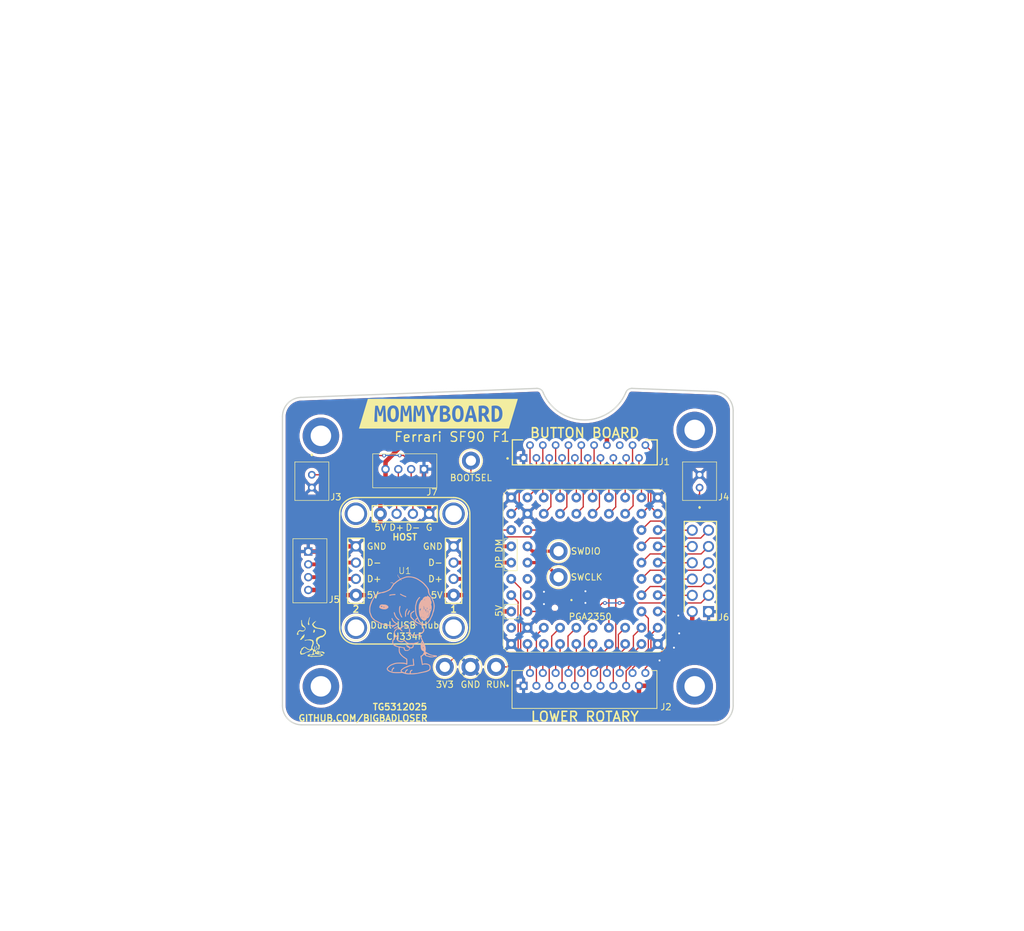
<source format=kicad_pcb>
(kicad_pcb (version 20241229) (generator "pcbnew") (generator_version "9.0")
  (layers (0 "F.Cu" signal) (2 "B.Cu" signal) (13 "F.Paste" user) (15 "B.Paste" user) (5 "F.SilkS" user "F.Silkscreen") (7 "B.SilkS" user "B.Silkscreen") (1 "F.Mask" user) (3 "B.Mask" user) (25 "Edge.Cuts" user))
  (net 0 "")
  (net 1 "GND")
  (net 2 "/DB_SW7")
  (net 3 "/DB_SW8")
  (net 4 "/DB_SW1")
  (net 5 "/DB_SW3")
  (net 6 "/DB_SW2")
  (net 7 "/DB_SW5")
  (net 8 "/DB_SW4")
  (net 9 "+5V")
  (net 10 "/DB_SW6")
  (net 11 "/TOGGLE_L")
  (net 12 "/TOGGLE_R")
  (net 13 "/LR_ENC5_B")
  (net 14 "/LR_HAT_PUSH")
  (net 15 "/LR_ENC4_B")
  (net 16 "/LR_ENC1_B")
  (net 17 "/LR_ENC2_B")
  (net 18 "/LR_ENC1_A")
  (net 19 "/LR_ENC3_B")
  (net 20 "/LR_ENC4_A")
  (net 21 "/LR_ENC5_PUSH")
  (net 22 "/LR_SHIFT_UP")
  (net 23 "/LR_SHIFT_DOWN")
  (net 24 "/LR_LED_DIN")
  (net 25 "/LR_ENC3_A")
  (net 26 "/LR_ENC6_A")
  (net 27 "/LR_HAT_DIR")
  (net 28 "/LR_ENC6_B")
  (net 29 "/LR_ENC2_A")
  (net 30 "/LR_ENC5_A")
  (net 31 "/DB_ENC2_B")
  (net 32 "/DB_ENC3_A")
  (net 33 "/DB_ENC4_B")
  (net 34 "/DB_ENC2_A")
  (net 35 "/DB_ENC1_B")
  (net 36 "/DB_ENC1_A")
  (net 37 "/DB_ENC4_A")
  (net 38 "/DB_LED_DIN")
  (net 39 "/DB_ENC3_B")
  (net 42 "/VC_D+")
  (net 43 "/VC_D-")
  (net 44 "/USB1_D+")
  (net 45 "/USB1_D-")
  (net 46 "/EXP3")
  (net 47 "/EXP2")
  (net 48 "/EXP1")
  (net 49 "/EXP6")
  (net 50 "/EXP5")
  (net 51 "/EXP4")
  (net 52 "/EXP7")
  (net 53 "/EXP10")
  (net 54 "/EXP8")
  (net 55 "/EXP9")
  (net 56 "Net-(U2A-BOOTSEL)")
  (net 57 "Net-(U2A-~{RUN})")
  (net 58 "Net-(U2A-SWCLK)")
  (net 59 "Net-(U2A-SWDIO)")
  (net 60 "Net-(U2A-3V3)")
  (net 63 "Net-(U1-H_D+)")
  (net 64 "Net-(U1-H_D-)")
  (footprint "TestPoint:TestPoint_Keystone_5005-5009_Compact" (layer "F.Cu") (at 132.325 87.825)
    (property "Reference" "TP1")
    (property "Value" "BOOTSEL")
  )
  (footprint "SamacSys_Parts:B02BPASKLFSN" (layer "F.Cu") (at 107.5 90.025 90)
    (property "Reference" "J3")
    (property "Value" "TOGGLE_L_CONN" (hide yes))
  )
  (footprint "TestPoint:TestPoint_Keystone_5005-5009_Compact" (layer "F.Cu") (at 146 101.95)
    (property "Reference" "TP4")
    (property "Value" "SWDIO")
  )
  (footprint "TestPoint:TestPoint_Keystone_5005-5009_Compact" (layer "F.Cu") (at 146 106 180)
    (property "Reference" "TP3")
    (property "Value" "SWCLK")
  )
  (footprint "MountingHole:MountingHole_3.2mm_M3_ISO7380_Pad" (layer "F.Cu") (at 108.9189 83.9495)
    (property "Reference" "REF**" (hide yes))
    (property "Value" "MountingHole_3.2mm_M3_ISO7380_Pad")
  )
  (footprint "kibuzzard-683A7EFC" (layer "F.Cu") (at 127.25 80.5)
    (property "Reference" "kibuzzard-683A7EFC" (hide yes))
    (property "Value" "G***" (hide yes))
  )
  (footprint "SamacSys_Parts:AMPHENOL_HLW20R-2C7LF" (layer "F.Cu") (at 150.041908 123.525)
    (property "Reference" "J2")
    (property "Value" "HLW20R-2C7LF")
  )
  (footprint "TestPoint:TestPoint_Keystone_5005-5009_Compact" (layer "F.Cu") (at 128.25 120 180)
    (property "Reference" "TP5")
    (property "Value" "3V3")
  )
  (footprint "isw-kbd:PGA2350_ALT" (layer "F.Cu") (at 150.041908 105 90)
    (property "Reference" "U2" (hide yes))
    (property "Value" "~")
  )
  (footprint "TestPoint:TestPoint_Keystone_5005-5009_Compact" (layer "F.Cu") (at 136.25 120)
    (property "Reference" "TP2")
    (property "Value" "RUN")
  )
  (footprint "SamacSys_Parts:Adafruit_CH334F_2Port" (layer "F.Cu") (at 122 105 180)
    (property "Reference" "U1")
    (property "Value" "Adafruit CH334F USB Hub")
  )
  (footprint "TestPoint:TestPoint_Keystone_5005-5009_Compact" (layer "F.Cu") (at 132.25 120)
    (property "Reference" "TP6")
    (property "Value" "GND")
  )
  (footprint "" (layer "F.Cu") (at 167.238079 83.035431)
    (property "Reference" "")
    (property "Value" "")
  )
  (footprint "MountingHole:MountingHole_3.2mm_M3_ISO7380_Pad" (layer "F.Cu") (at 167.238078 123.0385)
    (property "Reference" "REF**" (hide yes))
    (property "Value" "MountingHole_3.2mm_M3_ISO7380_Pad")
  )
  (footprint "SamacSys_Parts:HDRV12W67P254_2X6_1524X483X858P" (layer "F.Cu") (at 169.395 111.375 90)
    (property "Reference" "J6")
    (property "Value" "10129381-912001BLF" (hide yes))
  )
  (footprint "SamacSys_Parts:AMPHENOL_HLW20S2C7LF" (layer "F.Cu") (at 150.041908 86.475)
    (property "Reference" "J1")
    (property "Value" "HLW20S-2C7LF" (hide yes))
  )
  (footprint "SamacSys_Parts:B02BPASKLFSN" (layer "F.Cu") (at 168 92.025 -90)
    (property "Reference" "J4")
    (property "Value" "TOGGLE_R_CONN" (hide yes))
  )
  (footprint "MountingHole:MountingHole_3.2mm_M3_ISO7380_Pad" (layer "F.Cu") (at 108.9189 123.0385)
    (property "Reference" "REF**" (hide yes))
    (property "Value" "MountingHole_3.2mm_M3_ISO7380_Pad")
  )
  (footprint "SamacSys_Parts:B04BPASKLFSN" (layer "F.Cu") (at 106.8 105 90)
    (property "Reference" "J5")
    (property "Value" "USB1_DEBUG_CONN" (hide yes))
  )
  (footprint "SamacSys_Parts:B04BPASKLFSN" (layer "F.Cu") (at 122 89)
    (property "Reference" "J7")
    (property "Value" "USB1_DEBUG_CONN" (hide yes))
  )
  (gr_poly (pts (xy 107.261092 115.704419) (xy 107.306581 115.708735) (xy 107.325007 115.712449) (xy 107.340231 115.717284) (xy 107.353498 115.722486) (xy 107.366219 115.727258) (xy 107.37841 115.731625) (xy 107.39009 115.735608) (xy 107.411985 115.742517) (xy 107.432045 115.748168) (xy 107.450412 115.752746) (xy 107.467227 115.756433) (xy 107.48263 115.759413) (xy 107.496763 115.761871) (xy 107.521783 115.765951) (xy 107.532953 115.767942) (xy 107.543416 115.770143) (xy 107.553316 115.77274) (xy 107.562791 115.775915) (xy 107.567414 115.777777) (xy 107.571985 115.779852) (xy 107.57652 115.782164) (xy 107.581037 115.784735) (xy 107.603151 115.797875) (xy 107.631469 115.81575) (xy 107.647073 115.826534) (xy 107.663171 115.838587) (xy 107.679409 115.851938) (xy 107.695434 115.866615) (xy 107.710895 115.882646) (xy 107.725439 115.90006) (xy 107.732257 115.909294) (xy 107.738713 115.918885) (xy 107.744763 115.928835) (xy 107.750364 115.93915) (xy 107.755471 115.949831) (xy 107.76004 115.960882) (xy 107.764027 115.972308) (xy 107.767388 115.984111) (xy 107.770078 115.996296) (xy 107.772055 116.008865) (xy 107.773273 116.021823) (xy 107.773689 116.035173) (xy 107.773881 116.048275) (xy 107.774437 116.060523) (xy 107.775324 116.071962) (xy 107.776511 116.082641) (xy 107.777965 116.092607) (xy 107.779657 116.101908) (xy 107.781552 116.110591) (xy 107.783621 116.118705) (xy 107.785831 116.126297) (xy 107.78815 116.133414) (xy 107.792989 116.146414) (xy 107.802582 116.168818) (xy 107.806828 116.178982) (xy 107.808703 116.183972) (xy 107.810369 116.188964) (xy 107.811796 116.194005) (xy 107.812951 116.199143) (xy 107.813803 116.204426) (xy 107.81432 116.209901) (xy 107.81447 116.215617) (xy 107.814221 116.22162) (xy 107.813542 116.227958) (xy 107.812401 116.23468) (xy 107.810766 116.241832) (xy 107.808606 116.249462) (xy 107.805889 116.257618) (xy 107.802582 116.266348) (xy 107.79919 116.275321) (xy 107.796213 116.284187) (xy 107.791352 116.301619) (xy 107.787706 116.318684) (xy 107.784976 116.335425) (xy 107.777301 116.399993) (xy 107.774712 116.415748) (xy 107.771263 116.431431) (xy 107.766657 116.447087) (xy 107.763827 116.454917) (xy 107.760598 116.462756) (xy 107.75693 116.470609) (xy 107.752789 116.478481) (xy 107.748136 116.486378) (xy 107.742935 116.494305) (xy 107.737148 116.502266) (xy 107.730738 116.510268) (xy 107.723669 116.518316) (xy 107.715904 116.526415) (xy 107.716976 116.529952) (xy 107.719064 116.540261) (xy 107.719959 116.547814) (xy 107.720473 116.556891) (xy 107.720395 116.567437) (xy 107.719512 116.579394) (xy 107.717612 116.592706) (xy 107.714485 116.607317) (xy 107.709919 116.62317) (xy 107.703701 116.640209) (xy 107.69562 116.658379) (xy 107.685465 116.677622) (xy 107.673024 116.697882) (xy 107.66588 116.708376) (xy 107.658085 116.719103) (xy 107.650349 116.729985) (xy 107.64336 116.740962) (xy 107.637072 116.752018) (xy 107.631442 116.763135) (xy 107.626425 116.774294) (xy 107.621978 116.785478) (xy 107.618056 116.79667) (xy 107.614615 116.807852) (xy 107.609 116.830115) (xy 107.604782 116.852126) (xy 107.601606 116.873743) (xy 107.599122 116.894826) (xy 107.594812 116.934822) (xy 107.592283 116.953453) (xy 107.589033 116.970985) (xy 107.587027 116.979294) (xy 107.58471 116.987275) (xy 107.582036 116.994911) (xy 107.578961 117.002184) (xy 107.575442 117.009076) (xy 107.571434 117.015569) (xy 107.566893 117.021646) (xy 107.561776 117.027289) (xy 107.556776 117.032514) (xy 107.55259 117.037372) (xy 107.549183 117.041891) (xy 107.546522 117.0461) (xy 107.544574 117.050026) (xy 107.543305 117.053699) (xy 107.542681 117.057146) (xy 107.54267 117.060396) (xy 107.543236 117.063476) (xy 107.544348 117.066415) (xy 107.545971 117.069241) (xy 107.548073 117.071983) (xy 107.550618 117.074668) (xy 107.553574 117.077325) (xy 107.560585 117.082667) (xy 107.578062 117.094254) (xy 107.587992 117.100951) (xy 107.598358 117.10855) (xy 107.608892 117.117278) (xy 107.614139 117.122136) (xy 107.619327 117.127361) (xy 107.624423 117.13298) (xy 107.629393 117.139023) (xy 107.634204 117.145517) (xy 107.638823 117.152491) (xy 107.649259 117.167951) (xy 107.662234 117.184978) (xy 107.677353 117.202879) (xy 107.694221 117.220965) (xy 107.712442 117.238543) (xy 107.721937 117.246925) (xy 107.731623 117.254922) (xy 107.74145 117.262445) (xy 107.751368 117.26941) (xy 107.761328 117.275729) (xy 107.771282 117.281316) (xy 107.781179 117.286085) (xy 107.79097 117.289949) (xy 107.800606 117.292822) (xy 107.810038 117.294617) (xy 107.819215 117.295249) (xy 107.82809 117.294629) (xy 107.836612 117.292673) (xy 107.844731 117.289293) (xy 107.8524 117.284404) (xy 107.859568 117.277919) (xy 107.866185 117.26975) (xy 107.872204 117.259813) (xy 107.877573 117.24802) (xy 107.882244 117.234286) (xy 107.886168 117.218522) (xy 107.889295 117.200645) (xy 107.908084 117.069704) (xy 107.911479 117.043107) (xy 107.914154 117.018796) (xy 107.916011 116.996686) (xy 107.916952 116.976692) (xy 107.917048 116.967462) (xy 107.916878 116.95873) (xy 107.916429 116.950484) (xy 107.915689 116.942714) (xy 107.914646 116.93541) (xy 107.913288 116.92856) (xy 107.911601 116.922155) (xy 107.909575 116.916184) (xy 107.907195 116.910636) (xy 107.904451 116.9055) (xy 107.901329 116.900767) (xy 107.897818 116.896424) (xy 107.893904 116.892463) (xy 107.889577 116.888871) (xy 107.884822 116.885639) (xy 107.879629 116.882756) (xy 107.874547 116.879888) (xy 107.870122 116.876722) (xy 107.866337 116.873299) (xy 107.86317 116.869659) (xy 107.860603 116.865842) (xy 107.858616 116.861889) (xy 107.85719 116.857841) (xy 107.856305 116.853739) (xy 107.855942 116.849622) (xy 107.856082 116.845531) (xy 107.856705 116.841508) (xy 107.857792 116.837591) (xy 107.859324 116.833823) (xy 107.86128 116.830243) (xy 107.863642 116.826893) (xy 107.866391 116.823812) (xy 107.869506 116.821041) (xy 107.872969 116.818621) (xy 107.87676 116.816592) (xy 107.88086 116.814995) (xy 107.885249 116.81387) (xy 107.889909 116.813258) (xy 107.894818 116.813199) (xy 107.899959 116.813735) (xy 107.905312 116.814905) (xy 107.910857 116.81675) (xy 107.916575 116.819311) (xy 107.922446 116.822628) (xy 107.928452 116.826742) (xy 107.934573 116.831693) (xy 107.940789 116.837522) (xy 107.947081 116.844269) (xy 107.958939 116.858606) (xy 107.969303 116.872775) (xy 107.978256 116.886833) (xy 107.985885 116.900835) (xy 107.992273 116.914839) (xy 107.997504 116.928901) (xy 108.001665 116.943076) (xy 108.004839 116.957422) (xy 108.00711 116.971994) (xy 108.008564 116.986849) (xy 108.009286 117.002044) (xy 108.009359 117.017633) (xy 108.008869 117.033675) (xy 108.0079 117.050225) (xy 108.004864 117.085074) (xy 107.997491 117.15686) (xy 107.993521 117.191909) (xy 107.98921 117.225943) (xy 107.984447 117.258623) (xy 107.979118 117.289609) (xy 107.973109 117.318562) (xy 107.969814 117.33217) (xy 107.966307 117.345143) (xy 107.963045 117.357324) (xy 107.960487 117.368561) (xy 107.959481 117.373812) (xy 107.958662 117.37881) (xy 107.958033 117.383551) (xy 107.957598 117.388029) (xy 107.95736 117.392239) (xy 107.957324 117.396176) (xy 107.957491 117.399835) (xy 107.957866 117.403209) (xy 107.958453 117.406294) (xy 107.959255 117.409085) (xy 107.960275 117.411576) (xy 107.961517 117.413761) (xy 107.962985 117.415637) (xy 107.964682 117.417196) (xy 107.966611 117.418435) (xy 107.968776 117.419348) (xy 107.971181 117.419929) (xy 107.973829 117.420173) (xy 107.976724 117.420075) (xy 107.979869 117.41963) (xy 107.983268 117.418832) (xy 107.986924 117.417676) (xy 107.990841 117.416157) (xy 107.995022 117.414269) (xy 107.999471 117.412007) (xy 108.004192 117.409367) (xy 108.009187 117.406341) (xy 108.014461 117.402926) (xy 108.038212 117.38643) (xy 108.065349 117.36666) (xy 108.125259 117.322264) (xy 108.155774 117.30012) (xy 108.185157 117.279667) (xy 108.19907 117.270463) (xy 108.212277 117.262146) (xy 108.224635 117.254873) (xy 108.236005 117.248798) (xy 108.24128 117.245646) (xy 108.246267 117.241641) (xy 108.250957 117.236831) (xy 108.255344 117.231266) (xy 108.259421 117.224995) (xy 108.26318 117.218069) (xy 108.266615 117.210535) (xy 108.269718 117.202445) (xy 108.274903 117.184789) (xy 108.278676 117.165496) (xy 108.280983 117.144961) (xy 108.281765 117.12358) (xy 108.280967 117.101748) (xy 108.278532 117.079859) (xy 108.274403 117.058309) (xy 108.268524 117.037493) (xy 108.264911 117.027483) (xy 108.260838 117.017805) (xy 108.2563 117.008509) (xy 108.251289 116.999642) (xy 108.245798 116.991256) (xy 108.23982 116.983399) (xy 108.233347 116.97612) (xy 108.226374 116.969469) (xy 108.219431 116.962874) (xy 108.213038 116.955757) (xy 108.207181 116.94816) (xy 108.201847 116.940125) (xy 108.19702 116.931696) (xy 108.192687 116.922914) (xy 108.188835 116.913821) (xy 108.185447 116.904461) (xy 108.182511 116.894874) (xy 108.180013 116.885105) (xy 108.177937 116.875194) (xy 108.176271 116.865184) (xy 108.174109 116.845037) (xy 108.173413 116.825002) (xy 108.174071 116.805419) (xy 108.17597 116.786625) (xy 108.178995 116.768959) (xy 108.183036 116.75276) (xy 108.187977 116.738366) (xy 108.19075 116.731952) (xy 108.193706 116.726116) (xy 108.196831 116.720901) (xy 108.200111 116.716348) (xy 108.203531 116.712501) (xy 108.207078 116.709401) (xy 108.210636 116.706921) (xy 108.214082 116.704886) (xy 108.217414 116.703292) (xy 108.220634 116.702134) (xy 108.223741 116.701405) (xy 108.226735 116.701101) (xy 108.229616 116.701217) (xy 108.232384 116.701747) (xy 108.235039 116.702687) (xy 108.237582 116.704029) (xy 108.240011 116.70577) (xy 108.242328 116.707905) (xy 108.244531 116.710427) (xy 108.246622 116.713331) (xy 108.250465 116.720267) (xy 108.253855 116.72867) (xy 108.256794 116.738497) (xy 108.25928 116.749706) (xy 108.261315 116.762255) (xy 108.262898 116.776102) (xy 108.264028 116.791205) (xy 108.264707 116.807521) (xy 108.264933 116.825007) (xy 108.26521 116.834169) (xy 108.266021 116.843584) (xy 108.267337 116.853221) (xy 108.269128 116.863052) (xy 108.271362 116.873045) (xy 108.274011 116.88317) (xy 108.280433 116.9037) (xy 108.288152 116.9244) (xy 108.296929 116.945031) (xy 108.306525 116.965352) (xy 108.316699 116.985124) (xy 108.327211 117.004106) (xy 108.337823 117.022059) (xy 108.348293 117.038742) (xy 108.358382 117.053914) (xy 108.367851 117.067337) (xy 108.376459 117.07877) (xy 108.383966 117.087973) (xy 108.390133 117.094705) (xy 108.395319 117.10034) (xy 108.399983 117.106414) (xy 108.404052 117.112912) (xy 108.407458 117.119821) (xy 108.40889 117.123424) (xy 108.410129 117.127125) (xy 108.411167 117.130922) (xy 108.411995 117.134812) (xy 108.412604 117.138794) (xy 108.412985 117.142866) (xy 108.41313 117.147026) (xy 108.413029 117.151273) (xy 108.412674 117.155605) (xy 108.412055 117.160019) (xy 108.411165 117.164515) (xy 108.409995 117.16909) (xy 108.408534 117.173743) (xy 108.406775 117.178472) (xy 108.404709 117.183274) (xy 108.402328 117.188149) (xy 108.399621 117.193095) (xy 108.39658 117.198109) (xy 108.393197 117.20319) (xy 108.389463 117.208336) (xy 108.385369 117.213546) (xy 108.380905 117.218817) (xy 108.376064 117.224148) (xy 108.370836 117.229537) (xy 108.358607 117.241234) (xy 108.343881 117.254498) (xy 108.308687 117.284765) (xy 108.227578 117.353543) (xy 108.207618 117.371057) (xy 108.18866 117.388219) (xy 108.17114 117.404789) (xy 108.155497 117.420528) (xy 108.142168 117.435196) (xy 108.131589 117.448554) (xy 108.127469 117.454666) (xy 108.124199 117.460361) (xy 108.121837 117.465608) (xy 108.120435 117.470378) (xy 108.119673 117.475028) (xy 108.119194 117.479944) (xy 108.119081 117.490512) (xy 108.120097 117.501956) (xy 108.122241 117.514148) (xy 108.125514 117.526962) (xy 108.129915 117.540269) (xy 108.135446 117.553945) (xy 108.142104 117.56786) (xy 108.149892 117.581889) (xy 108.158808 117.595904) (xy 108.168852 117.609778) (xy 108.180026 117.623384) (xy 108.192328 117.636596) (xy 108.205758 117.649285) (xy 108.212897 117.655395) (xy 108.220317 117.661326) (xy 108.22802 117.667063) (xy 108.236005 117.672591) (xy 108.243772 117.677873) (xy 108.250829 117.682889) (xy 108.257202 117.687654) (xy 108.262916 117.692184) (xy 108.267994 117.696496) (xy 108.272462 117.700604) (xy 108.276344 117.704525) (xy 108.279666 117.708276) (xy 108.282451 117.71187) (xy 108.284725 117.715326) (xy 108.286512 117.718658) (xy 108.287837 117.721882) (xy 108.288725 117.725014) (xy 108.2892 117.72807) (xy 108.289286 117.731066) (xy 108.28901 117.734019) (xy 108.288395 117.736942) (xy 108.287466 117.739853) (xy 108.286248 117.742768) (xy 108.284766 117.745702) (xy 108.283043 117.748671) (xy 108.281106 117.751692) (xy 108.276685 117.757949) (xy 108.266348 117.771775) (xy 108.260828 117.779597) (xy 108.258067 117.783792) (xy 108.255337 117.788196) (xy 108.252983 117.792789) (xy 108.251328 117.797519) (xy 108.250337 117.80235) (xy 108.249973 117.807251) (xy 108.250203 117.812186) (xy 108.250991 117.817123) (xy 108.252301 117.822029) (xy 108.254098 117.826869) (xy 108.256347 117.831611) (xy 108.259013 117.83622) (xy 108.26206 117.840664) (xy 108.265453 117.844908) (xy 108.269156 117.84892) (xy 108.273135 117.852665) (xy 108.277354 117.856111) (xy 108.281778 117.859223) (xy 108.286371 117.861968) (xy 108.291099 117.864313) (xy 108.295925 117.866225) (xy 108.300816 117.867669) (xy 108.305734 117.868612) (xy 108.310645 117.869021) (xy 108.315514 117.868862) (xy 108.320306 117.868101) (xy 108.324985 117.866706) (xy 108.329515 117.864643) (xy 108.333862 117.861877) (xy 108.337991 117.858376) (xy 108.341865 117.854107) (xy 108.34545 117.849035) (xy 108.34871 117.843127) (xy 108.35161 117.836349) (xy 108.354151 117.829156) (xy 108.356365 117.82203) (xy 108.35826 117.814982) (xy 108.359849 117.808022) (xy 108.361142 117.80116) (xy 108.362149 117.794408) (xy 108.36288 117.787775) (xy 108.363348 117.781274) (xy 108.363561 117.774913) (xy 108.363531 117.768704) (xy 108.363268 117.762657) (xy 108.362783 117.756783) (xy 108.362087 117.751092) (xy 108.361189 117.745595) (xy 108.360101 117.740303) (xy 108.358833 117.735226) (xy 108.357396 117.730375) (xy 108.3558 117.72576) (xy 108.354056 117.721392) (xy 108.352175 117.717281) (xy 108.350166 117.713439) (xy 108.348041 117.709875) (xy 108.34581 117.7066) (xy 108.343485 117.703625) (xy 108.341074 117.70096) (xy 108.338589 117.698617) (xy 108.336041 117.696604) (xy 108.33344 117.694934) (xy 108.330797 117.693617) (xy 108.328122 117.692663) (xy 108.325425 117.692083) (xy 108.322719 117.691887) (xy 108.320065 117.691747) (xy 108.317535 117.69133) (xy 108.31514 117.690642) (xy 108.31289 117.689688) (xy 108.310795 117.688473) (xy 108.308866 117.687002) (xy 108.307114 117.68528) (xy 108.305549 117.683314) (xy 108.304181 117.681108) (xy 108.303023 117.678667) (xy 108.302083 117.675997) (xy 108.301372 117.673103) (xy 108.300901 117.66999) (xy 108.300681 117.666664) (xy 108.300723 117.66313) (xy 108.301035 117.659392) (xy 108.301631 117.655457) (xy 108.302519 117.651329) (xy 108.30371 117.647014) (xy 108.305215 117.642517) (xy 108.307045 117.637844) (xy 108.30921 117.632999) (xy 108.31172 117.627988) (xy 108.314587 117.622816) (xy 108.31782 117.617489) (xy 108.321431 117.612011) (xy 108.32543 117.606388) (xy 108.329827 117.600626) (xy 108.334633 117.594728) (xy 108.339858 117.588702) (xy 108.345514 117.582552) (xy 108.35161 117.576282) (xy 108.35763 117.56969) (xy 108.363065 117.562591) (xy 108.367953 117.555044) (xy 108.372331 117.547108) (xy 108.376236 117.53884) (xy 108.379705 117.530299) (xy 108.382775 117.521542) (xy 108.385484 117.512629) (xy 108.389964 117.494564) (xy 108.393441 117.47657) (xy 108.398574 117.442655) (xy 108.400823 117.427666) (xy 108.403254 117.414609) (xy 108.406165 117.403951) (xy 108.407893 117.399667) (xy 108.409852 117.396156) (xy 108.412079 117.393479) (xy 108.414612 117.391691) (xy 108.417486 117.390853) (xy 108.42074 117.391021) (xy 108.42441 117.392255) (xy 108.428533 117.394612) (xy 108.433147 117.39815) (xy 108.438288 117.402928) (xy 108.443433 117.408424) (xy 108.448052 117.414075) (xy 108.452183 117.419863) (xy 108.455867 117.425774) (xy 108.459141 117.43179) (xy 108.462044 117.437898) (xy 108.464616 117.444079) (xy 108.466895 117.45032) (xy 108.470728 117.462912) (xy 108.473855 117.475548) (xy 108.479232 117.50044) (xy 108.482104 117.512441) (xy 108.485511 117.523977) (xy 108.487513 117.529531) (xy 108.489765 117.53492) (xy 108.492306 117.540129) (xy 108.495175 117.545143) (xy 108.498411 117.549944) (xy 108.502053 117.554517) (xy 108.506139 117.558847) (xy 108.510709 117.562917) (xy 108.515801 117.566711) (xy 108.521453 117.570214) (xy 108.527706 117.57341) (xy 108.534597 117.576282) (xy 108.548613 117.581275) (xy 108.561854 117.585491) (xy 108.574447 117.589056) (xy 108.586519 117.592098) (xy 108.609604 117.59712) (xy 108.632126 117.601576) (xy 108.6551 117.606482) (xy 108.667073 117.609421) (xy 108.67954 117.612854) (xy 108.692627 117.616908) (xy 108.706462 117.62171) (xy 108.72117 117.627387) (xy 108.73688 117.634067) (xy 108.745281 117.637401) (xy 108.754209 117.640197) (xy 108.763623 117.642482) (xy 108.773486 117.644281) (xy 108.7944 117.646532) (xy 108.81664 117.64716) (xy 108.839897 117.646377) (xy 108.86386 117.644396) (xy 108.888218 117.641427) (xy 108.91266 117.637683) (xy 109.073994 117.60521) (xy 109.087496 117.603842) (xy 109.102521 117.603337) (xy 109.118786 117.603652) (xy 109.136009 117.604743) (xy 109.153909 117.606569) (xy 109.172203 117.609088) (xy 109.19061 117.612256) (xy 109.208848 117.616031) (xy 109.226635 117.620371) (xy 109.243689 117.625233) (xy 109.259728 117.630575) (xy 109.27447 117.636354) (xy 109.287634 117.642528) (xy 109.298938 117.649055) (xy 109.303803 117.652437) (xy 109.308099 117.655891) (xy 109.311787 117.659412) (xy 109.314835 117.662995) (xy 109.314834 117.66299) (xy 109.31801 117.666686) (xy 109.322076 117.670547) (xy 109.332591 117.678752) (xy 109.345815 117.687577) (xy 109.361183 117.696994) (xy 109.396095 117.717493) (xy 109.41451 117.728518) (xy 109.432812 117.740024) (xy 109.450437 117.751981) (xy 109.466821 117.764362) (xy 109.474371 117.770703) (xy 109.481399 117.777139) (xy 109.487834 117.783667) (xy 109.493607 117.790283) (xy 109.498646 117.796984) (xy 109.50288 117.803767) (xy 109.50624 117.810628) (xy 109.508655 117.817563) (xy 109.510054 117.824569) (xy 109.510367 117.831642) (xy 109.509523 117.838779) (xy 109.507451 117.845977) (xy 109.504438 117.853085) (xy 109.500835 117.85996) (xy 109.496675 117.86659) (xy 109.491989 117.872969) (xy 109.48681 117.879087) (xy 109.481169 117.884935) (xy 109.475097 117.890504) (xy 109.468627 117.895786) (xy 109.461789 117.900771) (xy 109.454617 117.905452) (xy 109.447142 117.909819) (xy 109.439394 117.913862) (xy 109.423212 117.920947) (xy 109.406323 117.926635) (xy 109.388983 117.930855) (xy 109.371445 117.933538) (xy 109.362681 117.934281) (xy 109.353963 117.934613) (xy 109.345322 117.934525) (xy 109.33679 117.934008) (xy 109.328399 117.933055) (xy 109.320181 117.931655) (xy 109.312167 117.9298) (xy 109.30439 117.927481) (xy 109.29688 117.92469) (xy 109.28967 117.921417) (xy 109.282791 117.917654) (xy 109.276275 117.913393) (xy 109.269981 117.908662) (xy 109.263731 117.903516) (xy 109.251314 117.892128) (xy 109.238925 117.879526) (xy 109.226465 117.866006) (xy 109.200938 117.837396) (xy 109.187674 117.8229) (xy 109.173943 117.80867) (xy 109.159648 117.795005) (xy 109.144689 117.782201) (xy 109.13693 117.776213) (xy 109.128968 117.770552) (xy 109.120791 117.765255) (xy 109.112386 117.760357) (xy 109.103741 117.755898) (xy 109.094844 117.751912) (xy 109.085682 117.748438) (xy 109.076243 117.745513) (xy 109.066515 117.743173) (xy 109.056484 117.741456) (xy 109.04614 117.740398) (xy 109.03547 117.740037) (xy 109.014326 117.740679) (xy 108.994114 117.742464) (xy 108.974638 117.745179) (xy 108.955698 117.748614) (xy 108.881354 117.765314) (xy 108.862133 117.769171) (xy 108.842262 117.772476) (xy 108.821544 117.77502) (xy 108.79978 117.77659) (xy 108.776774 117.776974) (xy 108.752327 117.77596) (xy 108.726241 117.773338) (xy 108.69832 117.768895) (xy 108.684212 117.766688) (xy 108.670779 117.765443) (xy 108.65802 117.765104) (xy 108.645933 117.765616) (xy 108.634516 117.766926) (xy 108.623768 117.768978) (xy 108.613686 117.771718) (xy 108.604268 117.77509) (xy 108.595514 117.779042) (xy 108.587421 117.783516) (xy 108.579988 117.78846) (xy 108.573213 117.793819) (xy 108.567093 117.799536) (xy 108.561628 117.805559) (xy 108.556815 117.811832) (xy 108.552653 117.818301) (xy 108.54914 117.824911) (xy 108.546274 117.831607) (xy 108.544054 117.838335) (xy 108.542477 117.84504) (xy 108.541542 117.851667) (xy 108.541247 117.858161) (xy 108.541591 117.864469) (xy 108.542571 117.870535) (xy 108.544186 117.876304) (xy 108.546434 117.881722) (xy 108.549314 117.886735) (xy 108.552823 117.891287) (xy 108.55696 117.895324) (xy 108.561722 117.898791) (xy 108.56711 117.901633) (xy 108.573119 117.903797) (xy 108.579774 117.905407) (xy 108.587061 117.90665) (xy 108.603359 117.908149) (xy 108.621659 117.908521) (xy 108.641609 117.90799) (xy 108.685049 117.905125) (xy 108.730859 117.901358) (xy 108.776217 117.898497) (xy 108.797845 117.897969) (xy 108.818303 117.898345) (xy 108.837237 117.899849) (xy 108.854296 117.902708) (xy 108.862011 117.904716) (xy 108.869126 117.907148) (xy 108.875595 117.91003) (xy 108.881375 117.913393) (xy 108.904681 117.928281) (xy 108.930583 117.943955) (xy 108.986111 117.97721) (xy 109.013706 117.994568) (xy 109.027016 118.00338) (xy 109.039833 118.012264) (xy 109.052029 118.021204) (xy 109.063478 118.030186) (xy 109.074051 118.039198) (xy 109.083623 118.048224) (xy 109.088417 118.052605) (xy 109.093742 118.056713) (xy 109.099564 118.060555) (xy 109.10585 118.064142) (xy 109.119677 118.070582) (xy 109.134958 118.076104) (xy 109.151422 118.080778) (xy 109.168804 118.084675) (xy 109.186833 118.087865) (xy 109.205243 118.09042) (xy 109.223766 118.09241) (xy 109.242133 118.093905) (xy 109.277328 118.095695) (xy 109.308685 118.096354) (xy 109.33406 118.096448) (xy 109.339117 118.096588) (xy 109.343459 118.097001) (xy 109.347106 118.097678) (xy 109.350077 118.09861) (xy 109.352392 118.099789) (xy 109.35407 118.101207) (xy 109.355131 118.102853) (xy 109.355594 118.10472) (xy 109.355477 118.106798) (xy 109.354802 118.10908) (xy 109.353587 118.111555) (xy 109.351851 118.114215) (xy 109.346896 118.120056) (xy 109.340093 118.126532) (xy 109.331596 118.133573) (xy 109.321561 118.141108) (xy 109.310143 118.149067) (xy 109.297498 118.157379) (xy 109.269148 118.174783) (xy 109.237752 118.192757) (xy 109.202933 118.211548) (xy 109.165064 118.23113) (xy 109.126515 118.250485) (xy 109.08966 118.2686) (xy 109.006576 118.308327) (xy 108.982799 118.321725) (xy 108.954769 118.335254) (xy 108.937212 118.342787) (xy 108.917482 118.350476) (xy 108.89572 118.35805) (xy 108.872066 118.365244) (xy 108.846662 118.371787) (xy 108.819649 118.377413) (xy 108.791167 118.381853) (xy 108.761357 118.384838) (xy 108.730361 118.386101) (xy 108.69832 118.385374) (xy 108.665073 118.384111) (xy 108.630528 118.38385) (xy 108.594967 118.384464) (xy 108.558673 118.385825) (xy 108.485012 118.390283) (xy 108.411803 118.396209) (xy 108.275767 118.408398) (xy 108.217455 118.41263) (xy 108.168624 118.414266) (xy 107.991609 118.416678) (xy 107.947641 118.416156) (xy 107.904464 118.414281) (xy 107.883279 118.412696) (xy 107.862419 118.410603) (xy 107.841926 118.407947) (xy 107.821844 118.404671) (xy 107.802208 118.401605) (xy 107.783038 118.399599) (xy 107.764348 118.398581) (xy 107.746151 118.39848) (xy 107.728462 118.399227) (xy 107.711296 118.40075) (xy 107.694665 118.402979) (xy 107.678585 118.405844) (xy 107.663068 118.409273) (xy 107.648131 118.413196) (xy 107.633786 118.417543) (xy 107.620047 118.422242) (xy 107.606929 118.427224) (xy 107.594446 118.432418) (xy 107.582612 118.437753) (xy 107.571441 118.443158) (xy 107.565523 118.445702) (xy 107.558653 118.447911) (xy 107.542309 118.451351) (xy 107.522917 118.45352) (xy 107.500985 118.454459) (xy 107.477022 118.454213) (xy 107.451536 118.452824) (xy 107.425034 118.450333) (xy 107.398025 118.446783) (xy 107.371017 118.442218) (xy 107.344517 118.436678) (xy 107.319035 118.430208) (xy 107.295078 118.422848) (xy 107.273154 118.414643) (xy 107.253771 118.405634) (xy 107.245191 118.400841) (xy 107.237437 118.395863) (xy 107.230573 118.390705) (xy 107.224661 118.385374) (xy 107.219189 118.38029) (xy 107.213612 118.375851) (xy 107.20794 118.372026) (xy 107.202182 118.368783) (xy 107.196345 118.366091) (xy 107.19044 118.363916) (xy 107.184475 118.362229) (xy 107.178458 118.360996) (xy 107.172399 118.360187) (xy 107.166306 118.359769) (xy 107.160189 118.35971) (xy 107.154056 118.35998) (xy 107.147915 118.360546) (xy 107.141776 118.361377) (xy 107.129539 118.363705) (xy 107.117415 118.366709) (xy 107.105475 118.370138) (xy 107.082427 118.377248) (xy 107.07146 118.380422) (xy 107.06096 118.383004) (xy 107.050996 118.384739) (xy 107.046238 118.38521) (xy 107.04164 118.385374) (xy 107.031748 118.384816) (xy 107.020291 118.383173) (xy 107.007506 118.380485) (xy 106.993636 118.376796) (xy 106.978919 118.372148) (xy 106.963595 118.366582) (xy 106.947903 118.360142) (xy 106.932085 118.35287) (xy 106.916379 118.344807) (xy 106.901025 118.335997) (xy 106.886263 118.326482) (xy 106.872333 118.316303) (xy 106.859475 118.305504) (xy 106.853522 118.299884) (xy 106.847927 118.294126) (xy 106.842721 118.288233) (xy 106.837931 118.282212) (xy 106.83359 118.276067) (xy 106.829726 118.269804) (xy 106.826564 118.26343) (xy 106.82427 118.256957) (xy 106.822812 118.250399) (xy 106.822156 118.243771) (xy 106.822268 118.237086) (xy 106.823116 118.230359) (xy 106.824665 118.223604) (xy 106.826883 118.216834) (xy 106.829734 118.210065) (xy 106.833188 118.203309) (xy 106.836256 118.198175) (xy 107.127209 118.198175) (xy 107.127443 118.20358) (xy 107.128958 118.208964) (xy 107.131688 118.214316) (xy 107.135568 118.219626) (xy 107.140533 118.224883) (xy 107.153456 118.235196) (xy 107.169935 118.24517) (xy 107.189447 118.254721) (xy 107.211471 118.263764) (xy 107.235484 118.272214) (xy 107.260966 118.279987) (xy 107.287392 118.286999) (xy 107.314243 118.293164) (xy 107.340995 118.298398) (xy 107.367126 118.302616) (xy 107.392115 118.305734) (xy 107.415439 118.307667) (xy 107.436577 118.30833) (xy 107.985604 118.279437) (xy 108.030676 118.279851) (xy 108.078913 118.280942) (xy 108.183067 118.284253) (xy 108.294437 118.287563) (xy 108.351695 118.288654) (xy 108.409396 118.289068) (xy 108.438283 118.288739) (xy 108.4671 118.287789) (xy 108.524238 118.284253) (xy 108.580247 118.278911) (xy 108.63456 118.272215) (xy 108.686613 118.264615) (xy 108.73584 118.256565) (xy 108.823556 118.240915) (xy 108.84264 118.236958) (xy 108.851584 118.234727) (xy 108.860128 118.232326) (xy 108.868269 118.229756) (xy 108.876006 118.227017) (xy 108.883337 118.224108) (xy 108.890261 118.221031) (xy 108.896775 118.217785) (xy 108.902878 118.21437) (xy 108.908567 118.210785) (xy 108.913843 118.207031) (xy 108.918701 118.203109) (xy 108.923142 118.199017) (xy 108.927162 118.194756) (xy 108.930761 118.190326) (xy 108.933937 118.185727) (xy 108.936687 118.180959) (xy 108.93901 118.176022) (xy 108.940905 118.170916) (xy 108.942369 118.165641) (xy 108.943401 118.160196) (xy 108.944 118.154583) (xy 108.944162 118.1488) (xy 108.943887 118.142848) (xy 108.943173 118.136728) (xy 108.942018 118.130438) (xy 108.94042 118.123979) (xy 108.938378 118.117351) (xy 108.935889 118.110554) (xy 108.932953 118.103588) (xy 108.929567 118.096452) (xy 108.925646 118.089453) (xy 108.921135 118.082897) (xy 108.916063 118.076775) (xy 108.91046 118.071077) (xy 108.904356 118.065796) (xy 108.897781 118.060922) (xy 108.890765 118.056446) (xy 108.883338 118.05236) (xy 108.87553 118.048655) (xy 108.867371 118.045322) (xy 108.850121 118.039736) (xy 108.831828 118.035532) (xy 108.812731 118.032639) (xy 108.79307 118.030987) (xy 108.773087 118.030505) (xy 108.753019 118.031123) (xy 108.733108 118.032769) (xy 108.713594 118.035373) (xy 108.694717 118.038865) (xy 108.676716 118.043173) (xy 108.659833 118.048228) (xy 108.651318 118.05072) (xy 108.642068 118.052783) (xy 108.62158 118.0557) (xy 108.598808 118.057148) (xy 108.574188 118.057297) (xy 108.548158 118.056317) (xy 108.521155 118.054375) (xy 108.493615 118.051643) (xy 108.465978 118.048289) (xy 108.412155 118.040394) (xy 108.363184 118.032045) (xy 108.293792 118.019406) (xy 108.281873 118.017058) (xy 108.267965 118.013751) (xy 108.235254 118.004939) (xy 108.157752 117.983255) (xy 108.117249 117.973091) (xy 108.097498 117.968771) (xy 108.078437 117.965183) (xy 108.060336 117.962499) (xy 108.04346 117.960886) (xy 108.02808 117.960513) (xy 108.014462 117.961551) (xy 108.00826 117.962258) (xy 108.0023 117.962581) (xy 107.996597 117.96253) (xy 107.991166 117.962115) (xy 107.986025 117.961348) (xy 107.981188 117.960239) (xy 107.976672 117.958798) (xy 107.972492 117.957036) (xy 107.968665 117.954964) (xy 107.965207 117.952592) (xy 107.962132 117.949931) (xy 107.959458 117.946992) (xy 107.957199 117.943784) (xy 107.955372 117.940319) (xy 107.953994 117.936607) (xy 107.953079 117.932658) (xy 107.952643 117.928484) (xy 107.952703 117.924095) (xy 107.953274 117.919501) (xy 107.954372 117.914713) (xy 107.956014 117.909742) (xy 107.958215 117.904598) (xy 107.96099 117.899292) (xy 107.964356 117.893834) (xy 107.968329 117.888235) (xy 107.972925 117.882505) (xy 107.978159 117.876656) (xy 107.984047 117.870697) (xy 107.990606 117.86464) (xy 107.997851 117.858494) (xy 108.005797 117.852271) (xy 108.014462 117.845981) (xy 108.023049 117.839468) (xy 108.03077 117.832593) (xy 108.037662 117.825386) (xy 108.043761 117.81788) (xy 108.049106 117.810105) (xy 108.053733 117.802094) (xy 108.057679 117.793879) (xy 108.060981 117.785491) (xy 108.063677 117.776962) (xy 108.065803 117.768324) (xy 108.067396 117.759608) (xy 108.068493 117.750846) (xy 108.069132 117.74207) (xy 108.069349 117.733311) (xy 108.069181 117.724602) (xy 108.068666 117.715973) (xy 108.066742 117.699086) (xy 108.063872 117.682903) (xy 108.060353 117.667678) (xy 108.056481 117.653665) (xy 108.048863 117.630289) (xy 108.04339 117.614805) (xy 108.041218 117.609513) (xy 108.038244 117.604518) (xy 108.03434 117.59989) (xy 108.029379 117.5957) (xy 108.023234 117.592018) (xy 108.015778 117.588915) (xy 108.006882 117.586461) (xy 107.996422 117.584727) (xy 107.984268 117.583782) (xy 107.970294 117.583698) (xy 107.954373 117.584546) (xy 107.936377 117.586394) (xy 107.91618 117.589314) (xy 107.893654 117.593377) (xy 107.868672 117.598652) (xy 107.841107 117.60521) (xy 107.836273 117.611304) (xy 107.824103 117.628685) (xy 107.81636 117.641184) (xy 107.808095 117.655997) (xy 107.799746 117.672955) (xy 107.791749 117.691887) (xy 107.784542 117.712625) (xy 107.778563 117.735) (xy 107.774248 117.758842) (xy 107.772852 117.77126) (xy 107.772036 117.783982) (xy 107.771854 117.796986) (xy 107.772362 117.81025) (xy 107.773615 117.823755) (xy 107.775666 117.837478) (xy 107.778571 117.851399) (xy 107.782384 117.865496) (xy 107.787159 117.879748) (xy 107.792953 117.894134) (xy 107.799353 117.908025) (xy 107.805897 117.920838) (xy 107.812557 117.932625) (xy 107.819307 117.943437) (xy 107.826121 117.953326) (xy 107.832972 117.962341) (xy 107.839834 117.970535) (xy 107.846679 117.977958) (xy 107.853483 117.984662) (xy 107.860218 117.990698) (xy 107.866858 117.996116) (xy 107.873375 118.000969) (xy 107.879745 118.005306) (xy 107.88594 118.00918) (xy 107.891935 118.012642) (xy 107.897701 118.015741) (xy 107.908445 118.021061) (xy 107.917962 118.025548) (xy 107.926039 118.029612) (xy 107.929471 118.031612) (xy 107.932464 118.033661) (xy 107.934991 118.035808) (xy 107.937026 118.038105) (xy 107.938542 118.040602) (xy 107.939513 118.043352) (xy 107.939912 118.046405) (xy 107.939713 118.049812) (xy 107.93889 118.053625) (xy 107.937415 118.057894) (xy 107.92658 118.087243) (xy 107.924295 118.092642) (xy 107.92184 118.097349) (xy 107.920496 118.099457) (xy 107.919047 118.101408) (xy 107.91747 118.103208) (xy 107.915746 118.104861) (xy 107.913852 118.106373) (xy 107.911767 118.107749) (xy 107.909471 118.108995) (xy 107.906943 118.110115) (xy 107.90416 118.111116) (xy 107.901102 118.112002) (xy 107.897748 118.112778) (xy 107.894076 118.11345) (xy 107.885696 118.114504) (xy 107.875793 118.115204) (xy 107.864196 118.115593) (xy 107.850738 118.115713) (xy 107.837046 118.115402) (xy 107.824723 118.114583) (xy 107.813557 118.113424) (xy 107.803336 118.112096) (xy 107.784883 118.109607) (xy 107.776228 118.108786) (xy 107.767672 118.108472) (xy 107.759003 118.108836) (xy 107.75456 118.109325) (xy 107.750009 118.110046) (xy 107.745325 118.111022) (xy 107.74048 118.112272) (xy 107.735448 118.113819) (xy 107.730202 118.115684) (xy 107.724717 118.117887) (xy 107.718965 118.12045) (xy 107.712921 118.123394) (xy 107.706558 118.12674) (xy 107.699849 118.13051) (xy 107.692768 118.134724) (xy 107.677383 118.14457) (xy 107.668953 118.149712) (xy 107.659941 118.154309) (xy 107.650385 118.158379) (xy 107.640324 118.161944) (xy 107.629797 118.165021) (xy 107.618844 118.167631) (xy 107.595811 118.171526) (xy 107.571537 118.173783) (xy 107.54633 118.174558) (xy 107.520503 118.174006) (xy 107.494366 118.172281) (xy 107.468229 118.16954) (xy 107.442404 118.165936) (xy 107.4172 118.161626) (xy 107.392928 118.156764) (xy 107.369899 118.151506) (xy 107.348424 118.146007) (xy 107.311376 118.134904) (xy 107.303276 118.132367) (xy 107.295242 118.130163) (xy 107.287283 118.128286) (xy 107.279406 118.126732) (xy 107.271621 118.125495) (xy 107.263937 118.12457) (xy 107.256362 118.123951) (xy 107.248905 118.123634) (xy 107.241576 118.123613) (xy 107.234382 118.123883) (xy 107.227333 118.124438) (xy 107.220438 118.125274) (xy 107.213705 118.126384) (xy 107.207142 118.127765) (xy 107.20076 118.12941) (xy 107.194567 118.131315) (xy 107.188571 118.133473) (xy 107.182781 118.13588) (xy 107.177207 118.138531) (xy 107.171856 118.14142) (xy 107.166738 118.144542) (xy 107.161862 118.147892) (xy 107.157236 118.151464) (xy 107.152869 118.155254) (xy 107.14877 118.159255) (xy 107.144948 118.163464) (xy 107.141412 118.167873) (xy 107.138169 118.172479) (xy 107.13523 118.177276) (xy 107.132603 118.182259) (xy 107.130297 118.187421) (xy 107.12832 118.19276) (xy 107.127209 118.198175) (xy 106.836256 118.198175) (xy 106.837208 118.196582) (xy 106.841763 118.189897) (xy 106.846819 118.183268) (xy 106.852342 118.17671) (xy 106.864656 118.163861) (xy 106.878437 118.151463) (xy 106.893417 118.139629) (xy 106.909329 118.128472) (xy 106.925904 118.118104) (xy 106.942875 118.108638) (xy 106.959975 118.100188) (xy 106.976934 118.092865) (xy 106.993486 118.086783) (xy 107.001396 118.083884) (xy 107.008893 118.080632) (xy 107.016015 118.077069) (xy 107.022803 118.073238) (xy 107.035526 118.064942) (xy 107.047374 118.05608) (xy 107.069685 118.03802) (xy 107.080769 118.029497) (xy 107.09222 118.021766) (xy 107.09818 118.018303) (xy 107.104348 118.015164) (xy 107.110763 118.012393) (xy 107.117463 118.01003) (xy 107.124489 118.00812) (xy 107.131877 118.006704) (xy 107.139668 118.005824) (xy 107.1479 118.005523) (xy 107.156612 118.005843) (xy 107.165842 118.006827) (xy 107.17563 118.008516) (xy 107.186015 118.010954) (xy 107.197034 118.014182) (xy 107.208728 118.018243) (xy 107.221134 118.023179) (xy 107.234292 118.029033) (xy 107.261574 118.040977) (xy 107.289125 118.051453) (xy 107.316761 118.060349) (xy 107.344299 118.067551) (xy 107.371556 118.072947) (xy 107.385021 118.074932) (xy 107.398347 118.076424) (xy 107.411511 118.077407) (xy 107.424489 118.077869) (xy 107.43726 118.077795) (xy 107.449799 118.07717) (xy 107.462085 118.075981) (xy 107.474094 118.074213) (xy 107.485803 118.071853) (xy 107.497189 118.068887) (xy 107.508229 118.0653) (xy 107.518901 118.061078) (xy 107.529181 118.056207) (xy 107.539047 118.050673) (xy 107.548476 118.044462) (xy 107.557444 118.03756) (xy 107.565928 118.029953) (xy 107.573907 118.021626) (xy 107.581356 118.012566) (xy 107.588253 118.002758) (xy 107.594575 117.992189) (xy 107.600299 117.980844) (xy 107.611113 117.955647) (xy 107.621801 117.927345) (xy 107.632235 117.896446) (xy 107.642289 117.863457) (xy 107.651836 117.828888) (xy 107.660748 117.793246) (xy 107.668898 117.75704) (xy 107.67616 117.720776) (xy 107.682405 117.684965) (xy 107.687508 117.650112) (xy 107.691342 117.616728) (xy 107.693778 117.585318) (xy 107.69469 117.556393) (xy 107.693951 117.53046) (xy 107.691434 117.508026) (xy 107.687012 117.489601) (xy 107.681673 117.472422) (xy 107.676391 117.453747) (xy 107.665322 117.414054) (xy 107.659196 117.394107) (xy 107.65245 117.37481) (xy 107.644914 117.356697) (xy 107.640797 117.348253) (xy 107.636419 117.340306) (xy 107.63176 117.332923) (xy 107.626797 117.326171) (xy 107.621509 117.320118) (xy 107.615876 117.31483) (xy 107.609876 117.310375) (xy 107.603489 117.306819) (xy 107.596692 117.304229) (xy 107.589465 117.302673) (xy 107.581787 117.302217) (xy 107.573636 117.302929) (xy 107.564992 117.304876) (xy 107.555832 117.308124) (xy 107.546137 117.312741) (xy 107.535884 117.318793) (xy 107.525053 117.326348) (xy 107.513622 117.335472) (xy 107.502469 117.345045) (xy 107.492449 117.35391) (xy 107.483512 117.362094) (xy 107.475607 117.369623) (xy 107.468682 117.376524) (xy 107.462686 117.382824) (xy 107.457569 117.388548) (xy 107.453279 117.393724) (xy 107.449765 117.398377) (xy 107.446975 117.402535) (xy 107.444859 117.406223) (xy 107.443366 117.409469) (xy 107.442444 117.412298) (xy 107.442042 117.414737) (xy 107.44211 117.416813) (xy 107.442595 117.418552) (xy 107.443447 117.41998) (xy 107.444615 117.421125) (xy 107.446047 117.422011) (xy 107.447693 117.422667) (xy 107.4495 117.423118) (xy 107.451419 117.423392) (xy 107.455386 117.423509) (xy 107.459183 117.423232) (xy 107.462402 117.422772) (xy 107.465468 117.42215) (xy 107.442138 117.428621) (xy 107.417209 117.435865) (xy 107.3872 117.445028) (xy 107.354934 117.455547) (xy 107.323233 117.466858) (xy 107.308476 117.472635) (xy 107.294919 117.478398) (xy 107.282915 117.484077) (xy 107.272815 117.489601) (xy 107.263229 117.496211) (xy 107.252556 117.505009) (xy 107.240837 117.515697) (xy 107.228117 117.52798) (xy 107.19984 117.556145) (xy 107.168063 117.587132) (xy 107.150968 117.602943) (xy 107.133126 117.61857) (xy 107.114579 117.633718) (xy 107.095368 117.648089) (xy 107.075538 117.661388) (xy 107.055129 117.673318) (xy 107.044722 117.678677) (xy 107.034186 117.683582) (xy 107.023526 117.687997) (xy 107.012749 117.691885) (xy 106.990648 117.698466) (xy 106.967771 117.703905) (xy 106.944245 117.708412) (xy 106.920196 117.7122) (xy 106.821318 117.724389) (xy 106.796562 117.727754) (xy 106.772047 117.731669) (xy 106.747899 117.736345) (xy 106.724245 117.741995) (xy 106.701212 117.74883) (xy 106.678927 117.757062) (xy 106.657518 117.766902) (xy 106.647181 117.772492) (xy 106.637111 117.778562) (xy 106.596216 117.80503) (xy 106.553738 117.833193) (xy 106.468553 117.890539) (xy 106.390591 117.942467) (xy 106.357143 117.963859) (xy 106.328888 117.980846) (xy 106.313539 117.988284) (xy 106.293223 117.996075) (xy 106.268617 118.004119) (xy 106.240399 118.012316) (xy 106.175835 118.02878) (xy 106.104949 118.044677) (xy 106.033159 118.059215) (xy 105.965881 118.071606) (xy 105.908535 118.08106) (xy 105.866537 118.086785) (xy 105.858496 118.087466) (xy 105.850624 118.087701) (xy 105.842921 118.087495) (xy 105.835387 118.086853) (xy 105.828022 118.08578) (xy 105.820826 118.084283) (xy 105.813799 118.082365) (xy 105.806942 118.080032) (xy 105.800254 118.077291) (xy 105.793735 118.074145) (xy 105.787386 118.0706) (xy 105.781206 118.066662) (xy 105.775195 118.062336) (xy 105.769353 118.057626) (xy 105.763681 118.052539) (xy 105.758178 118.04708) (xy 105.74768 118.035065) (xy 105.73786 118.021624) (xy 105.728719 118.006799) (xy 105.720255 117.990632) (xy 105.712469 117.973166) (xy 105.705362 117.954443) (xy 105.698933 117.934506) (xy 105.693183 117.913395) (xy 105.682562 117.868042) (xy 105.677676 117.84413) (xy 105.673299 117.81964) (xy 105.669599 117.794754) (xy 105.668854 117.788195) (xy 105.856907 117.788195) (xy 105.8576 117.803723) (xy 105.859626 117.817844) (xy 105.862908 117.830619) (xy 105.867367 117.842106) (xy 105.872928 117.852366) (xy 105.879511 117.861459) (xy 105.88704 117.869444) (xy 105.895436 117.876382) (xy 105.904623 117.882333) (xy 105.914522 117.887356) (xy 105.925056 117.891511) (xy 105.936147 117.894859) (xy 105.947718 117.89746) (xy 105.959692 117.899372) (xy 105.984534 117.901374) (xy 106.010053 117.901345) (xy 106.035629 117.899763) (xy 106.06064 117.897109) (xy 106.084466 117.893862) (xy 106.126078 117.887508) (xy 106.142622 117.88536) (xy 106.155498 117.884538) (xy 106.167326 117.883872) (xy 106.181044 117.881922) (xy 106.196513 117.878757) (xy 106.21359 117.87445) (xy 106.232135 117.86907) (xy 106.252006 117.862688) (xy 106.295163 117.847201) (xy 106.341932 117.828554) (xy 106.391183 117.807312) (xy 106.441786 117.784039) (xy 106.492613 117.759302) (xy 106.544034 117.734097) (xy 106.596922 117.709342) (xy 106.650937 117.685489) (xy 106.70574 117.662989) (xy 106.76099 117.642294) (xy 106.816349 117.623854) (xy 106.843963 117.61562) (xy 106.871478 117.60812) (xy 106.898849 117.601409) (xy 106.926036 117.595543) (xy 106.926036 117.595542) (xy 106.939771 117.592313) (xy 106.953851 117.588083) (xy 106.968222 117.582925) (xy 106.982836 117.576912) (xy 106.997639 117.570115) (xy 107.012582 117.562607) (xy 107.027612 117.55446) (xy 107.04268 117.545748) (xy 107.072721 117.526912) (xy 107.102295 117.506679) (xy 107.130995 117.485628) (xy 107.15841 117.464335) (xy 107.184132 117.443381) (xy 107.207752 117.423344) (xy 107.247048 117.388334) (xy 107.282412 117.354771) (xy 107.275817 117.35816) (xy 107.268686 117.361115) (xy 107.252927 117.365794) (xy 107.235362 117.368949) (xy 107.216215 117.370722) (xy 107.195712 117.371253) (xy 107.174081 117.370683) (xy 107.151545 117.369153) (xy 107.128332 117.366805) (xy 107.080776 117.360218) (xy 107.033219 117.352048) (xy 106.945333 117.335474) (xy 106.935429 117.333449) (xy 106.925582 117.330991) (xy 106.915791 117.328121) (xy 106.906056 117.324856) (xy 106.886755 117.317225) (xy 106.867679 117.308252) (xy 106.848828 117.298093) (xy 106.830203 117.286903) (xy 106.811804 117.274838) (xy 106.79363 117.262052) (xy 106.775682 117.248702) (xy 106.757959 117.234943) (xy 106.723193 117.206817) (xy 106.68933 117.178918) (xy 106.656373 117.152488) (xy 106.63969 117.139855) (xy 106.622259 117.127264) (xy 106.585777 117.102378) (xy 106.548169 117.078169) (xy 106.510676 117.054976) (xy 106.440999 117.012992) (xy 106.411297 116.994878) (xy 106.386674 116.979133) (xy 106.381256 116.975885) (xy 106.375833 116.973347) (xy 106.370398 116.971497) (xy 106.364948 116.970312) (xy 106.359477 116.969768) (xy 106.35398 116.969844) (xy 106.34845 116.970515) (xy 106.342884 116.97176) (xy 106.337275 116.973555) (xy 106.331618 116.975877) (xy 106.325908 116.978703) (xy 106.320141 116.982011) (xy 106.308409 116.98998) (xy 106.296381 116.999599) (xy 106.284014 117.010685) (xy 106.271265 117.023055) (xy 106.244454 117.050913) (xy 106.215609 117.081705) (xy 106.184392 117.113965) (xy 106.168901 117.129674) (xy 106.154822 117.144381) (xy 106.141984 117.158214) (xy 106.130219 117.171299) (xy 106.119356 117.183764) (xy 106.109226 117.195735) (xy 106.090491 117.218705) (xy 106.054376 117.264312) (xy 106.034287 117.288981) (xy 106.011037 117.316248) (xy 105.999377 117.329716) (xy 105.989535 117.341379) (xy 105.981302 117.351461) (xy 105.974464 117.360189) (xy 105.968811 117.367788) (xy 105.964131 117.374485) (xy 105.960213 117.380504) (xy 105.956845 117.386072) (xy 105.950914 117.396756) (xy 105.944644 117.408343) (xy 105.940854 117.415039) (xy 105.936345 117.422639) (xy 105.930905 117.431367) (xy 105.924324 117.441449) (xy 105.917218 117.452961) (xy 105.910366 117.465827) (xy 105.903797 117.480048) (xy 105.897538 117.495623) (xy 105.891617 117.512553) (xy 105.886063 117.530837) (xy 105.880905 117.550476) (xy 105.876169 117.57147) (xy 105.871885 117.593818) (xy 105.868081 117.617522) (xy 105.864784 117.64258) (xy 105.862024 117.668993) (xy 105.859828 117.696761) (xy 105.858224 117.725884) (xy 105.857241 117.756361) (xy 105.856907 117.788195) (xy 105.668854 117.788195) (xy 105.666747 117.769657) (xy 105.66491 117.744531) (xy 105.664259 117.719561) (xy 105.664963 117.69493) (xy 105.667191 117.670822) (xy 105.671112 117.64742) (xy 105.673761 117.636041) (xy 105.676896 117.624907) (xy 105.680539 117.614041) (xy 105.684711 117.603467) (xy 105.689433 117.593207) (xy 105.694727 117.583285) (xy 105.700614 117.573722) (xy 105.707114 117.564542) (xy 105.714249 117.555768) (xy 105.72204 117.547423) (xy 105.730056 117.538959) (xy 105.737849 117.529861) (xy 105.752768 117.50993) (xy 105.766813 117.487969) (xy 105.779996 117.464317) (xy 105.792332 117.439311) (xy 105.803836 117.413291) (xy 105.814521 117.386594) (xy 105.824403 117.35956) (xy 105.833494 117.332527) (xy 105.841809 117.305833) (xy 105.856169 117.254817) (xy 105.867596 117.20922) (xy 105.876204 117.17175) (xy 105.879939 117.156591) (xy 105.883971 117.143478) (xy 105.886119 117.137623) (xy 105.888368 117.132199) (xy 105.890727 117.127181) (xy 105.893203 117.122543) (xy 105.895806 117.118257) (xy 105.898545 117.114297) (xy 105.901429 117.110637) (xy 105.904466 117.10725) (xy 105.907665 117.10411) (xy 105.911036 117.101191) (xy 105.914586 117.098465) (xy 105.918325 117.095908) (xy 105.926405 117.091189) (xy 105.935346 117.086822) (xy 105.945219 117.082597) (xy 105.956095 117.078301) (xy 105.981136 117.068652) (xy 105.995443 117.062875) (xy 106.011036 117.056181) (xy 106.019108 117.052294) (xy 106.027085 117.047885) (xy 106.042825 117.037669) (xy 106.058395 117.025871) (xy 106.073937 117.012831) (xy 106.138648 116.955022) (xy 106.156167 116.940851) (xy 106.174504 116.927471) (xy 106.193802 116.91522) (xy 106.203854 116.909623) (xy 106.2142 116.904436) (xy 106.224856 116.8997) (xy 106.23584 116.895459) (xy 106.247171 116.891754) (xy 106.258864 116.888627) (xy 106.270939 116.886122) (xy 106.283412 116.88428) (xy 106.296302 116.883144) (xy 106.309626 116.882756) (xy 106.337016 116.88364) (xy 106.364873 116.88622) (xy 106.392984 116.89038) (xy 106.421138 116.896008) (xy 106.449124 116.902992) (xy 106.476728 116.911217) (xy 106.503741 116.920571) (xy 106.529949 116.93094) (xy 106.555141 116.942212) (xy 106.579106 116.954274) (xy 106.601632 116.967011) (xy 106.622507 116.980312) (xy 106.64152 116.994063) (xy 106.658458 117.00815) (xy 106.673109 117.022462) (xy 106.679512 117.029666) (xy 106.685264 117.036884) (xy 106.698497 117.052075) (xy 106.716189 117.068534) (xy 106.737832 117.085953) (xy 106.762918 117.104019) (xy 106.790939 117.122424) (xy 106.821388 117.140856) (xy 106.853755 117.159006) (xy 106.887533 117.176562) (xy 106.922215 117.193215) (xy 106.957292 117.208655) (xy 106.992257 117.22257) (xy 107.026601 117.234652) (xy 107.059817 117.244589) (xy 107.091396 117.252071) (xy 107.120831 117.256787) (xy 107.147614 117.258428) (xy 107.16011 117.25826) (xy 107.172323 117.257758) (xy 107.18425 117.256929) (xy 107.19589 117.255776) (xy 107.207241 117.254306) (xy 107.218301 117.252524) (xy 107.22907 117.250436) (xy 107.239543 117.248045) (xy 107.249721 117.245359) (xy 107.259602 117.242381) (xy 107.269182 117.239118) (xy 107.278461 117.235574) (xy 107.287437 117.231755) (xy 107.296108 117.227667) (xy 107.304473 117.223314) (xy 107.312529 117.218701) (xy 107.320275 117.213835) (xy 107.327708 117.20872) (xy 107.334828 117.203362) (xy 107.341632 117.197766) (xy 107.348119 117.191937) (xy 107.354287 117.18588) (xy 107.360133 117.179601) (xy 107.365657 117.173106) (xy 107.370857 117.166398) (xy 107.37573 117.159485) (xy 107.380275 117.15237) (xy 107.38449 117.14506) (xy 107.388373 117.137559) (xy 107.391923 117.129873) (xy 107.395138 117.122007) (xy 107.398015 117.113966) (xy 107.403022 117.09607) (xy 107.407337 117.075084) (xy 107.414735 117.025025) (xy 107.430537 116.900861) (xy 107.435934 116.866539) (xy 107.442332 116.831497) (xy 107.449944 116.796032) (xy 107.458981 116.760439) (xy 107.469655 116.725016) (xy 107.482179 116.690058) (xy 107.496764 116.655861) (xy 107.513621 116.622723) (xy 107.530575 116.590013) (xy 107.545384 116.557007) (xy 107.558161 116.523861) (xy 107.569019 116.49073) (xy 107.57807 116.457768) (xy 107.585428 116.425132) (xy 107.591205 116.392976) (xy 107.595514 116.361455) (xy 107.598469 116.330725) (xy 107.600182 116.30094) (xy 107.600765 116.272256) (xy 107.600333 116.244828) (xy 107.598998 116.218811) (xy 107.596873 116.19436) (xy 107.59407 116.17163) (xy 107.590703 116.150777) (xy 107.588704 116.140817) (xy 107.586332 116.130824) (xy 107.583611 116.120821) (xy 107.580563 116.110831) (xy 107.577212 116.100876) (xy 107.57358 116.090979) (xy 107.569691 116.081164) (xy 107.565567 116.071452) (xy 107.561232 116.061868) (xy 107.556707 116.052434) (xy 107.547184 116.034108) (xy 107.537181 116.016657) (xy 107.526881 116.000264) (xy 107.516469 115.985113) (xy 107.506127 115.971388) (xy 107.49604 115.959271) (xy 107.48639 115.948946) (xy 107.481786 115.944513) (xy 107.477361 115.940597) (xy 107.473137 115.93722) (xy 107.469137 115.934406) (xy 107.465384 115.932177) (xy 107.461901 115.930556) (xy 107.458711 115.929567) (xy 107.455836 115.929233) (xy 107.449874 115.929435) (xy 107.442895 115.929947) (xy 107.426342 115.931339) (xy 107.416993 115.931936) (xy 107.407079 115.932278) (xy 107.396713 115.932225) (xy 107.386009 115.931636) (xy 107.375078 115.930369) (xy 107.364034 115.928283) (xy 107.358505 115.926889) (xy 107.35299 115.925238) (xy 107.347503 115.923311) (xy 107.342058 115.921092) (xy 107.336669 115.918561) (xy 107.331351 115.915703) (xy 107.326117 115.912499) (xy 107.320981 115.908931) (xy 107.315959 115.904983) (xy 107.311063 115.900635) (xy 107.306308 115.895871) (xy 107.301708 115.890674) (xy 107.276878 115.88315) (xy 107.218642 115.866597) (xy 107.184614 115.857756) (xy 107.151376 115.850044) (xy 107.136006 115.846964) (xy 107.121976 115.844589) (xy 107.109667 115.843061) (xy 107.09946 115.84252) (xy 106.916444 115.836501) (xy 106.854895 115.836407) (xy 106.796055 115.838457) (xy 106.769062 115.840533) (xy 106.744439 115.843442) (xy 106.722751 115.847281) (xy 106.704561 115.852151) (xy 106.688423 115.857355) (xy 106.672552 115.862149) (xy 106.641784 115.870675) (xy 106.612598 115.878068) (xy 106.585331 115.884668) (xy 106.560323 115.890815) (xy 106.537913 115.896848) (xy 106.527788 115.899929) (xy 106.51844 115.903109) (xy 106.509911 115.90643) (xy 106.502243 115.909935) (xy 106.498413 115.911686) (xy 106.494173 115.913313) (xy 106.489567 115.914806) (xy 106.484637 115.916155) (xy 106.473971 115.918374) (xy 106.462516 115.919888) (xy 106.450609 115.92061) (xy 106.438589 115.920457) (xy 106.432643 115.920026) (xy 106.426795 115.919344) (xy 106.421089 115.918401) (xy 106.415565 115.917186) (xy 106.410268 115.915689) (xy 106.405239 115.913898) (xy 106.40052 115.911805) (xy 106.396153 115.909397) (xy 106.392182 115.906664) (xy 106.388648 115.903596) (xy 106.385594 115.900183) (xy 106.383061 115.896413) (xy 106.381093 115.892275) (xy 106.379732 115.887761) (xy 106.379019 115.882858) (xy 106.378998 115.877556) (xy 106.379711 115.871845) (xy 106.381199 115.865714) (xy 106.383506 115.859153) (xy 106.386673 115.852151) (xy 106.390283 115.845237) (xy 106.393887 115.838919) (xy 106.397476 115.833172) (xy 106.401044 115.827971) (xy 106.404584 115.823292) (xy 106.408088 115.81911) (xy 106.411551 115.8154) (xy 106.414964 115.812138) (xy 106.41832 115.809299) (xy 106.421613 115.806858) (xy 106.424835 115.80479) (xy 106.42798 115.803072) (xy 106.431041 115.801678) (xy 106.434009 115.800584) (xy 106.436879 115.799764) (xy 106.439643 115.799195) (xy 106.442294 115.798851) (xy 106.444825 115.798709) (xy 106.447229 115.798742) (xy 106.449499 115.798928) (xy 106.451628 115.79924) (xy 106.453609 115.799654) (xy 106.455435 115.800147) (xy 106.457099 115.800692) (xy 106.459911 115.801842) (xy 106.461989 115.802908) (xy 106.46372 115.803997) (xy 106.58036 115.782322) (xy 106.702963 115.761324) (xy 106.847802 115.738971) (xy 106.999413 115.719327) (xy 107.072925 115.71179) (xy 107.142331 115.706455) (xy 107.205698 115.703829)) (fill yes) (layer "F.SilkS"))
  (gr_poly (pts (xy 107.859903 114.192014) (xy 107.866059 114.192738) (xy 107.872628 114.193886) (xy 107.879629 114.195471) (xy 107.88685 114.197582) (xy 107.894043 114.200302) (xy 107.908231 114.207519) (xy 107.921965 114.217022) (xy 107.935022 114.228714) (xy 107.947174 114.242494) (xy 107.958198 114.258265) (xy 107.967867 114.275928) (xy 107.975955 114.295383) (xy 107.982238 114.316532) (xy 107.984632 114.32771) (xy 107.986489 114.339275) (xy 107.987783 114.351214) (xy 107.988484 114.363515) (xy 107.988564 114.376165) (xy 107.987996 114.389152) (xy 107.986751 114.402463) (xy 107.9848 114.416087) (xy 107.982117 114.43001) (xy 107.978671 114.444221) (xy 107.974436 114.458707) (xy 107.969384 114.473456) (xy 107.963485 114.488456) (xy 107.956711 114.503693) (xy 107.949569 114.518512) (xy 107.942589 114.532296) (xy 107.935764 114.545082) (xy 107.929088 114.556907) (xy 107.922553 114.567808) (xy 107.916153 114.577822) (xy 107.90988 114.586985) (xy 107.903727 114.595336) (xy 107.897687 114.602911) (xy 107.891753 114.609747) (xy 107.885918 114.615881) (xy 107.880174 114.621351) (xy 107.874516 114.626192) (xy 107.868935 114.630443) (xy 107.863425 114.63414) (xy 107.857978 114.637321) (xy 107.852588 114.640021) (xy 107.847247 114.642279) (xy 107.841948 114.644132) (xy 107.836684 114.645616) (xy 107.831449 114.646768) (xy 107.826235 114.647626) (xy 107.821034 114.648227) (xy 107.815841 114.648607) (xy 107.805446 114.648854) (xy 107.794993 114.648663) (xy 107.77369 114.648155) (xy 107.753037 114.647967) (xy 107.743599 114.64752) (xy 107.734866 114.64665) (xy 107.730791 114.646013) (xy 107.726924 114.645216) (xy 107.723275 114.644243) (xy 107.719856 114.643077) (xy 107.716677 114.641698) (xy 107.713748 114.64009) (xy 107.71108 114.638236) (xy 107.708683 114.636117) (xy 107.706569 114.633716) (xy 107.704747 114.631015) (xy 107.703229 114.627996) (xy 107.702024 114.624643) (xy 107.701144 114.620936) (xy 107.7006 114.61686) (xy 107.7004 114.612395) (xy 107.700557 114.607525) (xy 107.701081 114.602232) (xy 107.701982 114.596498) (xy 107.703271 114.590305) (xy 107.704959 114.583636) (xy 107.707056 114.576474) (xy 107.709572 114.5688) (xy 107.712519 114.560597) (xy 107.715906 114.551847) (xy 107.722898 114.53305) (xy 107.729439 114.513011) (xy 107.735531 114.492071) (xy 107.741172 114.470567) (xy 107.746363 114.448837) (xy 107.751103 114.427222) (xy 107.759231 114.385685) (xy 107.765555 114.348664) (xy 107.770073 114.318867) (xy 107.77369 114.29178) (xy 107.773689 114.29178) (xy 107.778794 114.280964) (xy 107.783377 114.27026) (xy 107.791597 114.24964) (xy 107.795545 114.23995) (xy 107.799591 114.230825) (xy 107.8017 114.226509) (xy 107.803892 114.222377) (xy 107.806186 114.218442) (xy 107.808601 114.214719) (xy 107.811158 114.211222) (xy 107.813875 114.207965) (xy 107.816772 114.204962) (xy 107.819869 114.202227) (xy 107.823184 114.199775) (xy 107.826737 114.197618) (xy 107.830547 114.195773) (xy 107.834635 114.194252) (xy 107.839018 114.19307) (xy 107.843718 114.192241) (xy 107.848752 114.19178) (xy 107.854141 114.191699)) (fill yes) (layer "F.SilkS"))
  (gr_poly (pts (xy 107.18508 112.254762) (xy 107.188758 112.255496) (xy 107.192021 112.256655) (xy 107.194892 112.258198) (xy 107.197395 112.260085) (xy 107.199553 112.262276) (xy 107.201387 112.264729) (xy 107.202922 112.267405) (xy 107.204179 112.270262) (xy 107.205183 112.27326) (xy 107.205956 112.276359) (xy 107.206521 112.279517) (xy 107.2069 112.282695) (xy 107.207196 112.288947) (xy 107.207026 112.29479) (xy 107.206575 112.2999) (xy 107.206025 112.303951) (xy 107.205366 112.307581) (xy 107.187133 112.378519) (xy 107.170312 112.445133) (xy 107.154848 112.507561) (xy 107.140688 112.565937) (xy 107.127775 112.620398) (xy 107.116056 112.671079) (xy 107.105477 112.718117) (xy 107.095981 112.761646) (xy 107.087515 112.801804) (xy 107.080024 112.838724) (xy 107.073453 112.872545) (xy 107.067747 112.9034) (xy 107.062853 112.931427) (xy 107.058715 112.95676) (xy 107.055279 112.979536) (xy 107.05249 112.99989) (xy 107.050294 113.017959) (xy 107.048635 113.033878) (xy 107.047459 113.047782) (xy 107.046712 113.059808) (xy 107.046338 113.070092) (xy 107.046284 113.078769) (xy 107.046494 113.085975) (xy 107.046914 113.091846) (xy 107.047489 113.096518) (xy 107.048165 113.100126) (xy 107.048887 113.102806) (xy 107.0496 113.104695) (xy 107.05025 113.105927) (xy 107.050782 113.106639) (xy 107.051273 113.107046) (xy 107.065574 113.144667) (xy 107.079217 113.185261) (xy 107.086427 113.209128) (xy 107.093425 113.234659) (xy 107.099859 113.26132) (xy 107.105376 113.288574) (xy 107.109623 113.315884) (xy 107.112247 113.342716) (xy 107.112896 113.368532) (xy 107.112369 113.380892) (xy 107.111217 113.392797) (xy 107.109394 113.40418) (xy 107.106856 113.414975) (xy 107.10356 113.425114) (xy 107.099462 113.434529) (xy 107.094587 113.443106) (xy 107.089035 113.450774) (xy 107.082862 113.457529) (xy 107.076126 113.463365) (xy 107.068881 113.468277) (xy 107.061186 113.47226) (xy 107.053095 113.475308) (xy 107.044666 113.477416) (xy 107.035955 113.478578) (xy 107.027019 113.478791) (xy 107.017913 113.478047) (xy 107.008695 113.476342) (xy 106.99942 113.473671) (xy 106.990145 113.470028) (xy 106.980927 113.465408) (xy 106.971822 113.459805) (xy 106.962887 113.453215) (xy 106.954177 113.445633) (xy 106.945749 113.437051) (xy 106.937661 113.427467) (xy 106.929967 113.416873) (xy 106.922724 113.405266) (xy 106.91599 113.392638) (xy 106.90982 113.378987) (xy 106.904271 113.364305) (xy 106.899399 113.348588) (xy 106.895261 113.33183) (xy 106.891912 113.314026) (xy 106.889411 113.295172) (xy 106.887812 113.27526) (xy 106.887172 113.254287) (xy 106.887549 113.232247) (xy 106.891948 113.181752) (xy 106.901074 113.121732) (xy 106.914236 113.053951) (xy 106.930742 112.980173) (xy 106.97102 112.82168) (xy 107.016378 112.660363) (xy 107.061284 112.510332) (xy 107.100209 112.385698) (xy 107.137985 112.269058) (xy 107.145804 112.264932) (xy 107.153026 112.261555) (xy 107.159672 112.258887) (xy 107.165766 112.256888) (xy 107.171331 112.255516) (xy 107.17639 112.254732) (xy 107.180965 112.254494)) (fill yes) (layer "F.SilkS"))
  (gr_poly (pts (xy 105.907296 112.687325) (xy 105.912285 112.688053) (xy 105.917217 112.689118) (xy 105.922061 112.690473) (xy 105.926786 112.692068) (xy 105.931358 112.693853) (xy 105.939922 112.697797) (xy 105.947498 112.701909) (xy 105.953832 112.705796) (xy 105.958671 112.709061) (xy 105.962847 112.712148) (xy 105.962847 112.712149) (xy 105.960642 112.760068) (xy 105.959426 112.80633) (xy 105.959173 112.850969) (xy 105.959857 112.894021) (xy 105.961452 112.935521) (xy 105.963929 112.975505) (xy 105.967264 113.014008) (xy 105.97143 113.051065) (xy 105.9764 113.086711) (xy 105.982148 113.120981) (xy 105.988647 113.153911) (xy 105.995871 113.185536) (xy 106.003794 113.215892) (xy 106.012389 113.245013) (xy 106.021629 113.272934) (xy 106.031488 113.299692) (xy 106.04194 113.32532) (xy 106.052958 113.349855) (xy 106.064516 113.373332) (xy 106.076587 113.395786) (xy 106.089145 113.417251) (xy 106.102163 113.437765) (xy 106.115615 113.45736) (xy 106.129474 113.476074) (xy 106.143715 113.493941) (xy 106.15831 113.510996) (xy 106.188457 113.542813) (xy 106.219705 113.571805) (xy 106.251842 113.598257) (xy 106.284687 113.625089) (xy 106.317773 113.654871) (xy 106.350436 113.68739) (xy 106.382014 113.722435) (xy 106.411842 113.759794) (xy 106.439258 113.799254) (xy 106.463598 113.840606) (xy 106.474408 113.861924) (xy 106.4842 113.883635) (xy 106.492891 113.905713) (xy 106.500399 113.928132) (xy 106.506641 113.950864) (xy 106.511533 113.973883) (xy 106.514993 113.997164) (xy 106.516939 114.020678) (xy 106.517286 114.044401) (xy 106.515953 114.068304) (xy 106.512856 114.092363) (xy 106.507912 114.11655) (xy 106.501039 114.140839) (xy 106.492153 114.165204) (xy 106.481172 114.189618) (xy 106.468013 114.214054) (xy 106.452592 114.238486) (xy 106.434828 114.262888) (xy 106.415757 114.286431) (xy 106.396478 114.30833) (xy 106.377008 114.328635) (xy 106.357364 114.347394) (xy 106.337566 114.364658) (xy 106.317629 114.380475) (xy 106.297572 114.394895) (xy 106.277413 114.407968) (xy 106.257169 114.419742) (xy 106.236858 114.430268) (xy 106.216497 114.439595) (xy 106.196104 114.447771) (xy 106.175697 114.454847) (xy 106.155294 114.460872) (xy 106.134912 114.465895) (xy 106.114568 114.469965) (xy 106.074068 114.475446) (xy 106.033935 114.477711) (xy 105.99431 114.477154) (xy 105.955334 114.47417) (xy 105.91715 114.469156) (xy 105.879897 114.462505) (xy 105.843718 114.454613) (xy 105.808754 114.445875) (xy 105.746461 114.429464) (xy 105.719584 114.422801) (xy 105.69512 114.41745) (xy 105.683691 114.415332) (xy 105.672744 114.413621) (xy 105.662238 114.412344) (xy 105.652132 114.411526) (xy 105.642386 114.411196) (xy 105.63296 114.411379) (xy 105.623812 114.412101) (xy 105.614902 114.413389) (xy 105.60619 114.41527) (xy 105.597636 114.41777) (xy 105.589197 114.420915) (xy 105.580835 114.424732) (xy 105.572507 114.429248) (xy 105.564175 114.434488) (xy 105.555797 114.44048) (xy 105.547332 114.44725) (xy 105.538741 114.454824) (xy 105.529982 114.463229) (xy 105.521015 114.472491) (xy 105.511799 114.482637) (xy 105.502294 114.493693) (xy 105.49246 114.505686) (xy 105.471639 114.532588) (xy 105.450659 114.560917) (xy 105.431148 114.588088) (xy 105.413217 114.614073) (xy 105.39698 114.638844) (xy 105.38255 114.662372) (xy 105.370039 114.68463) (xy 105.364538 114.695273) (xy 105.35956 114.705589) (xy 105.355118 114.715573) (xy 105.351227 114.725222) (xy 105.3479 114.734533) (xy 105.345152 114.743501) (xy 105.342996 114.752124) (xy 105.341447 114.760398) (xy 105.340519 114.768319) (xy 105.340227 114.775884) (xy 105.340583 114.783089) (xy 105.341603 114.789932) (xy 105.3433 114.796407) (xy 105.345688 114.802513) (xy 105.348782 114.808245) (xy 105.352596 114.8136) (xy 105.357144 114.818574) (xy 105.362439 114.823165) (xy 105.368497 114.827367) (xy 105.37533 114.831179) (xy 105.382579 114.834513) (xy 105.389866 114.837311) (xy 105.397174 114.839601) (xy 105.404486 114.841411) (xy 105.411784 114.84277) (xy 105.41905 114.843706) (xy 105.426267 114.844247) (xy 105.433417 114.844421) (xy 105.440482 114.844256) (xy 105.447445 114.843781) (xy 105.454287 114.843024) (xy 105.460993 114.842013) (xy 105.467543 114.840777) (xy 105.47392 114.839342) (xy 105.480107 114.837739) (xy 105.486086 114.835994) (xy 105.497348 114.832194) (xy 105.507567 114.828169) (xy 105.516601 114.824144) (xy 105.524308 114.820344) (xy 105.530548 114.816996) (xy 105.535181 114.814325) (xy 105.539055 114.811917) (xy 105.518187 114.838048) (xy 105.497175 114.862262) (xy 105.476103 114.88456) (xy 105.455055 114.904945) (xy 105.434112 114.923418) (xy 105.413358 114.939981) (xy 105.392875 114.954636) (xy 105.372748 114.967384) (xy 105.353057 114.978227) (xy 105.333887 114.987168) (xy 105.31532 114.994207) (xy 105.29744 114.999346) (xy 105.280328 115.002588) (xy 105.264068 115.003934) (xy 105.248743 115.003385) (xy 105.234436 115.000944) (xy 105.221229 114.996612) (xy 105.209206 114.990392) (xy 105.19845 114.982284) (xy 105.189042 114.97229) (xy 105.181067 114.960413) (xy 105.174607 114.946654) (xy 105.169744 114.931015) (xy 105.166563 114.913497) (xy 105.165146 114.894103) (xy 105.165575 114.872833) (xy 105.167933 114.849691) (xy 105.172304 114.824677) (xy 105.178771 114.797793) (xy 105.187416 114.769042) (xy 105.198321 114.738424) (xy 105.211571 114.705942) (xy 105.240582 114.641923) (xy 105.269847 114.58342) (xy 105.299395 114.530307) (xy 105.314283 114.505732) (xy 105.329253 114.482457) (xy 105.344308 114.460465) (xy 105.359451 114.439742) (xy 105.374686 114.420271) (xy 105.390016 114.402037) (xy 105.405445 114.385022) (xy 105.420976 114.369213) (xy 105.436613 114.354592) (xy 105.45236 114.341144) (xy 105.468219 114.328852) (xy 105.484195 114.317702) (xy 105.50029 114.307677) (xy 105.516509 114.298762) (xy 105.532855 114.290939) (xy 105.549331 114.284195) (xy 105.565941 114.278512) (xy 105.582689 114.273874) (xy 105.599578 114.270267) (xy 105.616611 114.267674) (xy 105.633792 114.266079) (xy 105.651124 114.265466) (xy 105.668612 114.265819) (xy 105.686258 114.267123) (xy 105.704067 114.269362) (xy 105.72204 114.272519) (xy 105.88399 114.309237) (xy 105.928287 114.318275) (xy 105.973318 114.326016) (xy 106.018688 114.331837) (xy 106.064001 114.33512) (xy 106.108862 114.335242) (xy 106.131 114.333924) (xy 106.152876 114.331583) (xy 106.174442 114.328142) (xy 106.195648 114.323523) (xy 106.216444 114.317649) (xy 106.236782 114.310441) (xy 106.256612 114.301822) (xy 106.275884 114.291715) (xy 106.294549 114.280042) (xy 106.312558 114.266726) (xy 106.329862 114.251688) (xy 106.34641 114.234852) (xy 106.362153 114.216139) (xy 106.377043 114.195473) (xy 106.390513 114.174187) (xy 106.402055 114.153664) (xy 106.411717 114.133875) (xy 106.419546 114.114791) (xy 106.42559 114.096385) (xy 106.429897 114.078628) (xy 106.432514 114.061493) (xy 106.433488 114.04495) (xy 106.432869 114.028972) (xy 106.430702 114.01353) (xy 106.427037 113.998596) (xy 106.421919 113.984143) (xy 106.415398 113.970141) (xy 106.407521 113.956562) (xy 106.398334 113.943379) (xy 106.387887 113.930563) (xy 106.376226 113.918085) (xy 106.363399 113.905918) (xy 106.334439 113.882404) (xy 106.301386 113.859792) (xy 106.264623 113.837858) (xy 106.22453 113.816376) (xy 106.181489 113.79512) (xy 106.088083 113.752383) (xy 106.064538 113.74083) (xy 106.042629 113.727901) (xy 106.022296 113.713688) (xy 106.003481 113.698283) (xy 105.986127 113.681778) (xy 105.970176 113.664263) (xy 105.955568 113.645831) (xy 105.942245 113.626574) (xy 105.930151 113.606583) (xy 105.919225 113.585949) (xy 105.909411 113.564766) (xy 105.90065 113.543123) (xy 105.892883 113.521114) (xy 105.886053 113.498829) (xy 105.87497 113.453801) (xy 105.866934 113.408771) (xy 105.86148 113.364475) (xy 105.858143 113.321645) (xy 105.856457 113.281014) (xy 105.856174 113.209288) (xy 105.856907 113.155165) (xy 105.855704 113.109354) (xy 105.852694 113.059473) (xy 105.844869 112.952927) (xy 105.841859 112.898971) (xy 105.840656 112.846367) (xy 105.841013 112.820996) (xy 105.84216 112.79647) (xy 105.844211 112.77296) (xy 105.847277 112.750636) (xy 105.849303 112.740357) (xy 105.851749 112.731158) (xy 105.854583 112.722989) (xy 105.857773 112.7158) (xy 105.861287 112.709543) (xy 105.865095 112.704168) (xy 105.869163 112.699625) (xy 105.87346 112.695865) (xy 105.877956 112.692839) (xy 105.882616 112.690498) (xy 105.887411 112.688791) (xy 105.892308 112.68767) (xy 105.897276 112.687085) (xy 105.902282 112.686986)) (fill yes) (layer "F.SilkS"))
  (gr_poly (pts (xy 108.130063 112.846981) (xy 108.141084 112.850619) (xy 108.150698 112.854303) (xy 108.158968 112.858022) (xy 108.165955 112.861766) (xy 108.171721 112.865524) (xy 108.176328 112.869286) (xy 108.179837 112.87304) (xy 108.182311 112.876777) (xy 108.18381 112.880485) (xy 108.184398 112.884155) (xy 108.184135 112.887775) (xy 108.183083 112.891336) (xy 108.181305 112.894826) (xy 108.178861 112.898234) (xy 108.175814 112.901552) (xy 108.172225 112.904766) (xy 108.168157 112.907868) (xy 108.16367 112.910847) (xy 108.153689 112.916391) (xy 108.142777 112.921315) (xy 108.131428 112.925533) (xy 108.120136 112.928961) (xy 108.109394 112.931515) (xy 108.099698 112.933109) (xy 108.09154 112.933659) (xy 108.087844 112.934131) (xy 108.083981 112.935514) (xy 108.079952 112.937762) (xy 108.075759 112.940827) (xy 108.066887 112.949216) (xy 108.057381 112.960299) (xy 108.047253 112.973697) (xy 108.036519 112.989028) (xy 108.013286 113.023965) (xy 107.987794 113.062062) (xy 107.974236 113.081343) (xy 107.960155 113.100271) (xy 107.945566 113.118465) (xy 107.930482 113.135544) (xy 107.914918 113.151127) (xy 107.906961 113.158239) (xy 107.898888 113.164833) (xy 107.864088 113.192918) (xy 107.845939 113.20917) (xy 107.828157 113.226987) (xy 107.81139 113.246442) (xy 107.796288 113.267604) (xy 107.789564 113.278848) (xy 107.7835 113.290544) (xy 107.778176 113.302703) (xy 107.773674 113.315332) (xy 107.770075 113.328441) (xy 107.767461 113.342039) (xy 107.765911 113.356134) (xy 107.765508 113.370735) (xy 107.766333 113.38585) (xy 107.768466 113.40149) (xy 107.771989 113.417662) (xy 107.776983 113.434375) (xy 107.78353 113.451638) (xy 107.791709 113.469461) (xy 107.801603 113.487851) (xy 107.813292 113.506817) (xy 107.826858 113.526369) (xy 107.842382 113.546515) (xy 107.859944 113.567263) (xy 107.879627 113.588624) (xy 107.900726 113.609903) (xy 107.922446 113.630399) (xy 107.967522 113.66907) (xy 108.014403 113.704693) (xy 108.062639 113.737326) (xy 108.111777 113.767024) (xy 108.161367 113.793844) (xy 108.210956 113.817842) (xy 108.260094 113.839075) (xy 108.308328 113.857598) (xy 108.355207 113.873469) (xy 108.40028 113.886744) (xy 108.443095 113.897478) (xy 108.483201 113.905729) (xy 108.520146 113.911553) (xy 108.553479 113.915006) (xy 108.582748 113.916144) (xy 108.610779 113.916793) (xy 108.640376 113.918627) (xy 108.671071 113.921477) (xy 108.702402 113.925173) (xy 108.7339 113.929546) (xy 108.765102 113.934427) (xy 108.824754 113.945036) (xy 108.877632 113.955645) (xy 108.920013 113.964899) (xy 108.958386 113.973928) (xy 108.969113 113.971549) (xy 108.979622 113.96981) (xy 108.989924 113.968674) (xy 109.000026 113.968105) (xy 109.009938 113.968066) (xy 109.019668 113.968518) (xy 109.029226 113.969426) (xy 109.038619 113.970752) (xy 109.047857 113.97246) (xy 109.056949 113.974511) (xy 109.074728 113.979498) (xy 109.092027 113.985417) (xy 109.108916 113.991972) (xy 109.141749 114.005801) (xy 109.157833 114.012483) (xy 109.17379 114.018615) (xy 109.189689 114.0239) (xy 109.205602 114.028043) (xy 109.213586 114.029592) (xy 109.221599 114.030745) (xy 109.229651 114.031464) (xy 109.23775 114.031712) (xy 109.245573 114.031852) (xy 109.25282 114.032265) (xy 109.259534 114.032943) (xy 109.26576 114.033877) (xy 109.271542 114.035057) (xy 109.276923 114.036476) (xy 109.281949 114.038125) (xy 109.286662 114.039994) (xy 109.291108 114.042074) (xy 109.295329 114.044357) (xy 109.303277 114.049497) (xy 109.310858 114.055342) (xy 109.318426 114.061822) (xy 109.334929 114.076402) (xy 109.34457 114.084361) (xy 109.355607 114.092672) (xy 109.368393 114.101265) (xy 109.375552 114.105644) (xy 109.383281 114.110067) (xy 109.391623 114.114525) (xy 109.400623 114.119009) (xy 109.410324 114.123511) (xy 109.420772 114.128021) (xy 109.431409 114.132506) (xy 109.441656 114.13693) (xy 109.460988 114.145571) (xy 109.478796 114.153901) (xy 109.49511 114.161879) (xy 109.509955 114.169462) (xy 109.523362 114.176608) (xy 109.535359 114.183273) (xy 109.545972 114.189417) (xy 109.555232 114.194997) (xy 109.563165 114.19997) (xy 109.5698 114.204294) (xy 109.575166 114.207927) (xy 109.582201 114.212949) (xy 109.584495 114.214698) (xy 109.600987 114.231504) (xy 109.616166 114.249353) (xy 109.630074 114.268162) (xy 109.642755 114.287846) (xy 109.654251 114.308319) (xy 109.664603 114.329498) (xy 109.673855 114.351298) (xy 109.682048 114.373634) (xy 109.689225 114.396421) (xy 109.695429 114.419575) (xy 109.705083 114.466645) (xy 109.71135 114.514166) (xy 109.714569 114.561461) (xy 109.715078 114.607854) (xy 109.713216 114.652667) (xy 109.709321 114.695222) (xy 109.703732 114.734843) (xy 109.696787 114.770852) (xy 109.688826 114.802573) (xy 109.680187 114.829328) (xy 109.671208 114.850439) (xy 109.660991 114.869245) (xy 109.648616 114.889377) (xy 109.634405 114.910581) (xy 109.618684 114.932603) (xy 109.601778 114.95519) (xy 109.58401 114.978088) (xy 109.547189 115.023799) (xy 109.477494 115.107779) (xy 109.449811 115.141984) (xy 109.438897 115.156252) (xy 109.430367 115.168292) (xy 109.417042 115.188269) (xy 109.410936 115.197115) (xy 109.404956 115.205312) (xy 109.398918 115.212944) (xy 109.39264 115.220098) (xy 109.385938 115.226857) (xy 109.378628 115.233305) (xy 109.370527 115.239529) (xy 109.361453 115.245611) (xy 109.35122 115.251638) (xy 109.339647 115.257694) (xy 109.326549 115.263863) (xy 109.311743 115.27023) (xy 109.295046 115.27688) (xy 109.276274 115.283898) (xy 109.266838 115.287564) (xy 109.258345 115.291331) (xy 109.250724 115.295186) (xy 109.243901 115.299117) (xy 109.237805 115.303111) (xy 109.232363 115.307157) (xy 109.227503 115.311242) (xy 109.223153 115.315353) (xy 109.215692 115.323605) (xy 109.209401 115.331815) (xy 109.198018 115.347711) (xy 109.191769 115.355199) (xy 109.188252 115.358785) (xy 109.184377 115.362249) (xy 109.180071 115.365579) (xy 109.175263 115.368762) (xy 109.169879 115.371786) (xy 109.163848 115.374638) (xy 109.157098 115.377307) (xy 109.149556 115.379779) (xy 109.141149 115.382043) (xy 109.131806 115.384086) (xy 109.121454 115.385896) (xy 109.110021 115.38746) (xy 109.097434 115.388766) (xy 109.083622 115.389802) (xy 109.039052 115.392652) (xy 109.015919 115.394482) (xy 109.010065 115.395261) (xy 109.006777 115.396083) (xy 109.005124 115.397045) (xy 109.004176 115.398246) (xy 109.003002 115.399786) (xy 109.000669 115.401764) (xy 108.996249 115.404278) (xy 108.988808 115.407428) (xy 108.977418 115.411312) (xy 108.961145 115.416029) (xy 108.93906 115.421679) (xy 108.910232 115.42836) (xy 108.878703 115.436049) (xy 108.848967 115.444725) (xy 108.820782 115.454474) (xy 108.793909 115.465379) (xy 108.768107 115.477525) (xy 108.743138 115.490998) (xy 108.718762 115.505882) (xy 108.694737 115.522261) (xy 108.670825 115.54022) (xy 108.646786 115.559843) (xy 108.622379 115.581217) (xy 108.597366 115.604424) (xy 108.571505 115.629549) (xy 108.544557 115.656678) (xy 108.486441 115.717285) (xy 108.471732 115.734088) (xy 108.45827 115.751917) (xy 108.446004 115.77067) (xy 108.434882 115.790245) (xy 108.424853 115.81054) (xy 108.415867 115.831453) (xy 108.407872 115.85288) (xy 108.400816 115.87472) (xy 108.39465 115.89687) (xy 108.389321 115.919229) (xy 108.380971 115.964161) (xy 108.375359 116.008698) (xy 108.372074 116.052022) (xy 108.370708 116.093313) (xy 108.370851 116.131755) (xy 108.372095 116.166528) (xy 108.37403 116.196813) (xy 108.378337 116.240649) (xy 108.380501 116.256716) (xy 108.385863 116.261452) (xy 108.391124 116.266608) (xy 108.40138 116.278066) (xy 108.411354 116.290851) (xy 108.421131 116.304721) (xy 108.430795 116.319438) (xy 108.440432 116.334763) (xy 108.459959 116.366272) (xy 108.47002 116.381979) (xy 108.480392 116.397332) (xy 108.491159 116.412094) (xy 108.502406 116.426024) (xy 108.514218 116.438883) (xy 108.520363 116.444835) (xy 108.52668 116.45043) (xy 108.533181 116.455637) (xy 108.539876 116.460426) (xy 108.546776 116.464767) (xy 108.553892 116.468631) (xy 108.569281 116.477158) (xy 108.586265 116.488127) (xy 108.604407 116.50127) (xy 108.623268 116.516319) (xy 108.642411 116.533005) (xy 108.661399 116.55106) (xy 108.679794 116.570217) (xy 108.697158 116.590207) (xy 108.713055 116.610761) (xy 108.727046 116.631612) (xy 108.73319 116.642064) (xy 108.738693 116.652491) (xy 108.743502 116.662857) (xy 108.747561 116.67313) (xy 108.750815 116.683276) (xy 108.75321 116.693261) (xy 108.754691 116.703052) (xy 108.755203 116.712616) (xy 108.754692 116.721919) (xy 108.753103 116.730927) (xy 108.750381 116.739606) (xy 108.746472 116.747924) (xy 108.738422 116.76333) (xy 108.732178 116.77727) (xy 108.727515 116.790081) (xy 108.724207 116.802103) (xy 108.722029 116.813674) (xy 108.720753 116.825133) (xy 108.720156 116.836817) (xy 108.72001 116.849066) (xy 108.720171 116.876611) (xy 108.720026 116.892584) (xy 108.71943 116.910475) (xy 108.718158 116.930623) (xy 108.715982 116.953366) (xy 108.712678 116.979043) (xy 108.70802 117.007992) (xy 108.698178 117.065036) (xy 108.69364 117.090454) (xy 108.689019 117.113952) (xy 108.68406 117.135643) (xy 108.67851 117.155641) (xy 108.675434 117.165041) (xy 108.672115 117.174059) (xy 108.66852 117.18271) (xy 108.66462 117.191009) (xy 108.66038 117.198969) (xy 108.655771 117.206604) (xy 108.65076 117.213929) (xy 108.645315 117.220957) (xy 108.639405 117.227703) (xy 108.632998 117.234182) (xy 108.626061 117.240406) (xy 108.618564 117.24639) (xy 108.610475 117.252148) (xy 108.601762 117.257695) (xy 108.592392 117.263044) (xy 108.582335 117.26821) (xy 108.571558 117.273207) (xy 108.560031 117.278048) (xy 108.54772 117.282748) (xy 108.534595 117.287321) (xy 108.521746 117.291337) (xy 108.510247 117.294392) (xy 108.500035 117.29654) (xy 108.491049 117.297836) (xy 108.483227 117.298335) (xy 108.476507 117.298092) (xy 108.470827 117.297161) (xy 108.466126 117.295598) (xy 108.462342 117.293455) (xy 108.459413 117.290789) (xy 108.457278 117.287654) (xy 108.455874 117.284104) (xy 108.455141 117.280195) (xy 108.455016 117.275981) (xy 108.455438 117.271516) (xy 108.456345 117.266855) (xy 108.457675 117.262054) (xy 108.459366 117.257166) (xy 108.463587 117.247349) (xy 108.468513 117.237843) (xy 108.473651 117.229085) (xy 108.482585 117.21556) (xy 108.486442 117.210274) (xy 108.48584 117.223522) (xy 108.486441 117.232632) (xy 108.487363 117.235636) (xy 108.488028 117.236478) (xy 108.488849 117.236777) (xy 108.489839 117.236455) (xy 108.491012 117.235435) (xy 108.493965 117.23099) (xy 108.497821 117.22282) (xy 108.502693 117.210304) (xy 108.508693 117.192822) (xy 108.515935 117.169754) (xy 108.524531 117.140477) (xy 108.534595 117.104371) (xy 108.53968 117.084702) (xy 108.544111 117.065431) (xy 108.547911 117.046563) (xy 108.551102 117.0281) (xy 108.553706 117.010045) (xy 108.555748 116.992404) (xy 108.557251 116.975178) (xy 108.558236 116.958372) (xy 108.558727 116.941989) (xy 108.558747 116.926033) (xy 108.558318 116.910508) (xy 108.557465 116.895416) (xy 108.556209 116.880761) (xy 108.554575 116.866547) (xy 108.550259 116.839457) (xy 108.544701 116.814172) (xy 108.538084 116.790723) (xy 108.530593 116.769136) (xy 108.522411 116.74944) (xy 108.513721 116.731664) (xy 108.504707 116.715837) (xy 108.495553 116.701985) (xy 108.486442 116.690139) (xy 108.477848 116.678983) (xy 108.470059 116.667218) (xy 108.462976 116.654915) (xy 108.4565 116.642145) (xy 108.450532 116.628979) (xy 108.444973 116.615487) (xy 108.434688 116.587812) (xy 108.424852 116.559684) (xy 108.414676 116.531672) (xy 108.409212 116.517886) (xy 108.403366 116.504342) (xy 108.397039 116.49111) (xy 108.390133 116.478261) (xy 108.386218 116.472103) (xy 108.381728 116.466261) (xy 108.376709 116.460712) (xy 108.371207 116.455434) (xy 108.365266 116.450402) (xy 108.358934 116.445595) (xy 108.352256 116.440989) (xy 108.345278 116.436561) (xy 108.330606 116.428149) (xy 108.315283 116.420175) (xy 108.284158 116.404804) (xy 108.269089 116.39704) (xy 108.254839 116.38898) (xy 108.248135 116.384781) (xy 108.241774 116.380439) (xy 108.235801 116.375931) (xy 108.230261 116.371234) (xy 108.225202 116.366325) (xy 108.220668 116.361181) (xy 108.216706 116.355779) (xy 108.213362 116.350096) (xy 108.210681 116.344109) (xy 108.208709 116.337796) (xy 108.207492 116.331133) (xy 108.207076 116.324097) (xy 108.20781 116.310387) (xy 108.209786 116.297858) (xy 108.212666 116.286117) (xy 108.216111 116.274769) (xy 108.223341 116.251672) (xy 108.22645 116.239133) (xy 108.228768 116.225408) (xy 108.229958 116.210102) (xy 108.229682 116.192821) (xy 108.2276 116.173169) (xy 108.223374 116.150752) (xy 108.216665 116.125176) (xy 108.207135 116.096045) (xy 108.194444 116.062965) (xy 108.178255 116.025541) (xy 108.169812 116.005322) (xy 108.162531 115.98444) (xy 108.156389 115.962965) (xy 108.151364 115.940967) (xy 108.147432 115.918518) (xy 108.144571 115.895688) (xy 108.142758 115.872547) (xy 108.141969 115.849166) (xy 108.142182 115.825615) (xy 108.143374 115.801966) (xy 108.145522 115.778288) (xy 108.148602 115.754652) (xy 108.152593 115.731129) (xy 108.157471 115.707789) (xy 108.163214 115.684704) (xy 108.169797 115.661942) (xy 108.177199 115.639576) (xy 108.185396 115.617675) (xy 108.194366 115.596311) (xy 108.204086 115.575553) (xy 108.214532 115.555472) (xy 108.225681 115.53614) (xy 108.237512 115.517625) (xy 108.25 115.5) (xy 108.263123 115.483334) (xy 108.276858 115.467698) (xy 108.291182 115.453163) (xy 108.306073 115.439799) (xy 108.321506 115.427677) (xy 108.33746 115.416867) (xy 108.353911 115.40744) (xy 108.370836 115.399467) (xy 108.441757 115.368203) (xy 108.515496 115.33355) (xy 108.661044 115.26221) (xy 108.727663 115.229586) (xy 108.786717 115.201704) (xy 108.812595 115.190176) (xy 108.835609 115.180595) (xy 108.855434 115.173215) (xy 108.871746 115.168292) (xy 108.888127 115.164673) (xy 108.907993 115.161012) (xy 108.955866 115.153394) (xy 109.010738 115.145098) (xy 109.067983 115.135787) (xy 109.096049 115.130645) (xy 109.122974 115.125122) (xy 109.148178 115.119175) (xy 109.171084 115.112763) (xy 109.191113 115.105844) (xy 109.207687 115.098374) (xy 109.214498 115.094419) (xy 109.220228 115.090311) (xy 109.224805 115.086045) (xy 109.228157 115.081614) (xy 109.237945 115.065125) (xy 109.246947 115.050895) (xy 109.251753 115.044205) (xy 109.257081 115.037572) (xy 109.263172 115.030826) (xy 109.270265 115.023798) (xy 109.278601 115.01632) (xy 109.288419 115.008221) (xy 109.299959 114.999332) (xy 109.31346 114.989484) (xy 109.329164 114.978508) (xy 109.347308 114.966234) (xy 109.391881 114.937116) (xy 109.404131 114.928576) (xy 109.415615 114.919241) (xy 109.426358 114.909166) (xy 109.436386 114.898403) (xy 109.445722 114.887005) (xy 109.454392 114.875025) (xy 109.46242 114.862516) (xy 109.46983 114.849531) (xy 109.476648 114.836122) (xy 109.482898 114.822343) (xy 109.493794 114.793884) (xy 109.502715 114.76458) (xy 109.509858 114.734852) (xy 109.515421 114.705123) (xy 109.519602 114.675819) (xy 109.522597 114.647361) (xy 109.524605 114.620172) (xy 109.526448 114.571299) (xy 109.526712 114.532587) (xy 109.526379 114.524541) (xy 109.525404 114.51666) (xy 109.523822 114.508937) (xy 109.521669 114.501369) (xy 109.51898 114.493948) (xy 109.515789 114.486671) (xy 109.512133 114.479531) (xy 109.508047 114.472524) (xy 109.503565 114.465643) (xy 109.498724 114.458885) (xy 109.488102 114.445713) (xy 109.476465 114.432964) (xy 109.464094 114.420597) (xy 109.451272 114.408568) (xy 109.43828 114.396837) (xy 109.412918 114.374094) (xy 109.401113 114.362998) (xy 109.390267 114.352029) (xy 109.380663 114.341145) (xy 109.376415 114.335721) (xy 109.372584 114.330303) (xy 109.368695 114.324914) (xy 109.364276 114.319582) (xy 109.359359 114.314305) (xy 109.353979 114.309086) (xy 109.34196 114.298815) (xy 109.328488 114.28877) (xy 109.31383 114.278951) (xy 109.298255 114.269357) (xy 109.282032 114.259988) (xy 109.265427 114.250845) (xy 109.200568 114.216524) (xy 109.186084 114.208507) (xy 109.172828 114.200715) (xy 109.161069 114.193148) (xy 109.151075 114.185806) (xy 109.146229 114.182337) (xy 109.140748 114.179137) (xy 109.134674 114.176195) (xy 109.12805 114.173497) (xy 109.11332 114.168788) (xy 109.096896 114.16491) (xy 109.079118 114.161765) (xy 109.060323 114.159254) (xy 109.040851 114.157279) (xy 109.021041 114.155741) (xy 108.981759 114.15358) (xy 108.945186 114.151982) (xy 108.914032 114.150158) (xy 108.901334 114.148915) (xy 108.891007 114.147319) (xy 108.881754 114.144968) (xy 108.872093 114.141646) (xy 108.862066 114.137507) (xy 108.851717 114.132707) (xy 108.830216 114.121739) (xy 108.807928 114.109985) (xy 108.796594 114.104201) (xy 108.78519 114.098684) (xy 108.773758 114.093591) (xy 108.76234 114.089076) (xy 108.750978 114.085295) (xy 108.739715 114.082402) (xy 108.734133 114.081337) (xy 108.728592 114.080553) (xy 108.723096 114.080068) (xy 108.717652 114.079902) (xy 108.695595 114.080258) (xy 108.673089 114.08095) (xy 108.650586 114.081414) (xy 108.639477 114.081385) (xy 108.628537 114.081088) (xy 108.617823 114.080452) (xy 108.607392 114.079408) (xy 108.597299 114.077883) (xy 108.587602 114.075809) (xy 108.578357 114.073115) (xy 108.573921 114.071513) (xy 108.569619 114.06973) (xy 108.565459 114.067756) (xy 108.561446 114.065583) (xy 108.557589 114.063203) (xy 108.553894 114.060605) (xy 108.550173 114.058036) (xy 108.546247 114.055736) (xy 108.542138 114.053693) (xy 108.537866 114.051896) (xy 108.533453 114.050332) (xy 108.52892 114.048987) (xy 108.524288 114.047851) (xy 108.519578 114.046911) (xy 108.514812 114.046154) (xy 108.510011 114.045569) (xy 108.500386 114.044861) (xy 108.490874 114.044689) (xy 108.481645 114.044955) (xy 108.472866 114.045559) (xy 108.464709 114.046403) (xy 108.457342 114.047389) (xy 108.450934 114.048416) (xy 108.441675 114.050203) (xy 108.438288 114.050974) (xy 108.427677 114.049964) (xy 108.417503 114.048744) (xy 108.407752 114.047329) (xy 108.39841 114.045736) (xy 108.389464 114.043981) (xy 108.380898 114.042078) (xy 108.372699 114.040045) (xy 108.364852 114.037897) (xy 108.357345 114.03565) (xy 108.350161 114.03332) (xy 108.336711 114.028474) (xy 108.324389 114.023486) (xy 108.313083 114.018483) (xy 108.293064 114.008942) (xy 108.284126 114.004658) (xy 108.275752 114.000868) (xy 108.267829 113.997699) (xy 108.264001 113.996387) (xy 108.260244 113.995278) (xy 108.256543 113.994388) (xy 108.252884 113.993732) (xy 108.249253 113.993327) (xy 108.245636 113.993189) (xy 108.229505 113.992756) (xy 108.210559 113.991534) (xy 108.189585 113.989634) (xy 108.167372 113.98717) (xy 108.14471 113.984255) (xy 108.122386 113.981001) (xy 108.101191 113.977521) (xy 108.081912 113.973928) (xy 108.077504 113.972829) (xy 108.073305 113.971364) (xy 108.069297 113.96956) (xy 108.065462 113.967446) (xy 108.061782 113.96505) (xy 108.05824 113.9624) (xy 108.054819 113.959525) (xy 108.0515 113.956452) (xy 108.045099 113.949828) (xy 108.038896 113.942753) (xy 108.026521 113.928155) (xy 108.020067 113.921083) (xy 108.016711 113.917702) (xy 108.013245 113.914463) (xy 108.009653 113.911393) (xy 108.005916 113.908521) (xy 108.002017 113.905875) (xy 107.997938 113.903483) (xy 107.993662 113.901373) (xy 107.98917 113.899574) (xy 107.984445 113.898114) (xy 107.97947 113.89702) (xy 107.974227 113.896322) (xy 107.968698 113.896048) (xy 107.962865 113.896225) (xy 107.956711 113.896882) (xy 107.950531 113.897643) (xy 107.944628 113.898138) (xy 107.938996 113.898383) (xy 107.93363 113.898393) (xy 107.928524 113.898185) (xy 107.923675 113.897775) (xy 107.919075 113.897177) (xy 107.914721 113.896409) (xy 107.910607 113.895486) (xy 107.906726 113.894424) (xy 107.903075 113.893238) (xy 107.899648 113.891945) (xy 107.89644 113.89056) (xy 107.893445 113.8891) (xy 107.890658 113.88758) (xy 107.888074 113.886016) (xy 107.885687 113.884423) (xy 107.883492 113.882819) (xy 107.881485 113.881218) (xy 107.879659 113.879637) (xy 107.878009 113.878091) (xy 107.876531 113.876596) (xy 107.874066 113.873823) (xy 107.872223 113.871446) (xy 107.870959 113.869591) (xy 107.869998 113.867954) (xy 107.864677 113.852689) (xy 107.859483 113.839287) (xy 107.854318 113.827577) (xy 107.849081 113.817391) (xy 107.846406 113.812817) (xy 107.843676 113.80856) (xy 107.840879 113.804599) (xy 107.838002 113.800913) (xy 107.835034 113.797482) (xy 107.831962 113.794283) (xy 107.828773 113.791295) (xy 107.825456 113.788498) (xy 107.821997 113.785871) (xy 107.818386 113.783391) (xy 107.810652 113.778792) (xy 107.802157 113.774532) (xy 107.792801 113.770441) (xy 107.782486 113.766349) (xy 107.771113 113.762089) (xy 107.744797 113.752383) (xy 107.731858 113.746937) (xy 107.726437 113.744162) (xy 107.721642 113.741322) (xy 107.717418 113.738398) (xy 107.713711 113.735369) (xy 107.710466 113.732212) (xy 107.707628 113.728907) (xy 107.705143 113.725433) (xy 107.702956 113.721768) (xy 107.699258 113.713782) (xy 107.696095 113.70478) (xy 107.693032 113.694593) (xy 107.685451 113.669985) (xy 107.68006 113.655226) (xy 107.673018 113.638604) (xy 107.663888 113.619949) (xy 107.652232 113.599094) (xy 107.637615 113.575867) (xy 107.629058 113.563312) (xy 107.619597 113.550101) (xy 107.610107 113.536782) (xy 107.601483 113.523914) (xy 107.593689 113.511493) (xy 107.586686 113.499518) (xy 107.580438 113.487988) (xy 107.574909 113.476899) (xy 107.57006 113.466252) (xy 107.565855 113.456044) (xy 107.562256 113.446273) (xy 107.559228 113.436937) (xy 107.556732 113.428035) (xy 107.554731 113.419565) (xy 107.55319 113.411525) (xy 107.55207 113.403914) (xy 107.551334 113.39673) (xy 107.550946 113.38997) (xy 107.550869 113.383634) (xy 107.551065 113.377719) (xy 107.551497 113.372224) (xy 107.552129 113.367147) (xy 107.552923 113.362486) (xy 107.553842 113.35824) (xy 107.55485 113.354406) (xy 107.555908 113.350983) (xy 107.558031 113.345364) (xy 107.559914 113.341367) (xy 107.561777 113.338187) (xy 107.579509 113.305423) (xy 107.59832 113.273941) (xy 107.6181 113.243726) (xy 107.638742 113.214761) (xy 107.66014 113.187031) (xy 107.682184 113.160519) (xy 107.704768 113.135211) (xy 107.727784 113.111089) (xy 107.751125 113.088138) (xy 107.774682 113.066343) (xy 107.798348 113.045687) (xy 107.822017 113.026154) (xy 107.868928 112.990396) (xy 107.914555 112.958941) (xy 107.958037 112.931663) (xy 107.998514 112.908433) (xy 108.035125 112.889126) (xy 108.067009 112.873614) (xy 108.113155 112.853468) (xy 108.130067 112.846978)) (fill yes) (layer "F.SilkS"))
  (gr_poly (pts (xy 106.336583 114.905232) (xy 106.340009 114.906622) (xy 106.343336 114.908675) (xy 106.34655 114.911348) (xy 106.349638 114.9146) (xy 106.352584 114.918388) (xy 106.355375 114.922669) (xy 106.357996 114.927402) (xy 106.360435 114.932545) (xy 106.364704 114.943887) (xy 106.368071 114.956358) (xy 106.370423 114.969619) (xy 106.371645 114.983332) (xy 106.371626 114.997158) (xy 106.371116 115.004007) (xy 106.370253 115.010757) (xy 106.369024 115.017367) (xy 106.367413 115.023793) (xy 106.352967 115.076483) (xy 106.345744 115.104743) (xy 106.338521 115.134583) (xy 106.331298 115.166228) (xy 106.324074 115.199906) (xy 106.316851 115.235843) (xy 106.309628 115.274265) (xy 106.307596 115.284171) (xy 106.305129 115.294015) (xy 106.302242 115.303791) (xy 106.298952 115.313495) (xy 106.295275 115.323121) (xy 106.291225 115.332663) (xy 106.282074 115.351478) (xy 106.271626 115.369897) (xy 106.260008 115.387878) (xy 106.247346 115.405379) (xy 106.233767 115.422357) (xy 106.219399 115.438772) (xy 106.204367 115.454579) (xy 106.188798 115.469739) (xy 106.17282 115.484207) (xy 106.156559 115.497943) (xy 106.140141 115.510904) (xy 106.123694 115.523048) (xy 106.107345 115.534333) (xy 106.09208 115.544302) (xy 106.078678 115.55272) (xy 106.056782 115.56592) (xy 106.04795 115.571209) (xy 106.040303 115.575963) (xy 106.033671 115.580436) (xy 106.027886 115.584882) (xy 106.025257 115.587173) (xy 106.022777 115.589553) (xy 106.020424 115.592053) (xy 106.018176 115.594704) (xy 106.016012 115.597539) (xy 106.013912 115.600589) (xy 106.011855 115.603886) (xy 106.009818 115.607462) (xy 106.005723 115.615576) (xy 106.001458 115.625185) (xy 105.996853 115.636543) (xy 105.99174 115.649903) (xy 105.98554 115.664112) (xy 105.977802 115.677799) (xy 105.968568 115.690893) (xy 105.957882 115.703325) (xy 105.945785 115.715023) (xy 105.932319 115.725917) (xy 105.917527 115.735937) (xy 105.901451 115.745012) (xy 105.884134 115.753072) (xy 105.865618 115.760045) (xy 105.845945 115.765863) (xy 105.825157 115.770454) (xy 105.803297 115.773747) (xy 105.780407 115.775673) (xy 105.75653 115.77616) (xy 105.731708 115.775139) (xy 105.719622 115.774066) (xy 105.708631 115.772666) (xy 105.698697 115.770953) (xy 105.689787 115.768939) (xy 105.681864 115.766635) (xy 105.674894 115.764055) (xy 105.668841 115.761211) (xy 105.66367 115.758114) (xy 105.659346 115.754778) (xy 105.655833 115.751215) (xy 105.653096 115.747436) (xy 105.6511 115.743455) (xy 105.649809 115.739283) (xy 105.649189 115.734934) (xy 105.649204 115.730419) (xy 105.649819 115.72575) (xy 105.650998 115.720941) (xy 105.652707 115.716003) (xy 105.654909 115.710948) (xy 105.657571 115.70579) (xy 105.660655 115.70054) (xy 105.664128 115.695211) (xy 105.672097 115.684364) (xy 105.681195 115.673348) (xy 105.691141 115.662261) (xy 105.701652 115.651203) (xy 105.712446 115.640272) (xy 105.7236 115.628782) (xy 105.735319 115.616108) (xy 105.759999 115.587884) (xy 105.785582 115.556954) (xy 105.811166 115.524671) (xy 105.83585 115.49239) (xy 105.858729 115.461465) (xy 105.878902 115.433249) (xy 105.895466 115.409097) (xy 105.89891 115.403652) (xy 105.902046 115.398157) (xy 105.904903 115.392615) (xy 105.907512 115.387033) (xy 105.912104 115.375768) (xy 105.916062 115.364404) (xy 105.923034 115.341548) (xy 105.926528 115.330141) (xy 105.930347 115.318804) (xy 105.934731 115.307579) (xy 105.939919 115.29651) (xy 105.94289 115.291046) (xy 105.946152 115.285637) (xy 105.949734 115.280288) (xy 105.953668 115.275003) (xy 105.957983 115.269789) (xy 105.962709 115.264651) (xy 105.967875 115.259594) (xy 105.973513 115.254623) (xy 105.979651 115.249744) (xy 105.98632 115.244961) (xy 105.99355 115.240281) (xy 106.001371 115.235707) (xy 106.009857 115.230614) (xy 106.019014 115.224418) (xy 106.039098 115.209052) (xy 106.061129 115.19027) (xy 106.084613 115.168737) (xy 106.109056 115.145116) (xy 106.133964 115.12007) (xy 106.183201 115.068354) (xy 106.228373 115.018895) (xy 106.26553 114.976999) (xy 106.299997 114.937116) (xy 106.299997 114.937115) (xy 106.303634 114.929547) (xy 106.307314 114.923064) (xy 106.311022 114.917626) (xy 106.314744 114.913189) (xy 106.318466 114.909711) (xy 106.322174 114.907151) (xy 106.325854 114.905465) (xy 106.329492 114.904612) (xy 106.333073 114.904548)) (fill yes) (layer "F.SilkS"))
  (gr_poly (pts (xy 125.550122 108.841532) (xy 125.553291 108.842338) (xy 125.556628 108.843784) (xy 125.56014 108.845907) (xy 125.56383 108.848741) (xy 125.567705 108.852322) (xy 125.611436 108.898359) (xy 125.640018 108.928259) (xy 125.671043 108.959341) (xy 125.686994 108.974527) (xy 125.702983 108.989049) (xy 125.71882 109.002589) (xy 125.734313 109.014827) (xy 125.749273 109.025444) (xy 125.763507 109.034121) (xy 125.770293 109.037631) (xy 125.776826 109.040537) (xy 125.783082 109.042798) (xy 125.789038 109.044374) (xy 125.794994 109.045943) (xy 125.801251 109.048195) (xy 125.814576 109.054648) (xy 125.828825 109.063544) (xy 125.843814 109.07469) (xy 125.859356 109.087897) (xy 125.875266 109.102973) (xy 125.891357 109.119728) (xy 125.907444 109.13797) (xy 125.923339 109.15751) (xy 125.938859 109.178155) (xy 125.953815 109.199715) (xy 125.968024 109.222) (xy 125.981297 109.244819) (xy 125.993451 109.26798) (xy 126.004297 109.291293) (xy 126.013652 109.314567) (xy 126.02182 109.337456) (xy 126.029288 109.359753) (xy 126.036118 109.381479) (xy 126.042372 109.402652) (xy 126.053399 109.443416) (xy 126.062864 109.482198) (xy 126.079097 109.554428) (xy 126.086855 109.588182) (xy 126.095037 109.620566) (xy 126.099487 109.636384) (xy 126.104272 109.652049) (xy 126.109344 109.667486) (xy 126.114655 109.682617) (xy 126.120158 109.697367) (xy 126.125804 109.71166) (xy 126.131546 109.725418) (xy 126.137336 109.738566) (xy 126.143125 109.751027) (xy 126.148867 109.762726) (xy 126.154513 109.773585) (xy 126.160016 109.783528) (xy 126.165327 109.792479) (xy 126.170399 109.800362) (xy 126.175183 109.807101) (xy 126.179633 109.812619) (xy 126.183939 109.817823) (xy 126.188254 109.82359) (xy 126.19251 109.829797) (xy 126.196642 109.836318) (xy 126.200582 109.843031) (xy 126.204264 109.84981) (xy 126.20762 109.856533) (xy 126.210585 109.863074) (xy 126.213091 109.869311) (xy 126.215073 109.875118) (xy 126.215845 109.877822) (xy 126.216462 109.880372) (xy 126.216914 109.882753) (xy 126.217193 109.884949) (xy 126.21729 109.886944) (xy 126.217198 109.888724) (xy 126.216908 109.890273) (xy 126.216411 109.891575) (xy 126.2157 109.892614) (xy 126.214766 109.893376) (xy 126.2136 109.893844) (xy 126.212195 109.894004) (xy 126.212196 109.894005) (xy 126.210625 109.894062) (xy 126.208969 109.894231) (xy 126.205441 109.894902) (xy 126.201694 109.896001) (xy 126.197808 109.897516) (xy 126.193864 109.899431) (xy 126.189945 109.901733) (xy 126.18613 109.904406) (xy 126.184287 109.905878) (xy 126.182501 109.907437) (xy 126.180781 109.909082) (xy 126.179139 109.910811) (xy 126.177583 109.912622) (xy 126.176125 109.914514) (xy 126.174774 109.916484) (xy 126.173541 109.918531) (xy 126.172435 109.920653) (xy 126.171467 109.922848) (xy 126.170646 109.925114) (xy 126.169984 109.927451) (xy 126.16949 109.929855) (xy 126.169174 109.932325) (xy 126.169047 109.934859) (xy 126.169119 109.937456) (xy 126.169399 109.940113) (xy 126.169898 109.942829) (xy 126.172961 109.958866) (xy 126.176671 109.983259) (xy 126.180151 110.013377) (xy 126.18153 110.029759) (xy 126.182523 110.046585) (xy 126.183018 110.063526) (xy 126.182908 110.080252) (xy 126.182082 110.096434) (xy 126.18043 110.111744) (xy 126.177842 110.125851) (xy 126.176164 110.132352) (xy 126.17421 110.138428) (xy 126.171968 110.144039) (xy 126.169423 110.149144) (xy 126.166562 110.153702) (xy 126.163372 110.157671) (xy 126.156857 110.164884) (xy 126.150737 110.171902) (xy 126.145026 110.178758) (xy 126.139739 110.185485) (xy 126.134889 110.192116) (xy 126.130493 110.198686) (xy 126.126563 110.205228) (xy 126.123114 110.211774) (xy 126.120161 110.218359) (xy 126.117719 110.225016) (xy 126.1158 110.231778) (xy 126.114421 110.238678) (xy 126.113938 110.242191) (xy 126.113595 110.245751) (xy 126.113394 110.249363) (xy 126.113337 110.25303) (xy 126.113425 110.256757) (xy 126.113661 110.260547) (xy 126.114582 110.268338) (xy 126.116421 110.277381) (xy 126.1194 110.288483) (xy 126.12815 110.31595) (xy 126.152403 110.385526) (xy 126.16539 110.423975) (xy 126.177272 110.462424) (xy 126.182405 110.481077) (xy 126.18679 110.499044) (xy 126.19027 110.516096) (xy 126.192686 110.532004) (xy 126.19614 110.570033) (xy 126.198943 110.620765) (xy 126.200753 110.68073) (xy 126.201227 110.746453) (xy 126.200023 110.814463) (xy 126.196798 110.881288) (xy 126.194321 110.913171) (xy 126.191209 110.943456) (xy 126.187421 110.971708) (xy 126.182914 110.997494) (xy 126.172558 111.045431) (xy 126.161094 111.091609) (xy 126.148637 111.136106) (xy 126.135303 111.178998) (xy 126.121206 111.220362) (xy 126.106462 111.260275) (xy 126.091186 111.298813) (xy 126.075494 111.336055) (xy 126.048138 111.397848) (xy 126.037165 111.423081) (xy 126.027489 111.447131) (xy 126.023019 111.45932) (xy 126.018729 111.471943) (xy 126.014574 111.485243) (xy 126.010505 111.499462) (xy 126.006475 111.514845) (xy 126.002437 111.531635) (xy 125.998342 111.550073) (xy 125.994143 111.570404) (xy 125.983002 111.619225) (xy 125.967614 111.677735) (xy 125.949357 111.742196) (xy 125.929606 111.808869) (xy 125.863191 112.022913) (xy 125.85661 112.04191) (xy 125.846547 112.067496) (xy 125.833275 112.098329) (xy 125.817067 112.133062) (xy 125.798196 112.170352) (xy 125.776933 112.208854) (xy 125.753554 112.247222) (xy 125.728329 112.284113) (xy 125.701532 112.318182) (xy 125.687629 112.333738) (xy 125.673435 112.348083) (xy 125.658985 112.361051) (xy 125.644312 112.372473) (xy 125.629451 112.382181) (xy 125.614435 112.390007) (xy 125.599299 112.395782) (xy 125.584077 112.399339) (xy 125.568803 112.40051) (xy 125.553511 112.399126) (xy 125.538235 112.395019) (xy 125.52301 112.388022) (xy 125.507868 112.377966) (xy 125.492845 112.364683) (xy 125.487096 112.381426) (xy 125.480863 112.398071) (xy 125.474176 112.414597) (xy 125.467065 112.430982) (xy 125.451694 112.463245) (xy 125.434994 112.494687) (xy 125.417208 112.525138) (xy 125.398579 112.554426) (xy 125.37935 112.582378) (xy 125.359764 112.608823) (xy 125.340064 112.63359) (xy 125.320494 112.656507) (xy 125.301296 112.677402) (xy 125.282715 112.696103) (xy 125.264991 112.71244) (xy 125.24837 112.726239) (xy 125.233094 112.73733) (xy 125.219406 112.745541) (xy 125.191305 112.759587) (xy 125.175427 112.766704) (xy 125.158339 112.773556) (xy 125.140047 112.779897) (xy 125.120559 112.78548) (xy 125.099881 112.790061) (xy 125.078019 112.793392) (xy 125.05498 112.795227) (xy 125.03077 112.795322) (xy 125.005397 112.793429) (xy 124.978867 112.789302) (xy 124.951185 112.782696) (xy 124.936915 112.778387) (xy 124.92236 112.773365) (xy 124.90752 112.7676) (xy 124.892397 112.761062) (xy 124.876991 112.753719) (xy 124.861302 112.745541) (xy 124.847584 112.737932) (xy 124.834495 112.730368) (xy 124.822015 112.722859) (xy 124.810126 112.715411) (xy 124.798806 112.708032) (xy 124.788036 112.70073) (xy 124.777797 112.693512) (xy 124.76807 112.686387) (xy 124.758833 112.679363) (xy 124.750068 112.672446) (xy 124.733874 112.658967) (xy 124.71933 112.646013) (xy 124.706279 112.633646) (xy 124.694562 112.621927) (xy 124.684023 112.610919) (xy 124.665847 112.591282) (xy 124.657894 112.582777) (xy 124.650489 112.575231) (xy 124.643473 112.568705) (xy 124.636689 112.563262) (xy 124.620349 112.551146) (xy 124.599355 112.534679) (xy 124.587662 112.524981) (xy 124.575463 112.514396) (xy 124.562978 112.502991) (xy 124.550426 112.490832) (xy 124.538028 112.477987) (xy 124.526002 112.464522) (xy 124.514568 112.450504) (xy 124.503945 112.435999) (xy 124.494352 112.421076) (xy 124.490011 112.413477) (xy 124.48601 112.405799) (xy 124.482376 112.39805) (xy 124.479137 112.390237) (xy 124.476321 112.38237) (xy 124.473954 112.374456) (xy 124.468982 112.358149) (xy 124.462718 112.341041) (xy 124.45532 112.323246) (xy 124.446944 112.30488) (xy 124.437748 112.286056) (xy 124.427889 112.266889) (xy 124.416712 112.246257) (xy 124.612252 112.246257) (xy 124.612315 112.249123) (xy 124.612494 112.252178) (xy 124.613114 112.258632) (xy 124.613941 112.265182) (xy 124.615523 112.276806) (xy 124.615778 112.279719) (xy 124.615959 112.283486) (xy 124.616265 112.293026) (xy 124.616763 112.30432) (xy 124.617185 112.31028) (xy 124.617777 112.316264) (xy 124.618578 112.322134) (xy 124.619629 112.327751) (xy 124.62097 112.332978) (xy 124.621763 112.335402) (xy 124.622643 112.337677) (xy 124.623615 112.339784) (xy 124.624686 112.341708) (xy 124.625859 112.343431) (xy 124.62714 112.344935) (xy 124.628534 112.346203) (xy 124.630046 112.347218) (xy 124.631681 112.347963) (xy 124.633445 112.34842) (xy 124.635248 112.348536) (xy 124.636993 112.34829) (xy 124.63868 112.3477) (xy 124.640307 112.346783) (xy 124.641875 112.345559) (xy 124.643383 112.344046) (xy 124.644829 112.342262) (xy 124.646214 112.340227) (xy 124.648798 112.335473) (xy 124.651128 112.329933) (xy 124.653201 112.323754) (xy 124.655012 112.317084) (xy 124.656556 112.310071) (xy 124.657829 112.302863) (xy 124.658827 112.295608) (xy 124.659226 112.291626) (xy 124.957119 112.291626) (xy 124.957194 112.298294) (xy 124.957571 112.305104) (xy 124.958223 112.311946) (xy 124.959121 112.318712) (xy 124.960237 112.325292) (xy 124.961542 112.331577) (xy 124.963009 112.337459) (xy 124.96461 112.342827) (xy 124.966316 112.347574) (xy 124.968099 112.351589) (xy 124.96901 112.353288) (xy 124.969931 112.354764) (xy 124.970856 112.356002) (xy 124.971783 112.35699) (xy 124.972709 112.357713) (xy 124.973629 112.358157) (xy 124.974551 112.358422) (xy 124.975489 112.358602) (xy 124.976442 112.358697) (xy 124.977405 112.358709) (xy 124.978377 112.358639) (xy 124.979355 112.358487) (xy 124.980336 112.358255) (xy 124.981317 112.357943) (xy 124.982296 112.357552) (xy 124.98327 112.357083) (xy 124.984237 112.356537) (xy 124.985193 112.355915) (xy 124.986136 112.355218) (xy 124.987063 112.354447) (xy 124.987972 112.353602) (xy 124.98886 112.352685) (xy 124.989724 112.351696) (xy 124.990562 112.350636) (xy 124.992147 112.348308) (xy 124.992889 112.347042) (xy 124.993594 112.345708) (xy 124.994259 112.344308) (xy 124.994881 112.342843) (xy 124.995458 112.341313) (xy 124.995987 112.33972) (xy 124.996466 112.338064) (xy 124.996891 112.336347) (xy 124.99726 112.334568) (xy 124.997571 112.33273) (xy 124.99782 112.330833) (xy 124.998005 112.328877) (xy 124.998006 112.328877) (xy 124.998007 112.328877) (xy 124.998007 112.328878) (xy 124.998008 112.328878) (xy 124.998463 112.324816) (xy 124.99918 112.320572) (xy 125.000116 112.316158) (xy 125.001228 112.311581) (xy 125.006575 112.291836) (xy 125.009189 112.281232) (xy 125.010332 112.275779) (xy 125.011307 112.270239) (xy 125.012073 112.26462) (xy 125.012586 112.258932) (xy 125.012803 112.253184) (xy 125.012683 112.247385) (xy 125.012462 112.244597) (xy 125.012114 112.24204) (xy 125.011647 112.239707) (xy 125.011065 112.237588) (xy 125.010377 112.235676) (xy 125.009589 112.233962) (xy 125.008707 112.232438) (xy 125.007737 112.231094) (xy 125.006686 112.229923) (xy 125.005561 112.228917) (xy 125.004369 112.228066) (xy 125.003115 112.227362) (xy 125.001807 112.226798) (xy 125.00045 112.226363) (xy 124.999052 112.226051) (xy 124.997619 112.225853) (xy 124.996157 112.225759) (xy 124.994673 112.225762) (xy 124.993174 112.225853) (xy 124.991666 112.226025) (xy 124.988649 112.226572) (xy 124.985675 112.227338) (xy 124.982796 112.228254) (xy 124.980065 112.229252) (xy 124.975253 112.231228) (xy 124.974215 112.231726) (xy 124.973237 112.232306) (xy 124.972315 112.232965) (xy 124.971448 112.233701) (xy 124.970633 112.234509) (xy 124.969868 112.235388) (xy 124.968474 112.237346) (xy 124.967248 112.239551) (xy 124.966169 112.241981) (xy 124.965215 112.244611) (xy 124.964369 112.247421) (xy 124.963608 112.250385) (xy 124.962913 112.253482) (xy 124.961639 112.259982) (xy 124.960385 112.266736) (xy 124.958989 112.273562) (xy 124.958439 112.276291) (xy 124.957988 112.279151) (xy 124.957374 112.285208) (xy 124.957119 112.291626) (xy 124.659226 112.291626) (xy 124.659543 112.288452) (xy 124.659975 112.281545) (xy 124.660117 112.275033) (xy 124.659965 112.269066) (xy 124.659514 112.263789) (xy 124.658463 112.253249) (xy 124.6581 112.247488) (xy 124.657872 112.241473) (xy 124.657796 112.235259) (xy 124.657893 112.228899) (xy 124.658182 112.22245) (xy 124.65868 112.215965) (xy 124.659408 112.2095) (xy 124.660385 112.203109) (xy 124.661629 112.196847) (xy 124.66316 112.190768) (xy 124.664997 112.184928) (xy 124.667159 112.179381) (xy 124.669664 112.174181) (xy 124.672532 112.169385) (xy 124.673185 112.168188) (xy 124.673592 112.166947) (xy 124.673767 112.16567) (xy 124.673724 112.164365) (xy 124.673477 112.163043) (xy 124.673039 112.161711) (xy 124.672424 112.160378) (xy 124.671646 112.159055) (xy 124.670719 112.157748) (xy 124.669657 112.156468) (xy 124.668473 112.155224) (xy 124.667181 112.154024) (xy 124.665795 112.152877) (xy 124.664329 112.151792) (xy 124.662797 112.150779) (xy 124.661212 112.149845) (xy 124.659588 112.149001) (xy 124.65794 112.148254) (xy 124.65628 112.147615) (xy 124.654623 112.147091) (xy 124.652983 112.146691) (xy 124.651372 112.146426) (xy 124.649806 112.146303) (xy 124.648297 112.146331) (xy 124.646861 112.14652) (xy 124.645509 112.146879) (xy 124.644257 112.147416) (xy 124.643119 112.148139) (xy 124.642107 112.14906) (xy 124.641235 112.150185) (xy 124.640518 112.151524) (xy 124.63997 112.153087) (xy 124.628356 112.200703) (xy 124.624834 112.213843) (xy 124.623098 112.219733) (xy 124.621407 112.224961) (xy 124.619783 112.229368) (xy 124.618246 112.232798) (xy 124.617518 112.234097) (xy 124.616819 112.235093) (xy 124.616154 112.235765) (xy 124.615523 112.236095) (xy 124.614947 112.236318) (xy 124.614436 112.236677) (xy 124.613986 112.237165) (xy 124.613594 112.237777) (xy 124.613259 112.238504) (xy 124.612977 112.239339) (xy 124.612561 112.24131) (xy 124.612327 112.243635) (xy 124.612252 112.246257) (xy 124.416712 112.246257) (xy 124.406811 112.227982) (xy 124.363622 112.151084) (xy 124.344027 112.114923) (xy 124.335281 112.097815) (xy 124.334532 112.096259) (xy 125.578091 112.096259) (xy 125.578213 112.09776) (xy 125.578485 112.099201) (xy 125.578912 112.100579) (xy 125.5795 112.101891) (xy 125.580253 112.103135) (xy 125.581177 112.104307) (xy 125.582277 112.105405) (xy 125.583559 112.106426) (xy 125.585028 112.107367) (xy 125.586689 112.108227) (xy 125.588548 112.109002) (xy 125.59061 112.109689) (xy 125.59288 112.110286) (xy 125.595365 112.110789) (xy 125.597924 112.11117) (xy 125.600419 112.1114) (xy 125.602848 112.111483) (xy 125.605213 112.11142) (xy 125.607516 112.111214) (xy 125.609756 112.110868) (xy 125.611935 112.110383) (xy 125.614053 112.109763) (xy 125.616112 112.109009) (xy 125.618113 112.108124) (xy 125.620055 112.10711) (xy 125.621941 112.105971) (xy 125.62377 112.104707) (xy 125.625545 112.103322) (xy 125.627265 112.101818) (xy 125.628932 112.100197) (xy 125.630546 112.098462) (xy 125.632109 112.096615) (xy 125.635083 112.092594) (xy 125.637861 112.088155) (xy 125.64045 112.083315) (xy 125.642857 112.078096) (xy 125.645089 112.072514) (xy 125.647154 112.06659) (xy 125.649057 112.060342) (xy 125.650034 112.057157) (xy 125.651126 112.05401) (xy 125.652326 112.050903) (xy 125.653625 112.047835) (xy 125.655014 112.044808) (xy 125.656486 112.041823) (xy 125.659642 112.035978) (xy 125.663028 112.030304) (xy 125.666575 112.024807) (xy 125.670217 112.019491) (xy 125.673888 112.014362) (xy 125.687519 111.995795) (xy 125.69033 111.991665) (xy 125.692768 111.987749) (xy 125.694766 111.984052) (xy 125.69558 111.982287) (xy 125.696259 111.980578) (xy 125.719856 111.924024) (xy 125.726895 111.905686) (xy 125.730061 111.896727) (xy 125.732866 111.888112) (xy 125.735213 111.879993) (xy 125.737007 111.872523) (xy 125.738154 111.865854) (xy 125.738557 111.86014) (xy 125.738669 111.857505) (xy 125.738998 111.854786) (xy 125.739531 111.851988) (xy 125.740256 111.849112) (xy 125.742229 111.843142) (xy 125.744817 111.8369) (xy 125.747921 111.83041) (xy 125.75144 111.823695) (xy 125.759323 111.809688) (xy 125.767663 111.795071) (xy 125.771755 111.787594) (xy 125.77566 111.780036) (xy 125.779279 111.772421) (xy 125.782512 111.764773) (xy 125.785258 111.757116) (xy 125.787417 111.749473) (xy 125.791358 111.734158) (xy 125.795735 111.718845) (xy 125.800379 111.703687) (xy 125.805118 111.688835) (xy 125.814196 111.660658) (xy 125.818194 111.647635) (xy 125.821601 111.635526) (xy 125.821602 111.635527) (xy 125.822946 111.629984) (xy 125.823485 111.627401) (xy 125.823935 111.624939) (xy 125.824297 111.622595) (xy 125.824569 111.620366) (xy 125.824753 111.618247) (xy 125.824848 111.616237) (xy 125.824855 111.61433) (xy 125.824772 111.612525) (xy 125.8246 111.610818) (xy 125.82434 111.609204) (xy 125.823991 111.607682) (xy 125.823553 111.606247) (xy 125.823025 111.604897) (xy 125.822409 111.603627) (xy 125.821704 111.602435) (xy 125.82091 111.601317) (xy 125.820027 111.60027) (xy 125.819055 111.599291) (xy 125.817993 111.598375) (xy 125.816843 111.59752) (xy 125.815604 111.596722) (xy 125.814275 111.595979) (xy 125.812857 111.595286) (xy 125.81135 111.59464) (xy 125.809754 111.594039) (xy 125.808069 111.593478) (xy 125.804431 111.592463) (xy 125.800435 111.591571) (xy 125.799066 111.59156) (xy 125.797774 111.592068) (xy 125.796556 111.593063) (xy 125.795408 111.594513) (xy 125.794326 111.596389) (xy 125.793308 111.598657) (xy 125.791447 111.604246) (xy 125.789798 111.61103) (xy 125.788332 111.618757) (xy 125.785839 111.636031) (xy 125.781832 111.670818) (xy 125.779873 111.684304) (xy 125.778807 111.689189) (xy 125.777646 111.692501) (xy 125.769856 111.707681) (xy 125.764649 111.718218) (xy 125.759328 111.729728) (xy 125.756805 111.735614) (xy 125.754468 111.741465) (xy 125.752388 111.747187) (xy 125.750639 111.752687) (xy 125.74929 111.757872) (xy 125.748414 111.762649) (xy 125.748175 111.764855) (xy 125.748082 111.766924) (xy 125.748142 111.768845) (xy 125.748365 111.770606) (xy 125.748562 111.772365) (xy 125.74855 111.774276) (xy 125.748341 111.776329) (xy 125.747946 111.778512) (xy 125.747377 111.780817) (xy 125.746644 111.783233) (xy 125.74473 111.788355) (xy 125.742295 111.793799) (xy 125.739428 111.799483) (xy 125.736217 111.805324) (xy 125.732751 111.811241) (xy 125.725411 111.822978) (xy 125.718119 111.834041) (xy 125.711587 111.843777) (xy 125.706526 111.851533) (xy 125.704379 111.855428) (xy 125.702032 111.860464) (xy 125.696835 111.873368) (xy 125.691139 111.889054) (xy 125.685147 111.906333) (xy 125.673088 111.940904) (xy 125.667429 111.955817) (xy 125.66478 111.962159) (xy 125.662287 111.967561) (xy 125.659639 111.972661) (xy 125.6565 111.978158) (xy 125.652931 111.983988) (xy 125.648993 111.99009) (xy 125.640257 112.002863) (xy 125.630784 112.01598) (xy 125.621067 112.028944) (xy 125.611596 112.041261) (xy 125.595365 112.061964) (xy 125.592108 112.066209) (xy 125.589085 112.070396) (xy 125.58634 112.074503) (xy 125.585085 112.07652) (xy 125.583915 112.078509) (xy 125.582836 112.080467) (xy 125.581853 112.082391) (xy 125.580972 112.08428) (xy 125.580197 112.086129) (xy 125.579534 112.087937) (xy 125.578989 112.089701) (xy 125.578567 112.091418) (xy 125.578273 112.093084) (xy 125.578112 112.094699) (xy 125.578091 112.096259) (xy 124.334532 112.096259) (xy 124.327444 112.081509) (xy 124.320306 112.064909) (xy 124.313513 112.046861) (xy 124.300803 112.006419) (xy 124.28901 111.960182) (xy 124.277826 111.908149) (xy 124.266947 111.85032) (xy 124.256067 111.786695) (xy 124.233077 111.642053) (xy 124.227389 111.603363) (xy 124.879071 111.603363) (xy 124.879562 111.611183) (xy 124.880622 111.619261) (xy 124.882144 111.627391) (xy 124.884019 111.635369) (xy 124.886139 111.642988) (xy 124.888394 111.650046) (xy 124.890678 111.656335) (xy 124.892881 111.661651) (xy 124.894895 111.665789) (xy 124.896611 111.668544) (xy 124.897324 111.669339) (xy 124.897922 111.669711) (xy 124.897922 111.66971) (xy 124.898457 111.66974) (xy 124.898994 111.669535) (xy 124.899533 111.669106) (xy 124.900071 111.668465) (xy 124.901136 111.6666) (xy 124.902175 111.664037) (xy 124.903171 111.660874) (xy 124.904109 111.65721) (xy 124.904974 111.653142) (xy 124.90575 111.648769) (xy 124.906421 111.644189) (xy 124.906971 111.6395) (xy 124.907387 111.6348) (xy 124.907651 111.630187) (xy 124.907748 111.62576) (xy 124.907663 111.621616) (xy 124.907379 111.617854) (xy 124.906883 111.614571) (xy 124.906294 111.611387) (xy 124.905744 111.607921) (xy 124.904801 111.601422) (xy 125.396029 111.601422) (xy 125.396066 111.603351) (xy 125.39619 111.605166) (xy 125.396408 111.606854) (xy 125.396725 111.608404) (xy 125.397145 111.609807) (xy 125.397675 111.61105) (xy 125.39832 111.612122) (xy 125.399085 111.613014) (xy 125.399975 111.613712) (xy 125.400996 111.614207) (xy 125.402154 111.614487) (xy 125.403453 111.614542) (xy 125.404899 111.61436) (xy 125.406375 111.613958) (xy 125.407752 111.613368) (xy 125.409032 111.612601) (xy 125.410222 111.611664) (xy 125.411326 111.61057) (xy 125.412349 111.609328) (xy 125.413296 111.607947) (xy 125.41417 111.606438) (xy 125.415725 111.603074) (xy 125.41705 111.599317) (xy 125.418184 111.595245) (xy 125.419165 111.590939) (xy 125.420822 111.581941) (xy 125.422327 111.57296) (xy 125.423118 111.568675) (xy 125.423985 111.564633) (xy 125.424967 111.560914) (xy 125.426102 111.557597) (xy 125.428916 111.550927) (xy 125.432334 111.543395) (xy 125.440217 111.526505) (xy 125.444297 111.517521) (xy 125.448212 111.50843) (xy 125.451772 111.499418) (xy 125.453358 111.495002) (xy 125.454782 111.490676) (xy 125.460094 111.47305) (xy 125.462966 111.462983) (xy 125.618119 111.462983) (xy 125.618422 111.470046) (xy 125.619317 111.482546) (xy 125.620785 111.49844) (xy 125.622807 111.515688) (xy 125.62402 111.524181) (xy 125.625363 111.532248) (xy 125.626835 111.539632) (xy 125.628434 111.546079) (xy 125.630156 111.551333) (xy 125.631062 111.553433) (xy 125.631999 111.555139) (xy 125.632966 111.556419) (xy 125.633962 111.557242) (xy 125.634987 111.557575) (xy 125.636041 111.557387) (xy 125.637086 111.556813) (xy 125.638086 111.556012) (xy 125.639043 111.554996) (xy 125.639962 111.553777) (xy 125.641693 111.550773) (xy 125.643301 111.547094) (xy 125.644808 111.542833) (xy 125.646238 111.538083) (xy 125.648957 111.527488) (xy 125.65446 111.504523) (xy 125.655983 111.498954) (xy 125.657609 111.49364) (xy 125.659362 111.488674) (xy 125.661264 111.48415) (xy 125.663254 111.479661) (xy 125.66524 111.474763) (xy 125.6672 111.469507) (xy 125.669112 111.463945) (xy 125.670952 111.458128) (xy 125.672697 111.452109) (xy 125.674326 111.445938) (xy 125.675816 111.439669) (xy 125.677143 111.433352) (xy 125.678286 111.427038) (xy 125.679221 111.420781) (xy 125.679927 111.414632) (xy 125.680379 111.408642) (xy 125.680557 111.402863) (xy 125.680437 111.397346) (xy 125.679996 111.392145) (xy 125.679518 111.387052) (xy 125.679289 111.381837) (xy 125.679294 111.376509) (xy 125.679515 111.371079) (xy 125.679936 111.365558) (xy 125.68054 111.359956) (xy 125.681311 111.354285) (xy 125.682232 111.348554) (xy 125.684458 111.336959) (xy 125.687085 111.325256) (xy 125.689982 111.313531) (xy 125.693014 111.301868) (xy 125.69611 111.290644) (xy 125.699145 111.280147) (xy 125.701912 111.270339) (xy 125.70313 111.265681) (xy 125.704202 111.26118) (xy 125.705102 111.256832) (xy 125.705805 111.252632) (xy 125.706284 111.248574) (xy 125.706513 111.244654) (xy 125.706466 111.240867) (xy 125.706331 111.239022) (xy 125.706117 111.237208) (xy 125.705821 111.235425) (xy 125.70544 111.233672) (xy 125.70497 111.231949) (xy 125.704409 111.230255) (xy 125.703981 111.22925) (xy 125.703502 111.228415) (xy 125.702972 111.227746) (xy 125.702395 111.227239) (xy 125.701773 111.226889) (xy 125.701108 111.226692) (xy 125.700403 111.226644) (xy 125.69966 111.22674) (xy 125.698882 111.226976) (xy 125.69807 111.227348) (xy 125.697228 111.227851) (xy 125.696358 111.228482) (xy 125.694542 111.230108) (xy 125.692643 111.232191) (xy 125.690679 111.234697) (xy 125.68867 111.237591) (xy 125.686635 111.24084) (xy 125.684594 111.244409) (xy 125.682566 111.248262) (xy 125.680569 111.252368) (xy 125.678625 111.256689) (xy 125.67675 111.261193) (xy 125.674757 111.265806) (xy 125.672479 111.270475) (xy 125.669978 111.275182) (xy 125.667312 111.279908) (xy 125.656197 111.298619) (xy 125.653603 111.303153) (xy 125.651202 111.307592) (xy 125.649054 111.311916) (xy 125.647218 111.316106) (xy 125.645754 111.320144) (xy 125.64518 111.322099) (xy 125.644722 111.32401) (xy 125.644386 111.325872) (xy 125.644181 111.327685) (xy 125.644113 111.329444) (xy 125.64419 111.33115) (xy 125.645988 111.351579) (xy 125.64699 111.365292) (xy 125.647761 111.379785) (xy 125.648079 111.393896) (xy 125.647999 111.400445) (xy 125.647721 111.406462) (xy 125.647219 111.411802) (xy 125.646463 111.41632) (xy 125.645428 111.419871) (xy 125.644796 111.421237) (xy 125.644083 111.422308) (xy 125.644084 111.422308) (xy 125.636634 111.431416) (xy 125.632334 111.436905) (xy 125.630183 111.439765) (xy 125.628085 111.442658) (xy 125.626082 111.445552) (xy 125.624214 111.448411) (xy 125.622521 111.451203) (xy 125.621045 111.453894) (xy 125.619826 111.456451) (xy 125.618905 111.45884) (xy 125.618569 111.459962) (xy 125.618323 111.461029) (xy 125.618171 111.462037) (xy 125.618119 111.462983) (xy 125.462966 111.462983) (xy 125.465688 111.45344) (xy 125.479795 111.402764) (xy 125.48196 111.394428) (xy 125.484158 111.384814) (xy 125.4885 111.362589) (xy 125.492525 111.33777) (xy 125.495935 111.312034) (xy 125.498432 111.28706) (xy 125.499245 111.275383) (xy 125.499719 111.264527) (xy 125.499815 111.254701) (xy 125.499497 111.246114) (xy 125.498728 111.238978) (xy 125.49747 111.233501) (xy 125.496811 111.231189) (xy 125.496308 111.228837) (xy 125.495946 111.226452) (xy 125.495709 111.22404) (xy 125.495583 111.22161) (xy 125.495552 111.219167) (xy 125.49572 111.214274) (xy 125.496093 111.209419) (xy 125.496553 111.20466) (xy 125.496981 111.200053) (xy 125.497258 111.195656) (xy 125.497303 111.193554) (xy 125.497265 111.191526) (xy 125.497131 111.189579) (xy 125.496885 111.187721) (xy 125.496512 111.185957) (xy 125.495997 111.184297) (xy 125.495326 111.182746) (xy 125.494483 111.181311) (xy 125.493455 111.180001) (xy 125.492225 111.178822) (xy 125.49078 111.177782) (xy 125.489103 111.176887) (xy 125.487182 111.176144) (xy 125.485 111.175562) (xy 125.482543 111.175146) (xy 125.479795 111.174905) (xy 125.478139 111.174854) (xy 125.476543 111.174882) (xy 125.475007 111.174988) (xy 125.47353 111.175172) (xy 125.472113 111.175434) (xy 125.470754 111.175774) (xy 125.469454 111.176193) (xy 125.468212 111.17669) (xy 125.467028 111.177266) (xy 125.465901 111.17792) (xy 125.46483 111.178653) (xy 125.463816 111.179465) (xy 125.462859 111.180355) (xy 125.461956 111.181324) (xy 125.461109 111.182372) (xy 125.460317 111.183499) (xy 125.45958 111.184706) (xy 125.458896 111.185991) (xy 125.458266 111.187355) (xy 125.45769 111.188799) (xy 125.456695 111.191925) (xy 125.455908 111.195369) (xy 125.455327 111.199131) (xy 125.454948 111.203212) (xy 125.454768 111.207613) (xy 125.454783 111.212334) (xy 125.457772 111.277047) (xy 125.45817 111.296461) (xy 125.457947 111.314882) (xy 125.457528 111.323363) (xy 125.456863 111.331166) (xy 125.455922 111.338148) (xy 125.454676 111.344168) (xy 125.453461 111.349881) (xy 125.452557 111.355981) (xy 125.451915 111.362394) (xy 125.451483 111.36905) (xy 125.451043 111.382806) (xy 125.450827 111.396674) (xy 125.450424 111.410085) (xy 125.450024 111.41644) (xy 125.449423 111.422466) (xy 125.44857 111.428092) (xy 125.447414 111.433246) (xy 125.445904 111.437856) (xy 125.445 111.439935) (xy 125.443988 111.441852) (xy 125.441861 111.445607) (xy 125.439757 111.449529) (xy 125.437699 111.453593) (xy 125.435711 111.457777) (xy 125.433818 111.462054) (xy 125.432044 111.466404) (xy 125.430412 111.4708) (xy 125.428947 111.475219) (xy 125.427672 111.479639) (xy 125.426611 111.484034) (xy 125.42579 111.488381) (xy 125.425231 111.492656) (xy 125.424958 111.496835) (xy 125.424997 111.500895) (xy 125.42537 111.504812) (xy 125.42569 111.506709) (xy 125.426102 111.508561) (xy 125.426488 111.510362) (xy 125.426738 111.512102) (xy 125.426858 111.513787) (xy 125.426856 111.51542) (xy 125.426739 111.517005) (xy 125.426512 111.518548) (xy 125.426184 111.520052) (xy 125.425761 111.521521) (xy 125.425249 111.52296) (xy 125.424656 111.524374) (xy 125.423989 111.525765) (xy 125.423254 111.52714) (xy 125.421608 111.529854) (xy 125.419774 111.53255) (xy 125.41576 111.538026) (xy 125.41369 111.540875) (xy 125.41165 111.543843) (xy 125.409697 111.546965) (xy 125.408769 111.548595) (xy 125.407884 111.550276) (xy 125.407047 111.552012) (xy 125.406266 111.553808) (xy 125.405548 111.555668) (xy 125.404899 111.557597) (xy 125.40238 111.566186) (xy 125.401111 111.570895) (xy 125.399894 111.575763) (xy 125.39877 111.580702) (xy 125.397784 111.585622) (xy 125.396977 111.590435) (xy 125.396393 111.595054) (xy 125.396075 111.599389) (xy 125.396029 111.601422) (xy 124.904801 111.601422) (xy 124.904663 111.600469) (xy 124.903454 111.592865) (xy 124.902743 111.589209) (xy 124.90193 111.585759) (xy 124.900992 111.582595) (xy 124.900469 111.581147) (xy 124.899906 111.5798) (xy 124.8993 111.578566) (xy 124.898647 111.577454) (xy 124.897946 111.576475) (xy 124.897194 111.575639) (xy 124.896387 111.574955) (xy 124.895522 111.574435) (xy 124.894596 111.574088) (xy 124.893608 111.573925) (xy 124.892553 111.573955) (xy 124.891429 111.574188) (xy 124.890233 111.574636) (xy 124.888961 111.575308) (xy 124.886823 111.576862) (xy 124.884976 111.578763) (xy 124.883407 111.580984) (xy 124.882103 111.583501) (xy 124.88105 111.586287) (xy 124.880234 111.589317) (xy 124.879641 111.592565) (xy 124.879259 111.596006) (xy 124.879074 111.599614) (xy 124.879071 111.603363) (xy 124.227389 111.603363) (xy 124.227344 111.603056) (xy 124.222322 111.564317) (xy 124.2142 111.488337) (xy 124.208291 111.415563) (xy 124.204175 111.347444) (xy 124.201431 111.285428) (xy 124.19964 111.230965) (xy 124.197235 111.150492) (xy 124.196714 111.142908) (xy 124.356445 111.142908) (xy 124.356494 111.145583) (xy 124.35667 111.148228) (xy 124.356963 111.150846) (xy 124.357366 111.153435) (xy 124.357869 111.155995) (xy 124.358465 111.158527) (xy 124.359897 111.163506) (xy 124.361594 111.168371) (xy 124.363486 111.173121) (xy 124.365504 111.177758) (xy 124.369645 111.186686) (xy 124.371629 111.190978) (xy 124.373463 111.195155) (xy 124.375079 111.199217) (xy 124.376408 111.203164) (xy 124.37738 111.206995) (xy 124.37771 111.208868) (xy 124.377926 111.210711) (xy 124.379322 111.231673) (xy 124.380354 111.245051) (xy 124.381011 111.251931) (xy 124.381786 111.258734) (xy 124.382694 111.265307) (xy 124.383752 111.2715) (xy 124.384977 111.277158) (xy 124.386385 111.282129) (xy 124.387164 111.28431) (xy 124.387994 111.286262) (xy 124.388879 111.287966) (xy 124.38982 111.289402) (xy 124.39082 111.290553) (xy 124.39188 111.291398) (xy 124.393002 111.29192) (xy 124.39419 111.292098) (xy 124.395431 111.291883) (xy 124.39671 111.291256) (xy 124.398022 111.290243) (xy 124.399362 111.288872) (xy 124.400723 111.287167) (xy 124.402102 111.285157) (xy 124.404887 111.280324) (xy 124.407675 111.274586) (xy 124.410424 111.268153) (xy 124.41309 111.261239) (xy 124.41563 111.254055) (xy 124.420166 111.239727) (xy 124.423688 111.226866) (xy 124.425856 111.217169) (xy 124.426325 111.214038) (xy 124.426328 111.212334) (xy 124.425635 111.209264) (xy 124.424732 111.203877) (xy 124.424332 111.200396) (xy 124.424034 111.196434) (xy 124.423892 111.192022) (xy 124.423956 111.187194) (xy 124.42428 111.181982) (xy 124.424913 111.176419) (xy 124.42591 111.170536) (xy 124.427321 111.164367) (xy 124.429198 111.157944) (xy 124.429453 111.157237) (xy 125.226108 111.157237) (xy 125.226488 111.167485) (xy 125.227394 111.177008) (xy 125.228904 111.185614) (xy 125.229909 111.189515) (xy 125.231096 111.193114) (xy 125.232472 111.19639) (xy 125.234049 111.199317) (xy 125.237293 111.204832) (xy 125.240307 111.210385) (xy 125.243098 111.215975) (xy 125.245671 111.221603) (xy 125.248032 111.227268) (xy 125.250186 111.232971) (xy 125.25214 111.238712) (xy 125.253897 111.244491) (xy 125.255465 111.250307) (xy 125.256849 111.256162) (xy 125.258054 111.262055) (xy 125.259087 111.267987) (xy 125.259952 111.273956) (xy 125.260656 111.279965) (xy 125.261203 111.286012) (xy 125.261601 111.292098) (xy 125.263189 111.362093) (xy 125.26374 111.371178) (xy 125.264491 111.379686) (xy 125.265479 111.387422) (xy 125.266741 111.394189) (xy 125.268313 111.399793) (xy 125.269226 111.402097) (xy 125.270231 111.404037) (xy 125.271331 111.405589) (xy 125.272532 111.406728) (xy 125.273838 111.407429) (xy 125.275254 111.407668) (xy 125.276688 111.407462) (xy 125.278043 111.40686) (xy 125.279322 111.405887) (xy 125.280528 111.404565) (xy 125.281664 111.402919) (xy 125.282734 111.400973) (xy 125.284685 111.396275) (xy 125.286408 111.390661) (xy 125.287928 111.384322) (xy 125.28927 111.37745) (xy 125.290459 111.370234) (xy 125.292481 111.355535) (xy 125.294195 111.341752) (xy 125.295805 111.33041) (xy 125.296635 111.326132) (xy 125.297514 111.323036) (xy 125.298373 111.319714) (xy 125.299137 111.314778) (xy 125.300456 111.300966) (xy 125.302792 111.263893) (xy 125.304115 111.244238) (xy 125.305744 111.226239) (xy 125.306721 111.218424) (xy 125.307832 111.2117) (xy 125.309096 111.206291) (xy 125.310532 111.202422) (xy 125.312008 111.198405) (xy 125.313395 111.192557) (xy 125.314692 111.185115) (xy 125.3159 111.176316) (xy 125.318049 111.155598) (xy 125.319845 111.132298) (xy 125.321291 111.108314) (xy 125.321501 111.103957) (xy 125.881945 111.103957) (xy 125.882088 111.105678) (xy 125.882394 111.10729) (xy 125.882869 111.108781) (xy 125.88352 111.110137) (xy 125.884356 111.111344) (xy 125.885383 111.11239) (xy 125.886609 111.11326) (xy 125.888042 111.113942) (xy 125.889688 111.114422) (xy 125.891556 111.114686) (xy 125.911631 111.116516) (xy 125.923701 111.117547) (xy 125.936134 111.11835) (xy 125.942254 111.118594) (xy 125.948185 111.118695) (xy 125.953835 111.118624) (xy 125.959109 111.118352) (xy 125.963917 111.117851) (xy 125.968163 111.117092) (xy 125.971755 111.116047) (xy 125.973277 111.115408) (xy 125.974601 111.114686) (xy 125.975765 111.113861) (xy 125.976822 111.11292) (xy 125.977777 111.11187) (xy 125.978639 111.110719) (xy 125.979414 111.109473) (xy 125.980109 111.108141) (xy 125.98073 111.10673) (xy 125.981285 111.105247) (xy 125.982223 111.102096) (xy 125.982978 111.098748) (xy 125.983604 111.095262) (xy 125.984157 111.091697) (xy 125.985261 111.084573) (xy 125.985922 111.081131) (xy 125.98673 111.07785) (xy 125.987739 111.074789) (xy 125.988336 111.073359) (xy 125.989004 111.072007) (xy 125.98975 111.070739) (xy 125.99058 111.069564) (xy 125.991502 111.068488) (xy 125.992522 111.067519) (xy 125.994612 111.065543) (xy 125.996617 111.063287) (xy 125.998526 111.060768) (xy 126.000332 111.058) (xy 126.002023 111.054999) (xy 126.003591 111.051778) (xy 126.005026 111.048352) (xy 126.006319 111.044738) (xy 126.007461 111.040949) (xy 126.008441 111.037) (xy 126.009251 111.032907) (xy 126.00988 111.028684) (xy 126.01032 111.024346) (xy 126.010561 111.019908) (xy 126.010594 111.015385) (xy 126.010408 111.010792) (xy 126.010321 111.008551) (xy 126.010357 111.006452) (xy 126.010511 111.004483) (xy 126.010774 111.002634) (xy 126.01114 111.000894) (xy 126.0116 110.999251) (xy 126.012149 110.997695) (xy 126.012778 110.996216) (xy 126.013481 110.994802) (xy 126.01425 110.993442) (xy 126.015957 110.990841) (xy 126.017841 110.988326) (xy 126.019845 110.985811) (xy 126.021909 110.983207) (xy 126.023977 110.980428) (xy 126.02599 110.977387) (xy 126.026958 110.975741) (xy 126.02789 110.973996) (xy 126.028779 110.972143) (xy 126.029619 110.970169) (xy 126.030401 110.968064) (xy 126.031118 110.965817) (xy 126.031764 110.963418) (xy 126.032331 110.960855) (xy 126.032811 110.958117) (xy 126.033197 110.955194) (xy 126.033197 110.955195) (xy 126.033765 110.949592) (xy 126.034242 110.944143) (xy 126.034615 110.938881) (xy 126.034869 110.933842) (xy 126.03499 110.929059) (xy 126.034963 110.924567) (xy 126.034774 110.920398) (xy 126.034615 110.918446) (xy 126.034409 110.916588) (xy 126.034156 110.914828) (xy 126.033853 110.91317) (xy 126.0335 110.911619) (xy 126.033093 110.910178) (xy 126.032631 110.908853) (xy 126.032113 110.907647) (xy 126.031536 110.906565) (xy 126.030899 110.90561) (xy 126.030201 110.904788) (xy 126.029438 110.904102) (xy 126.02861 110.903557) (xy 126.027715 110.903157) (xy 126.02675 110.902905) (xy 126.025715 110.902808) (xy 126.024607 110.902868) (xy 126.023424 110.903089) (xy 126.022213 110.903523) (xy 126.021019 110.904197) (xy 126.01984 110.905096) (xy 126.018675 110.906204) (xy 126.017522 110.907503) (xy 126.016379 110.908977) (xy 126.014117 110.912387) (xy 126.011873 110.916301) (xy 126.009633 110.92059) (xy 126.00511 110.929764) (xy 126.002799 110.934388) (xy 126.000434 110.93886) (xy 125.998002 110.943052) (xy 125.995489 110.94683) (xy 125.994198 110.948524) (xy 125.99288 110.950065) (xy 125.991536 110.951437) (xy 125.990162 110.952625) (xy 125.988756 110.95361) (xy 125.987318 110.954378) (xy 125.985846 110.954912) (xy 125.984336 110.955195) (xy 125.981217 110.955578) (xy 125.97798 110.956128) (xy 125.974661 110.95686) (xy 125.971297 110.957788) (xy 125.967924 110.958925) (xy 125.964576 110.960287) (xy 125.961291 110.961888) (xy 125.959682 110.962782) (xy 125.958103 110.963741) (xy 125.956557 110.964767) (xy 125.955049 110.965861) (xy 125.953583 110.967026) (xy 125.952164 110.968263) (xy 125.950796 110.969574) (xy 125.949484 110.97096) (xy 125.948232 110.972424) (xy 125.947045 110.973967) (xy 125.945927 110.975591) (xy 125.944883 110.977298) (xy 125.943917 110.97909) (xy 125.943033 110.980968) (xy 125.942237 110.982934) (xy 125.941532 110.98499) (xy 125.940924 110.987137) (xy 125.940415 110.989379) (xy 125.939384 110.994189) (xy 125.938136 110.999408) (xy 125.936684 111.004946) (xy 125.935039 111.010715) (xy 125.933214 111.016627) (xy 125.931219 111.022594) (xy 125.929068 111.028528) (xy 125.926772 111.03434) (xy 125.924343 111.039942) (xy 125.921792 111.045246) (xy 125.919132 111.050163) (xy 125.916375 111.054605) (xy 125.914963 111.05662) (xy 125.913532 111.058484) (xy 125.912082 111.060185) (xy 125.910615 111.061712) (xy 125.909133 111.063054) (xy 125.907637 111.0642) (xy 125.906128 111.065139) (xy 125.904608 111.065861) (xy 125.90308 111.06657) (xy 125.90155 111.067467) (xy 125.900025 111.068536) (xy 125.898512 111.069766) (xy 125.89702 111.071142) (xy 125.895555 111.072651) (xy 125.894125 111.07428) (xy 125.892737 111.076015) (xy 125.8914 111.077843) (xy 125.890119 111.07975) (xy 125.888904 111.081724) (xy 125.887761 111.08375) (xy 125.886697 111.085815) (xy 125.885721 111.087906) (xy 125.88484 111.09001) (xy 125.88406 111.092112) (xy 125.88339 111.094201) (xy 125.882837 111.096261) (xy 125.882409 111.09828) (xy 125.882112 111.100245) (xy 125.881955 111.102142) (xy 125.881945 111.103957) (xy 125.321501 111.103957) (xy 125.322388 111.085542) (xy 125.323549 111.051221) (xy 125.323548 111.05122) (xy 125.323826 111.039886) (xy 125.324034 111.029302) (xy 125.324028 111.02438) (xy 125.323905 111.019753) (xy 125.323631 111.015456) (xy 125.323427 111.013442) (xy 125.323173 111.011524) (xy 125.322865 111.009706) (xy 125.322499 111.007993) (xy 125.32207 111.006389) (xy 125.321574 111.004899) (xy 125.321007 111.003527) (xy 125.320365 111.002277) (xy 125.319644 111.001154) (xy 125.31884 111.000162) (xy 125.317948 110.999306) (xy 125.316965 110.998591) (xy 125.315886 110.99802) (xy 125.314707 110.997598) (xy 125.313423 110.99733) (xy 125.312032 110.99722) (xy 125.310528 110.997272) (xy 125.308908 110.997492) (xy 125.307255 110.997836) (xy 125.305655 110.998251) (xy 125.304102 110.99873) (xy 125.302594 110.999267) (xy 125.299692 111.000493) (xy 125.296918 111.001879) (xy 125.294237 111.00338) (xy 125.291618 111.004947) (xy 125.286432 111.008089) (xy 125.2838 111.009569) (xy 125.281099 111.010925) (xy 125.278296 111.012109) (xy 125.276846 111.012622) (xy 125.275358 111.013075) (xy 125.273828 111.01346) (xy 125.272252 111.013773) (xy 125.270626 111.014007) (xy 125.268945 111.014157) (xy 125.267207 111.014216) (xy 125.265406 111.014179) (xy 125.263539 111.014039) (xy 125.261601 111.013791) (xy 125.259669 111.013536) (xy 125.257821 111.013384) (xy 125.256055 111.013336) (xy 125.25437 111.013389) (xy 125.252765 111.013543) (xy 125.251237 111.013796) (xy 125.249787 111.014147) (xy 125.248411 111.014594) (xy 125.247108 111.015137) (xy 125.245878 111.015775) (xy 125.244718 111.016505) (xy 125.243628 111.017328) (xy 125.242605 111.018241) (xy 125.241648 111.019244) (xy 125.240756 111.020335) (xy 125.239927 111.021513) (xy 125.23916 111.022777) (xy 125.238453 111.024125) (xy 125.237804 111.025557) (xy 125.237213 111.027072) (xy 125.236197 111.030343) (xy 125.235392 111.033928) (xy 125.234787 111.037818) (xy 125.234369 111.042003) (xy 125.234127 111.046474) (xy 125.234049 111.051221) (xy 125.233852 111.056853) (xy 125.233314 111.063858) (xy 125.231529 111.081227) (xy 125.229324 111.1018) (xy 125.227329 111.124051) (xy 125.226607 111.13533) (xy 125.226173 111.146455) (xy 125.226108 111.157237) (xy 124.429453 111.157237) (xy 124.431594 111.151299) (xy 124.434559 111.144465) (xy 124.438147 111.137475) (xy 124.448273 111.11953) (xy 124.457937 111.102915) (xy 124.46694 111.087582) (xy 124.475083 111.073481) (xy 124.482167 111.060565) (xy 124.48525 111.054535) (xy 124.487994 111.048784) (xy 124.490375 111.043303) (xy 124.492366 111.038089) (xy 124.493945 111.033133) (xy 124.495085 111.028432) (xy 124.495083 111.028432) (xy 124.495874 111.023141) (xy 124.496426 111.016546) (xy 124.496929 111.000176) (xy 124.49682 110.980791) (xy 124.496327 110.959861) (xy 124.495104 110.919241) (xy 124.494829 110.902491) (xy 124.495083 110.890072) (xy 124.495722 110.880022) (xy 124.496229 110.869781) (xy 124.496344 110.864768) (xy 124.496318 110.859921) (xy 124.496116 110.855313) (xy 124.495701 110.851015) (xy 124.495403 110.849005) (xy 124.495039 110.847099) (xy 124.494603 110.845306) (xy 124.494092 110.843635) (xy 124.493502 110.842096) (xy 124.492826 110.840697) (xy 124.492062 110.839446) (xy 124.491204 110.838354) (xy 124.490249 110.837429) (xy 124.489191 110.83668) (xy 124.488027 110.836115) (xy 124.486751 110.835745) (xy 124.485359 110.835577) (xy 124.483847 110.835621) (xy 124.48221 110.835885) (xy 124.480444 110.836379) (xy 124.478671 110.837166) (xy 124.477004 110.838294) (xy 124.475436 110.839745) (xy 124.47396 110.841498) (xy 124.472567 110.843532) (xy 124.471249 110.845827) (xy 124.468809 110.85112) (xy 124.466579 110.857215) (xy 124.464496 110.863949) (xy 124.460525 110.878687) (xy 124.4564 110.894036) (xy 124.454125 110.901535) (xy 124.451625 110.9087) (xy 124.44884 110.91537) (xy 124.445706 110.921382) (xy 124.443989 110.92409) (xy 124.442162 110.926574) (xy 124.440217 110.928811) (xy 124.438146 110.930783) (xy 124.435916 110.932594) (xy 124.433512 110.934372) (xy 124.428239 110.937852) (xy 124.42245 110.941265) (xy 124.416271 110.944655) (xy 124.403235 110.951537) (xy 124.396627 110.955115) (xy 124.390124 110.958842) (xy 124.383849 110.962759) (xy 124.377928 110.966912) (xy 124.375139 110.969089) (xy 124.372484 110.971341) (xy 124.36998 110.973673) (xy 124.367641 110.976091) (xy 124.365484 110.978599) (xy 124.363523 110.981204) (xy 124.361775 110.98391) (xy 124.360254 110.986723) (xy 124.358977 110.989648) (xy 124.357958 110.992691) (xy 124.357214 110.995857) (xy 124.35676 110.999151) (xy 124.35676 111.137475) (xy 124.35653 111.140206) (xy 124.356445 111.142908) (xy 124.196714 111.142908) (xy 124.195044 111.118569) (xy 124.19129 111.082448) (xy 124.181377 111.004023) (xy 124.176362 110.964924) (xy 124.172072 110.928039) (xy 124.169079 110.894969) (xy 124.168247 110.880366) (xy 124.167954 110.867317) (xy 124.168944 110.834002) (xy 124.171611 110.785772) (xy 124.180147 110.661811) (xy 124.186116 110.578937) (xy 124.959204 110.578937) (xy 124.959539 110.599717) (xy 124.960611 110.6378) (xy 124.960911 110.645835) (xy 124.961521 110.654605) (xy 124.963525 110.673764) (xy 124.966323 110.694111) (xy 124.969615 110.71448) (xy 124.973103 110.733707) (xy 124.976486 110.750626) (xy 124.979466 110.764072) (xy 124.981742 110.772879) (xy 124.982514 110.7766) (xy 124.983008 110.781567) (xy 124.983279 110.794735) (xy 124.982785 110.811373) (xy 124.981756 110.83047) (xy 124.979009 110.871998) (xy 124.97775 110.89241) (xy 124.976874 110.911238) (xy 124.97679 110.920046) (xy 124.977112 110.928752) (xy 124.977786 110.937329) (xy 124.978761 110.945751) (xy 124.979984 110.953992) (xy 124.981402 110.962026) (xy 124.982963 110.969826) (xy 124.984614 110.977367) (xy 124.991068 111.004405) (xy 124.99347 111.015682) (xy 124.99428 111.020669) (xy 124.99476 111.025186) (xy 124.995212 111.029727) (xy 124.995935 111.034736) (xy 124.996896 111.040108) (xy 124.998063 111.045736) (xy 124.999401 111.051518) (xy 125.000878 111.057347) (xy 125.00246 111.063118) (xy 125.004113 111.068728) (xy 125.005805 111.07407) (xy 125.007503 111.079041) (xy 125.009172 111.083534) (xy 125.010779 111.087446) (xy 125.012292 111.090671) (xy 125.013676 111.093105) (xy 125.01431 111.093992) (xy 125.014899 111.094642) (xy 125.015439 111.095041) (xy 125.015927 111.095177) (xy 125.016414 111.095116) (xy 125.016955 111.094933) (xy 125.018177 111.094217) (xy 125.019562 111.093052) (xy 125.021074 111.091463) (xy 125.022682 111.089473) (xy 125.024351 111.087107) (xy 125.026048 111.084388) (xy 125.02774 111.081339) (xy 125.029394 111.077986) (xy 125.030976 111.074351) (xy 125.032453 111.07046) (xy 125.033791 111.066334) (xy 125.034958 111.061999) (xy 125.035919 111.057479) (xy 125.036642 111.052796) (xy 125.037094 111.047976) (xy 125.037092 111.047975) (xy 125.037597 111.042636) (xy 125.038468 111.036463) (xy 125.041084 111.022088) (xy 125.048284 110.988567) (xy 125.05199 110.97133) (xy 125.05518 110.955047) (xy 125.056445 110.947561) (xy 125.057416 110.940672) (xy 125.058039 110.934498) (xy 125.058259 110.929159) (xy 125.058058 110.924235) (xy 125.057489 110.919242) (xy 125.056605 110.914188) (xy 125.055459 110.90908) (xy 125.054103 110.903925) (xy 125.052589 110.898731) (xy 125.049299 110.888251) (xy 125.046009 110.877696) (xy 125.044495 110.872408) (xy 125.043139 110.867123) (xy 125.041992 110.861848) (xy 125.041108 110.856589) (xy 125.04054 110.851355) (xy 125.040338 110.846151) (xy 125.04012 110.833768) (xy 125.039501 110.81824) (xy 125.038539 110.800846) (xy 125.037424 110.784779) (xy 125.261631 110.784779) (xy 125.261703 110.791612) (xy 125.262233 110.798445) (xy 125.263192 110.805083) (xy 125.264551 110.81133) (xy 125.266282 110.81699) (xy 125.267278 110.819539) (xy 125.268356 110.821868) (xy 125.269512 110.823952) (xy 125.270744 110.825768) (xy 125.272046 110.82729) (xy 125.273417 110.828495) (xy 125.274852 110.829357) (xy 125.276348 110.829853) (xy 125.277842 110.830058) (xy 125.279271 110.830073) (xy 125.280636 110.829905) (xy 125.281937 110.829564) (xy 125.283176 110.829059) (xy 125.284354 110.828398) (xy 125.285472 110.827591) (xy 125.286531 110.826646) (xy 125.287533 110.825573) (xy 125.288401 110.824479) (xy 125.454781 110.824479) (xy 125.454903 110.826547) (xy 125.455172 110.828635) (xy 125.455579 110.830742) (xy 125.456116 110.832866) (xy 125.456774 110.835004) (xy 125.457544 110.837154) (xy 125.458417 110.839313) (xy 125.46044 110.843653) (xy 125.462774 110.848007) (xy 125.465349 110.852356) (xy 125.468095 110.856683) (xy 125.470945 110.86097) (xy 125.476675 110.869357) (xy 125.481985 110.877376) (xy 125.48431 110.881203) (xy 125.486322 110.884886) (xy 125.488056 110.888704) (xy 125.489627 110.892916) (xy 125.491061 110.897474) (xy 125.492383 110.902331) (xy 125.494797 110.91275) (xy 125.497081 110.923793) (xy 125.499444 110.93508) (xy 125.502097 110.946228) (xy 125.503597 110.951632) (xy 125.505249 110.956858) (xy 125.507078 110.96186) (xy 125.509111 110.966589) (xy 125.510211 110.968778) (xy 125.511371 110.970771) (xy 125.512584 110.97257) (xy 125.513843 110.97418) (xy 125.515141 110.975603) (xy 125.516472 110.976845) (xy 125.517828 110.977907) (xy 125.519203 110.978794) (xy 125.52059 110.97951) (xy 125.521982 110.980057) (xy 125.523372 110.98044) (xy 125.524753 110.980662) (xy 125.526119 110.980727) (xy 125.527463 110.980638) (xy 125.528778 110.980398) (xy 125.530056 110.980012) (xy 125.531292 110.979483) (xy 125.532479 110.978815) (xy 125.533608 110.978011) (xy 125.534675 110.977074) (xy 125.535671 110.976009) (xy 125.536591 110.974818) (xy 125.537427 110.973506) (xy 125.538172 110.972076) (xy 125.538819 110.970532) (xy 125.539362 110.968876) (xy 125.539795 110.967114) (xy 125.540109 110.965248) (xy 125.540298 110.963281) (xy 125.540356 110.961218) (xy 125.540275 110.959063) (xy 125.540049 110.956818) (xy 125.540049 110.956817) (xy 125.539508 110.95129) (xy 125.539107 110.944037) (xy 125.538665 110.925373) (xy 125.538607 110.902875) (xy 125.538818 110.878593) (xy 125.540049 110.804629) (xy 125.540011 110.802935) (xy 125.539899 110.801357) (xy 125.539715 110.799892) (xy 125.539462 110.798536) (xy 125.539142 110.797285) (xy 125.538758 110.796138) (xy 125.538312 110.79509) (xy 125.537806 110.794138) (xy 125.537242 110.793279) (xy 125.536624 110.79251) (xy 125.535953 110.791828) (xy 125.535232 110.791228) (xy 125.534463 110.790709) (xy 125.533649 110.790266) (xy 125.532792 110.789896) (xy 125.531895 110.789597) (xy 125.530959 110.789364) (xy 125.529988 110.789195) (xy 125.528983 110.789087) (xy 125.527948 110.789035) (xy 125.525793 110.78909) (xy 125.523544 110.789335) (xy 125.521218 110.789742) (xy 125.518836 110.790287) (xy 125.516417 110.790942) (xy 125.513979 110.791682) (xy 125.511523 110.792395) (xy 125.509044 110.793002) (xy 125.506554 110.793504) (xy 125.504063 110.793904) (xy 125.501583 110.794206) (xy 125.499124 110.79441) (xy 125.496698 110.794521) (xy 125.494316 110.794539) (xy 125.491989 110.794469) (xy 125.489728 110.794311) (xy 125.487544 110.79407) (xy 125.485449 110.793746) (xy 125.483452 110.793343) (xy 125.481567 110.792863) (xy 125.479803 110.792309) (xy 125.478172 110.791682) (xy 125.47261 110.789477) (xy 125.470212 110.788652) (xy 125.468055 110.788004) (xy 125.466125 110.787528) (xy 125.464411 110.787217) (xy 125.462899 110.787066) (xy 125.461579 110.78707) (xy 125.460437 110.787222) (xy 125.459461 110.787516) (xy 125.45864 110.787947) (xy 125.45796 110.78851) (xy 125.457411 110.789198) (xy 125.456979 110.790005) (xy 125.456652 110.790926) (xy 125.456419 110.791956) (xy 125.456182 110.794316) (xy 125.456172 110.797039) (xy 125.456438 110.80339) (xy 125.456519 110.806926) (xy 125.456435 110.810641) (xy 125.456089 110.814488) (xy 125.455787 110.816448) (xy 125.455382 110.818423) (xy 125.455012 110.820415) (xy 125.454814 110.822434) (xy 125.454781 110.824479) (xy 125.288401 110.824479) (xy 125.288479 110.82438) (xy 125.28937 110.823076) (xy 125.290208 110.82167) (xy 125.291726 110.818589) (xy 125.293043 110.815208) (xy 125.294169 110.811599) (xy 125.295114 110.807832) (xy 125.295888 110.803979) (xy 125.296499 110.800112) (xy 125.296957 110.796303) (xy 125.297273 110.792622) (xy 125.297455 110.789142) (xy 125.297514 110.785933) (xy 125.297435 110.782858) (xy 125.297196 110.779769) (xy 125.296797 110.776697) (xy 125.296537 110.775178) (xy 125.296236 110.773676) (xy 125.295894 110.772195) (xy 125.295511 110.770739) (xy 125.295087 110.769312) (xy 125.294621 110.767919) (xy 125.294114 110.766563) (xy 125.293565 110.765248) (xy 125.292975 110.763979) (xy 125.292342 110.762759) (xy 125.291667 110.761594) (xy 125.290949 110.760486) (xy 125.290189 110.759441) (xy 125.289386 110.758461) (xy 125.28854 110.757553) (xy 125.287651 110.756718) (xy 125.286718 110.755962) (xy 125.285742 110.755289) (xy 125.284723 110.754702) (xy 125.283659 110.754206) (xy 125.282552 110.753806) (xy 125.2814 110.753504) (xy 125.280204 110.753306) (xy 125.278963 110.753214) (xy 125.277678 110.753235) (xy 125.276348 110.753371) (xy 125.274296 110.753867) (xy 125.272413 110.754729) (xy 125.270695 110.755934) (xy 125.269138 110.757456) (xy 125.267738 110.759272) (xy 125.266492 110.761356) (xy 125.265396 110.763685) (xy 125.264446 110.766234) (xy 125.26364 110.768978) (xy 125.262974 110.771894) (xy 125.262443 110.774956) (xy 125.262045 110.778141) (xy 125.261631 110.784779) (xy 125.037424 110.784779) (xy 125.037291 110.782862) (xy 125.035813 110.765567) (xy 125.034162 110.750236) (xy 125.032394 110.738148) (xy 125.031484 110.73372) (xy 125.030566 110.730581) (xy 125.028251 110.72219) (xy 125.025134 110.707999) (xy 125.017562 110.669546) (xy 125.015756 110.66009) (xy 125.863745 110.66009) (xy 125.863804 110.662076) (xy 125.864009 110.663899) (xy 125.864369 110.66554) (xy 125.864892 110.666982) (xy 125.865587 110.668204) (xy 125.866465 110.669187) (xy 125.867534 110.669913) (xy 125.868803 110.670362) (xy 125.870202 110.670632) (xy 125.87165 110.670835) (xy 125.873136 110.670969) (xy 125.874654 110.671033) (xy 125.876194 110.671026) (xy 125.877748 110.670945) (xy 125.879307 110.670791) (xy 125.880862 110.670562) (xy 125.882406 110.670257) (xy 125.883928 110.669875) (xy 125.885422 110.669413) (xy 125.886878 110.668872) (xy 125.888287 110.66825) (xy 125.889642 110.667546) (xy 125.890933 110.666758) (xy 125.892151 110.665885) (xy 125.893289 110.664927) (xy 125.894338 110.663881) (xy 125.895289 110.662747) (xy 125.896133 110.661524) (xy 125.896863 110.66021) (xy 125.897468 110.658804) (xy 125.897942 110.657305) (xy 125.898275 110.655711) (xy 125.898458 110.654022) (xy 125.898483 110.652237) (xy 125.898342 110.650353) (xy 125.898025 110.64837) (xy 125.897525 110.646287) (xy 125.896833 110.644102) (xy 125.89594 110.641814) (xy 125.894837 110.639422) (xy 125.893956 110.63752) (xy 125.893145 110.635499) (xy 125.89239 110.633392) (xy 125.891678 110.631233) (xy 125.890336 110.626891) (xy 125.889016 110.622741) (xy 125.888333 110.620822) (xy 125.887617 110.619049) (xy 125.887243 110.618229) (xy 125.886856 110.617459) (xy 125.886454 110.616741) (xy 125.886037 110.616082) (xy 125.885602 110.615485) (xy 125.885147 110.614954) (xy 125.884672 110.614493) (xy 125.884174 110.614106) (xy 125.883652 110.613798) (xy 125.883104 110.613573) (xy 125.88253 110.613435) (xy 125.881926 110.613388) (xy 125.881264 110.613543) (xy 125.880525 110.613992) (xy 125.87972 110.614719) (xy 125.878858 110.615703) (xy 125.876998 110.618368) (xy 125.875019 110.621834) (xy 125.872995 110.625949) (xy 125.870999 110.630559) (xy 125.869106 110.635513) (xy 125.867388 110.640658) (xy 125.865919 110.645841) (xy 125.864773 110.650909) (xy 125.864024 110.65571) (xy 125.863821 110.657962) (xy 125.863745 110.66009) (xy 125.015756 110.66009) (xy 125.009983 110.629869) (xy 125.006858 110.614149) (xy 125.004531 110.603616) (xy 125.003597 110.599414) (xy 125.002607 110.594236) (xy 125.000397 110.581629) (xy 124.997767 110.567152) (xy 124.996252 110.559635) (xy 124.994583 110.552159) (xy 124.992741 110.544892) (xy 124.990711 110.538003) (xy 124.988475 110.531664) (xy 124.986017 110.526042) (xy 124.984699 110.523552) (xy 124.98332 110.521306) (xy 124.981877 110.519324) (xy 124.980367 110.517627) (xy 124.97879 110.516237) (xy 124.977142 110.515174) (xy 124.975422 110.51446) (xy 124.973628 110.514116) (xy 124.971868 110.514204) (xy 124.970252 110.514755) (xy 124.968771 110.515749) (xy 124.967422 110.517163) (xy 124.966199 110.518976) (xy 124.965096 110.521164) (xy 124.96323 110.526581) (xy 124.961778 110.533237) (xy 124.960697 110.540957) (xy 124.959943 110.549563) (xy 124.959473 110.558879) (xy 124.959204 110.578937) (xy 124.186116 110.578937) (xy 124.197235 110.424581) (xy 124.199059 110.403915) (xy 124.202047 110.382233) (xy 124.20614 110.359589) (xy 124.211283 110.336034) (xy 124.217416 110.311622) (xy 124.224485 110.286404) (xy 124.241195 110.233759) (xy 124.260957 110.17852) (xy 124.283312 110.121106) (xy 124.307803 110.061934) (xy 124.333972 110.001425) (xy 124.34801 109.970679) (xy 124.363122 109.939643) (xy 124.379083 109.90856) (xy 124.395669 109.877673) (xy 124.412655 109.847224) (xy 124.429818 109.817458) (xy 124.463776 109.760945) (xy 124.49575 109.710077) (xy 124.523946 109.666799) (xy 124.56183 109.610794) (xy 124.564706 109.606854) (xy 124.567832 109.602976) (xy 124.57119 109.599164) (xy 124.574764 109.595421) (xy 124.582489 109.588162) (xy 124.590867 109.581232) (xy 124.599761 109.574665) (xy 124.609032 109.568493) (xy 124.618542 109.562751) (xy 124.628153 109.557472) (xy 124.637725 109.552688) (xy 124.647121 109.548434) (xy 124.656202 109.544743) (xy 124.656279 109.544715) (xy 125.057387 109.544715) (xy 125.057452 109.547645) (xy 125.057622 109.550603) (xy 125.057895 109.553581) (xy 125.058267 109.556569) (xy 125.058734 109.559555) (xy 125.059292 109.562529) (xy 125.059939 109.565482) (xy 125.06067 109.568403) (xy 125.061482 109.571281) (xy 125.062371 109.574107) (xy 125.063334 109.57687) (xy 125.064368 109.57956) (xy 125.065468 109.582167) (xy 125.066631 109.58468) (xy 125.067854 109.587089) (xy 125.069133 109.589383) (xy 125.070464 109.591553) (xy 125.071844 109.593589) (xy 125.073269 109.595479) (xy 125.074736 109.597214) (xy 125.07624 109.598783) (xy 125.07778 109.600177) (xy 125.07935 109.601384) (xy 125.080948 109.602395) (xy 125.082569 109.603199) (xy 125.084211 109.603786) (xy 125.085869 109.604146) (xy 125.087541 109.604268) (xy 125.089183 109.604085) (xy 125.090752 109.60355) (xy 125.092251 109.602683) (xy 125.093682 109.601503) (xy 125.095048 109.600029) (xy 125.096353 109.598282) (xy 125.09879 109.594046) (xy 125.101017 109.588952) (xy 125.103057 109.583157) (xy 125.104935 109.576818) (xy 125.106675 109.570093) (xy 125.109834 109.556112) (xy 125.112727 109.542475) (xy 125.115545 109.530438) (xy 125.116986 109.525413) (xy 125.118479 109.52126) (xy 125.119214 109.519384) (xy 125.119886 109.517423) (xy 125.120495 109.515383) (xy 125.121036 109.513275) (xy 125.121506 109.511107) (xy 125.121904 109.508889) (xy 125.122227 109.506628) (xy 125.12247 109.504335) (xy 125.122632 109.502017) (xy 125.12271 109.499685) (xy 125.1227 109.497347) (xy 125.1226 109.495011) (xy 125.122408 109.492687) (xy 125.12212 109.490384) (xy 125.121733 109.48811) (xy 125.121245 109.485875) (xy 125.120652 109.483688) (xy 125.119953 109.481557) (xy 125.119143 109.479492) (xy 125.11822 109.477501) (xy 125.117182 109.475593) (xy 125.116026 109.473777) (xy 125.114748 109.472063) (xy 125.113345 109.470459) (xy 125.111816 109.468974) (xy 125.110157 109.467616) (xy 125.108365 109.466396) (xy 125.106437 109.465322) (xy 125.104371 109.464402) (xy 125.102163 109.463647) (xy 125.099812 109.463064) (xy 125.097313 109.462662) (xy 125.094782 109.462499) (xy 125.09237 109.46261) (xy 125.090076 109.462983) (xy 125.087894 109.463605) (xy 125.085822 109.464466) (xy 125.083856 109.465552) (xy 125.081992 109.466852) (xy 125.080228 109.468353) (xy 125.078558 109.470044) (xy 125.07698 109.471913) (xy 125.075491 109.473947) (xy 125.074086 109.476134) (xy 125.071515 109.48092) (xy 125.06924 109.486175) (xy 125.067233 109.491802) (xy 125.065464 109.497705) (xy 125.063904 109.503786) (xy 125.062527 109.509951) (xy 125.060202 109.52214) (xy 125.058261 109.533501) (xy 125.057866 109.536209) (xy 125.057591 109.538987) (xy 125.057433 109.541826) (xy 125.057387 109.544715) (xy 124.656279 109.544715) (xy 124.664829 109.541648) (xy 124.672866 109.539183) (xy 124.680172 109.537381) (xy 124.68661 109.536275) (xy 124.692041 109.535899) (xy 124.694512 109.535796) (xy 124.697031 109.535493) (xy 124.699591 109.534999) (xy 124.702183 109.534324) (xy 124.704798 109.533478) (xy 124.707429 109.532469) (xy 124.710066 109.531308) (xy 124.712702 109.530005) (xy 124.715328 109.528567) (xy 124.717936 109.527006) (xy 124.723065 109.52355) (xy 124.728021 109.519713) (xy 124.732738 109.515571) (xy 124.73715 109.511199) (xy 124.74119 109.506675) (xy 124.744791 109.502074) (xy 124.747886 109.497472) (xy 124.749224 109.495195) (xy 124.75041 109.492946) (xy 124.751436 109.490735) (xy 124.752295 109.488572) (xy 124.752977 109.486466) (xy 124.753475 109.484426) (xy 124.753779 109.482462) (xy 124.753883 109.480584) (xy 124.754631 109.475552) (xy 124.756815 109.467954) (xy 124.765127 109.446096) (xy 124.778094 109.417067) (xy 124.794991 109.382926) (xy 124.815092 109.345734) (xy 124.826118 109.326636) (xy 124.837674 109.307547) (xy 124.849668 109.288724) (xy 124.862009 109.270425) (xy 124.874609 109.252907) (xy 124.887374 109.236427) (xy 124.900038 109.221336) (xy 124.912421 109.207704) (xy 124.924546 109.195388) (xy 124.936438 109.184246) (xy 124.948121 109.174133) (xy 124.959618 109.164908) (xy 124.970954 109.156426) (xy 124.982152 109.148545) (xy 125.004231 109.134013) (xy 125.026047 109.120167) (xy 125.047791 109.105862) (xy 125.058696 109.09818) (xy 125.069654 109.089953) (xy 125.081008 109.081564) (xy 125.093039 109.073505) (xy 125.105662 109.065798) (xy 125.11879 109.058469) (xy 125.132337 109.051541) (xy 125.146218 109.045037) (xy 125.160346 109.038982) (xy 125.174636 109.033398) (xy 125.189002 109.02831) (xy 125.203357 109.023742) (xy 125.217616 109.019716) (xy 125.231693 109.016258) (xy 125.245502 109.01339) (xy 125.258957 109.011136) (xy 125.271971 109.009521) (xy 125.28446 109.008567) (xy 125.312137 109.007744) (xy 125.344697 109.007456) (xy 125.414701 109.006953) (xy 125.447261 109.005975) (xy 125.461861 109.005138) (xy 125.474935 109.004004) (xy 125.486178 109.002526) (xy 125.495284 109.000656) (xy 125.49894 108.999559) (xy 125.501947 108.998347) (xy 125.504268 108.997012) (xy 125.505863 108.99555) (xy 125.506995 108.994061) (xy 125.507956 108.992637) (xy 125.508756 108.991268) (xy 125.509406 108.989946) (xy 125.509917 108.98866) (xy 125.510298 108.987401) (xy 125.510561 108.986161) (xy 125.510716 108.98493) (xy 125.510743 108.982456) (xy 125.510462 108.979905) (xy 125.509957 108.977202) (xy 125.509312 108.974273) (xy 125.508609 108.971042) (xy 125.507933 108.967435) (xy 125.507367 108.963378) (xy 125.506994 108.958794) (xy 125.506899 108.95361) (xy 125.506981 108.95077) (xy 125.507164 108.947751) (xy 125.507457 108.944545) (xy 125.507873 108.941142) (xy 125.50842 108.937533) (xy 125.509109 108.933708) (xy 125.514961 108.901292) (xy 125.516955 108.891868) (xy 125.519247 108.882479) (xy 125.521877 108.873406) (xy 125.524887 108.864929) (xy 125.526548 108.861003) (xy 125.52832 108.85733) (xy 125.530208 108.853948) (xy 125.532217 108.85089) (xy 125.534353 108.848192) (xy 125.536621 108.84589) (xy 125.539026 108.844017) (xy 125.541573 108.84261) (xy 125.544268 108.841703) (xy 125.547116 108.841332)) (fill yes) (layer "B.SilkS"))
  (gr_poly (pts (xy 120.834834 113.663917) (xy 120.84044 113.664447) (xy 120.845665 113.665396) (xy 120.850509 113.666726) (xy 120.854971 113.668399) (xy 120.859052 113.670378) (xy 120.862751 113.672623) (xy 120.866068 113.675098) (xy 120.869004 113.677763) (xy 120.871557 113.680582) (xy 120.873729 113.683515) (xy 120.875519 113.686525) (xy 120.876927 113.689574) (xy 120.88024 113.698757) (xy 120.882315 113.705353) (xy 120.884467 113.713013) (xy 120.886542 113.721531) (xy 120.888388 113.730703) (xy 120.889853 113.740323) (xy 120.890783 113.750186) (xy 120.891026 113.760088) (xy 120.890842 113.76499) (xy 120.890429 113.769824) (xy 120.889768 113.774565) (xy 120.888839 113.779188) (xy 120.887625 113.783666) (xy 120.886105 113.787975) (xy 120.884261 113.792089) (xy 120.882073 113.795981) (xy 120.879523 113.799627) (xy 120.876591 113.803) (xy 120.873258 113.806076) (xy 120.869505 113.808828) (xy 120.865314 113.811231) (xy 120.860664 113.813259) (xy 120.807875 113.833289) (xy 120.77427 113.846551) (xy 120.738603 113.861263) (xy 120.702937 113.876892) (xy 120.669331 113.892902) (xy 120.653945 113.900883) (xy 120.639846 113.908758) (xy 120.627293 113.916461) (xy 120.616542 113.923926) (xy 120.594379 113.940063) (xy 120.568061 113.958372) (xy 120.539227 113.97767) (xy 120.509518 113.996774) (xy 120.480573 114.014503) (xy 120.454032 114.029673) (xy 120.442175 114.03593) (xy 120.431534 114.041103) (xy 120.422313 114.045046) (xy 120.414718 114.04761) (xy 120.400628 114.051314) (xy 120.393201 114.053066) (xy 120.385622 114.054637) (xy 120.377965 114.055942) (xy 120.370309 114.056893) (xy 120.362729 114.057406) (xy 120.355301 114.057395) (xy 120.348103 114.056772) (xy 120.344614 114.056205) (xy 120.34121 114.055453) (xy 120.337902 114.054506) (xy 120.334699 114.053352) (xy 120.33161 114.051981) (xy 120.328646 114.050383) (xy 120.325815 114.048545) (xy 120.323127 114.046459) (xy 120.320592 114.044112) (xy 120.31822 114.041494) (xy 120.316019 114.038595) (xy 120.314 114.035404) (xy 120.312171 114.031909) (xy 120.310543 114.028101) (xy 120.307526 114.019887) (xy 120.304856 114.011082) (xy 120.303785 114.00644) (xy 120.302959 114.001628) (xy 120.302432 113.99664) (xy 120.302258 113.991469) (xy 120.302488 113.986106) (xy 120.303177 113.980546) (xy 120.304377 113.974781) (xy 120.306142 113.968804) (xy 120.308524 113.962608) (xy 120.311576 113.956185) (xy 120.315352 113.949529) (xy 120.319905 113.942632) (xy 120.325287 113.935487) (xy 120.331552 113.928087) (xy 120.338752 113.920425) (xy 120.346941 113.912494) (xy 120.356172 113.904286) (xy 120.366498 113.895795) (xy 120.377972 113.887013) (xy 120.390647 113.877934) (xy 120.404576 113.868549) (xy 120.419812 113.858852) (xy 120.436408 113.848836) (xy 120.454417 113.838493) (xy 120.473893 113.827817) (xy 120.494888 113.8168) (xy 120.517455 113.805435) (xy 120.541648 113.793716) (xy 120.541647 113.793715) (xy 120.584523 113.772983) (xy 120.626364 113.752217) (xy 120.703577 113.713431) (xy 120.737268 113.696833) (xy 120.766561 113.683046) (xy 120.790617 113.672781) (xy 120.800418 113.669192) (xy 120.808594 113.66675) (xy 120.812208 113.665913) (xy 120.815726 113.665223) (xy 120.822476 113.664267) (xy 120.828846 113.663844)) (fill yes) (layer "B.SilkS"))
  (gr_poly (pts (xy 120.455918 108.642088) (xy 120.476818 108.64368) (xy 120.496128 108.645849) (xy 120.513479 108.648635) (xy 120.528503 108.65208) (xy 120.540831 108.656227) (xy 120.550093 108.661115) (xy 120.553459 108.663851) (xy 120.555921 108.666788) (xy 120.557431 108.669932) (xy 120.557945 108.673287) (xy 120.558478 108.689208) (xy 120.5586 108.69842) (xy 120.558143 108.7082) (xy 120.557584 108.713241) (xy 120.556744 108.718348) (xy 120.555579 108.723498) (xy 120.554042 108.728664) (xy 120.552089 108.733822) (xy 120.549674 108.738947) (xy 120.546753 108.744014) (xy 120.543279 108.748998) (xy 120.539207 108.753873) (xy 120.534492 108.758615) (xy 120.52909 108.763199) (xy 120.522954 108.7676) (xy 120.516039 108.771792) (xy 120.5083 108.775751) (xy 120.499692 108.779452) (xy 120.490169 108.782869) (xy 120.479687 108.785978) (xy 120.468199 108.788754) (xy 120.455661 108.791171) (xy 120.442027 108.793205) (xy 120.427252 108.79483) (xy 120.411291 108.796022) (xy 120.394099 108.796756) (xy 120.37563 108.797006) (xy 120.297141 108.797996) (xy 120.216572 108.800866) (xy 120.136719 108.805463) (xy 120.060379 108.811638) (xy 119.990347 108.819237) (xy 119.929419 108.828111) (xy 119.903243 108.832979) (xy 119.880392 108.838108) (xy 119.861215 108.843481) (xy 119.846061 108.849077) (xy 119.831509 108.854904) (xy 119.814194 108.86087) (xy 119.794612 108.866811) (xy 119.773258 108.872561) (xy 119.750631 108.877954) (xy 119.727225 108.882826) (xy 119.703538 108.887011) (xy 119.680066 108.890343) (xy 119.657306 108.892657) (xy 119.635754 108.893788) (xy 119.615906 108.893571) (xy 119.598259 108.89184) (xy 119.590416 108.890355) (xy 119.583309 108.888429) (xy 119.577001 108.886042) (xy 119.571553 108.883174) (xy 119.567028 108.879803) (xy 119.563488 108.875909) (xy 119.560994 108.871471) (xy 119.559609 108.866468) (xy 119.558952 108.861121) (xy 119.558619 108.855671) (xy 119.558632 108.850128) (xy 119.559015 108.844506) (xy 119.559788 108.838814) (xy 119.560977 108.833066) (xy 119.562602 108.827273) (xy 119.564686 108.821445) (xy 119.567253 108.815595) (xy 119.570325 108.809734) (xy 119.573923 108.803875) (xy 119.578072 108.798027) (xy 119.582794 108.792204) (xy 119.58811 108.786416) (xy 119.594045 108.780675) (xy 119.60062 108.774993) (xy 119.607857 108.769381) (xy 119.615781 108.763851) (xy 119.624413 108.758415) (xy 119.633776 108.753083) (xy 119.643892 108.747868) (xy 119.654785 108.742782) (xy 119.666476 108.737835) (xy 119.678989 108.733039) (xy 119.692346 108.728406) (xy 119.706569 108.723948) (xy 119.721682 108.719676) (xy 119.737707 108.715601) (xy 119.754666 108.711735) (xy 119.772582 108.708091) (xy 119.791478 108.704678) (xy 119.811376 108.70151) (xy 119.935719 108.684039) (xy 120.063553 108.667788) (xy 120.181394 108.654296) (xy 120.275759 108.6451) (xy 120.317794 108.642305) (xy 120.363799 108.640649) (xy 120.410824 108.640466)) (fill yes) (layer "B.SilkS"))
  (gr_poly (pts (xy 120.374907 111.45306) (xy 120.378224 111.453698) (xy 120.381484 111.454694) (xy 120.384688 111.456033) (xy 120.387833 111.457702) (xy 120.39092 111.459686) (xy 120.393947 111.46197) (xy 120.396914 111.464541) (xy 120.39982 111.467383) (xy 120.405444 111.473827) (xy 120.410814 111.481186) (xy 120.415924 111.489347) (xy 120.420766 111.498193) (xy 120.425336 111.507611) (xy 120.429625 111.517487) (xy 120.433629 111.527705) (xy 120.43734 111.53815) (xy 120.440753 111.548708) (xy 120.448764 111.572822) (xy 120.459426 111.602485) (xy 120.486266 111.676211) (xy 120.501223 111.719153) (xy 120.516392 111.765402) (xy 120.531164 111.814395) (xy 120.544928 111.865573) (xy 120.551939 111.891331) (xy 120.559961 111.916572) (xy 120.568989 111.941391) (xy 120.579016 111.965885) (xy 120.590036 111.990148) (xy 120.602042 112.014278) (xy 120.615028 112.038368) (xy 120.628986 112.062515) (xy 120.643911 112.086815) (xy 120.659796 112.111364) (xy 120.676635 112.136256) (xy 120.694421 112.161587) (xy 120.732807 112.213951) (xy 120.774903 112.269221) (xy 120.796832 112.296893) (xy 120.818646 112.32298) (xy 120.840309 112.347558) (xy 120.861785 112.370704) (xy 120.883039 112.392493) (xy 120.904033 112.413001) (xy 120.924733 112.432304) (xy 120.945101 112.450478) (xy 120.965103 112.467599) (xy 120.984701 112.483741) (xy 121.022544 112.513398) (xy 121.058341 112.540055) (xy 121.091804 112.564319) (xy 121.098219 112.569117) (xy 121.104393 112.57405) (xy 121.110318 112.579105) (xy 121.115985 112.584271) (xy 121.121386 112.589536) (xy 121.126512 112.594887) (xy 121.131354 112.600314) (xy 121.135904 112.605802) (xy 121.140154 112.611341) (xy 121.144094 112.616919) (xy 121.147717 112.622523) (xy 121.151013 112.628141) (xy 121.153973 112.633762) (xy 121.15659 112.639373) (xy 121.158855 112.644961) (xy 121.160759 112.650516) (xy 121.162294 112.656025) (xy 121.16345 112.661476) (xy 121.16422 112.666857) (xy 121.164594 112.672156) (xy 121.164564 112.67736) (xy 121.164123 112.682458) (xy 121.163259 112.687438) (xy 121.161967 112.692287) (xy 121.160236 112.696994) (xy 121.158058 112.701546) (xy 121.155425 112.705932) (xy 121.152327 112.710139) (xy 121.148757 112.714155) (xy 121.144706 112.717969) (xy 121.140165 112.721568) (xy 121.135125 112.72494) (xy 121.129845 112.727994) (xy 121.12458 112.730646) (xy 121.119321 112.732898) (xy 121.114056 112.734755) (xy 121.108777 112.736221) (xy 121.103471 112.737299) (xy 121.098129 112.737994) (xy 121.092741 112.73831) (xy 121.087296 112.738251) (xy 121.081783 112.73782) (xy 121.076193 112.737022) (xy 121.070515 112.73586) (xy 121.058853 112.732463) (xy 121.046715 112.72766) (xy 121.034018 112.721484) (xy 121.020678 112.713965) (xy 121.006613 112.705136) (xy 120.99174 112.69503) (xy 120.975975 112.683677) (xy 120.959237 112.67111) (xy 120.922506 112.64246) (xy 120.88373 112.611429) (xy 120.845 112.579032) (xy 120.805555 112.543489) (xy 120.785327 112.52398) (xy 120.764634 112.503016) (xy 120.743382 112.480375) (xy 120.721475 112.455834) (xy 120.698819 112.429169) (xy 120.675318 112.400159) (xy 120.650877 112.36858) (xy 120.625401 112.334209) (xy 120.598795 112.296825) (xy 120.570963 112.256204) (xy 120.543084 112.212751) (xy 120.51646 112.167344) (xy 120.491122 112.120473) (xy 120.467101 112.072628) (xy 120.44443 112.024299) (xy 120.42314 111.975975) (xy 120.403262 111.928146) (xy 120.384829 111.881303) (xy 120.352421 111.792529) (xy 120.326171 111.713572) (xy 120.30633 111.648349) (xy 120.293151 111.600778) (xy 120.290924 111.591645) (xy 120.289113 111.582956) (xy 120.287705 111.574696) (xy 120.286683 111.566851) (xy 120.286033 111.559407) (xy 120.285739 111.552349) (xy 120.285787 111.545664) (xy 120.286162 111.539336) (xy 120.286848 111.533352) (xy 120.28783 111.527697) (xy 120.289093 111.522356) (xy 120.290623 111.517316) (xy 120.292403 111.512563) (xy 120.294419 111.508081) (xy 120.296656 111.503856) (xy 120.299099 111.499875) (xy 120.301733 111.496122) (xy 120.304542 111.492584) (xy 120.307512 111.489246) (xy 120.310627 111.486094) (xy 120.313873 111.483114) (xy 120.317234 111.48029) (xy 120.324241 111.475058) (xy 120.331528 111.470282) (xy 120.338975 111.465849) (xy 120.353863 111.45755) (xy 120.357502 111.45574) (xy 120.36109 111.454373) (xy 120.364625 111.453436) (xy 120.368106 111.452914) (xy 120.371534 111.452794)) (fill yes) (layer "B.SilkS"))
  (gr_poly (pts (xy 123.039379 112.967506) (xy 123.042463 112.968579) (xy 123.044922 112.970154) (xy 123.049566 112.974518) (xy 123.054793 112.980177) (xy 123.060346 112.98698) (xy 123.065967 112.994775) (xy 123.071398 113.003408) (xy 123.076381 113.012728) (xy 123.078624 113.017597) (xy 123.080659 113.022581) (xy 123.082454 113.027661) (xy 123.083975 113.032816) (xy 123.085191 113.038029) (xy 123.08607 113.04328) (xy 123.086579 113.048551) (xy 123.086687 113.053821) (xy 123.086361 113.059072) (xy 123.085569 113.064286) (xy 123.084278 113.069442) (xy 123.082457 113.074522) (xy 123.080073 113.079507) (xy 123.077094 113.084378) (xy 123.073488 113.089115) (xy 123.069222 113.093701) (xy 123.064265 113.098114) (xy 123.058584 113.102337) (xy 123.052147 113.106351) (xy 123.044922 113.110136) (xy 122.784502 113.230574) (xy 122.763067 113.241882) (xy 122.738729 113.255134) (xy 122.712864 113.268616) (xy 122.699788 113.274907) (xy 122.686845 113.280611) (xy 122.674207 113.285515) (xy 122.662046 113.289403) (xy 122.650533 113.292062) (xy 122.645074 113.292863) (xy 122.639841 113.293276) (xy 122.634857 113.293274) (xy 122.630142 113.292831) (xy 122.625717 113.29192) (xy 122.621606 113.290514) (xy 122.617828 113.288585) (xy 122.614406 113.286108) (xy 122.61136 113.283055) (xy 122.608713 113.2794) (xy 122.598251 113.262524) (xy 122.593196 113.253293) (xy 122.590915 113.248469) (xy 122.588874 113.243503) (xy 122.587131 113.238391) (xy 122.585743 113.233131) (xy 122.584769 113.227721) (xy 122.584266 113.222157) (xy 122.58429 113.216437) (xy 122.584901 113.210557) (xy 122.586156 113.204515) (xy 122.588111 113.198309) (xy 122.590825 113.191935) (xy 122.594355 113.185391) (xy 122.598759 113.178674) (xy 122.604094 113.171781) (xy 122.610418 113.164709) (xy 122.617789 113.157456) (xy 122.626263 113.150018) (xy 122.635899 113.142393) (xy 122.646754 113.134579) (xy 122.658886 113.126572) (xy 122.672353 113.11837) (xy 122.687211 113.109969) (xy 122.703518 113.101368) (xy 122.721333 113.092563) (xy 122.740712 113.083551) (xy 122.761713 113.07433) (xy 122.942516 112.994501) (xy 122.978862 112.980175) (xy 122.994773 112.974692) (xy 123.008951 112.970532) (xy 123.021224 112.967846) (xy 123.031423 112.966787)) (fill yes) (layer "B.SilkS"))
  (gr_poly (pts (xy 123.488948 113.103594) (xy 123.494899 113.103927) (xy 123.500386 113.104505) (xy 123.505513 113.105383) (xy 123.510386 113.10662) (xy 123.51511 113.108272) (xy 123.51979 113.110395) (xy 123.524532 113.113046) (xy 123.52944 113.116283) (xy 123.534621 113.120161) (xy 123.540179 113.124737) (xy 123.546219 113.130069) (xy 123.572351 113.153437) (xy 123.602808 113.180092) (xy 123.671482 113.239585) (xy 123.74181 113.301187) (xy 123.774334 113.330479) (xy 123.80336 113.35754) (xy 123.831909 113.38565) (xy 123.862286 113.417467) (xy 123.87743 113.434172) (xy 123.892154 113.451093) (xy 123.906165 113.467992) (xy 123.919172 113.484633) (xy 123.930882 113.500778) (xy 123.941003 113.51619) (xy 123.949242 113.530632) (xy 123.955308 113.543868) (xy 123.957434 113.549959) (xy 123.958907 113.55566) (xy 123.95969 113.56094) (xy 123.959748 113.565771) (xy 123.959042 113.570122) (xy 123.957537 113.573964) (xy 123.955197 113.577267) (xy 123.951984 113.580002) (xy 123.944221 113.584733) (xy 123.935621 113.589075) (xy 123.92623 113.592892) (xy 123.916093 113.59605) (xy 123.91076 113.597338) (xy 123.905257 113.598412) (xy 123.899591 113.599253) (xy 123.893767 113.599844) (xy 123.887792 113.600169) (xy 123.88167 113.600211) (xy 123.875408 113.599953) (xy 123.869011 113.599378) (xy 123.862485 113.598469) (xy 123.855836 113.597209) (xy 123.849069 113.595582) (xy 123.84219 113.59357) (xy 123.835206 113.591157) (xy 123.828121 113.588326) (xy 123.820942 113.585059) (xy 123.813673 113.581341) (xy 123.806322 113.577153) (xy 123.798893 113.57248) (xy 123.791393 113.567304) (xy 123.783827 113.561609) (xy 123.7762 113.555377) (xy 123.76852 113.548592) (xy 123.76079 113.541236) (xy 123.753018 113.533294) (xy 123.63799 113.408393) (xy 123.612635 113.382029) (xy 123.600531 113.370023) (xy 123.588826 113.358907) (xy 123.57753 113.348764) (xy 123.566656 113.339674) (xy 123.556215 113.331719) (xy 123.546219 113.324979) (xy 123.54141 113.321758) (xy 123.53675 113.318217) (xy 123.532236 113.314378) (xy 123.527864 113.310263) (xy 123.52363 113.305896) (xy 123.519531 113.301298) (xy 123.511723 113.291504) (xy 123.504411 113.281061) (xy 123.497567 113.270151) (xy 123.491162 113.258955) (xy 123.485167 113.247654) (xy 123.474293 113.225463) (xy 123.464717 113.205028) (xy 123.456207 113.187799) (xy 123.452281 113.180839) (xy 123.448535 113.175225) (xy 123.440666 113.164673) (xy 123.436551 113.158948) (xy 123.432527 113.153052) (xy 123.42875 113.147079) (xy 123.425377 113.141125) (xy 123.422567 113.135285) (xy 123.421422 113.132438) (xy 123.420477 113.129655) (xy 123.41975 113.126948) (xy 123.419263 113.12433) (xy 123.419034 113.121812) (xy 123.419083 113.119405) (xy 123.41943 113.117123) (xy 123.420095 113.114977) (xy 123.421097 113.112978) (xy 123.422456 113.111139) (xy 123.424191 113.109472) (xy 123.426323 113.107989) (xy 123.428871 113.106701) (xy 123.431854 113.10562) (xy 123.435292 113.104759) (xy 123.439205 113.104129) (xy 123.443613 113.103742) (xy 123.448535 113.103611) (xy 123.482427 113.103449)) (fill yes) (layer "B.SilkS"))
  (gr_poly (pts (xy 118.5 110.25) (xy 118.541463 110.253145) (xy 118.636281 110.262392) (xy 118.687803 110.267065) (xy 118.740845 110.270819) (xy 118.794491 110.272939) (xy 118.821254 110.273164) (xy 118.847823 110.272711) (xy 118.877509 110.272661) (xy 118.907544 110.274278) (xy 118.937812 110.277479) (xy 118.968197 110.282178) (xy 118.998581 110.288291) (xy 119.028847 110.295733) (xy 119.058878 110.304419) (xy 119.088557 110.314264) (xy 119.117768 110.325183) (xy 119.146393 110.337093) (xy 119.174316 110.349907) (xy 119.201419 110.363541) (xy 119.227586 110.37791) (xy 119.252699 110.39293) (xy 119.276642 110.408515) (xy 119.299298 110.424582) (xy 119.299298 110.424583) (xy 119.320836 110.441451) (xy 119.341393 110.459413) (xy 119.360805 110.478341) (xy 119.378907 110.498109) (xy 119.395532 110.518589) (xy 119.410517 110.539654) (xy 119.423695 110.561177) (xy 119.429555 110.572069) (xy 119.434902 110.583029) (xy 119.439715 110.594039) (xy 119.443973 110.605085) (xy 119.447656 110.616149) (xy 119.450743 110.627216) (xy 119.453213 110.63827) (xy 119.455045 110.649296) (xy 119.45622 110.660276) (xy 119.456717 110.671196) (xy 119.456514 110.68204) (xy 119.455591 110.692791) (xy 119.453927 110.703434) (xy 119.451503 110.713952) (xy 119.448296 110.724331) (xy 119.444288 110.734553) (xy 119.439456 110.744603) (xy 119.43378 110.754466) (xy 119.427264 110.76427) (xy 119.419957 110.774131) (xy 119.403158 110.793948) (xy 119.383766 110.813763) (xy 119.362161 110.833425) (xy 119.338726 110.85278) (xy 119.31384 110.871676) (xy 119.287887 110.889961) (xy 119.261248 110.907483) (xy 119.234303 110.924088) (xy 119.207435 110.939625) (xy 119.181024 110.953941) (xy 119.155453 110.966883) (xy 119.131103 110.978299) (xy 119.108355 110.988037) (xy 119.087591 110.995944) (xy 119.069192 111.001868) (xy 119.050384 111.00635) (xy 119.028385 111.010056) (xy 119.003563 111.013026) (xy 118.976288 111.015297) (xy 118.915851 111.017895) (xy 118.850022 111.018153) (xy 118.781752 111.016376) (xy 118.713989 111.012866) (xy 118.649684 111.007929) (xy 118.591784 111.001868) (xy 118.564502 110.998061) (xy 118.536483 110.993214) (xy 118.507904 110.987401) (xy 118.478944 110.9807) (xy 118.44978 110.973186) (xy 118.420591 110.964936) (xy 118.391555 110.956025) (xy 118.36285 110.94653) (xy 118.334653 110.936527) (xy 118.307144 110.926092) (xy 118.280499 110.915302) (xy 118.254898 110.904231) (xy 118.230517 110.892957) (xy 118.207536 110.881556) (xy 118.186132 110.870103) (xy 118.166483 110.858675) (xy 118.148072 110.847062) (xy 118.130358 110.835104) (xy 118.113421 110.822911) (xy 118.097344 110.810596) (xy 118.082209 110.79827) (xy 118.0681 110.786042) (xy 118.055098 110.774026) (xy 118.043285 110.762332) (xy 118.032744 110.751071) (xy 118.023557 110.740355) (xy 118.015807 110.730294) (xy 118.012497 110.725544) (xy 118.009576 110.721) (xy 118.007056 110.716675) (xy 118.004947 110.712584) (xy 118.003258 110.70874) (xy 118.002 110.705157) (xy 118.001185 110.70185) (xy 118.00082 110.698831) (xy 118.000918 110.696115) (xy 118.001489 110.693717) (xy 118.002395 110.691462) (xy 118.003467 110.689174) (xy 118.004692 110.686855) (xy 118.00606 110.684511) (xy 118.007558 110.682147) (xy 118.009173 110.679765) (xy 118.012711 110.674969) (xy 118.016579 110.67016) (xy 118.02068 110.665372) (xy 118.024919 110.66064) (xy 118.029202 110.656) (xy 118.037515 110.647136) (xy 118.040259 110.644167) (xy 118.666802 110.644167) (xy 118.666874 110.648846) (xy 118.667525 110.653491) (xy 118.668713 110.658095) (xy 118.670397 110.66265) (xy 118.672537 110.667148) (xy 118.675091 110.671582) (xy 118.678019 110.675944) (xy 118.68128 110.680226) (xy 118.684832 110.684421) (xy 118.688635 110.688521) (xy 118.69683 110.696405) (xy 118.705536 110.703816) (xy 118.714427 110.710694) (xy 118.723174 110.716976) (xy 118.750178 110.73492) (xy 118.75233 110.736251) (xy 118.754695 110.737411) (xy 118.757255 110.738405) (xy 118.759994 110.73924) (xy 118.762897 110.739921) (xy 118.765946 110.740454) (xy 118.769126 110.740845) (xy 118.772421 110.741101) (xy 118.779288 110.741229) (xy 118.786418 110.740884) (xy 118.793681 110.740115) (xy 118.800946 110.738968) (xy 118.808083 110.737491) (xy 118.814963 110.735732) (xy 118.821456 110.733738) (xy 118.82743 110.731556) (xy 118.832757 110.729234) (xy 118.837306 110.72682) (xy 118.840948 110.72436) (xy 118.842387 110.723128) (xy 118.843551 110.721902) (xy 118.844384 110.720597) (xy 118.844852 110.719136) (xy 118.844975 110.717527) (xy 118.844769 110.715778) (xy 118.844253 110.713897) (xy 118.843444 110.711893) (xy 118.842361 110.709775) (xy 118.841021 110.707549) (xy 118.837644 110.702812) (xy 118.833455 110.697748) (xy 118.828598 110.692424) (xy 118.823216 110.686906) (xy 118.811451 110.675555) (xy 118.799307 110.664226) (xy 118.78793 110.653451) (xy 118.782888 110.648437) (xy 118.778467 110.643762) (xy 118.776321 110.641537) (xy 118.773955 110.639349) (xy 118.771387 110.637204) (xy 118.768632 110.635107) (xy 118.762626 110.631074) (xy 118.756066 110.627292) (xy 118.74908 110.623798) (xy 118.741796 110.620634) (xy 118.734342 110.617839) (xy 118.726848 110.615452) (xy 118.71944 110.613513) (xy 118.712248 110.612062) (xy 118.7054 110.611138) (xy 118.699024 110.610782) (xy 118.696054 110.610829) (xy 118.693249 110.611032) (xy 118.690626 110.611397) (xy 118.688202 110.611929) (xy 118.685992 110.612633) (xy 118.684012 110.613512) (xy 118.682279 110.614574) (xy 118.680808 110.615822) (xy 118.67655 110.62054) (xy 118.673116 110.625271) (xy 118.670466 110.630007) (xy 118.668557 110.63474) (xy 118.66735 110.639463) (xy 118.666802 110.644167) (xy 118.040259 110.644167) (xy 118.041354 110.642983) (xy 118.044855 110.639062) (xy 118.047922 110.635409) (xy 118.05046 110.632058) (xy 118.0515 110.630507) (xy 118.052373 110.629046) (xy 118.053065 110.627677) (xy 118.053566 110.626407) (xy 118.053871 110.625031) (xy 118.053976 110.623356) (xy 118.053651 110.619191) (xy 118.052721 110.614066) (xy 118.051316 110.608137) (xy 118.04356 110.579496) (xy 118.041739 110.571882) (xy 118.040916 110.56781) (xy 118.270647 110.56781) (xy 118.270702 110.572307) (xy 118.27125 110.57645) (xy 118.272265 110.580251) (xy 118.273718 110.583726) (xy 118.275583 110.586886) (xy 118.277832 110.589748) (xy 118.280438 110.592324) (xy 118.283373 110.594629) (xy 118.286609 110.596676) (xy 118.290121 110.598479) (xy 118.293879 110.600053) (xy 118.297857 110.60141) (xy 118.306362 110.603534) (xy 118.315417 110.604961) (xy 118.324802 110.605803) (xy 118.334298 110.606172) (xy 118.343686 110.606178) (xy 118.352747 110.605934) (xy 118.381331 110.604674) (xy 118.386189 110.60482) (xy 118.390994 110.605231) (xy 118.395748 110.605865) (xy 118.400449 110.60668) (xy 118.4051 110.607636) (xy 118.409699 110.608691) (xy 118.418746 110.610932) (xy 118.42759 110.613072) (xy 118.431938 110.614001) (xy 118.436235 110.61478) (xy 118.440484 110.615369) (xy 118.444683 110.615725) (xy 118.448833 110.615808) (xy 118.452935 110.615576) (xy 118.455041 110.615274) (xy 118.457286 110.614776) (xy 118.459658 110.614092) (xy 118.462143 110.613229) (xy 118.467401 110.611001) (xy 118.472955 110.608159) (xy 118.4787 110.60477) (xy 118.484532 110.600901) (xy 118.490345 110.596618) (xy 118.496035 110.591988) (xy 118.501498 110.587079) (xy 118.506628 110.581956) (xy 118.511321 110.576687) (xy 118.515472 110.571339) (xy 118.517312 110.568656) (xy 118.518977 110.565978) (xy 118.520454 110.563314) (xy 118.52173 110.560671) (xy 118.522792 110.558059) (xy 118.523627 110.555486) (xy 118.524221 110.552959) (xy 118.524563 110.550488) (xy 118.524475 110.548032) (xy 118.52383 110.545558) (xy 118.522656 110.54307) (xy 118.520979 110.540576) (xy 118.518826 110.538083) (xy 118.516226 110.535595) (xy 118.509793 110.530665) (xy 118.501899 110.525837) (xy 118.492762 110.521161) (xy 118.482602 110.516689) (xy 118.471639 110.512472) (xy 118.460091 110.508561) (xy 118.448179 110.505005) (xy 118.436121 110.501857) (xy 118.424138 110.499167) (xy 118.412448 110.496987) (xy 118.40127 110.495366) (xy 118.390825 110.494356) (xy 118.381331 110.494009) (xy 118.367587 110.494289) (xy 118.361091 110.494641) (xy 118.354842 110.495134) (xy 118.348839 110.495768) (xy 118.343077 110.496545) (xy 118.337556 110.497464) (xy 118.332273 110.498525) (xy 118.327225 110.49973) (xy 118.322411 110.501078) (xy 118.317827 110.502571) (xy 118.313471 110.504207) (xy 118.309342 110.505988) (xy 118.305436 110.507914) (xy 118.301751 110.509986) (xy 118.298285 110.512203) (xy 118.295035 110.514567) (xy 118.292 110.517077) (xy 118.289176 110.519733) (xy 118.286561 110.522538) (xy 118.284154 110.525489) (xy 118.281951 110.528589) (xy 118.27995 110.531837) (xy 118.278149 110.535234) (xy 118.276545 110.53878) (xy 118.275137 110.542476) (xy 118.273921 110.546321) (xy 118.272895 110.550317) (xy 118.272057 110.554463) (xy 118.271405 110.55876) (xy 118.270936 110.563209) (xy 118.270647 110.56781) (xy 118.040916 110.56781) (xy 118.040226 110.564399) (xy 118.039152 110.557201) (xy 118.038647 110.550444) (xy 118.038649 110.54728) (xy 118.038841 110.544285) (xy 118.039242 110.541477) (xy 118.039866 110.538878) (xy 118.04073 110.536505) (xy 118.041851 110.534379) (xy 118.043244 110.532519) (xy 118.044926 110.530944) (xy 118.04885 110.5277) (xy 118.053233 110.523724) (xy 118.057972 110.519099) (xy 118.062966 110.513909) (xy 118.068113 110.508235) (xy 118.07331 110.502162) (xy 118.078456 110.49577) (xy 118.083449 110.489145) (xy 118.088187 110.482367) (xy 118.092569 110.475521) (xy 118.096491 110.468688) (xy 118.099852 110.461953) (xy 118.102551 110.455397) (xy 118.103621 110.452212) (xy 118.104486 110.449103) (xy 118.105134 110.446081) (xy 118.105554 110.443155) (xy 118.105731 110.440336) (xy 118.105653 110.437635) (xy 118.105653 110.434886) (xy 118.106042 110.431936) (xy 118.1068 110.428797) (xy 118.10791 110.425485) (xy 118.109351 110.422013) (xy 118.111106 110.418397) (xy 118.115482 110.410786) (xy 118.120888 110.402767) (xy 118.127174 110.394456) (xy 118.134191 110.385965) (xy 118.141789 110.377411) (xy 118.149818 110.368908) (xy 118.15813 110.36057) (xy 118.166574 110.352513) (xy 118.175002 110.34485) (xy 118.183262 110.337697) (xy 118.191207 110.331168) (xy 118.198686 110.325378) (xy 118.205549 110.320442) (xy 118.213188 110.315701) (xy 118.222954 110.310506) (xy 118.234636 110.304961) (xy 118.248019 110.299171) (xy 118.279036 110.287276) (xy 118.314301 110.275661) (xy 118.332994 110.270221) (xy 118.352108 110.265166) (xy 118.371432 110.2606) (xy 118.390751 110.256629) (xy 118.409853 110.253358) (xy 118.428525 110.250892) (xy 118.446552 110.249335) (xy 118.463723 110.248793)) (fill yes) (layer "B.SilkS"))
  (gr_poly (pts (xy 121.329223 108.586833) (xy 121.334773 108.587267) (xy 121.34037 108.58804) (xy 121.346007 108.589129) (xy 121.351672 108.590513) (xy 121.36305 108.594075) (xy 121.37443 108.598547) (xy 121.385735 108.60375) (xy 121.396889 108.609506) (xy 121.407815 108.615637) (xy 121.42868 108.628309) (xy 121.447721 108.640338) (xy 121.47014 108.653784) (xy 121.500642 108.671146) (xy 121.580172 108.714536) (xy 121.674863 108.764342) (xy 121.773265 108.814398) (xy 121.773264 108.814398) (xy 121.798692 108.826741) (xy 121.823024 108.837898) (xy 121.846382 108.847995) (xy 121.868885 108.857158) (xy 121.890654 108.865514) (xy 121.911809 108.873189) (xy 121.952758 108.886999) (xy 122.032583 108.911999) (xy 122.073383 108.925207) (xy 122.116059 108.940234) (xy 122.126755 108.944398) (xy 122.136876 108.948755) (xy 122.146434 108.953291) (xy 122.155438 108.957996) (xy 122.163898 108.962856) (xy 122.171825 108.967861) (xy 122.17923 108.972998) (xy 122.186121 108.978255) (xy 122.192511 108.98362) (xy 122.198409 108.989082) (xy 122.203825 108.994629) (xy 122.20877 109.000248) (xy 122.213254 109.005928) (xy 122.217287 109.011656) (xy 122.220881 109.017421) (xy 122.224044 109.023211) (xy 122.226787 109.029014) (xy 122.229122 109.034818) (xy 122.231057 109.040611) (xy 122.232604 109.046381) (xy 122.233773 109.052117) (xy 122.234573 109.057805) (xy 122.235016 109.063435) (xy 122.235111 109.068995) (xy 122.23487 109.074472) (xy 122.234301 109.079854) (xy 122.233416 109.08513) (xy 122.232226 109.090288) (xy 122.230739 109.095315) (xy 122.228967 109.1002) (xy 122.22692 109.104931) (xy 122.224608 109.109497) (xy 122.221678 109.113536) (xy 122.217797 109.116723) (xy 122.213004 109.119096) (xy 122.207342 109.120694) (xy 122.200849 109.121553) (xy 122.193567 109.121713) (xy 122.176798 109.120088) (xy 122.157358 109.116122) (xy 122.135572 109.11012) (xy 122.111764 109.102389) (xy 122.086258 109.093233) (xy 122.03145 109.071868) (xy 121.973744 109.048467) (xy 121.915733 109.025471) (xy 121.860012 109.005321) (xy 121.833155 108.995921) (xy 121.806285 108.985683) (xy 121.77939 108.974684) (xy 121.752457 108.962999) (xy 121.698426 108.937877) (xy 121.644091 108.910926) (xy 121.534104 108.853972) (xy 121.478249 108.825186) (xy 121.421686 108.797005) (xy 121.407778 108.7901) (xy 121.394525 108.783223) (xy 121.381923 108.776379) (xy 121.369968 108.769569) (xy 121.358654 108.762798) (xy 121.347977 108.756068) (xy 121.337932 108.749383) (xy 121.328514 108.742746) (xy 121.31972 108.73616) (xy 121.311543 108.729627) (xy 121.303979 108.723153) (xy 121.297024 108.716739) (xy 121.290673 108.710388) (xy 121.284921 108.704104) (xy 121.279763 108.697891) (xy 121.275195 108.69175) (xy 121.271212 108.685686) (xy 121.26781 108.679702) (xy 121.264983 108.6738) (xy 121.262726 108.667984) (xy 121.261036 108.662257) (xy 121.259907 108.656623) (xy 121.259335 108.651083) (xy 121.259315 108.645643) (xy 121.259842 108.640304) (xy 121.260911 108.63507) (xy 121.262519 108.629944) (xy 121.264659 108.62493) (xy 121.267328 108.620029) (xy 121.270521 108.615247) (xy 121.274233 108.610585) (xy 121.278458 108.606047) (xy 121.283005 108.601864) (xy 121.287694 108.598243) (xy 121.292517 108.595162) (xy 121.297465 108.592598) (xy 121.302527 108.59053) (xy 121.307694 108.588934) (xy 121.312957 108.587789) (xy 121.318305 108.587071) (xy 121.323731 108.58676)) (fill yes) (layer "B.SilkS"))
  (gr_poly (pts (xy 122.764958 111.170035) (xy 122.775669 111.172176) (xy 122.780795 111.173482) (xy 122.785753 111.174949) (xy 122.790532 111.176579) (xy 122.79512 111.178374) (xy 122.799507 111.180339) (xy 122.803681 111.182475) (xy 122.80763 111.184784) (xy 122.811344 111.187271) (xy 122.814811 111.189937) (xy 122.818019 111.192784) (xy 122.820958 111.195817) (xy 122.823616 111.199037) (xy 122.825981 111.202447) (xy 122.828044 111.20605) (xy 122.829791 111.209848) (xy 122.831212 111.213844) (xy 122.832296 111.218041) (xy 122.833031 111.222442) (xy 122.833406 111.227049) (xy 122.83341 111.231864) (xy 122.833031 111.236891) (xy 122.832258 111.242133) (xy 122.83108 111.247591) (xy 122.829485 111.253269) (xy 122.827463 111.259169) (xy 122.825001 111.265294) (xy 122.822089 111.271647) (xy 122.818715 111.27823) (xy 122.814868 111.285045) (xy 122.810537 111.292097) (xy 122.768015 111.359219) (xy 122.74393 111.398336) (xy 122.719388 111.439606) (xy 122.695458 111.481867) (xy 122.673209 111.523956) (xy 122.663048 111.544572) (xy 122.653709 111.56471) (xy 122.645325 111.584222) (xy 122.638029 111.602965) (xy 122.624927 111.63973) (xy 122.612631 111.676153) (xy 122.60133 111.71128) (xy 122.591215 111.744155) (xy 122.575303 111.799339) (xy 122.566415 111.834069) (xy 122.565699 111.836854) (xy 122.564779 111.839701) (xy 122.56366 111.842599) (xy 122.562348 111.845533) (xy 122.560847 111.848491) (xy 122.559164 111.85146) (xy 122.557303 111.854427) (xy 122.555269 111.857378) (xy 122.553069 111.8603) (xy 122.550708 111.86318) (xy 122.54819 111.866006) (xy 122.545522 111.868763) (xy 122.542708 111.871439) (xy 122.539754 111.874022) (xy 122.536666 111.876496) (xy 122.533448 111.87885) (xy 122.530106 111.881071) (xy 122.526645 111.883145) (xy 122.523071 111.885058) (xy 122.51939 111.886799) (xy 122.515605 111.888354) (xy 122.511723 111.889709) (xy 122.507749 111.890853) (xy 122.503689 111.89177) (xy 122.499547 111.892449) (xy 122.49533 111.892877) (xy 122.491042 111.893039) (xy 122.486689 111.892924) (xy 122.482276 111.892518) (xy 122.477808 111.891807) (xy 122.473291 111.890779) (xy 122.468731 111.889421) (xy 122.464305 111.887679) (xy 122.460177 111.885513) (xy 122.456343 111.882936) (xy 122.452794 111.879964) (xy 122.449527 111.87661) (xy 122.446535 111.872889) (xy 122.443812 111.868815) (xy 122.441351 111.864402) (xy 122.439148 111.859665) (xy 122.437197 111.854618) (xy 122.43549 111.849275) (xy 122.434024 111.843651) (xy 122.43279 111.83776) (xy 122.431785 111.831616) (xy 122.431001 111.825233) (xy 122.430432 111.818627) (xy 122.42992 111.804799) (xy 122.4302 111.790246) (xy 122.431225 111.775083) (xy 122.432948 111.759424) (xy 122.435321 111.743384) (xy 122.438297 111.727078) (xy 122.44183 111.710619) (xy 122.445871 111.694123) (xy 122.455603 111.659175) (xy 122.467454 111.621038) (xy 122.481128 111.580867) (xy 122.496327 111.539817) (xy 122.512753 111.499046) (xy 122.530108 111.459708) (xy 122.539041 111.440938) (xy 122.548094 111.42296) (xy 122.557232 111.405918) (xy 122.566415 111.389957) (xy 122.591027 111.349164) (xy 122.616358 111.308753) (xy 122.642078 111.270435) (xy 122.65498 111.252594) (xy 122.667856 111.235917) (xy 122.680664 111.220617) (xy 122.693363 111.206909) (xy 122.705912 111.195005) (xy 122.718269 111.18512) (xy 122.724363 111.181001) (xy 122.730394 111.177467) (xy 122.736356 111.174544) (xy 122.742244 111.172259) (xy 122.748054 111.170639) (xy 122.753779 111.169711) (xy 122.759416 111.169501)) (fill yes) (layer "B.SilkS"))
  (gr_poly (pts (xy 120.270048 120.091547) (xy 120.275766 120.091858) (xy 120.281356 120.092461) (xy 120.286816 120.09334) (xy 120.292142 120.09448) (xy 120.297334 120.095867) (xy 120.302389 120.097485) (xy 120.307303 120.099318) (xy 120.312076 120.101353) (xy 120.316703 120.103574) (xy 120.321184 120.105965) (xy 120.325515 120.108512) (xy 120.329695 120.111199) (xy 120.33372 120.114012) (xy 120.337589 120.116935) (xy 120.341298 120.119953) (xy 120.344847 120.123052) (xy 120.351449 120.129428) (xy 120.357378 120.135944) (xy 120.362612 120.142479) (xy 120.364792 120.145917) (xy 120.366454 120.149712) (xy 120.367615 120.15384) (xy 120.368292 120.158276) (xy 120.368502 120.162996) (xy 120.36826 120.167974) (xy 120.367585 120.173187) (xy 120.366492 120.178609) (xy 120.364998 120.184215) (xy 120.363121 120.189982) (xy 120.360876 120.195884) (xy 120.35828 120.201897) (xy 120.352104 120.214155) (xy 120.344726 120.22656) (xy 120.33628 120.238914) (xy 120.3269 120.251019) (xy 120.316718 120.262677) (xy 120.305869 120.273692) (xy 120.294486 120.283866) (xy 120.288637 120.288575) (xy 120.282704 120.293) (xy 120.276704 120.297117) (xy 120.270654 120.300899) (xy 120.264572 120.304323) (xy 120.258472 120.307364) (xy 120.246132 120.313795) (xy 120.233621 120.321597) (xy 120.221072 120.330658) (xy 120.208619 120.340863) (xy 120.196396 120.3521) (xy 120.184536 120.364256) (xy 120.173172 120.377218) (xy 120.162437 120.390871) (xy 120.152466 120.405105) (xy 120.143392 120.419804) (xy 120.135347 120.434856) (xy 120.128466 120.450148) (xy 120.122882 120.465566) (xy 120.120618 120.473288) (xy 120.118728 120.480998) (xy 120.117229 120.488684) (xy 120.116138 120.496331) (xy 120.115471 120.503924) (xy 120.115245 120.51145) (xy 120.115244 120.51145) (xy 120.115081 120.521225) (xy 120.114599 120.531005) (xy 120.113812 120.54077) (xy 120.112733 120.5505) (xy 120.111373 120.560176) (xy 120.109746 120.569778) (xy 120.107864 120.579285) (xy 120.105741 120.588679) (xy 120.103388 120.597939) (xy 120.100819 120.607045) (xy 120.098047 120.615978) (xy 120.095084 120.624718) (xy 120.091942 120.633245) (xy 120.088635 120.641538) (xy 120.085176 120.649579) (xy 120.081576 120.657348) (xy 120.077849 120.664824) (xy 120.074008 120.671989) (xy 120.070065 120.678821) (xy 120.066033 120.685301) (xy 120.061925 120.69141) (xy 120.057753 120.697127) (xy 120.05353 120.702433) (xy 120.049269 120.707308) (xy 120.044983 120.711732) (xy 120.040684 120.715685) (xy 120.036385 120.719148) (xy 120.032099 120.7221) (xy 120.027839 120.724522) (xy 120.023617 120.726394) (xy 120.019445 120.727696) (xy 120.015338 120.728409) (xy 120.011318 120.728484) (xy 120.007401 120.727926) (xy 120.00359 120.726764) (xy 119.999886 120.725024) (xy 119.996291 120.722736) (xy 119.992806 120.719926) (xy 119.989433 120.716623) (xy 119.986174 120.712853) (xy 119.98 120.704027) (xy 119.974298 120.693671) (xy 119.969081 120.682006) (xy 119.96436 120.669255) (xy 119.960148 120.655639) (xy 119.956457 120.641381) (xy 119.953301 120.626702) (xy 119.95069 120.611825) (xy 119.948638 120.596972) (xy 119.947157 120.582365) (xy 119.946259 120.568226) (xy 119.945957 120.554777) (xy 119.946263 120.541282) (xy 119.947186 120.526927) (xy 119.948732 120.51187) (xy 119.950907 120.496272) (xy 119.953717 120.480292) (xy 119.957169 120.464088) (xy 119.961269 120.44782) (xy 119.966023 120.431647) (xy 119.971437 120.415729) (xy 119.977518 120.400224) (xy 119.984272 120.385292) (xy 119.991705 120.371091) (xy 119.999824 120.357782) (xy 120.008634 120.345524) (xy 120.013301 120.339838) (xy 120.018143 120.334474) (xy 120.023161 120.329453) (xy 120.028355 120.324794) (xy 120.033623 120.320074) (xy 120.038845 120.314904) (xy 120.049182 120.30334) (xy 120.059416 120.290354) (xy 120.069599 120.276202) (xy 120.090015 120.245413) (xy 120.110839 120.213004) (xy 120.121531 120.196827) (xy 120.132478 120.181007) (xy 120.143731 120.165797) (xy 120.15534 120.151451) (xy 120.167358 120.138224) (xy 120.173535 120.13211) (xy 120.179834 120.12637) (xy 120.18626 120.121037) (xy 120.19282 120.116142) (xy 120.19952 120.111717) (xy 120.206367 120.107794) (xy 120.213231 120.104359) (xy 120.219992 120.101367) (xy 120.226646 120.098802) (xy 120.233192 120.096649) (xy 120.239626 120.094894) (xy 120.245947 120.093521) (xy 120.252152 120.092515) (xy 120.258239 120.09186) (xy 120.264205 120.091543)) (fill yes) (layer "B.SilkS"))
  (gr_poly (pts (xy 122.380172 110.909547) (xy 122.384725 110.909986) (xy 122.389497 110.910674) (xy 122.394313 110.911637) (xy 122.39899 110.912889) (xy 122.403517 110.914427) (xy 122.407882 110.916246) (xy 122.412071 110.918341) (xy 122.416075 110.920708) (xy 122.41988 110.923344) (xy 122.423474 110.926243) (xy 122.426846 110.929402) (xy 122.429984 110.932815) (xy 122.432875 110.93648) (xy 122.435509 110.940392) (xy 122.437872 110.944545) (xy 122.439953 110.948937) (xy 122.441739 110.953563) (xy 122.44322 110.958418) (xy 122.444383 110.963498) (xy 122.445216 110.968799) (xy 122.445707 110.974317) (xy 122.445844 110.980047) (xy 122.445615 110.985985) (xy 122.445008 110.992127) (xy 122.444012 110.998469) (xy 122.442614 111.005006) (xy 122.440802 111.011733) (xy 122.438564 111.018648) (xy 122.435889 111.025745) (xy 122.432765 111.03302) (xy 122.429179 111.040468) (xy 122.425119 111.048086) (xy 122.420574 111.05587) (xy 122.415532 111.063814) (xy 122.404421 111.08143) (xy 122.392377 111.101891) (xy 122.366227 111.149674) (xy 122.338557 111.203819) (xy 122.31084 111.260978) (xy 122.284551 111.317804) (xy 122.261162 111.370951) (xy 122.242148 111.417073) (xy 122.228982 111.452823) (xy 122.224447 111.469153) (xy 122.220564 111.488426) (xy 122.217277 111.510234) (xy 122.21453 111.534172) (xy 122.210424 111.586809) (xy 122.20779 111.643084) (xy 122.202842 111.839538) (xy 122.19908 111.928565) (xy 122.19617 111.984091) (xy 122.192034 112.040789) (xy 122.186265 112.09403) (xy 122.182642 112.117909) (xy 122.178459 112.139188) (xy 122.173665 112.157289) (xy 122.168209 112.171634) (xy 122.165218 112.177218) (xy 122.162042 112.181645) (xy 122.158675 112.184843) (xy 122.155111 112.186742) (xy 122.147408 112.189187) (xy 122.139055 112.191454) (xy 122.130217 112.193263) (xy 122.12106 112.194335) (xy 122.116413 112.194507) (xy 122.111749 112.19439) (xy 122.107088 112.193949) (xy 122.10245 112.193149) (xy 122.097857 112.191954) (xy 122.093329 112.190331) (xy 122.088887 112.188243) (xy 122.084551 112.185657) (xy 122.080343 112.182537) (xy 122.076282 112.178847) (xy 122.07239 112.174554) (xy 122.068688 112.169622) (xy 122.065195 112.164017) (xy 122.061934 112.157702) (xy 122.058923 112.150644) (xy 122.056185 112.142808) (xy 122.05374 112.134157) (xy 122.051608 112.124659) (xy 122.04981 112.114276) (xy 122.048368 112.102975) (xy 122.047301 112.090721) (xy 122.046631 112.077478) (xy 122.046377 112.063212) (xy 122.046561 112.047888) (xy 122.046361 111.884879) (xy 122.04638 111.784051) (xy 122.048903 111.677189) (xy 122.051672 111.623099) (xy 122.05575 111.569427) (xy 122.061364 111.516813) (xy 122.068741 111.4659) (xy 122.07811 111.417331) (xy 122.089696 111.371745) (xy 122.103728 111.329787) (xy 122.120433 111.292097) (xy 122.14439 111.246595) (xy 122.170109 111.199682) (xy 122.222324 111.108167) (xy 122.298339 110.980171) (xy 122.316239 110.949756) (xy 122.320523 110.943045) (xy 122.324884 110.936794) (xy 122.329398 110.931051) (xy 122.334141 110.92587) (xy 122.336623 110.923505) (xy 122.33919 110.921299) (xy 122.341853 110.919258) (xy 122.344621 110.91739) (xy 122.347503 110.915699) (xy 122.350509 110.914193) (xy 122.353649 110.912878) (xy 122.356932 110.91176) (xy 122.360368 110.910845) (xy 122.363966 110.91014) (xy 122.367736 110.909652) (xy 122.371688 110.909386) (xy 122.37583 110.909349)) (fill yes) (layer "B.SilkS"))
  (gr_poly (pts (xy 121.265441 110.485365) (xy 121.271379 110.486799) (xy 121.27699 110.488655) (xy 121.28228 110.490921) (xy 121.287254 110.493586) (xy 121.291917 110.496638) (xy 121.296272 110.500067) (xy 121.300326 110.503862) (xy 121.304082 110.50801) (xy 121.307546 110.512503) (xy 121.310722 110.517327) (xy 121.313615 110.522472) (xy 121.316231 110.527928) (xy 121.318573 110.533682) (xy 121.320646 110.539724) (xy 121.322456 110.546042) (xy 121.324007 110.552626) (xy 121.325303 110.559465) (xy 121.326351 110.566546) (xy 121.327154 110.57386) (xy 121.327717 110.581395) (xy 121.328045 110.589139) (xy 121.328142 110.597082) (xy 121.328015 110.605213) (xy 121.327666 110.613521) (xy 121.326327 110.630621) (xy 121.324162 110.648294) (xy 121.321211 110.66645) (xy 121.317511 110.685002) (xy 121.307384 110.726705) (xy 121.294414 110.776903) (xy 121.280227 110.835544) (xy 121.273186 110.868015) (xy 121.266451 110.902578) (xy 121.260226 110.939226) (xy 121.254715 110.977952) (xy 121.250119 111.018751) (xy 121.246644 111.061617) (xy 121.244493 111.106541) (xy 121.243869 111.153519) (xy 121.244975 111.202544) (xy 121.248014 111.253609) (xy 121.252919 111.304334) (xy 121.259382 111.352441) (xy 121.267232 111.398058) (xy 121.276298 111.44131) (xy 121.286406 111.482325) (xy 121.297386 111.52123) (xy 121.309066 111.558153) (xy 121.321273 111.593219) (xy 121.346584 111.658293) (xy 121.371943 111.717466) (xy 121.395978 111.771757) (xy 121.417312 111.822181) (xy 121.438459 111.872696) (xy 121.461997 111.925194) (xy 121.486655 111.97759) (xy 121.51116 112.027798) (xy 121.554621 112.113309) (xy 121.582201 112.165045) (xy 121.586313 112.172739) (xy 121.590412 112.181077) (xy 121.594383 112.189927) (xy 121.598111 112.19916) (xy 121.601481 112.208644) (xy 121.604379 112.21825) (xy 121.606691 112.227846) (xy 121.608302 112.237303) (xy 121.609097 112.246489) (xy 121.609153 112.25094) (xy 121.608962 112.255274) (xy 121.60851 112.259476) (xy 121.607782 112.263528) (xy 121.606765 112.267415) (xy 121.605443 112.27112) (xy 121.603803 112.274627) (xy 121.60183 112.277919) (xy 121.59951 112.280981) (xy 121.596828 112.283795) (xy 121.593771 112.286347) (xy 121.590323 112.288618) (xy 121.586471 112.290594) (xy 121.582201 112.292257) (xy 121.577654 112.293576) (xy 121.572959 112.294529) (xy 121.568122 112.295115) (xy 121.563148 112.295332) (xy 121.558043 112.295179) (xy 121.552814 112.294654) (xy 121.547464 112.293757) (xy 121.542001 112.292486) (xy 121.536429 112.29084) (xy 121.530754 112.288817) (xy 121.524982 112.286416) (xy 121.519119 112.283635) (xy 121.513169 112.280474) (xy 121.50714 112.27693) (xy 121.501035 112.273003) (xy 121.494862 112.268692) (xy 121.488625 112.263994) (xy 121.48233 112.258909) (xy 121.475983 112.253435) (xy 121.46959 112.24757) (xy 121.463155 112.241315) (xy 121.456685 112.234666) (xy 121.450186 112.227623) (xy 121.443662 112.220185) (xy 121.430564 112.204116) (xy 121.417438 112.18645) (xy 121.404327 112.167174) (xy 121.391278 112.146278) (xy 121.378033 112.123126) (xy 121.364398 112.097247) (xy 121.336187 112.038331) (xy 121.307103 111.971582) (xy 121.277604 111.899051) (xy 121.248148 111.82279) (xy 121.219193 111.744849) (xy 121.164618 111.592134) (xy 121.164617 111.592134) (xy 121.152655 111.554882) (xy 121.142194 111.515875) (xy 121.133157 111.475377) (xy 121.125463 111.433648) (xy 121.119034 111.390951) (xy 121.113791 111.347549) (xy 121.109654 111.303703) (xy 121.106546 111.259676) (xy 121.103096 111.172128) (xy 121.102809 111.087001) (xy 121.105053 111.006394) (xy 121.109196 110.932405) (xy 121.116151 110.858917) (xy 121.127115 110.781429) (xy 121.134036 110.742595) (xy 121.141881 110.704455) (xy 121.150623 110.667573) (xy 121.160239 110.632513) (xy 121.1707 110.599839) (xy 121.181982 110.570117) (xy 121.194058 110.54391) (xy 121.206902 110.521783) (xy 121.220488 110.504301) (xy 121.227552 110.497477) (xy 121.234791 110.492027) (xy 121.242203 110.48802) (xy 121.249784 110.485527) (xy 121.257531 110.484618)) (fill yes) (layer "B.SilkS"))
  (gr_poly (pts (xy 120.920941 105.584305) (xy 120.92466 105.585212) (xy 120.928394 105.586763) (xy 120.931858 105.58895) (xy 120.935063 105.591734) (xy 120.938019 105.595078) (xy 120.940736 105.598943) (xy 120.943224 105.603291) (xy 120.945494 105.608084) (xy 120.947556 105.613284) (xy 120.951098 105.624753) (xy 120.953933 105.637391) (xy 120.956143 105.650895) (xy 120.957812 105.664958) (xy 120.959021 105.679275) (xy 120.959855 105.693543) (xy 120.960725 105.720706) (xy 120.961595 105.761002) (xy 120.961907 105.764279) (xy 120.962437 105.767592) (xy 120.963177 105.770942) (xy 120.964115 105.774327) (xy 120.966546 105.7812) (xy 120.969646 105.788206) (xy 120.973332 105.795338) (xy 120.977522 105.80259) (xy 120.982132 105.809955) (xy 120.987079 105.817428) (xy 121.00858 105.848264) (xy 121.013969 105.856178) (xy 121.019196 105.864161) (xy 121.024179 105.872207) (xy 121.028835 105.88031) (xy 121.033895 105.888762) (xy 121.040056 105.897836) (xy 121.047224 105.907518) (xy 121.055306 105.917793) (xy 121.073836 105.940066) (xy 121.094897 105.96454) (xy 121.117739 105.991099) (xy 121.141612 106.019628) (xy 121.165767 106.050011) (xy 121.177716 106.065862) (xy 121.189455 106.082134) (xy 121.201071 106.09834) (xy 121.212664 106.11395) (xy 121.224133 106.128902) (xy 121.235377 106.143134) (xy 121.246297 106.156584) (xy 121.256793 106.169189) (xy 121.266764 106.180888) (xy 121.27611 106.191619) (xy 121.292529 106.209928) (xy 121.305248 106.22362) (xy 121.316384 106.235169) (xy 121.619539 106.112266) (xy 121.886321 106.009918) (xy 122.015799 105.963477) (xy 122.130207 105.925889) (xy 122.182735 105.911054) (xy 122.236722 105.898298) (xy 122.292406 105.887641) (xy 122.350027 105.879101) (xy 122.409822 105.872698) (xy 122.47203 105.868449) (xy 122.53689 105.866375) (xy 122.60464 105.866494) (xy 122.675518 105.868826) (xy 122.749764 105.873388) (xy 122.827616 105.880201) (xy 122.909312 105.889282) (xy 123.085191 105.914328) (xy 123.279309 105.948678) (xy 123.379192 105.970128) (xy 123.475064 105.995144) (xy 123.567036 106.023326) (xy 123.655217 106.054274) (xy 123.739716 106.087586) (xy 123.820645 106.122863) (xy 123.898112 106.159704) (xy 123.972227 106.197709) (xy 124.043101 106.236476) (xy 124.110842 106.275605) (xy 124.237366 106.353347) (xy 124.457658 106.495555) (xy 124.507269 106.527692) (xy 124.555952 106.560515) (xy 124.603615 106.593872) (xy 124.650167 106.627609) (xy 124.695518 106.661574) (xy 124.739577 106.695615) (xy 124.782254 106.729579) (xy 124.823457 106.763314) (xy 124.901082 106.829484) (xy 124.971725 106.892906) (xy 125.034661 106.95236) (xy 125.089165 107.006624) (xy 125.141469 107.062018) (xy 125.196939 107.123818) (xy 125.253555 107.189278) (xy 125.309294 107.255654) (xy 125.362134 107.320199) (xy 125.410053 107.380167) (xy 125.45103 107.432815) (xy 125.483042 107.475395) (xy 125.547601 107.56389) (xy 125.585082 107.616149) (xy 125.623438 107.670697) (xy 125.660727 107.725247) (xy 125.695003 107.777511) (xy 125.724323 107.8252) (xy 125.736517 107.846613) (xy 125.746743 107.866025) (xy 125.755239 107.8864) (xy 125.762528 107.910657) (xy 125.768778 107.938405) (xy 125.774155 107.969255) (xy 125.782957 108.038691) (xy 125.790272 108.115836) (xy 125.797432 108.197562) (xy 125.805773 108.280739) (xy 125.816631 108.36224) (xy 125.82342 108.401384) (xy 125.831339 108.438936) (xy 125.840441 108.474873) (xy 125.850593 108.509471) (xy 125.861698 108.542761) (xy 125.873661 108.574779) (xy 125.886387 108.605557) (xy 125.899781 108.635129) (xy 125.913747 108.663528) (xy 125.92819 108.690788) (xy 125.943015 108.716942) (xy 125.958125 108.742024) (xy 125.973427 108.766066) (xy 125.988824 108.789104) (xy 126.019524 108.832295) (xy 126.049462 108.871865) (xy 126.082908 108.917297) (xy 126.123524 108.976496) (xy 126.16963 109.047366) (xy 126.219549 109.12781) (xy 126.271603 109.215729) (xy 126.324114 109.309028) (xy 126.375404 109.405608) (xy 126.423795 109.503372) (xy 126.446567 109.55326) (xy 126.468465 109.60508) (xy 126.489457 109.658549) (xy 126.509508 109.713387) (xy 126.546658 109.826042) (xy 126.579647 109.940795) (xy 126.60821 110.055394) (xy 126.632079 110.167588) (xy 126.650989 110.275126) (xy 126.664672 110.375757) (xy 126.669021 110.424801) (xy 126.671214 110.47528) (xy 126.671461 110.526875) (xy 126.669972 110.579266) (xy 126.666957 110.632133) (xy 126.662625 110.685157) (xy 126.650851 110.790399) (xy 126.636329 110.892433) (xy 126.620737 110.988705) (xy 126.593057 111.153737) (xy 126.586835 111.188934) (xy 126.579278 111.223663) (xy 126.570577 111.257839) (xy 126.560921 111.291377) (xy 126.550502 111.32419) (xy 126.539511 111.356192) (xy 126.516575 111.417422) (xy 126.472228 111.526374) (xy 126.453871 111.572722) (xy 126.446314 111.593564) (xy 126.440092 111.612737) (xy 126.434925 111.630848) (xy 126.430365 111.648536) (xy 126.426329 111.665756) (xy 126.422737 111.682466) (xy 126.41656 111.714185) (xy 126.411186 111.743349) (xy 126.405966 111.769613) (xy 126.403211 111.781551) (xy 126.400251 111.792635) (xy 126.397005 111.802823) (xy 126.393392 111.812072) (xy 126.389331 111.820338) (xy 126.387108 111.824089) (xy 126.384742 111.827579) (xy 126.379966 111.835682) (xy 126.375373 111.846328) (xy 126.370913 111.859158) (xy 126.366538 111.873815) (xy 126.357856 111.907177) (xy 126.348944 111.943553) (xy 126.339419 111.980082) (xy 126.334309 111.997509) (xy 126.328901 112.0139) (xy 126.32315 112.0289) (xy 126.317008 112.042148) (xy 126.310425 112.053289) (xy 126.306954 112.057957) (xy 126.303356 112.061964) (xy 126.294857 112.072565) (xy 126.284184 112.089261) (xy 126.257382 112.138152) (xy 126.225086 112.203066) (xy 126.189434 112.278433) (xy 126.055988 112.573034) (xy 126.042183 112.601791) (xy 126.025369 112.63403) (xy 125.983804 112.707003) (xy 125.933468 112.788063) (xy 125.876534 112.873318) (xy 125.815176 112.958877) (xy 125.783518 113.000555) (xy 125.751569 113.04085) (xy 125.719602 113.079275) (xy 125.687887 113.115345) (xy 125.656697 113.148572) (xy 125.626303 113.17847) (xy 125.595912 113.205783) (xy 125.564619 113.23155) (xy 125.532517 113.255753) (xy 125.499694 113.278372) (xy 125.466243 113.299389) (xy 125.432253 113.318784) (xy 125.397816 113.336538) (xy 125.363021 113.352633) (xy 125.32796 113.367048) (xy 125.292722 113.379766) (xy 125.257399 113.390766) (xy 125.222081 113.400031) (xy 125.186859 113.40754) (xy 125.151824 113.413276) (xy 125.117065 113.417218) (xy 125.082673 113.419347) (xy 125.049448 113.420216) (xy 125.017972 113.420327) (xy 124.988012 113.419608) (xy 124.959334 113.417988) (xy 124.931704 113.415396) (xy 124.90489 113.411759) (xy 124.878657 113.407006) (xy 124.852772 113.401065) (xy 124.827002 113.393865) (xy 124.801113 113.385334) (xy 124.774871 113.375401) (xy 124.748043 113.363994) (xy 124.720395 113.351041) (xy 124.691695 113.33647) (xy 124.661708 113.32021) (xy 124.630201 113.30219) (xy 124.597837 113.28268) (xy 124.56556 113.262098) (xy 124.533532 113.24059) (xy 124.501914 113.218306) (xy 124.470868 113.195393) (xy 124.440557 113.171999) (xy 124.411143 113.148272) (xy 124.382788 113.124359) (xy 124.355655 113.100408) (xy 124.329904 113.076568) (xy 124.3057 113.052986) (xy 124.283203 113.02981) (xy 124.262575 113.007187) (xy 124.24398 112.985266) (xy 124.227579 112.964195) (xy 124.213534 112.944121) (xy 124.18705 112.902118) (xy 124.159154 112.8547) (xy 124.130266 112.802553) (xy 124.100808 112.746362) (xy 124.071199 112.686815) (xy 124.04186 112.624596) (xy 124.013212 112.560394) (xy 123.985675 112.494893) (xy 123.978285 112.497291) (xy 123.970776 112.500195) (xy 123.963165 112.503574) (xy 123.955464 112.507399) (xy 123.939857 112.516271) (xy 123.924074 112.526579) (xy 123.908233 112.538088) (xy 123.892456 112.550564) (xy 123.876859 112.563775) (xy 123.861563 112.577487) (xy 123.846687 112.591465) (xy 123.832349 112.605477) (xy 123.805766 112.632668) (xy 123.764307 112.677173) (xy 123.760564 112.681698) (xy 123.757258 112.686705) (xy 123.754371 112.69216) (xy 123.75188 112.69803) (xy 123.749766 112.704281) (xy 123.748009 112.710881) (xy 123.746588 112.717796) (xy 123.745484 112.724992) (xy 123.744142 112.740094) (xy 123.743821 112.755921) (xy 123.744358 112.772206) (xy 123.745592 112.788682) (xy 123.74736 112.805081) (xy 123.7495 112.821136) (xy 123.754246 112.851148) (xy 123.758533 112.87658) (xy 123.761061 112.895296) (xy 123.761508 112.898844) (xy 123.762234 112.902177) (xy 123.763235 112.905306) (xy 123.764504 112.908243) (xy 123.766035 112.911002) (xy 123.767822 112.913595) (xy 123.76986 112.916033) (xy 123.772142 112.918331) (xy 123.777416 112.922553) (xy 123.783596 112.92636) (xy 123.790634 112.929853) (xy 123.798483 112.933131) (xy 123.807095 112.936296) (xy 123.816422 112.939446) (xy 123.837034 112.946106) (xy 123.859935 112.953911) (xy 123.872125 112.958494) (xy 123.884745 112.963664) (xy 123.897604 112.969413) (xy 123.910548 112.975649) (xy 123.936732 112.989389) (xy 123.963373 113.004504) (xy 123.990548 113.020611) (xy 124.046804 113.054281) (xy 124.076039 113.07108) (xy 124.106113 113.087348) (xy 124.415358 113.230575) (xy 124.450722 113.249216) (xy 124.485937 113.268621) (xy 124.52085 113.288942) (xy 124.555309 113.31033) (xy 124.572321 113.321473) (xy 124.589161 113.33294) (xy 124.605812 113.344749) (xy 124.622254 113.356921) (xy 124.638468 113.369475) (xy 124.654435 113.382428) (xy 124.670135 113.395801) (xy 124.685551 113.409611) (xy 124.70046 113.423453) (xy 124.714674 113.436889) (xy 124.728182 113.449897) (xy 124.740977 113.462452) (xy 124.753048 113.474531) (xy 124.764384 113.486109) (xy 124.774978 113.497164) (xy 124.784818 113.50767) (xy 124.793895 113.517605) (xy 124.802201 113.526944) (xy 124.809724 113.535664) (xy 124.816455 113.54374) (xy 124.822385 113.55115) (xy 124.827504 113.557868) (xy 124.831802 113.563872) (xy 124.835269 113.569137) (xy 124.838114 113.574682) (xy 124.840604 113.581461) (xy 124.842845 113.589336) (xy 124.844942 113.59817) (xy 124.853993 113.640323) (xy 124.856946 113.651875) (xy 124.860385 113.663557) (xy 124.864416 113.675229) (xy 124.869143 113.686755) (xy 124.87467 113.697996) (xy 124.877768 113.703467) (xy 124.881104 113.708814) (xy 124.884694 113.714021) (xy 124.88855 113.719071) (xy 124.892684 113.723945) (xy 124.897111 113.728628) (xy 124.906487 113.738628) (xy 124.916238 113.750344) (xy 124.926284 113.763816) (xy 124.936544 113.779081) (xy 124.946936 113.796176) (xy 124.95738 113.815142) (xy 124.967795 113.836014) (xy 124.9781 113.858833) (xy 124.988214 113.883636) (xy 124.998056 113.91046) (xy 125.007545 113.939346) (xy 125.016601 113.970329) (xy 125.025141 114.003449) (xy 125.033086 114.038745) (xy 125.040355 114.076253) (xy 125.046865 114.116012) (xy 125.049588 114.136321) (xy 125.051663 114.156356) (xy 125.053112 114.176113) (xy 125.053956 114.195585) (xy 125.054215 114.214767) (xy 125.053912 114.233652) (xy 125.053065 114.252235) (xy 125.051697 114.270509) (xy 125.047479 114.306108) (xy 125.041425 114.340401) (xy 125.033703 114.373341) (xy 125.024478 114.40488) (xy 125.013918 114.43497) (xy 125.00219 114.463563) (xy 124.989462 114.490612) (xy 124.9759 114.516068) (xy 124.961671 114.539883) (xy 124.946943 114.562011) (xy 124.931882 114.582403) (xy 124.916655 114.601012) (xy 124.899025 114.619682) (xy 124.877094 114.640049) (xy 124.85152 114.661751) (xy 124.822961 114.684426) (xy 124.792075 114.707711) (xy 124.759521 114.731243) (xy 124.692037 114.777603) (xy 124.625776 114.820606) (xy 124.566001 114.857353) (xy 124.517979 114.884945) (xy 124.500019 114.894403) (xy 124.486972 114.900484) (xy 124.482066 114.90267) (xy 124.477709 114.904963) (xy 124.473881 114.907374) (xy 124.470559 114.909915) (xy 124.467722 114.912596) (xy 124.465346 114.915429) (xy 124.46341 114.918426) (xy 124.461892 114.921597) (xy 124.460771 114.924955) (xy 124.460023 114.928509) (xy 124.459626 114.932273) (xy 124.45956 114.936256) (xy 124.460328 114.944927) (xy 124.46215 114.954614) (xy 124.46485 114.965406) (xy 124.468251 114.977395) (xy 124.47645 115.005324) (xy 124.480896 115.021445) (xy 124.485337 115.039124) (xy 124.489597 115.058452) (xy 124.493499 115.079519) (xy 124.498159 115.102389) (xy 124.504707 115.126975) (xy 124.512972 115.153163) (xy 124.522783 115.180838) (xy 124.546353 115.240194) (xy 124.574043 115.304128) (xy 124.63629 115.442069) (xy 124.668099 115.514246) (xy 124.698533 115.587342) (xy 124.733284 115.669338) (xy 124.77692 115.76537) (xy 124.878799 115.978789) (xy 124.980062 116.186103) (xy 125.056604 116.345814) (xy 125.085021 116.409899) (xy 125.113671 116.478905) (xy 125.141866 116.551039) (xy 125.168919 116.624509) (xy 125.194143 116.697523) (xy 125.216851 116.768288) (xy 125.236356 116.835011) (xy 125.251971 116.895901) (xy 125.258267 116.925264) (xy 125.263772 116.955782) (xy 125.268534 116.987159) (xy 125.2726 117.019098) (xy 125.276018 117.051305) (xy 125.278836 117.083484) (xy 125.282861 117.146572) (xy 125.285055 117.205997) (xy 125.285799 117.259394) (xy 125.285475 117.304396) (xy 125.284462 117.338637) (xy 125.283598 117.352124) (xy 125.282237 117.3646) (xy 125.280417 117.3762) (xy 125.278176 117.387056) (xy 125.275553 117.397303) (xy 125.272585 117.407072) (xy 125.269311 117.416499) (xy 125.265769 117.425716) (xy 125.258036 117.444053) (xy 125.249691 117.463151) (xy 125.245385 117.473319) (xy 125.241041 117.484078) (xy 125.236697 117.49556) (xy 125.232392 117.507899) (xy 125.230473 117.514233) (xy 125.22898 117.52042) (xy 125.227898 117.526463) (xy 125.227217 117.532368) (xy 125.226922 117.538139) (xy 125.227 117.543782) (xy 125.227438 117.549301) (xy 125.228223 117.5547) (xy 125.229342 117.559985) (xy 125.230781 117.565161) (xy 125.232528 117.570231) (xy 125.23457 117.575201) (xy 125.236893 117.580076) (xy 125.239484 117.58486) (xy 125.24233 117.589558) (xy 125.245418 117.594175) (xy 125.248735 117.598716) (xy 125.252268 117.603185) (xy 125.259928 117.611927) (xy 125.268293 117.62044) (xy 125.277258 117.628761) (xy 125.286719 117.636929) (xy 125.29657 117.644982) (xy 125.317023 117.660895) (xy 125.34758 117.682605) (xy 125.395372 117.714351) (xy 125.456892 117.753651) (xy 125.528632 117.798025) (xy 125.607084 117.844992) (xy 125.68874 117.892069) (xy 125.770093 117.936776) (xy 125.847635 117.976632) (xy 125.88569 117.99471) (xy 125.925352 118.012278) (xy 126.009214 118.045672) (xy 126.098647 118.076393) (xy 126.19308 118.104021) (xy 126.241992 118.116544) (xy 126.291939 118.128136) (xy 126.34285 118.138745) (xy 126.394653 118.148319) (xy 126.447277 118.156804) (xy 126.500649 118.164149) (xy 126.554698 118.170301) (xy 126.609353 118.175207) (xy 126.609352 118.175207) (xy 126.662389 118.179577) (xy 126.711672 118.18418) (xy 126.757263 118.189097) (xy 126.799226 118.194408) (xy 126.837621 118.200195) (xy 126.8555 118.203293) (xy 126.872511 118.20654) (xy 126.888661 118.209946) (xy 126.903958 118.213522) (xy 126.91841 118.217278) (xy 126.932025 118.221224) (xy 126.94481 118.22537) (xy 126.956773 118.229726) (xy 126.967922 118.234303) (xy 126.978265 118.239111) (xy 126.987809 118.244159) (xy 126.996563 118.249458) (xy 127.004533 118.255018) (xy 127.011729 118.260849) (xy 127.018157 118.266962) (xy 127.023825 118.273366) (xy 127.028741 118.280072) (xy 127.032913 118.28709) (xy 127.036349 118.294429) (xy 127.039056 118.302101) (xy 127.041043 118.310114) (xy 127.042316 118.318481) (xy 127.042506 118.326806) (xy 127.041296 118.334707) (xy 127.038755 118.342198) (xy 127.034951 118.349294) (xy 127.029953 118.356008) (xy 127.023829 118.362355) (xy 127.016647 118.368349) (xy 127.008477 118.374004) (xy 126.989445 118.384358) (xy 126.967281 118.393529) (xy 126.942533 118.401632) (xy 126.915749 118.408782) (xy 126.887477 118.415093) (xy 126.858266 118.42068) (xy 126.799221 118.430138) (xy 126.693984 118.445399) (xy 126.595257 118.463312) (xy 126.538627 118.473561) (xy 126.477916 118.483655) (xy 126.413696 118.492832) (xy 126.34654 118.500331) (xy 126.277018 118.505389) (xy 126.241549 118.506765) (xy 126.205704 118.507245) (xy 126.136336 118.506858) (xy 126.071888 118.505366) (xy 126.011789 118.502272) (xy 125.983191 118.499969) (xy 125.955466 118.49708) (xy 125.928541 118.493542) (xy 125.902345 118.489293) (xy 125.876807 118.484272) (xy 125.851856 118.478415) (xy 125.827418 118.471662) (xy 125.803424 118.46395) (xy 125.7798 118.455216) (xy 125.756477 118.445399) (xy 125.733394 118.435648) (xy 125.710496 118.427055) (xy 125.687742 118.419483) (xy 125.665089 118.412794) (xy 125.642492 118.406848) (xy 125.61991 118.401508) (xy 125.574616 118.392092) (xy 125.482311 118.374445) (xy 125.434612 118.364002) (xy 125.410226 118.357891) (xy 125.385425 118.351003) (xy 125.360976 118.343065) (xy 125.337532 118.333878) (xy 125.314879 118.323412) (xy 125.292802 118.31164) (xy 125.271087 118.298532) (xy 125.249519 118.28406) (xy 125.227884 118.268197) (xy 125.205968 118.250912) (xy 125.183555 118.232178) (xy 125.160431 118.211966) (xy 125.111195 118.166994) (xy 125.059056 118.118214) (xy 125.29486 118.118214) (xy 125.295049 118.123055) (xy 125.295467 118.127806) (xy 125.296105 118.132461) (xy 125.296952 118.137015) (xy 125.298 118.14146) (xy 125.300659 118.150001) (xy 125.304006 118.158037) (xy 125.306214 118.16187) (xy 125.309152 118.165627) (xy 125.312785 118.169308) (xy 125.317082 118.172916) (xy 125.32753 118.179917) (xy 125.340229 118.186642) (xy 125.354911 118.193102) (xy 125.371309 118.199309) (xy 125.389156 118.205276) (xy 125.408185 118.211013) (xy 125.448721 118.221846) (xy 125.49078 118.231905) (xy 125.570917 118.250077) (xy 125.649516 118.267693) (xy 125.735734 118.285906) (xy 125.912723 118.321695) (xy 125.961772 118.330763) (xy 126.020661 118.340476) (xy 126.085194 118.350261) (xy 126.151174 118.359547) (xy 126.214406 118.367764) (xy 126.270694 118.374341) (xy 126.315841 118.378705) (xy 126.345652 118.380287) (xy 126.356902 118.379881) (xy 126.369681 118.378718) (xy 126.38369 118.376878) (xy 126.398627 118.374442) (xy 126.414193 118.371492) (xy 126.430087 118.368108) (xy 126.446009 118.364371) (xy 126.461659 118.360362) (xy 126.476736 118.356161) (xy 126.490941 118.351851) (xy 126.503972 118.347512) (xy 126.51553 118.343224) (xy 126.525314 118.339069) (xy 126.533024 118.335128) (xy 126.536008 118.333263) (xy 126.53836 118.331481) (xy 126.540044 118.329794) (xy 126.541021 118.32821) (xy 126.540507 118.326499) (xy 126.537835 118.324431) (xy 126.526543 118.319321) (xy 126.508194 118.313075) (xy 126.483837 118.30589) (xy 126.421293 118.289482) (xy 126.347307 118.271662) (xy 126.104776 118.21754) (xy 126.077145 118.210512) (xy 126.039981 118.199742) (xy 125.995952 118.186072) (xy 125.947728 118.17034) (xy 125.89798 118.153387) (xy 125.849377 118.136054) (xy 125.804589 118.119179) (xy 125.766285 118.103603) (xy 125.748327 118.09559) (xy 125.728834 118.086333) (xy 125.686425 118.064904) (xy 125.641424 118.040956) (xy 125.596194 118.01613) (xy 125.514508 117.970399) (xy 125.482782 117.952775) (xy 125.460287 117.940832) (xy 125.456105 117.938942) (xy 125.452101 117.937524) (xy 125.448266 117.936553) (xy 125.444593 117.936006) (xy 125.441074 117.935859) (xy 125.437701 117.936088) (xy 125.434466 117.936669) (xy 125.431361 117.937579) (xy 125.42838 117.938794) (xy 125.425512 117.940289) (xy 125.422752 117.942042) (xy 125.420091 117.944029) (xy 125.417521 117.946225) (xy 125.415035 117.948608) (xy 125.410281 117.953835) (xy 125.405767 117.95952) (xy 125.401429 117.965474) (xy 125.393036 117.977424) (xy 125.388855 117.983041) (xy 125.3846 117.988164) (xy 125.382426 117.990482) (xy 125.380209 117.992605) (xy 125.377943 117.99451) (xy 125.37562 117.996172) (xy 125.367913 118.00139) (xy 125.360654 118.006658) (xy 125.353834 118.011971) (xy 125.347443 118.017322) (xy 125.341471 118.022706) (xy 125.335909 118.028117) (xy 125.330748 118.033548) (xy 125.325978 118.038993) (xy 125.321589 118.044446) (xy 125.317572 118.049901) (xy 125.313918 118.055352) (xy 125.310616 118.060792) (xy 125.307658 118.066217) (xy 125.305033 118.071618) (xy 125.302733 118.076992) (xy 125.300747 118.08233) (xy 125.299067 118.087628) (xy 125.297682 118.092879) (xy 125.296583 118.098076) (xy 125.295761 118.103215) (xy 125.295206 118.108288) (xy 125.294909 118.11329) (xy 125.29486 118.118214) (xy 125.059056 118.118214) (xy 124.99476 118.05806) (xy 124.976255 118.087853) (xy 124.957983 118.115636) (xy 124.939967 118.14148) (xy 124.922231 118.165454) (xy 124.904797 118.187628) (xy 124.887689 118.208073) (xy 124.87093 118.226856) (xy 124.854544 118.24405) (xy 124.838553 118.259722) (xy 124.822981 118.273943) (xy 124.807851 118.286782) (xy 124.793187 118.29831) (xy 124.779011 118.308596) (xy 124.765347 118.317709) (xy 124.752219 118.32572) (xy 124.739648 118.332698) (xy 124.72766 118.338712) (xy 124.716276 118.343834) (xy 124.705521 118.348132) (xy 124.695417 118.351675) (xy 124.685987 118.354535) (xy 124.677256 118.35678) (xy 124.669246 118.35848) (xy 124.66198 118.359706) (xy 124.649775 118.36101) (xy 124.640826 118.361251) (xy 124.633445 118.360775) (xy 124.721321 118.953233) (xy 124.771791 119.273852) (xy 124.782119 119.343517) (xy 124.790918 119.410055) (xy 124.797883 119.473998) (xy 124.802707 119.535881) (xy 124.889326 119.501291) (xy 124.935744 119.485296) (xy 124.960915 119.478091) (xy 124.987845 119.471591) (xy 125.016875 119.465931) (xy 125.048341 119.461243) (xy 125.082583 119.457662) (xy 125.11994 119.45532) (xy 125.16075 119.454351) (xy 125.205352 119.454888) (xy 125.254084 119.457065) (xy 125.307286 119.461015) (xy 125.362838 119.467318) (xy 125.418182 119.476314) (xy 125.472954 119.487799) (xy 125.526793 119.501567) (xy 125.579336 119.517413) (xy 125.630219 119.535132) (xy 125.679082 119.55452) (xy 125.725561 119.57537) (xy 125.769293 119.59748) (xy 125.809917 119.620642) (xy 125.847069 119.644653) (xy 125.880388 119.669308) (xy 125.895496 119.681812) (xy 125.90951 119.6944) (xy 125.922384 119.707047) (xy 125.934074 119.719726) (xy 125.944532 119.732413) (xy 125.953715 119.745081) (xy 125.961578 119.757705) (xy 125.968074 119.770259) (xy 125.979233 119.797237) (xy 125.989454 119.827854) (xy 125.998636 119.861704) (xy 126.006679 119.898382) (xy 126.013482 119.937482) (xy 126.018946 119.978599) (xy 126.02297 120.021328) (xy 126.025453 120.065264) (xy 126.026296 120.110001) (xy 126.025399 120.155133) (xy 126.02266 120.200256) (xy 126.017981 120.244964) (xy 126.01126 120.288853) (xy 126.002397 120.331515) (xy 125.991292 120.372547) (xy 125.977845 120.411543) (xy 125.969399 120.430357) (xy 125.958789 120.448944) (xy 125.946141 120.467287) (xy 125.931579 120.485371) (xy 125.915228 120.503179) (xy 125.897215 120.520693) (xy 125.856699 120.554774) (xy 125.811032 120.587482) (xy 125.761217 120.618683) (xy 125.708254 120.648243) (xy 125.653144 120.67603) (xy 125.59689 120.701909) (xy 125.540493 120.725747) (xy 125.484954 120.74741) (xy 125.431274 120.766765) (xy 125.333499 120.798018) (xy 125.25518 120.818436) (xy 124.27213 121.017012) (xy 124.15662 121.04051) (xy 124.030469 121.064008) (xy 123.898293 121.086592) (xy 123.764708 121.107346) (xy 123.634329 121.125354) (xy 123.511773 121.139702) (xy 123.401654 121.149473) (xy 123.308589 121.153754) (xy 122.890693 121.159836) (xy 122.658096 121.159693) (xy 122.547766 121.15762) (xy 122.445941 121.153754) (xy 122.395915 121.149873) (xy 122.342675 121.143307) (xy 122.286824 121.134347) (xy 122.228961 121.123284) (xy 122.169687 121.110409) (xy 122.109603 121.096012) (xy 121.989407 121.063817) (xy 121.873179 121.029027) (xy 121.765722 120.993966) (xy 121.671843 120.960963) (xy 121.596347 120.932344) (xy 121.534378 120.942438) (xy 121.465286 120.950834) (xy 121.390339 120.957668) (xy 121.310804 120.963071) (xy 121.143046 120.97012) (xy 120.972159 120.973049) (xy 120.808291 120.972925) (xy 120.661587 120.970815) (xy 120.460261 120.964908) (xy 120.400801 120.962269) (xy 120.342217 120.959018) (xy 120.284776 120.954851) (xy 120.228746 120.949461) (xy 120.174395 120.942546) (xy 120.147932 120.938421) (xy 120.12199 120.933799) (xy 120.0966 120.928644) (xy 120.071798 120.922917) (xy 120.047615 120.91658) (xy 120.024087 120.909595) (xy 119.920377 120.876671) (xy 119.861066 120.856877) (xy 119.797445 120.834301) (xy 119.73001 120.808523) (xy 119.659257 120.779121) (xy 119.585681 120.745676) (xy 119.54799 120.727306) (xy 119.509779 120.707767) (xy 119.472434 120.687066) (xy 119.43732 120.665296) (xy 119.404458 120.642534) (xy 119.373866 120.618857) (xy 119.345563 120.594339) (xy 119.319568 120.569059) (xy 119.2959 120.543091) (xy 119.274578 120.516514) (xy 119.255622 120.489403) (xy 119.239049 120.461834) (xy 119.22488 120.433885) (xy 119.213133 120.405631) (xy 119.203828 120.37715) (xy 119.196982 120.348516) (xy 119.194 120.328907) (xy 119.356334 120.328907) (xy 119.356757 120.33986) (xy 119.357982 120.350076) (xy 119.360015 120.359466) (xy 119.361561 120.364184) (xy 119.36374 120.369353) (xy 119.369877 120.38092) (xy 119.37819 120.393922) (xy 119.388443 120.40811) (xy 119.400401 120.423236) (xy 119.413828 120.439054) (xy 119.42849 120.455316) (xy 119.444149 120.471774) (xy 119.460572 120.488181) (xy 119.477522 120.50429) (xy 119.494764 120.519852) (xy 119.512062 120.53462) (xy 119.529182 120.548347) (xy 119.545887 120.560785) (xy 119.561941 120.571688) (xy 119.577111 120.580806) (xy 119.592446 120.589005) (xy 119.609079 120.597302) (xy 119.645726 120.614194) (xy 119.686034 120.631484) (xy 119.728987 120.649177) (xy 119.818754 120.685779) (xy 119.863533 120.704695) (xy 119.906887 120.724025) (xy 119.929514 120.733446) (xy 119.954758 120.742181) (xy 119.982187 120.750254) (xy 120.011369 120.757692) (xy 120.041871 120.764519) (xy 120.073262 120.770761) (xy 120.136979 120.78159) (xy 120.199064 120.790381) (xy 120.25606 120.797335) (xy 120.340952 120.806544) (xy 120.401108 120.809205) (xy 120.512936 120.810805) (xy 120.831397 120.811427) (xy 121.175912 120.809607) (xy 121.426061 120.806544) (xy 121.413748 120.787254) (xy 121.402853 120.766933) (xy 121.39337 120.745773) (xy 121.385293 120.723965) (xy 121.378614 120.701697) (xy 121.373329 120.679162) (xy 121.369429 120.65655) (xy 121.366909 120.634051) (xy 121.365762 120.611856) (xy 121.365983 120.590156) (xy 121.367563 120.56914) (xy 121.370498 120.549) (xy 121.374781 120.529926) (xy 121.380405 120.512109) (xy 121.383718 120.503731) (xy 121.387364 120.495739) (xy 121.391342 120.488157) (xy 121.395652 120.481007) (xy 121.406939 120.465414) (xy 121.422731 120.446539) (xy 121.442745 120.424764) (xy 121.466703 120.400472) (xy 121.52533 120.345856) (xy 121.55944 120.316297) (xy 121.596373 120.285744) (xy 121.635851 120.25458) (xy 121.677593 120.223186) (xy 121.721319 120.191944) (xy 121.766749 120.161234) (xy 121.813605 120.131438) (xy 121.861605 120.102938) (xy 121.91047 120.076115) (xy 121.95992 120.05135) (xy 122.065693 120.002648) (xy 122.18124 119.952267) (xy 122.301677 119.902189) (xy 122.42212 119.854401) (xy 122.537685 119.810885) (xy 122.643487 119.773626) (xy 122.734643 119.744609) (xy 122.773203 119.733811) (xy 122.806269 119.725818) (xy 122.837123 119.719663) (xy 122.869257 119.714181) (xy 122.902323 119.709333) (xy 122.93597 119.705082) (xy 123.003607 119.698218) (xy 123.069366 119.693284) (xy 123.130447 119.689975) (xy 123.184049 119.687989) (xy 123.257613 119.686764) (xy 123.268305 119.686696) (xy 123.277656 119.686424) (xy 123.285749 119.685845) (xy 123.292666 119.684859) (xy 123.29571 119.684181) (xy 123.298491 119.683364) (xy 123.301019 119.682393) (xy 123.303305 119.681258) (xy 123.305359 119.679944) (xy 123.307192 119.678439) (xy 123.308813 119.676731) (xy 123.310234 119.674807) (xy 123.311464 119.672654) (xy 123.312514 119.670259) (xy 123.313395 119.667609) (xy 123.314116 119.664693) (xy 123.314687 119.661497) (xy 123.31512 119.658009) (xy 123.315611 119.650104) (xy 123.315671 119.640877) (xy 123.315383 119.630226) (xy 123.314093 119.604246) (xy 123.308643 119.52966) (xy 123.299942 119.433913) (xy 123.28962 119.333285) (xy 123.279309 119.244057) (xy 123.27462 119.201901) (xy 123.270344 119.155019) (xy 123.263019 119.055817) (xy 123.253238 118.89686) (xy 123.251602 118.869394) (xy 123.250948 118.853845) (xy 123.250573 118.837502) (xy 123.250604 118.820676) (xy 123.251167 118.803678) (xy 123.252391 118.78682) (xy 123.254403 118.770414) (xy 123.255743 118.762478) (xy 123.257328 118.754771) (xy 123.259174 118.747333) (xy 123.261296 118.740203) (xy 123.26371 118.733419) (xy 123.266432 118.727021) (xy 123.269478 118.721047) (xy 123.272864 118.715537) (xy 123.276605 118.710529) (xy 123.280719 118.706063) (xy 123.285219 118.702176) (xy 123.290124 118.698909) (xy 123.295447 118.696301) (xy 123.301206 118.694389) (xy 123.307416 118.693213) (xy 123.314093 118.692813) (xy 123.320767 118.693064) (xy 123.326978 118.693802) (xy 123.332747 118.695008) (xy 123.338092 118.69666) (xy 123.343034 118.698738) (xy 123.347592 118.701221) (xy 123.351787 118.704089) (xy 123.355638 118.707321) (xy 123.359164 118.710896) (xy 123.362387 118.714793) (xy 123.365325 118.718993) (xy 123.367999 118.723474) (xy 123.370428 118.728215) (xy 123.372633 118.733197) (xy 123.376446 118.743798) (xy 123.379598 118.755111) (xy 123.382247 118.766971) (xy 123.386671 118.791672) (xy 123.390987 118.81658) (xy 123.393502 118.828698) (xy 123.396466 118.840373) (xy 123.399625 118.852986) (xy 123.402586 118.867836) (xy 123.40794 118.90303) (xy 123.412577 118.943515) (xy 123.416552 118.986849) (xy 123.422724 119.07231) (xy 123.426876 119.139888) (xy 123.435558 119.303717) (xy 123.439251 119.352298) (xy 123.443966 119.39864) (xy 123.446771 119.420146) (xy 123.449908 119.440101) (xy 123.453404 119.458174) (xy 123.457285 119.474036) (xy 123.461197 119.489751) (xy 123.464784 119.50738) (xy 123.468027 119.526599) (xy 123.470908 119.547084) (xy 123.473407 119.56851) (xy 123.475507 119.590553) (xy 123.478429 119.635191) (xy 123.479215 119.657138) (xy 123.479524 119.678403) (xy 123.47934 119.698664) (xy 123.478641 119.717596) (xy 123.477411 119.734873) (xy 123.475629 119.750172) (xy 123.473278 119.763169) (xy 123.470337 119.773538) (xy 123.468503 119.777893) (xy 123.466276 119.782001) (xy 123.463673 119.785867) (xy 123.460709 119.7895) (xy 123.457398 119.792907) (xy 123.453756 119.796095) (xy 123.449798 119.799071) (xy 123.445539 119.801842) (xy 123.436179 119.806799) (xy 123.425796 119.811023) (xy 123.414511 119.814571) (xy 123.402445 119.817502) (xy 123.38972 119.819873) (xy 123.376456 119.821742) (xy 123.362774 119.823165) (xy 123.348795 119.8242) (xy 123.320429 119.825338) (xy 123.292326 119.825615) (xy 123.20769 119.826309) (xy 123.148886 119.827933) (xy 123.083976 119.831083) (xy 123.016625 119.836263) (xy 122.983179 119.839773) (xy 122.950498 119.843979) (xy 122.919038 119.848946) (xy 122.889259 119.854735) (xy 122.861617 119.861411) (xy 122.836572 119.869037) (xy 122.780023 119.889806) (xy 122.708007 119.917944) (xy 122.537112 119.986778) (xy 122.362956 120.05643) (xy 122.286865 120.085592) (xy 122.224609 120.107794) (xy 122.196699 120.117814) (xy 122.166913 120.129819) (xy 122.135603 120.143555) (xy 122.10312 120.158766) (xy 122.036039 120.1926) (xy 121.968479 120.229286) (xy 121.903249 120.266789) (xy 121.843157 120.303073) (xy 121.791014 120.336104) (xy 121.749629 120.363847) (xy 121.711692 120.390708) (xy 121.670033 120.421692) (xy 121.648736 120.438365) (xy 121.627625 120.45563) (xy 121.60707 120.473341) (xy 121.587444 120.491351) (xy 121.569117 120.509514) (xy 121.552463 120.527683) (xy 121.544879 120.536724) (xy 121.537852 120.545712) (xy 121.53143 120.554629) (xy 121.525657 120.563455) (xy 121.520582 120.572174) (xy 121.51625 120.580766) (xy 121.512708 120.589214) (xy 121.510002 120.597498) (xy 121.508178 120.605601) (xy 121.507284 120.613504) (xy 121.507366 120.62119) (xy 121.50847 120.628639) (xy 121.510335 120.635873) (xy 121.512661 120.642928) (xy 121.515426 120.649805) (xy 121.518608 120.656504) (xy 121.522183 120.663025) (xy 121.526131 120.669368) (xy 121.530429 120.675532) (xy 121.535054 120.681519) (xy 121.539984 120.687327) (xy 121.545198 120.692958) (xy 121.556385 120.703685) (xy 121.568438 120.7137) (xy 121.581177 120.723003) (xy 121.594426 120.731595) (xy 121.608007 120.739476) (xy 121.621741 120.746645) (xy 121.63545 120.753104) (xy 121.648957 120.758851) (xy 121.662083 120.763888) (xy 121.67465 120.768215) (xy 121.686481 120.771831) (xy 121.714362 120.781136) (xy 121.750945 120.795077) (xy 121.84106 120.830954) (xy 121.890015 120.849936) (xy 121.938517 120.867645) (xy 121.984277 120.882602) (xy 122.005414 120.888588) (xy 122.025007 120.893332) (xy 122.026466 120.869445) (xy 122.029226 120.845057) (xy 122.03326 120.820277) (xy 122.038542 120.795211) (xy 122.045048 120.769967) (xy 122.052751 120.744655) (xy 122.061625 120.719381) (xy 122.071644 120.694253) (xy 122.082783 120.66938) (xy 122.095015 120.644869) (xy 122.108316 120.620827) (xy 122.122658 120.597364) (xy 122.138017 120.574587) (xy 122.154365 120.552604) (xy 122.171679 120.531522) (xy 122.189931 120.51145) (xy 122.208829 120.492438) (xy 122.228021 120.474526) (xy 122.247394 120.457795) (xy 122.266831 120.442329) (xy 122.286219 120.428211) (xy 122.305442 120.415522) (xy 122.324385 120.404347) (xy 122.342935 120.394768) (xy 122.360975 120.386867) (xy 122.369769 120.383572) (xy 122.378392 120.380727) (xy 122.386831 120.378344) (xy 122.395071 120.376432) (xy 122.403097 120.375001) (xy 122.410896 120.374063) (xy 122.418453 120.373627) (xy 122.425753 120.373703) (xy 122.432783 120.374303) (xy 122.439527 120.375436) (xy 122.445973 120.377113) (xy 122.452104 120.379344) (xy 122.457908 120.38214) (xy 122.463369 120.38551) (xy 122.468417 120.389246) (xy 122.472987 120.393127) (xy 122.477086 120.397143) (xy 122.480718 120.401286) (xy 122.48389 120.405547) (xy 122.486607 120.409918) (xy 122.488874 120.414388) (xy 122.490697 120.41895) (xy 122.492081 120.423596) (xy 122.493033 120.428315) (xy 122.493557 120.433099) (xy 122.493659 120.43794) (xy 122.493345 120.442829) (xy 122.492619 120.447757) (xy 122.491489 120.452715) (xy 122.489959 120.457695) (xy 122.488035 120.462687) (xy 122.485722 120.467682) (xy 122.483026 120.472673) (xy 122.479952 120.477651) (xy 122.476507 120.482605) (xy 122.472695 120.487529) (xy 122.468522 120.492412) (xy 122.463993 120.497247) (xy 122.459115 120.502024) (xy 122.453893 120.506735) (xy 122.448331 120.51137) (xy 122.442437 120.515922) (xy 122.436215 120.520381) (xy 122.42967 120.524738) (xy 122.422809 120.528985) (xy 122.415638 120.533113) (xy 122.4009 120.541606) (xy 122.386054 120.550785) (xy 122.371195 120.560624) (xy 122.356418 120.571098) (xy 122.34182 120.582182) (xy 122.327495 120.59385) (xy 122.31354 120.606076) (xy 122.30005 120.618835) (xy 122.28712 120.632102) (xy 122.274847 120.645851) (xy 122.263325 120.660057) (xy 122.252651 120.674695) (xy 122.24292 120.689739) (xy 122.234227 120.705163) (xy 122.226669 120.720942) (xy 122.223345 120.728957) (xy 122.22034 120.737051) (xy 122.214791 120.753708) (xy 122.209554 120.770947) (xy 122.204633 120.788538) (xy 122.200036 120.806254) (xy 122.19577 120.823865) (xy 122.19184 120.841144) (xy 122.185018 120.87379) (xy 122.179621 120.902363) (xy 122.175701 120.925036) (xy 122.172503 120.945367) (xy 122.23741 120.957237) (xy 122.308242 120.968947) (xy 122.395503 120.981727) (xy 122.492325 120.993491) (xy 122.591841 121.002155) (xy 122.640464 121.004672) (xy 122.687184 121.005633) (xy 122.731144 121.004776) (xy 122.771485 121.00184) (xy 122.776454 120.945891) (xy 122.781936 120.889592) (xy 122.788438 120.834215) (xy 122.79223 120.807269) (xy 122.796466 120.781029) (xy 122.80121 120.755656) (xy 122.806526 120.731306) (xy 122.812476 120.70814) (xy 122.819125 120.686316) (xy 122.826535 120.665993) (xy 122.834769 120.64733) (xy 122.843892 120.630485) (xy 122.848806 120.622794) (xy 122.853965 120.615617) (xy 122.865526 120.601594) (xy 122.878883 120.587332) (xy 122.893803 120.572998) (xy 122.910051 120.558755) (xy 122.927391 120.544769) (xy 122.945588 120.531204) (xy 122.964408 120.518225) (xy 122.983616 120.505996) (xy 123.002976 120.494683) (xy 123.022253 120.48445) (xy 123.041213 120.475462) (xy 123.059621 120.467884) (xy 123.077241 120.461881) (xy 123.09384 120.457617) (xy 123.101682 120.456188) (xy 123.10918 120.455256) (xy 123.116306 120.454842) (xy 123.123029 120.454965) (xy 123.129442 120.455488) (xy 123.135651 120.456229) (xy 123.141652 120.457175) (xy 123.147446 120.458317) (xy 123.153029 120.459643) (xy 123.158402 120.461141) (xy 123.163561 120.462801) (xy 123.168505 120.464613) (xy 123.173233 120.466563) (xy 123.177743 120.468642) (xy 123.182034 120.470839) (xy 123.186103 120.473142) (xy 123.18995 120.475541) (xy 123.193572 120.478023) (xy 123.196968 120.480579) (xy 123.200137 120.483196) (xy 123.203076 120.485865) (xy 123.205785 120.488573) (xy 123.208261 120.49131) (xy 123.210503 120.494065) (xy 123.212509 120.496826) (xy 123.214278 120.499582) (xy 123.215808 120.502324) (xy 123.217098 120.505038) (xy 123.218145 120.507714) (xy 123.218949 120.510342) (xy 123.219507 120.51291) (xy 123.219818 120.515406) (xy 123.219881 120.517821) (xy 123.219693 120.520142) (xy 123.219254 120.522358) (xy 123.218561 120.52446) (xy 123.217551 120.526602) (xy 123.216155 120.528957) (xy 123.212291 120.534237) (xy 123.207142 120.540167) (xy 123.20088 120.546612) (xy 123.193675 120.55344) (xy 123.1857 120.560517) (xy 123.177127 120.56771) (xy 123.168127 120.574884) (xy 123.158872 120.581908) (xy 123.149533 120.588646) (xy 123.140283 120.594966) (xy 123.131293 120.600734) (xy 123.122735 120.605816) (xy 123.11478 120.61008) (xy 123.107601 120.613392) (xy 123.101368 120.615617) (xy 123.095312 120.617608) (xy 123.088637 120.620287) (xy 123.081461 120.623578) (xy 123.073901 120.627408) (xy 123.066076 120.631701) (xy 123.058103 120.636384) (xy 123.050099 120.641382) (xy 123.042181 120.64662) (xy 123.034468 120.652023) (xy 123.027076 120.657518) (xy 123.020124 120.663029) (xy 123.013728 120.668483) (xy 123.008007 120.673803) (xy 123.003078 120.678917) (xy 122.999058 120.68375) (xy 122.997425 120.686037) (xy 122.996064 120.688226) (xy 122.989435 120.69993) (xy 122.980251 120.718364) (xy 122.975142 120.730302) (xy 122.969923 120.744159) (xy 122.96477 120.760014) (xy 122.95986 120.777945) (xy 122.95537 120.798032) (xy 122.951475 120.820352) (xy 122.948352 120.844984) (xy 122.946177 120.872008) (xy 122.945127 120.901501) (xy 122.945377 120.933543) (xy 122.947105 120.968212) (xy 122.950486 121.005588) (xy 123.021954 121.004346) (xy 123.097998 121.001975) (xy 123.254046 120.994839) (xy 123.399108 120.986162) (xy 123.51366 120.97793) (xy 123.77367 120.96126) (xy 123.847155 120.955656) (xy 123.916939 120.949096) (xy 123.979477 120.941389) (xy 124.006919 120.937045) (xy 124.03122 120.932344) (xy 124.075934 120.921992) (xy 124.120992 120.910453) (xy 124.219617 120.883968) (xy 124.276922 120.869098) (xy 124.342048 120.853194) (xy 124.416863 120.836294) (xy 124.503237 120.818436) (xy 124.730595 120.772048) (xy 124.998845 120.713451) (xy 125.128278 120.683009) (xy 125.243904 120.653636) (xy 125.337711 120.626708) (xy 125.37393 120.61459) (xy 125.40169 120.603598) (xy 125.455739 120.581401) (xy 125.521613 120.555388) (xy 125.557339 120.540522) (xy 125.594048 120.524187) (xy 125.631082 120.506211) (xy 125.667782 120.486423) (xy 125.70349 120.464651) (xy 125.720767 120.452968) (xy 125.73755 120.440724) (xy 125.753755 120.427898) (xy 125.769302 120.414469) (xy 125.784107 120.400416) (xy 125.798089 120.385716) (xy 125.811165 120.370348) (xy 125.823253 120.354292) (xy 125.83427 120.337525) (xy 125.844135 120.320026) (xy 125.852766 120.301773) (xy 125.860079 120.282746) (xy 125.865993 120.262922) (xy 125.870426 120.24228) (xy 125.876856 120.199544) (xy 125.881294 120.15582) (xy 125.883423 120.111495) (xy 125.88293 120.066955) (xy 125.881602 120.044726) (xy 125.8795 120.022587) (xy 125.876585 120.000588) (xy 125.872818 119.978776) (xy 125.868159 119.9572) (xy 125.862569 119.935909) (xy 125.856009 119.91495) (xy 125.848439 119.894372) (xy 125.83982 119.874223) (xy 125.830112 119.854551) (xy 125.819277 119.835405) (xy 125.807275 119.816833) (xy 125.794066 119.798883) (xy 125.779612 119.781604) (xy 125.763873 119.765043) (xy 125.746809 119.74925) (xy 125.728381 119.734272) (xy 125.708551 119.720157) (xy 125.687278 119.706954) (xy 125.664523 119.694712) (xy 125.640247 119.683478) (xy 125.614411 119.673301) (xy 125.586975 119.664228) (xy 125.5579 119.656309) (xy 125.498657 119.642943) (xy 125.440676 119.63202) (xy 125.384153 119.623394) (xy 125.329284 119.616916) (xy 125.276264 119.61244) (xy 125.22529 119.609817) (xy 125.176556 119.608901) (xy 125.130259 119.609543) (xy 125.086593 119.611597) (xy 125.045756 119.614915) (xy 125.007942 119.619349) (xy 124.973348 119.624751) (xy 124.942169 119.630975) (xy 124.9146 119.637873) (xy 124.890838 119.645296) (xy 124.871077 119.653099) (xy 124.805011 119.68335) (xy 124.790152 119.689876) (xy 124.776043 119.695711) (xy 124.762725 119.700715) (xy 124.750242 119.704753) (xy 124.744326 119.706365) (xy 124.738636 119.707684) (xy 124.733175 119.708692) (xy 124.72795 119.709372) (xy 124.722965 119.709706) (xy 124.718226 119.709677) (xy 124.713739 119.709268) (xy 124.709509 119.708461) (xy 124.705541 119.70724) (xy 124.70184 119.705587) (xy 124.698412 119.703485) (xy 124.695262 119.700916) (xy 124.692396 119.697864) (xy 124.689818 119.69431) (xy 124.687535 119.690238) (xy 124.685551 119.685631) (xy 124.68196 119.67494) (xy 124.678502 119.662499) (xy 124.671913 119.632997) (xy 124.665629 119.598383) (xy 124.659498 119.559916) (xy 124.647084 119.476457) (xy 124.640494 119.433982) (xy 124.633445 119.392689) (xy 124.584215 119.131436) (xy 124.555172 118.972428) (xy 124.532551 118.836005) (xy 124.476786 118.505212) (xy 124.464853 118.419933) (xy 124.46063 118.381707) (xy 124.457919 118.347587) (xy 124.45698 118.318445) (xy 124.458078 118.295155) (xy 124.459472 118.285976) (xy 124.461473 118.278588) (xy 124.464114 118.273099) (xy 124.467428 118.269618) (xy 124.598048 118.223639) (xy 124.621991 118.211962) (xy 124.647007 118.197743) (xy 124.67291 118.180615) (xy 124.699515 118.160213) (xy 124.713023 118.148668) (xy 124.726636 118.136167) (xy 124.740331 118.122664) (xy 124.754086 118.108112) (xy 124.767877 118.092467) (xy 124.781681 118.075681) (xy 124.795474 118.057709) (xy 124.809234 118.038505) (xy 124.809233 118.038505) (xy 124.83584 117.99938) (xy 124.860658 117.961393) (xy 124.883579 117.924617) (xy 124.904492 117.889124) (xy 124.923288 117.854985) (xy 124.939858 117.822271) (xy 124.954092 117.791054) (xy 124.96588 117.761406) (xy 124.970823 117.747193) (xy 124.975113 117.733398) (xy 124.978737 117.720032) (xy 124.981681 117.707102) (xy 124.983931 117.694619) (xy 124.985474 117.68259) (xy 124.986296 117.671025) (xy 124.986384 117.659932) (xy 124.985722 117.649322) (xy 124.984299 117.639202) (xy 124.9821 117.629581) (xy 124.979111 117.620469) (xy 124.97532 117.611874) (xy 124.970711 117.603806) (xy 124.965271 117.596273) (xy 124.958988 117.589284) (xy 124.945046 117.576445) (xy 124.93016 117.564694) (xy 124.914453 117.553896) (xy 124.898049 117.543919) (xy 124.881072 117.534629) (xy 124.863647 117.525892) (xy 124.827949 117.509544) (xy 124.791945 117.493806) (xy 124.756631 117.47761) (xy 124.739542 117.469006) (xy 124.722998 117.459886) (xy 124.707123 117.450118) (xy 124.692041 117.439567) (xy 124.67748 117.427731) (xy 124.663118 117.414194) (xy 124.649003 117.398933) (xy 124.635182 117.381922) (xy 124.621705 117.363139) (xy 124.608617 117.342558) (xy 124.595968 117.320157) (xy 124.583804 117.295911) (xy 124.572174 117.269796) (xy 124.561126 117.241787) (xy 124.550707 117.211862) (xy 124.540965 117.179995) (xy 124.531948 117.146164) (xy 124.523704 117.110343) (xy 124.516281 117.072509) (xy 124.509725 117.032638) (xy 124.501796 116.971396) (xy 124.840997 116.971396) (xy 124.84114 116.978183) (xy 124.841554 116.984941) (xy 124.843912 117.00886) (xy 124.844555 117.013815) (xy 124.845605 117.018908) (xy 124.847015 117.024121) (xy 124.848737 117.029439) (xy 124.850724 117.034846) (xy 124.852928 117.040326) (xy 124.857798 117.05144) (xy 124.868057 117.073838) (xy 124.870453 117.07938) (xy 124.872686 117.084866) (xy 124.874708 117.090281) (xy 124.876474 117.095608) (xy 124.877324 117.098044) (xy 124.878233 117.100079) (xy 124.879195 117.101731) (xy 124.880206 117.103017) (xy 124.88126 117.103955) (xy 124.882353 117.104564) (xy 124.883481 117.10486) (xy 124.884639 117.104863) (xy 124.885822 117.104589) (xy 124.887025 117.104057) (xy 124.888244 117.103284) (xy 124.889473 117.102289) (xy 124.890709 117.101089) (xy 124.891947 117.099701) (xy 124.894408 117.096437) (xy 124.896819 117.092638) (xy 124.899143 117.088448) (xy 124.901341 117.084009) (xy 124.903377 117.079465) (xy 124.905212 117.074957) (xy 124.90681 117.070629) (xy 124.908131 117.066622) (xy 124.90914 117.063081) (xy 124.910202 117.059423) (xy 124.911703 117.055041) (xy 124.915755 117.044464) (xy 124.926202 117.018544) (xy 124.931535 117.004623) (xy 124.933996 116.997733) (xy 124.936233 116.99101) (xy 124.938177 116.98454) (xy 124.939763 116.978415) (xy 124.940925 116.972722) (xy 124.941597 116.96755) (xy 124.941709 116.965173) (xy 124.941632 116.962926) (xy 124.94137 116.960806) (xy 124.94093 116.958808) (xy 124.940315 116.956925) (xy 124.939532 116.955155) (xy 124.938585 116.953492) (xy 124.937479 116.951931) (xy 124.936219 116.950468) (xy 124.934811 116.949098) (xy 124.933258 116.947815) (xy 124.931568 116.946617) (xy 124.927791 116.94445) (xy 124.923522 116.94256) (xy 124.918799 116.940909) (xy 124.913664 116.939458) (xy 124.908158 116.938169) (xy 124.902321 116.937006) (xy 124.889816 116.9349) (xy 124.876474 116.932837) (xy 124.876474 116.932836) (xy 124.872274 116.932328) (xy 124.868405 116.932183) (xy 124.864854 116.932381) (xy 124.861608 116.932907) (xy 124.858655 116.933741) (xy 124.855982 116.934867) (xy 124.853578 116.936267) (xy 124.851428 116.937924) (xy 124.849522 116.939819) (xy 124.847845 116.941935) (xy 124.846387 116.944255) (xy 124.845134 116.946761) (xy 124.844073 116.949436) (xy 124.843193 116.952261) (xy 124.842481 116.95522) (xy 124.841924 116.958294) (xy 124.841225 116.964719) (xy 124.840997 116.971396) (xy 124.501796 116.971396) (xy 124.498652 116.947109) (xy 124.490055 116.85559) (xy 124.484279 116.760331) (xy 124.481666 116.663583) (xy 124.482561 116.567598) (xy 124.484431 116.520595) (xy 124.487307 116.474626) (xy 124.491231 116.429974) (xy 124.496247 116.386919) (xy 124.502398 116.345743) (xy 124.509725 116.306727) (xy 124.518677 116.268816) (xy 124.529407 116.230953) (xy 124.538862 116.201739) (xy 124.694181 116.201739) (xy 124.694186 116.209032) (xy 124.694598 116.215836) (xy 124.695443 116.222017) (xy 124.696746 116.227441) (xy 124.697578 116.229827) (xy 124.698533 116.231973) (xy 124.700609 116.236546) (xy 124.702753 116.242052) (xy 124.704929 116.248352) (xy 124.707103 116.255312) (xy 124.711302 116.270658) (xy 124.71507 116.286998) (xy 124.716705 116.295197) (xy 124.718127 116.303234) (xy 124.719302 116.310972) (xy 124.720193 116.318273) (xy 124.720767 116.325002) (xy 124.720987 116.331021) (xy 124.72082 116.336193) (xy 124.72023 116.340381) (xy 124.719634 116.3447) (xy 124.719484 116.350194) (xy 124.719754 116.356668) (xy 124.720417 116.363923) (xy 124.721449 116.371763) (xy 124.722823 116.37999) (xy 124.724514 116.388407) (xy 124.726496 116.396817) (xy 124.728742 116.405024) (xy 124.731228 116.412828) (xy 124.733927 116.420034) (xy 124.736814 116.426444) (xy 124.73832 116.429289) (xy 124.739863 116.431862) (xy 124.74144 116.434136) (xy 124.743047 116.436089) (xy 124.744683 116.437694) (xy 124.746342 116.438928) (xy 124.748023 116.439766) (xy 124.749722 116.440183) (xy 124.751398 116.440211) (xy 124.753016 116.439882) (xy 124.754578 116.439211) (xy 124.756087 116.438214) (xy 124.757545 116.436907) (xy 124.758955 116.435303) (xy 124.761642 116.431272) (xy 124.764169 116.426244) (xy 124.766558 116.420342) (xy 124.768828 116.413689) (xy 124.771003 116.406409) (xy 124.787468 116.340381) (xy 124.791708 116.326727) (xy 124.796107 116.313231) (xy 124.800174 116.300137) (xy 124.80193 116.293818) (xy 124.803419 116.287691) (xy 124.804579 116.281786) (xy 124.805349 116.276135) (xy 124.805568 116.273414) (xy 124.805667 116.270768) (xy 124.805638 116.268201) (xy 124.805472 116.265716) (xy 124.805164 116.263317) (xy 124.804703 116.261008) (xy 124.804084 116.258793) (xy 124.803298 116.256676) (xy 124.802338 116.25466) (xy 124.801196 116.252749) (xy 124.799864 116.250948) (xy 124.798335 116.24926) (xy 124.790832 116.242073) (xy 124.78191 116.233745) (xy 124.772382 116.224556) (xy 124.767645 116.219725) (xy 124.763061 116.214785) (xy 124.758732 116.209769) (xy 124.75476 116.204712) (xy 124.751247 116.199651) (xy 124.749694 116.19713) (xy 124.748293 116.19462) (xy 124.747058 116.192126) (xy 124.746001 116.189653) (xy 124.745135 116.187205) (xy 124.744473 116.184787) (xy 124.744026 116.182402) (xy 124.743809 116.180055) (xy 124.743833 116.177751) (xy 124.744112 116.175494) (xy 124.744444 116.173206) (xy 124.744641 116.17083) (xy 124.744711 116.16838) (xy 124.744656 116.165869) (xy 124.744483 116.163313) (xy 124.744197 116.160723) (xy 124.743802 116.158116) (xy 124.743305 116.155503) (xy 124.742709 116.152901) (xy 124.74202 116.150321) (xy 124.741244 116.147779) (xy 124.740385 116.145288) (xy 124.739448 116.142862) (xy 124.738439 116.140515) (xy 124.737362 116.138262) (xy 124.736223 116.136115) (xy 124.735027 116.134089) (xy 124.733779 116.132198) (xy 124.732484 116.130456) (xy 124.731147 116.128877) (xy 124.729774 116.127474) (xy 124.728369 116.126262) (xy 124.726937 116.125255) (xy 124.725484 116.124466) (xy 124.724014 116.123909) (xy 124.722534 116.123599) (xy 124.721047 116.123549) (xy 124.71956 116.123773) (xy 124.718077 116.124286) (xy 124.716603 116.125101) (xy 124.715143 116.126231) (xy 124.713703 116.127692) (xy 124.712294 116.12946) (xy 124.710914 116.131493) (xy 124.70825 116.136282) (xy 124.705739 116.141927) (xy 124.703405 116.148292) (xy 124.701274 116.155244) (xy 124.699372 116.162647) (xy 124.697724 116.170368) (xy 124.696355 116.178272) (xy 124.695291 116.186224) (xy 124.694558 116.194092) (xy 124.694181 116.201739) (xy 124.538862 116.201739) (xy 124.541556 116.193415) (xy 124.554767 116.156477) (xy 124.568683 116.120416) (xy 124.582946 116.08551) (xy 124.611083 116.020267) (xy 124.636318 115.962959) (xy 124.646953 115.937972) (xy 124.65579 115.9158) (xy 124.662472 115.896718) (xy 124.66664 115.881003) (xy 124.66767 115.874494) (xy 124.667937 115.868931) (xy 124.667397 115.864348) (xy 124.666006 115.86078) (xy 124.634465 115.80661) (xy 124.579734 115.708195) (xy 124.548629 115.649545) (xy 124.517674 115.588415) (xy 124.488853 115.527663) (xy 124.464147 115.470149) (xy 124.453135 115.440926) (xy 124.442088 115.408621) (xy 124.420063 115.337402) (xy 124.377495 115.186948) (xy 124.357641 115.118241) (xy 124.348222 115.087822) (xy 124.3392 115.060901) (xy 124.330617 115.038139) (xy 124.322517 115.020192) (xy 124.314942 115.007719) (xy 124.311366 115.003741) (xy 124.307936 115.001378) (xy 124.304242 115.000106) (xy 124.299896 114.999324) (xy 124.289391 114.99912) (xy 124.276701 115.000557) (xy 124.262109 115.003425) (xy 124.245895 115.007513) (xy 124.228341 115.012612) (xy 124.190339 115.025001) (xy 124.110631 115.05267) (xy 124.073427 115.064589) (xy 124.056472 115.069335) (xy 124.040991 115.072993) (xy 123.994665 115.078798) (xy 123.920039 115.083993) (xy 123.720363 115.092549) (xy 123.360658 115.102344) (xy 123.348565 115.102802) (xy 123.3367 115.10356) (xy 123.313648 115.105864) (xy 123.291494 115.109046) (xy 123.270226 115.112897) (xy 123.249837 115.117206) (xy 123.230315 115.121764) (xy 123.193838 115.130786) (xy 123.176863 115.13483) (xy 123.160718 115.138283) (xy 123.145392 115.140935) (xy 123.130877 115.142576) (xy 123.123921 115.142952) (xy 123.117163 115.142997) (xy 123.110603 115.142683) (xy 123.10424 115.141986) (xy 123.098072 115.140879) (xy 123.092099 115.139335) (xy 123.086318 115.137329) (xy 123.080729 115.134833) (xy 123.068634 115.128383) (xy 123.054505 115.120134) (xy 123.021153 115.098988) (xy 122.982694 115.072883) (xy 122.941148 115.043306) (xy 122.898535 115.011744) (xy 122.856876 114.979686) (xy 122.818192 114.948618) (xy 122.784502 114.920028) (xy 122.777078 114.913322) (xy 122.770052 114.906647) (xy 122.763401 114.900015) (xy 122.757104 114.893435) (xy 122.751138 114.886921) (xy 122.745481 114.880482) (xy 122.735008 114.867878) (xy 122.725507 114.855713) (xy 122.716803 114.844079) (xy 122.701078 114.822762) (xy 122.693705 114.813261) (xy 122.690063 114.80884) (xy 122.686422 114.804652) (xy 122.682759 114.800711) (xy 122.679053 114.797026) (xy 122.675281 114.79361) (xy 122.671422 114.790473) (xy 122.667453 114.787627) (xy 122.663352 114.785083) (xy 122.659098 114.782853) (xy 122.654668 114.780947) (xy 122.65004 114.779378) (xy 122.645192 114.778156) (xy 122.640102 114.777293) (xy 122.634748 114.7768) (xy 122.629164 114.776388) (xy 122.623417 114.775773) (xy 122.611548 114.773956) (xy 122.599365 114.771396) (xy 122.587091 114.76814) (xy 122.574951 114.764237) (xy 122.563169 114.759733) (xy 122.557482 114.757271) (xy 122.551969 114.754677) (xy 122.546657 114.751956) (xy 122.541574 114.749116) (xy 122.536749 114.746161) (xy 122.53221 114.743097) (xy 122.527983 114.739931) (xy 122.524099 114.736669) (xy 122.520584 114.733317) (xy 122.517466 114.729879) (xy 122.514774 114.726364) (xy 122.512535 114.722775) (xy 122.510777 114.71912) (xy 122.509529 114.715404) (xy 122.508819 114.711634) (xy 122.508674 114.707814) (xy 122.509123 114.703952) (xy 122.510193 114.700053) (xy 122.511912 114.696123) (xy 122.514309 114.692168) (xy 122.566507 114.612414) (xy 122.573589 114.602217) (xy 122.580647 114.592477) (xy 122.587636 114.583348) (xy 122.594512 114.574981) (xy 122.601232 114.567529) (xy 122.607749 114.561144) (xy 122.610918 114.558399) (xy 122.61402 114.555979) (xy 122.61705 114.553901) (xy 122.620001 114.552186) (xy 122.622915 114.550548) (xy 122.625833 114.548693) (xy 122.631659 114.544376) (xy 122.637439 114.539323) (xy 122.643133 114.533626) (xy 122.648701 114.527376) (xy 122.654102 114.520663) (xy 122.659297 114.513577) (xy 122.664244 114.50621) (xy 122.668904 114.498652) (xy 122.673236 114.490993) (xy 122.677201 114.483325) (xy 122.680758 114.475738) (xy 122.683866 114.468322) (xy 122.686485 114.461168) (xy 122.688576 114.454367) (xy 122.690098 114.44801) (xy 122.69073 114.441101) (xy 122.69029 114.432683) (xy 122.688926 114.42293) (xy 122.686785 114.412013) (xy 122.680765 114.387374) (xy 122.673411 114.360138) (xy 122.665906 114.33168) (xy 122.662465 114.317422) (xy 122.659429 114.303374) (xy 122.656947 114.289708) (xy 122.655164 114.276594) (xy 122.65423 114.264205) (xy 122.654291 114.252713) (xy 122.655225 114.241612) (xy 122.656702 114.230322) (xy 122.660711 114.207325) (xy 122.665174 114.184027) (xy 122.667219 114.172359) (xy 122.668949 114.16073) (xy 122.670221 114.149178) (xy 122.670892 114.13774) (xy 122.670818 114.126454) (xy 122.670458 114.120881) (xy 122.669858 114.115359) (xy 122.669001 114.109895) (xy 122.667869 114.104493) (xy 122.666443 114.099157) (xy 122.664706 114.093892) (xy 122.66264 114.088704) (xy 122.660228 114.083596) (xy 122.657451 114.078574) (xy 122.654291 114.073643) (xy 122.636686 114.048685) (xy 122.611719 114.014874) (xy 122.580877 113.97526) (xy 122.563718 113.954232) (xy 122.545649 113.932898) (xy 122.526854 113.911639) (xy 122.507521 113.890837) (xy 122.487836 113.870875) (xy 122.467983 113.852132) (xy 122.44815 113.834991) (xy 122.428522 113.819834) (xy 122.418843 113.813118) (xy 122.409285 113.807041) (xy 122.399871 113.801651) (xy 122.390625 113.796995) (xy 122.371192 113.788313) (xy 122.349695 113.779431) (xy 122.301607 113.761483) (xy 122.248558 113.743992) (xy 122.192748 113.727797) (xy 122.136373 113.713739) (xy 122.108661 113.707773) (xy 122.081633 113.702657) (xy 122.055563 113.698495) (xy 122.030725 113.695392) (xy 122.007395 113.693453) (xy 121.985848 113.692783) (xy 121.967014 113.69334) (xy 121.946599 113.694991) (xy 121.924837 113.697713) (xy 121.901961 113.701479) (xy 121.878205 113.706263) (xy 121.853803 113.71204) (xy 121.828989 113.718784) (xy 121.803995 113.726469) (xy 121.779057 113.73507) (xy 121.754407 113.744562) (xy 121.73028 113.754917) (xy 121.706909 113.766111) (xy 121.684528 113.778118) (xy 121.663371 113.790913) (xy 121.643671 113.804469) (xy 121.625662 113.818761) (xy 121.5907 113.849081) (xy 121.55513 113.880719) (xy 121.520376 113.912559) (xy 121.487862 113.943485) (xy 121.47289 113.958256) (xy 121.459011 113.97238) (xy 121.446404 113.985717) (xy 121.435246 113.998128) (xy 121.425716 114.009473) (xy 121.417991 114.019613) (xy 121.412249 114.028408) (xy 121.410177 114.032257) (xy 121.408668 114.035718) (xy 121.407548 114.03906) (xy 121.406627 114.042566) (xy 121.4059 114.046225) (xy 121.405361 114.050024) (xy 121.405007 114.05395) (xy 121.404832 114.057991) (xy 121.405002 114.066365) (xy 121.405832 114.075043) (xy 121.407286 114.083926) (xy 121.409324 114.09291) (xy 121.411909 114.101895) (xy 121.415003 114.110779) (xy 121.418568 114.11946) (xy 121.422566 114.127836) (xy 121.426959 114.135805) (xy 121.431709 114.143267) (xy 121.436778 114.15012) (xy 121.442128 114.156261) (xy 121.444896 114.159033) (xy 121.447721 114.16159) (xy 121.453551 114.166857) (xy 121.459657 114.17285) (xy 121.466006 114.179479) (xy 121.472568 114.186656) (xy 121.486197 114.202297) (xy 121.500289 114.219061) (xy 121.528837 114.253114) (xy 121.542781 114.268979) (xy 121.549559 114.27631) (xy 121.556164 114.283121) (xy 121.563451 114.289917) (xy 121.572071 114.297242) (xy 121.592145 114.313152) (xy 121.614045 114.330186) (xy 121.624949 114.338917) (xy 121.635434 114.34768) (xy 121.645205 114.356392) (xy 121.653971 114.364969) (xy 121.657886 114.369181) (xy 121.66144 114.373329) (xy 121.664597 114.377401) (xy 121.667319 114.381388) (xy 121.669571 114.385279) (xy 121.671316 114.389064) (xy 121.672517 114.392732) (xy 121.673138 114.396273) (xy 121.673142 114.399676) (xy 121.672493 114.402932) (xy 121.671154 114.406029) (xy 121.669089 114.408958) (xy 121.663707 114.41469) (xy 121.657365 114.420368) (xy 121.650119 114.42584) (xy 121.642026 114.430954) (xy 121.633145 114.435557) (xy 121.623532 114.439498) (xy 121.613246 114.442624) (xy 121.602343 114.444782) (xy 121.596678 114.445451) (xy 121.590881 114.445821) (xy 121.584959 114.445873) (xy 121.578918 114.445588) (xy 121.572766 114.444947) (xy 121.566511 114.443931) (xy 121.560159 114.442521) (xy 121.553717 114.440697) (xy 121.547193 114.438442) (xy 121.540594 114.435736) (xy 121.533927 114.432559) (xy 121.5272 114.428893) (xy 121.520419 114.424719) (xy 121.513591 114.420018) (xy 121.506725 114.41477) (xy 121.499826 114.408958) (xy 121.437294 114.353017) (xy 121.401929 114.321763) (xy 121.364937 114.290151) (xy 121.32715 114.259554) (xy 121.308218 114.245066) (xy 121.289398 114.231346) (xy 121.270795 114.218567) (xy 121.252512 114.2069) (xy 121.234653 114.196517) (xy 121.217322 114.187589) (xy 121.179869 114.170728) (xy 121.136798 114.153448) (xy 121.113697 114.145034) (xy 121.08984 114.136974) (xy 121.065446 114.129421) (xy 121.04073 114.122529) (xy 121.015909 114.116448) (xy 120.991199 114.111334) (xy 120.966818 114.107338) (xy 120.942982 114.104613) (xy 120.919907 114.103312) (xy 120.89781 114.103589) (xy 120.876908 114.105595) (xy 120.866973 114.107295) (xy 120.857418 114.109485) (xy 120.848126 114.112062) (xy 120.838971 114.1149) (xy 120.829961 114.117979) (xy 120.821107 114.12128) (xy 120.812417 114.124785) (xy 120.803902 114.128474) (xy 120.795571 114.132328) (xy 120.787433 114.136328) (xy 120.779499 114.140455) (xy 120.771777 114.144691) (xy 120.757011 114.153409) (xy 120.74321 114.162331) (xy 120.730453 114.171304) (xy 120.718815 114.180176) (xy 120.708373 114.188794) (xy 120.699204 114.197006) (xy 120.691385 114.20466) (xy 120.684992 114.211603) (xy 120.680102 114.217683) (xy 120.678244 114.220351) (xy 120.676791 114.222747) (xy 120.675752 114.22485) (xy 120.675137 114.226642) (xy 120.668299 114.254617) (xy 120.662014 114.27644) (xy 120.658096 114.288331) (xy 120.65364 114.3005) (xy 120.648629 114.312668) (xy 120.643045 114.324555) (xy 120.636874 114.335881) (xy 120.633562 114.341245) (xy 120.630097 114.346364) (xy 120.626477 114.351203) (xy 120.622699 114.355726) (xy 120.618762 114.359899) (xy 120.614663 114.363686) (xy 120.6104 114.367053) (xy 120.605971 114.369964) (xy 120.601375 114.372385) (xy 120.596609 114.37428) (xy 120.586824 114.378055) (xy 120.576897 114.382883) (xy 120.566898 114.388804) (xy 120.556898 114.395855) (xy 120.546967 114.404075) (xy 120.537176 114.413502) (xy 120.527594 114.424174) (xy 120.518292 114.43613) (xy 120.509341 114.449408) (xy 120.500811 114.464047) (xy 120.492772 114.480084) (xy 120.485295 114.497559) (xy 120.47845 114.516509) (xy 120.472308 114.536972) (xy 120.466938 114.558988) (xy 120.462412 114.582595) (xy 120.459203 114.607637) (xy 120.457652 114.6338) (xy 120.45769 114.660878) (xy 120.459246 114.68867) (xy 120.462252 114.716971) (xy 120.466636 114.745577) (xy 120.472329 114.774285) (xy 120.479262 114.802891) (xy 120.487364 114.831192) (xy 120.496566 114.858983) (xy 120.506797 114.886062) (xy 120.517989 114.912224) (xy 120.530072 114.937266) (xy 120.542974 114.960984) (xy 120.556628 114.983175) (xy 120.570962 115.003635) (xy 120.585314 115.022557) (xy 120.599134 115.040259) (xy 120.612497 115.056738) (xy 120.625478 115.071997) (xy 120.638155 115.086035) (xy 120.650604 115.098852) (xy 120.6629 115.110448) (xy 120.67512 115.120824) (xy 120.687339 115.129978) (xy 120.693473 115.134097) (xy 120.699636 115.137912) (xy 120.705836 115.141421) (xy 120.712084 115.144625) (xy 120.718389 115.147523) (xy 120.724761 115.150117) (xy 120.731209 115.152405) (xy 120.737742 115.154389) (xy 120.744371 115.156067) (xy 120.751105 115.15744) (xy 120.757953 115.158508) (xy 120.764924 115.15927) (xy 120.772029 115.159728) (xy 120.779277 115.159881) (xy 120.794652 115.159539) (xy 120.811317 115.158574) (xy 120.847577 115.155129) (xy 120.886174 115.150259) (xy 120.925226 115.144676) (xy 120.997167 115.134222) (xy 121.026291 115.130777) (xy 121.038318 115.129812) (xy 121.048341 115.129471) (xy 121.052649 115.129696) (xy 121.056613 115.130354) (xy 121.060244 115.13142) (xy 121.063554 115.132871) (xy 121.066556 115.13468) (xy 121.06926 115.136825) (xy 121.07168 115.139279) (xy 121.073826 115.142019) (xy 121.075711 115.145019) (xy 121.077347 115.148255) (xy 121.078746 115.151703) (xy 121.079919 115.155337) (xy 121.080878 115.159133) (xy 121.081636 115.163067) (xy 121.082596 115.171248) (xy 121.082892 115.179683) (xy 121.08262 115.188175) (xy 121.081877 115.196526) (xy 121.080756 115.20454) (xy 121.079353 115.212018) (xy 121.077765 115.218764) (xy 121.076086 115.224581) (xy 121.074411 115.229272) (xy 121.069868 115.240472) (xy 121.062883 115.256498) (xy 121.058538 115.265732) (xy 121.053659 115.275467) (xy 121.048272 115.285468) (xy 121.042401 115.295501) (xy 121.036073 115.30533) (xy 121.029313 115.31472) (xy 121.025779 115.319177) (xy 121.022146 115.323436) (xy 121.018418 115.327468) (xy 121.014598 115.331243) (xy 121.010688 115.334733) (xy 121.006694 115.337907) (xy 121.002616 115.340737) (xy 120.998459 115.343192) (xy 120.994226 115.345245) (xy 120.98992 115.346864) (xy 120.985544 115.348021) (xy 120.981102 115.348687) (xy 120.945633 115.35194) (xy 120.929061 115.353641) (xy 120.914043 115.355425) (xy 120.9073 115.356355) (xy 120.901164 115.357314) (xy 120.895708 115.358306) (xy 120.891006 115.359333) (xy 120.887131 115.360399) (xy 120.884155 115.361506) (xy 120.883028 115.362076) (xy 120.882152 115.362657) (xy 120.881538 115.363251) (xy 120.881195 115.363856) (xy 120.87624 115.383485) (xy 120.872039 115.402191) (xy 120.867402 115.424891) (xy 120.862864 115.450133) (xy 120.85896 115.476465) (xy 120.857414 115.489586) (xy 120.856226 115.502435) (xy 120.855464 115.514831) (xy 120.855196 115.526593) (xy 120.853751 115.585615) (xy 120.853797 115.603637) (xy 120.85442 115.622514) (xy 120.855824 115.642021) (xy 120.858216 115.661931) (xy 120.861803 115.68202) (xy 120.86679 115.702061) (xy 120.873384 115.721829) (xy 120.877348 115.73154) (xy 120.881791 115.741098) (xy 120.886739 115.750475) (xy 120.892218 115.759643) (xy 120.898252 115.768573) (xy 120.904869 115.777237) (xy 120.912094 115.785608) (xy 120.919953 115.793656) (xy 120.928471 115.801354) (xy 120.937675 115.808673) (xy 120.958032 115.822955) (xy 120.980674 115.837239) (xy 121.005343 115.851428) (xy 121.031781 115.865421) (xy 121.059732 115.879122) (xy 121.088938 115.892432) (xy 121.119142 115.905252) (xy 121.150087 115.917483) (xy 121.181515 115.929028) (xy 121.213169 115.939788) (xy 121.244791 115.949664) (xy 121.276125 115.958558) (xy 121.306913 115.966372) (xy 121.336898 115.973007) (xy 121.365822 115.978365) (xy 121.393429 115.982346) (xy 121.42029 115.984981) (xy 121.447097 115.986407) (xy 121.47373 115.986686) (xy 121.500068 115.985884) (xy 121.525994 115.984064) (xy 121.551385 115.98129) (xy 121.576124 115.977625) (xy 121.60009 115.973134) (xy 121.623164 115.96788) (xy 121.645225 115.961927) (xy 121.666154 115.955339) (xy 121.685831 115.94818) (xy 121.704137 115.940513) (xy 121.720952 115.932403) (xy 121.736155 115.923913) (xy 121.749628 115.915107) (xy 121.761639 115.906141) (xy 121.772606 115.897187) (xy 121.782601 115.888255) (xy 121.791692 115.879355) (xy 121.799949 115.870495) (xy 121.807442 115.861685) (xy 121.814241 115.852934) (xy 121.820414 115.844251) (xy 121.826031 115.835646) (xy 121.831162 115.827129) (xy 121.835877 115.818707) (xy 121.840245 115.810391) (xy 121.848218 115.794113) (xy 121.855638 115.77837) (xy 121.857601 115.774528) (xy 121.859817 115.77075) (xy 121.86227 115.767049) (xy 121.864945 115.763436) (xy 121.867829 115.759923) (xy 121.870906 115.756524) (xy 121.874163 115.75325) (xy 121.877583 115.750113) (xy 121.881152 115.747126) (xy 121.884856 115.744302) (xy 121.888681 115.741651) (xy 121.89261 115.739187) (xy 121.896631 115.736922) (xy 121.900727 115.734867) (xy 121.904884 115.733036) (xy 121.909089 115.731441) (xy 121.913325 115.730094) (xy 121.917578 115.729006) (xy 121.921834 115.728191) (xy 121.926078 115.727661) (xy 121.930295 115.727427) (xy 121.93447 115.727503) (xy 121.93859 115.7279) (xy 121.942638 115.728631) (xy 121.946601 115.729708) (xy 121.950464 115.731142) (xy 121.954212 115.732948) (xy 121.95783 115.735136) (xy 121.961305 115.737719) (xy 121.96462 115.740709) (xy 121.967761 115.744118) (xy 121.970714 115.74796) (xy 122.017872 115.831234) (xy 122.027086 115.845011) (xy 122.037801 115.859738) (xy 122.050248 115.875475) (xy 122.064654 115.892284) (xy 122.081251 115.910225) (xy 122.100265 115.929359) (xy 122.121928 115.949745) (xy 122.146468 115.971445) (xy 122.196084 116.015139) (xy 122.241944 116.056407) (xy 122.285775 116.094871) (xy 122.307469 116.112932) (xy 122.329304 116.130151) (xy 122.351495 116.146479) (xy 122.374258 116.161869) (xy 122.39781 116.176274) (xy 122.422366 116.189647) (xy 122.448141 116.20194) (xy 122.475353 116.213105) (xy 122.504216 116.223096) (xy 122.534947 116.231866) (xy 122.59608 116.24667) (xy 122.624982 116.252989) (xy 122.652863 116.258621) (xy 122.679789 116.263591) (xy 122.705829 116.267924) (xy 122.731047 116.271645) (xy 122.755512 116.274781) (xy 122.77929 116.277355) (xy 122.802447 116.279395) (xy 122.847168 116.281971) (xy 122.890209 116.282711) (xy 122.932104 116.281819) (xy 122.971877 116.27982) (xy 123.008214 116.277291) (xy 123.041142 116.274511) (xy 123.070688 116.27176) (xy 123.096879 116.269319) (xy 123.119741 116.267467) (xy 123.139302 116.266484) (xy 123.147853 116.266406) (xy 123.155589 116.266649) (xy 123.172186 116.268176) (xy 123.192365 116.270815) (xy 123.241543 116.277484) (xy 123.269578 116.280539) (xy 123.299267 116.282758) (xy 123.314581 116.283401) (xy 123.330129 116.283653) (xy 123.345849 116.283452) (xy 123.361681 116.282737) (xy 123.378058 116.281286) (xy 123.395447 116.278972) (xy 123.433216 116.272082) (xy 123.474909 116.262717) (xy 123.520444 116.251529) (xy 123.622721 116.226285) (xy 123.6793 116.213533) (xy 123.7394 116.201562) (xy 123.770071 116.195538) (xy 123.800182 116.188944) (xy 123.829627 116.181868) (xy 123.8583 116.174399) (xy 123.886098 116.166625) (xy 123.912914 116.158637) (xy 123.938643 116.150522) (xy 123.963181 116.14237) (xy 124.00826 116.126311) (xy 124.047311 116.111169) (xy 124.079492 116.097657) (xy 124.103961 116.086486) (xy 124.141811 116.068209) (xy 124.158143 116.060504) (xy 124.165527 116.057156) (xy 124.172338 116.054198) (xy 124.178538 116.051673) (xy 124.184088 116.049622) (xy 124.188952 116.048086) (xy 124.191113 116.047524) (xy 124.193089 116.047106) (xy 124.194873 116.046838) (xy 124.196461 116.046725) (xy 124.197849 116.046772) (xy 124.199031 116.046984) (xy 124.200003 116.047366) (xy 124.20076 116.047923) (xy 124.201297 116.048662) (xy 124.201609 116.049586) (xy 124.201667 116.050835) (xy 124.201446 116.05253) (xy 124.20022 116.057153) (xy 124.198039 116.06325) (xy 124.195013 116.07062) (xy 124.186856 116.088359) (xy 124.176616 116.108742) (xy 124.165158 116.130143) (xy 124.15335 116.150933) (xy 124.142058 116.169485) (xy 124.136876 116.177412) (xy 124.132148 116.18417) (xy 124.127102 116.190682) (xy 124.120985 116.197935) (xy 124.113896 116.205807) (xy 124.105933 116.214172) (xy 124.097194 116.222907) (xy 124.087778 116.231888) (xy 124.077783 116.240989) (xy 124.067308 116.250087) (xy 124.056451 116.259058) (xy 124.04531 116.267778) (xy 124.033984 116.276121) (xy 124.022571 116.283965) (xy 124.01117 116.291184) (xy 123.999878 116.297655) (xy 123.988796 116.303253) (xy 123.978019 116.307854) (xy 123.942675 116.319301) (xy 123.883085 116.33602) (xy 123.805533 116.35595) (xy 123.716302 116.377025) (xy 123.621678 116.397185) (xy 123.527943 116.414366) (xy 123.483373 116.421195) (xy 123.441382 116.426505) (xy 123.402755 116.430039) (xy 123.368278 116.431539) (xy 123.371774 116.469567) (xy 123.374386 116.501337) (xy 123.378275 116.550376) (xy 123.380211 116.56978) (xy 123.381321 116.57867) (xy 123.382581 116.587198) (xy 123.384031 116.595495) (xy 123.385714 116.603697) (xy 123.387669 116.611936) (xy 123.389939 116.620345) (xy 123.39219 116.630314) (xy 123.394018 116.642921) (xy 123.395355 116.657853) (xy 123.396136 116.674801) (xy 123.396294 116.693453) (xy 123.395762 116.713496) (xy 123.394474 116.73462) (xy 123.392364 116.756513) (xy 123.389366 116.778864) (xy 123.385412 116.801361) (xy 123.380436 116.823692) (xy 123.374372 116.845547) (xy 123.367153 116.866614) (xy 123.358713 116.886581) (xy 123.348986 116.905137) (xy 123.343619 116.913788) (xy 123.337905 116.92197) (xy 123.310269 116.957017) (xy 123.293259 116.976285) (xy 123.273964 116.996058) (xy 123.252267 117.015844) (xy 123.22805 117.035151) (xy 123.201196 117.053486) (xy 123.171587 117.070357) (xy 123.139106 117.085271) (xy 123.103634 117.097734) (xy 123.084741 117.102894) (xy 123.065055 117.107256) (xy 123.044564 117.11076) (xy 123.023252 117.113343) (xy 123.001104 117.114944) (xy 122.978106 117.115502) (xy 122.954242 117.114955) (xy 122.929499 117.113242) (xy 122.903862 117.1103) (xy 122.877316 117.106069) (xy 122.849846 117.100486) (xy 122.821437 117.09349) (xy 122.812008 117.131946) (xy 122.80475 117.162043) (xy 122.799382 117.185179) (xy 122.797319 117.194573) (xy 122.795623 117.202751) (xy 122.794258 117.209888) (xy 122.79319 117.216158) (xy 122.792382 117.221736) (xy 122.791801 117.226796) (xy 122.79141 117.231515) (xy 122.791174 117.236065) (xy 122.791059 117.240623) (xy 122.791028 117.245362) (xy 122.790797 117.250513) (xy 122.790103 117.256157) (xy 122.788943 117.262228) (xy 122.787314 117.268659) (xy 122.785213 117.275383) (xy 122.782638 117.282333) (xy 122.779585 117.289442) (xy 122.776053 117.296643) (xy 122.772037 117.303869) (xy 122.767536 117.311053) (xy 122.762546 117.318129) (xy 122.757066 117.32503) (xy 122.751091 117.331687) (xy 122.744619 117.338036) (xy 122.741196 117.341073) (xy 122.737648 117.344008) (xy 122.733974 117.346832) (xy 122.730174 117.349537) (xy 122.722182 117.354747) (xy 122.713715 117.359818) (xy 122.70486 117.364761) (xy 122.695702 117.36959) (xy 122.67682 117.378955) (xy 122.657757 117.388016) (xy 122.639201 117.396875) (xy 122.621837 117.405635) (xy 122.613817 117.41001) (xy 122.606353 117.414399) (xy 122.599531 117.418814) (xy 122.593437 117.423268) (xy 122.587694 117.428081) (xy 122.581788 117.433481) (xy 122.569244 117.445547) (xy 122.555322 117.458476) (xy 122.547693 117.464954) (xy 122.539537 117.471276) (xy 122.530796 117.477318) (xy 122.521406 117.482957) (xy 122.51131 117.488068) (xy 122.505977 117.490387) (xy 122.500445 117.492527) (xy 122.494705 117.494474) (xy 122.488751 117.496211) (xy 122.482575 117.497724) (xy 122.476168 117.498996) (xy 122.469525 117.500012) (xy 122.462636 117.500758) (xy 122.455494 117.501216) (xy 122.448093 117.501372) (xy 122.41504 117.500839) (xy 122.377278 117.499542) (xy 122.294855 117.496491) (xy 122.253807 117.495652) (xy 122.215276 117.495881) (xy 122.197519 117.496539) (xy 122.18107 117.497635) (xy 122.166153 117.499227) (xy 122.152994 117.501372) (xy 122.14688 117.502389) (xy 122.140751 117.503002) (xy 122.13461 117.503229) (xy 122.128461 117.503085) (xy 122.122307 117.502589) (xy 122.116153 117.501756) (xy 122.11 117.500604) (xy 122.103854 117.499148) (xy 122.097718 117.497406) (xy 122.091595 117.495395) (xy 122.079402 117.49063) (xy 122.067305 117.484987) (xy 122.055332 117.478601) (xy 122.043512 117.471605) (xy 122.031873 117.464132) (xy 122.020443 117.456316) (xy 122.009251 117.448291) (xy 121.967433 117.416777) (xy 121.958071 117.409341) (xy 121.949474 117.401685) (xy 121.941564 117.393819) (xy 121.934266 117.385751) (xy 121.927502 117.377492) (xy 121.921198 117.369051) (xy 121.915275 117.360439) (xy 121.909657 117.351663) (xy 121.866539 117.276759) (xy 121.863701 117.271825) (xy 121.861275 117.266786) (xy 121.859232 117.261653) (xy 121.857547 117.256435) (xy 121.85619 117.251143) (xy 121.855135 117.245787) (xy 121.854354 117.240377) (xy 121.85382 117.234923) (xy 121.853383 117.223924) (xy 121.853605 117.212872) (xy 121.854265 117.201848) (xy 121.855144 117.190933) (xy 121.856684 117.169757) (xy 121.856905 117.159658) (xy 121.856469 117.149993) (xy 121.855935 117.145349) (xy 121.855154 117.140844) (xy 121.854099 117.136488) (xy 121.852742 117.132292) (xy 121.851056 117.128265) (xy 121.849014 117.124418) (xy 121.846588 117.120761) (xy 121.84375 117.117304) (xy 121.836424 117.110552) (xy 121.826811 117.103764) (xy 121.815138 117.096976) (xy 121.801634 117.090227) (xy 121.786529 117.083555) (xy 121.770051 117.076998) (xy 121.752428 117.070595) (xy 121.73389 117.064383) (xy 121.694983 117.052685) (xy 121.65516 117.04221) (xy 121.61625 117.033262) (xy 121.580084 117.026146) (xy 121.538324 117.019369) (xy 121.484945 117.011641) (xy 121.364519 116.995622) (xy 121.217322 116.977322) (xy 121.214847 116.991205) (xy 121.212681 117.0077) (xy 121.210721 117.029802) (xy 121.209586 117.05694) (xy 121.209522 117.072218) (xy 121.209896 117.088541) (xy 121.210786 117.105837) (xy 121.212268 117.124034) (xy 121.214421 117.143062) (xy 121.217322 117.162848) (xy 121.220191 117.182944) (xy 121.222219 117.202887) (xy 121.223506 117.222599) (xy 121.224149 117.242005) (xy 121.224246 117.261029) (xy 121.223896 117.279595) (xy 121.222244 117.315045) (xy 121.217878 117.37709) (xy 121.216732 117.402467) (xy 121.216761 117.413478) (xy 121.217322 117.423268) (xy 121.222678 117.471584) (xy 121.230375 117.533939) (xy 121.244804 117.644636) (xy 121.246622 117.654861) (xy 121.249604 117.667083) (xy 121.253693 117.681088) (xy 121.258831 117.696661) (xy 121.264962 117.713587) (xy 121.272027 117.731654) (xy 121.27997 117.750645) (xy 121.288733 117.770347) (xy 121.29826 117.790545) (xy 121.308493 117.811024) (xy 121.319374 117.831571) (xy 121.330846 117.851971) (xy 121.342853 117.872008) (xy 121.355337 117.89147) (xy 121.36824 117.910141) (xy 121.381506 117.927807) (xy 121.413597 117.968026) (xy 121.454942 118.018193) (xy 121.503711 118.075128) (xy 121.558075 118.13565) (xy 121.586784 118.166262) (xy 121.616204 118.196578) (xy 121.646109 118.226199) (xy 121.67627 118.25473) (xy 121.706457 118.281771) (xy 121.736441 118.306925) (xy 121.765996 118.329796) (xy 121.794891 118.349984) (xy 121.850615 118.387485) (xy 121.903792 118.42463) (xy 122.002104 118.494809) (xy 122.047038 118.526318) (xy 122.089025 118.554425) (xy 122.108882 118.566964) (xy 122.127964 118.578367) (xy 122.146259 118.588538) (xy 122.163755 118.597383) (xy 122.181315 118.606247) (xy 122.199644 118.6165) (xy 122.218495 118.628001) (xy 122.23762 118.640611) (xy 122.25677 118.654189) (xy 122.275697 118.668595) (xy 122.294153 118.683688) (xy 122.311891 118.69933) (xy 122.328662 118.715379) (xy 122.344217 118.731695) (xy 122.35831 118.748139) (xy 122.370691 118.76457) (xy 122.376162 118.772736) (xy 122.381112 118.780847) (xy 122.385511 118.788885) (xy 122.389327 118.796832) (xy 122.392529 118.804671) (xy 122.395086 118.812384) (xy 122.396967 118.819953) (xy 122.398141 118.827362) (xy 122.40084 118.861873) (xy 122.402515 118.904872) (xy 122.403369 118.953463) (xy 122.403609 119.00475) (xy 122.402515 119.178944) (xy 122.401981 119.39976) (xy 122.400714 119.518918) (xy 122.399655 119.559138) (xy 122.398246 119.578242) (xy 122.396736 119.582172) (xy 122.393936 119.587297) (xy 122.38998 119.593388) (xy 122.385 119.600216) (xy 122.379131 119.607553) (xy 122.372506 119.615169) (xy 122.365259 119.622836) (xy 122.357523 119.630323) (xy 122.349431 119.637403) (xy 122.341119 119.643846) (xy 122.336921 119.646758) (xy 122.332718 119.649424) (xy 122.328527 119.651816) (xy 122.324363 119.653906) (xy 122.320244 119.655666) (xy 122.316187 119.657065) (xy 122.312208 119.658077) (xy 122.308324 119.658671) (xy 122.304552 119.658821) (xy 122.300908 119.658496) (xy 122.297409 119.657668) (xy 122.294071 119.656309) (xy 122.188255 119.599962) (xy 122.153293 119.582301) (xy 122.11889 119.566059) (xy 122.102517 119.558915) (xy 122.087027 119.55266) (xy 122.072667 119.547472) (xy 122.059685 119.543529) (xy 122.017915 119.536466) (xy 121.946787 119.528589) (xy 121.748822 119.512027) (xy 121.530517 119.497105) (xy 121.356599 119.487085) (xy 121.278956 119.484515) (xy 121.180722 119.483622) (xy 121.068557 119.484865) (xy 120.949123 119.488702) (xy 120.829081 119.495591) (xy 120.71509 119.505992) (xy 120.662446 119.512653) (xy 120.613813 119.520363) (xy 120.570024 119.529181) (xy 120.531911 119.539163) (xy 120.360362 119.593286) (xy 120.258358 119.62782) (xy 120.15218 119.666115) (xy 120.046813 119.70726) (xy 119.995991 119.728614) (xy 119.947242 119.750337) (xy 119.901188 119.772316) (xy 119.858453 119.794435) (xy 119.819659 119.816581) (xy 119.785429 119.838638) (xy 119.754011 119.860842) (xy 119.723298 119.883417) (xy 119.693388 119.906222) (xy 119.664374 119.929116) (xy 119.636353 119.951961) (xy 119.609419 119.974615) (xy 119.583668 119.996939) (xy 119.559195 120.018793) (xy 119.536095 120.040036) (xy 119.514464 120.060528) (xy 119.494397 120.08013) (xy 119.475989 120.0987) (xy 119.459335 120.1161) (xy 119.444532 120.132188) (xy 119.431673 120.146825) (xy 119.420854 120.159871) (xy 119.411444 120.172321) (xy 119.402751 120.185188) (xy 119.394782 120.198385) (xy 119.387543 120.211822) (xy 119.381041 120.22541) (xy 119.375282 120.239061) (xy 119.370274 120.252686) (xy 119.366022 120.266196) (xy 119.362532 120.279501) (xy 119.359812 120.292514) (xy 119.357868 120.305145) (xy 119.356707 120.317306) (xy 119.356334 120.328907) (xy 119.194 120.328907) (xy 119.192616 120.319808) (xy 119.191369 120.30545) (xy 119.190748 120.291101) (xy 119.191308 120.276421) (xy 119.193551 120.2611) (xy 119.197402 120.245182) (xy 119.202791 120.228714) (xy 119.209643 120.211741) (xy 119.217886 120.194307) (xy 119.238255 120.158241) (xy 119.263316 120.120878) (xy 119.292488 120.082581) (xy 119.325188 120.043712) (xy 119.360834 120.004634) (xy 119.398846 119.965709) (xy 119.438641 119.927299) (xy 119.479637 119.889767) (xy 119.521253 119.853476) (xy 119.562907 119.818788) (xy 119.604018 119.786065) (xy 119.644003 119.755671) (xy 119.68228 119.727966) (xy 119.721057 119.702029) (xy 119.76269 119.676726) (xy 119.806831 119.65208) (xy 119.853132 119.628117) (xy 119.901245 119.604859) (xy 119.950821 119.58233) (xy 120.052973 119.539557) (xy 120.156804 119.499989) (xy 120.259529 119.463816) (xy 120.358363 119.43123) (xy 120.450522 119.402423) (xy 120.497556 119.389816) (xy 120.550145 119.378783) (xy 120.607358 119.369219) (xy 120.668266 119.361018) (xy 120.731939 119.354077) (xy 120.797447 119.348289) (xy 120.930252 119.339757) (xy 121.059241 119.334581) (xy 121.176977 119.331923) (xy 121.348941 119.330804) (xy 121.491055 119.332124) (xy 121.663072 119.336495) (xy 121.74866 119.340017) (xy 121.827761 119.344532) (xy 121.895722 119.350118) (xy 121.947887 119.356851) (xy 121.969846 119.361131) (xy 121.992773 119.366517) (xy 122.01634 119.372819) (xy 122.040216 119.379844) (xy 122.064073 119.387404) (xy 122.087582 119.395306) (xy 122.13224 119.411377) (xy 122.171557 119.426533) (xy 122.2029 119.439246) (xy 122.231133 119.451248) (xy 122.235596 119.329594) (xy 122.237979 119.227412) (xy 122.238277 119.180532) (xy 122.237624 119.142001) (xy 122.236802 119.107533) (xy 122.236595 119.070697) (xy 122.236799 118.993892) (xy 122.236601 118.955909) (xy 122.235794 118.919529) (xy 122.234073 118.885745) (xy 122.232774 118.870137) (xy 122.231133 118.855549) (xy 122.229387 118.848362) (xy 122.22604 118.840842) (xy 122.221169 118.833002) (xy 122.214851 118.824852) (xy 122.198179 118.80767) (xy 122.17664 118.789385) (xy 122.150848 118.77009) (xy 122.121419 118.749873) (xy 122.054109 118.70704) (xy 121.902898 118.614311) (xy 121.828835 118.565863) (xy 121.794343 118.541436) (xy 121.762362 118.516994) (xy 121.704452 118.470483) (xy 121.651273 118.426831) (xy 121.600537 118.383406) (xy 121.549954 118.337577) (xy 121.497235 118.28671) (xy 121.44009 118.228173) (xy 121.376229 118.159335) (xy 121.303363 118.077563) (xy 121.284372 118.055251) (xy 121.266437 118.032885) (xy 121.249527 118.010489) (xy 121.233611 117.988084) (xy 121.204637 117.943339) (xy 121.179268 117.898834) (xy 121.157255 117.854747) (xy 121.138351 117.811262) (xy 121.122308 117.768559) (xy 121.108877 117.726818) (xy 121.097811 117.686222) (xy 121.088861 117.646951) (xy 121.08178 117.609187) (xy 121.076321 117.573111) (xy 121.072234 117.538904) (xy 121.069272 117.506747) (xy 121.065732 117.449308) (xy 121.063722 117.393051) (xy 121.062436 117.330692) (xy 121.061269 117.196212) (xy 121.060711 117.062955) (xy 121.059241 116.948011) (xy 121.038089 116.944935) (xy 121.014996 116.940643) (xy 120.963464 116.928735) (xy 120.9056 116.912936) (xy 120.842357 116.893895) (xy 120.703556 116.848683) (xy 120.554698 116.798292) (xy 120.517388 116.784602) (xy 120.481172 116.769195) (xy 120.446073 116.75211) (xy 120.412115 116.733385) (xy 120.379321 116.713058) (xy 120.347715 116.691167) (xy 120.31732 116.66775) (xy 120.288161 116.642845) (xy 120.260261 116.61649) (xy 120.233643 116.588723) (xy 120.208331 116.559582) (xy 120.184349 116.529106) (xy 120.16172 116.497333) (xy 120.140468 116.4643) (xy 120.120617 116.430046) (xy 120.10219 116.394608) (xy 120.093766 116.376535) (xy 120.086168 116.358335) (xy 120.07936 116.340036) (xy 120.07331 116.321665) (xy 120.067985 116.303248) (xy 120.063351 116.284812) (xy 120.056023 116.247991) (xy 120.05106 116.211418) (xy 120.048194 116.175306) (xy 120.047158 116.139871) (xy 120.04724 116.134497) (xy 120.187191 116.134497) (xy 120.18769 116.146158) (xy 120.188733 116.157791) (xy 120.190304 116.1694) (xy 120.194977 116.192564) (xy 120.201595 116.215689) (xy 120.210044 116.238814) (xy 120.220209 116.261976) (xy 120.231976 116.285215) (xy 120.245231 116.308568) (xy 120.259859 116.332073) (xy 120.275746 116.35577) (xy 120.292777 116.379696) (xy 120.310839 116.40389) (xy 120.349595 116.453235) (xy 120.369483 116.477139) (xy 120.388887 116.498912) (xy 120.407857 116.51871) (xy 120.426445 116.536691) (xy 120.4447 116.553012) (xy 120.462675 116.567831) (xy 120.48042 116.581305) (xy 120.497987 116.593592) (xy 120.515425 116.604849) (xy 120.532787 116.615234) (xy 120.550123 116.624904) (xy 120.567484 116.634016) (xy 120.602487 116.651199) (xy 120.638203 116.668041) (xy 120.679014 116.68619) (xy 120.727156 116.705791) (xy 120.779896 116.72585) (xy 120.834501 116.745376) (xy 120.888238 116.763375) (xy 120.938374 116.778855) (xy 120.982175 116.790823) (xy 121.000846 116.79518) (xy 121.016909 116.798287) (xy 121.016909 116.798286) (xy 121.016908 116.798286) (xy 121.052022 116.803219) (xy 121.096976 116.808456) (xy 121.205724 116.821067) (xy 121.264177 116.82905) (xy 121.321788 116.838559) (xy 121.349443 116.84398) (xy 121.375886 116.849898) (xy 121.400784 116.856349) (xy 121.423802 116.863373) (xy 121.447474 116.870724) (xy 121.474165 116.878095) (xy 121.534331 116.892667) (xy 121.599762 116.90663) (xy 121.665918 116.919527) (xy 121.782244 116.940288) (xy 121.846994 116.951286) (xy 121.938143 116.96429) (xy 121.951068 116.966503) (xy 121.963411 116.968877) (xy 121.974896 116.971424) (xy 121.985246 116.974151) (xy 121.994184 116.977068) (xy 122.001435 116.980186) (xy 122.004341 116.981822) (xy 122.006721 116.983512) (xy 122.008541 116.985257) (xy 122.009766 116.987057) (xy 122.011558 116.991452) (xy 122.013264 116.997177) (xy 122.014874 117.004036) (xy 122.016378 117.011834) (xy 122.017768 117.020376) (xy 122.019033 117.029465) (xy 122.021152 117.048507) (xy 122.022659 117.067394) (xy 122.023478 117.084564) (xy 122.023533 117.098453) (xy 122.02325 117.103678) (xy 122.022748 117.107496) (xy 122.021821 117.110814) (xy 122.020315 117.114636) (xy 122.016008 117.123681) (xy 122.010706 117.134404) (xy 122.007956 117.140322) (xy 122.005286 117.146574) (xy 122.002806 117.153132) (xy 122.000627 117.159966) (xy 121.998857 117.167047) (xy 121.997606 117.174349) (xy 121.99721 117.178073) (xy 121.996985 117.181841) (xy 121.996945 117.18565) (xy 121.997103 117.189496) (xy 121.997473 117.193376) (xy 121.998069 117.197285) (xy 121.998905 117.201221) (xy 121.999994 117.205179) (xy 122.001356 117.209182) (xy 122.002993 117.213255) (xy 122.00705 117.221583) (xy 122.01208 117.230112) (xy 122.017996 117.23879) (xy 122.024714 117.247563) (xy 122.032147 117.25638) (xy 122.040209 117.265187) (xy 122.048814 117.273932) (xy 122.057877 117.282562) (xy 122.067312 117.291026) (xy 122.077033 117.299269) (xy 122.086955 117.307241) (xy 122.09699 117.314888) (xy 122.107054 117.322158) (xy 122.11706 117.328997) (xy 122.126924 117.335354) (xy 122.136518 117.340946) (xy 122.145826 117.345588) (xy 122.154943 117.3494) (xy 122.163964 117.352502) (xy 122.172985 117.355012) (xy 122.1821 117.357051) (xy 122.191406 117.358737) (xy 122.200998 117.36019) (xy 122.244131 117.366052) (xy 122.256582 117.368127) (xy 122.269892 117.370685) (xy 122.284155 117.373843) (xy 122.299467 117.377723) (xy 122.307385 117.379668) (xy 122.315263 117.381251) (xy 122.323098 117.382488) (xy 122.330889 117.383399) (xy 122.338635 117.384) (xy 122.346333 117.38431) (xy 122.36158 117.384129) (xy 122.376617 117.383) (xy 122.391428 117.381066) (xy 122.406001 117.378473) (xy 122.42032 117.375364) (xy 122.434372 117.371883) (xy 122.448144 117.368175) (xy 122.474787 117.360653) (xy 122.500137 117.353949) (xy 122.512292 117.351265) (xy 122.524081 117.349219) (xy 122.52985 117.348287) (xy 122.535561 117.347174) (xy 122.541212 117.345884) (xy 122.546802 117.344424) (xy 122.557796 117.34101) (xy 122.568534 117.336971) (xy 122.579004 117.332345) (xy 122.589197 117.327173) (xy 122.599105 117.321492) (xy 122.608716 117.315344) (xy 122.618023 117.308766) (xy 122.627014 117.301798) (xy 122.63568 117.29448) (xy 122.644011 117.28685) (xy 122.651999 117.278949) (xy 122.659632 117.270814) (xy 122.666902 117.262487) (xy 122.673799 117.254005) (xy 122.677034 117.249647) (xy 122.680027 117.245127) (xy 122.682787 117.240454) (xy 122.685321 117.235635) (xy 122.689737 117.2256) (xy 122.693334 117.215093) (xy 122.696167 117.204185) (xy 122.698295 117.192949) (xy 122.699775 117.181455) (xy 122.700664 117.169775) (xy 122.701018 117.15798) (xy 122.700895 117.146143) (xy 122.700353 117.134334) (xy 122.699448 117.122624) (xy 122.698237 117.111086) (xy 122.696778 117.099791) (xy 122.693344 117.078216) (xy 122.692066 117.073128) (xy 122.690092 117.068238) (xy 122.687462 117.06354) (xy 122.684219 117.059029) (xy 122.680403 117.054699) (xy 122.676055 117.050544) (xy 122.671217 117.046558) (xy 122.665929 117.042736) (xy 122.654169 117.035558) (xy 122.641104 117.028965) (xy 122.627064 117.022909) (xy 122.612377 117.017344) (xy 122.597372 117.012224) (xy 122.582377 117.007502) (xy 122.553738 116.999069) (xy 122.529089 116.991672) (xy 122.519084 116.988247) (xy 122.511063 116.984941) (xy 122.503846 116.981282) (xy 122.496094 116.976864) (xy 122.48788 116.971741) (xy 122.479277 116.965967) (xy 122.470358 116.959596) (xy 122.461195 116.952682) (xy 122.451861 116.94528) (xy 122.44243 116.937444) (xy 122.432975 116.929228) (xy 122.423567 116.920687) (xy 122.41428 116.911874) (xy 122.405187 116.902843) (xy 122.396361 116.89365) (xy 122.387874 116.884347) (xy 122.379799 116.87499) (xy 122.37221 116.865633) (xy 122.364494 116.856367) (xy 122.356089 116.847297) (xy 122.347117 116.838413) (xy 122.337704 116.829705) (xy 122.327973 116.821163) (xy 122.318049 116.812778) (xy 122.298118 116.796439) (xy 122.278904 116.780611) (xy 122.269877 116.772865) (xy 122.261403 116.765218) (xy 122.253604 116.757659) (xy 122.246606 116.75018) (xy 122.240533 116.742771) (xy 122.237882 116.73909) (xy 122.235509 116.735422) (xy 122.233386 116.73169) (xy 122.231501 116.72783) (xy 122.229846 116.723855) (xy 122.228416 116.719776) (xy 122.227206 116.715607) (xy 122.22621 116.71136) (xy 122.225423 116.707047) (xy 122.224839 116.70268) (xy 122.224452 116.698272) (xy 122.224256 116.693834) (xy 122.224247 116.68938) (xy 122.224419 116.684922) (xy 122.224766 116.680472) (xy 122.225281 116.676042) (xy 122.226799 116.667292) (xy 122.228928 116.658771) (xy 122.231622 116.650577) (xy 122.234838 116.64281) (xy 122.236627 116.639118) (xy 122.23853 116.635568) (xy 122.240541 116.632175) (xy 122.242654 116.628949) (xy 122.244864 116.625905) (xy 122.247165 116.623053) (xy 122.249551 116.620406) (xy 122.252018 116.617977) (xy 122.254559 116.615777) (xy 122.257169 116.61382) (xy 122.260078 116.612192) (xy 122.263509 116.610956) (xy 122.267437 116.610096) (xy 122.271838 116.609598) (xy 122.281955 116.609627) (xy 122.29366 116.610921) (xy 122.306753 116.61336) (xy 122.321033 116.616821) (xy 122.3363 116.621184) (xy 122.352353 116.626329) (xy 122.386016 116.638479) (xy 122.420419 116.652301) (xy 122.453957 116.666829) (xy 122.485028 116.681094) (xy 122.500318 116.68857) (xy 122.516731 116.69705) (xy 122.551921 116.716361) (xy 122.588588 116.737705) (xy 122.624724 116.759763) (xy 122.658318 116.781212) (xy 122.68736 116.800731) (xy 122.709842 116.816999) (xy 122.717994 116.823502) (xy 122.723753 116.828696) (xy 122.734595 116.840242) (xy 122.748556 116.855877) (xy 122.764696 116.873997) (xy 122.782076 116.893003) (xy 122.790938 116.902337) (xy 122.799758 116.911292) (xy 122.808418 116.919668) (xy 122.816801 116.927265) (xy 122.824789 116.933882) (xy 122.832266 116.939319) (xy 122.835776 116.941532) (xy 122.839114 116.943376) (xy 122.842265 116.944825) (xy 122.845215 116.945853) (xy 122.852429 116.947436) (xy 122.862415 116.948884) (xy 122.889175 116.951245) (xy 122.922443 116.952684) (xy 122.959167 116.952949) (xy 122.996296 116.951786) (xy 123.014059 116.950591) (xy 123.030779 116.948944) (xy 123.046075 116.946815) (xy 123.059564 116.94417) (xy 123.070867 116.940979) (xy 123.075579 116.939169) (xy 123.079601 116.937211) (xy 123.087287 116.932665) (xy 123.095632 116.927254) (xy 123.10453 116.921077) (xy 123.113876 116.914233) (xy 123.123566 116.906818) (xy 123.133495 116.898931) (xy 123.153648 116.882133) (xy 123.173498 116.864625) (xy 123.192204 116.84719) (xy 123.208927 116.830613) (xy 123.216283 116.822892) (xy 123.222828 116.815679) (xy 123.225817 116.812007) (xy 123.22868 116.807915) (xy 123.234026 116.798568) (xy 123.23887 116.787839) (xy 123.243215 116.775928) (xy 123.247065 116.763036) (xy 123.250422 116.749363) (xy 123.25329 116.73511) (xy 123.255671 116.720477) (xy 123.25757 116.705666) (xy 123.25899 116.690876) (xy 123.259933 116.676308) (xy 123.260402 116.662163) (xy 123.260402 116.648641) (xy 123.259934 116.635943) (xy 123.259003 116.624269) (xy 123.257612 116.61382) (xy 123.255792 116.603656) (xy 123.253598 116.592784) (xy 123.248225 116.569554) (xy 123.241777 116.545403) (xy 123.238238 116.533381) (xy 123.234536 116.521607) (xy 123.230706 116.51024) (xy 123.226783 116.49944) (xy 123.222804 116.489366) (xy 123.218802 116.480176) (xy 123.214814 116.472032) (xy 123.210875 116.465091) (xy 123.20702 116.459513) (xy 123.205135 116.457285) (xy 123.203284 116.455457) (xy 123.200836 116.453958) (xy 123.197196 116.45271) (xy 123.186595 116.450906) (xy 123.172008 116.449924) (xy 123.153959 116.449638) (xy 123.10957 116.45066) (xy 123.057627 116.452983) (xy 122.94786 116.457566) (xy 122.89843 116.457843) (xy 122.876915 116.457045) (xy 122.858232 116.455457) (xy 122.767129 116.443898) (xy 122.70775 116.434512) (xy 122.642037 116.421772) (xy 122.60748 116.413921) (xy 122.572151 116.404965) (xy 122.53632 116.394815) (xy 122.500256 116.38338) (xy 122.464231 116.370573) (xy 122.428514 116.356304) (xy 122.393376 116.340484) (xy 122.359087 116.323025) (xy 122.32634 116.304846) (xy 122.295622 116.286941) (xy 122.26687 116.269328) (xy 122.240025 116.252027) (xy 122.215025 116.235056) (xy 122.191809 116.218434) (xy 122.170318 116.202181) (xy 122.15049 116.186314) (xy 122.132264 116.170854) (xy 122.11558 116.155818) (xy 122.100376 116.141226) (xy 122.086593 116.127097) (xy 122.074169 116.113449) (xy 122.063043 116.100302) (xy 122.053155 116.087675) (xy 122.044445 116.075586) (xy 122.036047 116.063917) (xy 122.027165 116.052517) (xy 122.017874 116.041458) (xy 122.008251 116.030809) (xy 121.998373 116.020641) (xy 121.988315 116.011025) (xy 121.978154 116.00203) (xy 121.967967 115.993728) (xy 121.95783 115.986189) (xy 121.947819 115.979482) (xy 121.938011 115.97368) (xy 121.928483 115.968851) (xy 121.91931 115.965067) (xy 121.914881 115.963588) (xy 121.91057 115.962398) (xy 121.906385 115.961503) (xy 121.902338 115.960914) (xy 121.898436 115.960638) (xy 121.894691 115.960686) (xy 121.891055 115.96101) (xy 121.887468 115.961579) (xy 121.88393 115.962382) (xy 121.880438 115.963411) (xy 121.876993 115.964654) (xy 121.873593 115.966102) (xy 121.870236 115.967745) (xy 121.866921 115.969574) (xy 121.863648 115.971577) (xy 121.860415 115.973745) (xy 121.854064 115.978538) (xy 121.847859 115.983872) (xy 121.841791 115.989667) (xy 121.835851 115.995844) (xy 121.830028 116.002324) (xy 121.824314 116.009026) (xy 121.818699 116.015872) (xy 121.797042 116.043095) (xy 121.790927 116.049823) (xy 121.783255 116.056912) (xy 121.774203 116.064266) (xy 121.763944 116.071792) (xy 121.752655 116.079392) (xy 121.740509 116.086972) (xy 121.727683 116.094438) (xy 121.71435 116.101692) (xy 121.700687 116.10864) (xy 121.686869 116.115188) (xy 121.67307 116.121238) (xy 121.659465 116.126697) (xy 121.64623 116.131469) (xy 121.633539 116.135458) (xy 121.621569 116.13857) (xy 121.610493 116.140709) (xy 121.585739 116.144202) (xy 121.554991 116.147763) (xy 121.519974 116.15086) (xy 121.482417 116.152959) (xy 121.463225 116.153468) (xy 121.444046 116.153527) (xy 121.425095 116.15307) (xy 121.406588 116.15203) (xy 121.388742 116.15034) (xy 121.371771 116.147935) (xy 121.355893 116.144747) (xy 121.341323 116.140709) (xy 121.259926 116.117685) (xy 121.204669 116.101997) (xy 121.144147 116.083254) (xy 121.112952 116.072675) (xy 121.081689 116.061256) (xy 121.050776 116.048973) (xy 121.020628 116.0358) (xy 120.991661 116.021712) (xy 120.964293 116.006683) (xy 120.938938 115.990689) (xy 120.916014 115.973704) (xy 120.894736 115.955962) (xy 120.874095 115.937769) (xy 120.854166 115.919128) (xy 120.835026 115.900041) (xy 120.81675 115.880512) (xy 120.799416 115.860543) (xy 120.7831 115.840138) (xy 120.767878 115.819298) (xy 120.753826 115.798027) (xy 120.741021 115.776327) (xy 120.729539 115.754202) (xy 120.719457 115.731655) (xy 120.71085 115.708687) (xy 120.703795 115.685303) (xy 120.698368 115.661504) (xy 120.694646 115.637295) (xy 120.693461 115.625184) (xy 120.692748 115.61327) (xy 120.69248 115.60156) (xy 120.692634 115.59006) (xy 120.693184 115.578776) (xy 120.694105 115.567714) (xy 120.695373 115.556882) (xy 120.696961 115.546284) (xy 120.698845 115.535928) (xy 120.701 115.52582) (xy 120.703401 115.515966) (xy 120.706022 115.506373) (xy 120.711828 115.487993) (xy 120.718216 115.470732) (xy 120.724987 115.454639) (xy 120.73194 115.439767) (xy 120.738874 115.426165) (xy 120.74559 115.413885) (xy 120.76626 115.378992) (xy 120.767761 115.376105) (xy 120.769028 115.373152) (xy 120.770067 115.370145) (xy 120.770885 115.367092) (xy 120.771487 115.364006) (xy 120.771879 115.360895) (xy 120.772069 115.35777) (xy 120.772063 115.354642) (xy 120.771866 115.35152) (xy 120.771485 115.348416) (xy 120.770927 115.345339) (xy 120.770197 115.342299) (xy 120.769302 115.339307) (xy 120.768249 115.336374) (xy 120.767043 115.333509) (xy 120.765691 115.330723) (xy 120.764199 115.328025) (xy 120.762574 115.325428) (xy 120.760821 115.32294) (xy 120.758948 115.320572) (xy 120.75696 115.318334) (xy 120.754863 115.316237) (xy 120.752665 115.31429) (xy 120.75037 115.312505) (xy 120.747986 115.310891) (xy 120.745519 115.309459) (xy 120.742976 115.308219) (xy 120.740361 115.307182) (xy 120.737683 115.306357) (xy 120.734946 115.305755) (xy 120.732158 115.305386) (xy 120.729324 115.305261) (xy 120.723607 115.305055) (xy 120.717827 115.304493) (xy 120.711999 115.303656) (xy 120.706137 115.302627) (xy 120.694366 115.300322) (xy 120.688485 115.29921) (xy 120.682625 115.298236) (xy 120.676802 115.297482) (xy 120.671027 115.297029) (xy 120.665316 115.29696) (xy 120.662489 115.297096) (xy 120.659683 115.297358) (xy 120.6569 115.297758) (xy 120.654141 115.298305) (xy 120.651408 115.29901) (xy 120.648704 115.299883) (xy 120.646029 115.300934) (xy 120.643386 115.302174) (xy 120.640777 115.303613) (xy 120.638202 115.305261) (xy 120.626127 115.314281) (xy 120.613551 115.324904) (xy 120.600585 115.336904) (xy 120.58734 115.350058) (xy 120.573929 115.364138) (xy 120.560462 115.378921) (xy 120.533806 115.409688) (xy 120.447243 115.515729) (xy 120.439992 115.525074) (xy 120.432865 115.535894) (xy 120.425833 115.547983) (xy 120.418867 115.561137) (xy 120.405021 115.589817) (xy 120.391099 115.620292) (xy 120.376873 115.650918) (xy 120.369574 115.665775) (xy 120.362114 115.680055) (xy 120.354463 115.693551) (xy 120.346594 115.706059) (xy 120.338478 115.717374) (xy 120.330086 115.727289) (xy 120.321361 115.737858) (xy 120.312327 115.751077) (xy 120.303054 115.766698) (xy 120.293615 115.784474) (xy 120.28408 115.804156) (xy 120.274522 115.825496) (xy 120.255619 115.872161) (xy 120.237479 115.922486) (xy 120.220672 115.974487) (xy 120.205772 116.026182) (xy 120.193349 116.075587) (xy 120.190916 116.087465) (xy 120.189098 116.09929) (xy 120.187881 116.111067) (xy 120.18725 116.122801) (xy 120.187191 116.134497) (xy 120.04724 116.134497) (xy 120.047686 116.105326) (xy 120.04951 116.071888) (xy 120.052364 116.03977) (xy 120.05598 116.009188) (xy 120.060091 115.980355) (xy 120.076155 115.88682) (xy 120.077739 115.877873) (xy 120.079434 115.869334) (xy 120.081235 115.861191) (xy 120.083137 115.853432) (xy 120.085137 115.846044) (xy 120.08723 115.839017) (xy 120.089413 115.832337) (xy 120.091681 115.825994) (xy 120.09403 115.819975) (xy 120.096456 115.814268) (xy 120.098954 115.808861) (xy 120.101521 115.803743) (xy 120.104152 115.798902) (xy 120.106843 115.794325) (xy 120.109591 115.790001) (xy 120.11239 115.785917) (xy 120.115236 115.782063) (xy 120.118127 115.778425) (xy 120.121056 115.774992) (xy 120.124021 115.771752) (xy 120.127017 115.768694) (xy 120.130039 115.765804) (xy 120.136148 115.760485) (xy 120.142314 115.7557) (xy 120.148504 115.751353) (xy 120.154684 115.747349) (xy 120.160822 115.743593) (xy 120.163824 115.741604) (xy 120.166736 115.739304) (xy 120.172308 115.733828) (xy 120.177574 115.727274) (xy 120.182574 115.719752) (xy 120.187346 115.71137) (xy 120.191927 115.70224) (xy 120.196357 115.69247) (xy 120.200672 115.682169) (xy 120.209115 115.660417) (xy 120.21756 115.63786) (xy 120.226313 115.615375) (xy 120.230901 115.604433) (xy 120.235681 115.593838) (xy 120.258356 115.543993) (xy 120.271714 115.514843) (xy 120.286115 115.484689) (xy 120.301331 115.454892) (xy 120.309173 115.440553) (xy 120.317134 115.426814) (xy 120.325185 115.413844) (xy 120.333298 115.401814) (xy 120.341443 115.390894) (xy 120.349593 115.381254) (xy 120.369875 115.359688) (xy 120.396371 115.332592) (xy 120.457009 115.272175) (xy 120.531909 115.198974) (xy 120.5161 115.181944) (xy 120.498705 115.161649) (xy 120.477087 115.134385) (xy 120.465187 115.118345) (xy 120.452823 115.100811) (xy 120.440192 115.081865) (xy 120.427491 115.06159) (xy 120.414917 115.04007) (xy 120.402668 115.017385) (xy 120.390941 114.99362) (xy 120.379932 114.968857) (xy 120.369898 114.943251) (xy 120.360952 114.916933) (xy 120.353064 114.890002) (xy 120.346201 114.862561) (xy 120.340332 114.834713) (xy 120.335424 114.806557) (xy 120.331446 114.778197) (xy 120.328365 114.749734) (xy 120.32615 114.72127) (xy 120.324768 114.692906) (xy 120.324189 114.664744) (xy 120.324379 114.636887) (xy 120.325308 114.609435) (xy 120.326942 114.58249) (xy 120.329251 114.556155) (xy 120.332201 114.530531) (xy 120.334208 114.517911) (xy 120.336944 114.505266) (xy 120.340376 114.492598) (xy 120.344471 114.479909) (xy 120.349195 114.4672) (xy 120.354515 114.454472) (xy 120.36681 114.42897) (xy 120.381088 114.403415) (xy 120.397081 114.377819) (xy 120.414524 114.352196) (xy 120.433148 114.326559) (xy 120.472873 114.275294) (xy 120.514119 114.224128) (xy 120.554747 114.173165) (xy 120.574162 114.147792) (xy 120.592622 114.122508) (xy 120.601951 114.110219) (xy 120.611995 114.098577) (xy 120.622705 114.087568) (xy 120.634035 114.077178) (xy 120.645936 114.067392) (xy 120.658362 114.058196) (xy 120.671264 114.049575) (xy 120.684594 114.041516) (xy 120.71235 114.027024) (xy 120.74125 114.014605) (xy 120.770912 114.004145) (xy 120.800955 113.99553) (xy 120.830997 113.988646) (xy 120.860659 113.983376) (xy 120.889559 113.979609) (xy 120.917315 113.977227) (xy 120.943547 113.976118) (xy 120.967874 113.976167) (xy 120.989914 113.97726) (xy 121.009287 113.979281) (xy 121.042539 113.984247) (xy 121.057551 113.986889) (xy 121.071766 113.989723) (xy 121.085396 113.99281) (xy 121.098649 113.996216) (xy 121.111735 114.000003) (xy 121.124866 114.004235) (xy 121.138251 114.008977) (xy 121.152099 114.014291) (xy 121.182027 114.026891) (xy 121.216331 114.042544) (xy 121.25669 114.06176) (xy 121.256206 114.050422) (xy 121.256374 114.039178) (xy 121.257187 114.028021) (xy 121.258634 114.016943) (xy 121.260708 114.005938) (xy 121.263399 113.994998) (xy 121.2667 113.984116) (xy 121.2706 113.973285) (xy 121.275092 113.962499) (xy 121.280166 113.951749) (xy 121.292028 113.930332) (xy 121.306114 113.908978) (xy 121.322356 113.887629) (xy 121.340682 113.866229) (xy 121.361023 113.84472) (xy 121.383308 113.823047) (xy 121.407468 113.801152) (xy 121.433433 113.778978) (xy 121.461131 113.756469) (xy 121.490494 113.733568) (xy 121.52145 113.710217) (xy 121.553351 113.687247) (xy 121.585588 113.665584) (xy 121.618193 113.645317) (xy 121.651198 113.626537) (xy 121.684634 113.609331) (xy 121.718534 113.593791) (xy 121.752928 113.580004) (xy 121.78785 113.568061) (xy 121.823331 113.55805) (xy 121.859403 113.550061) (xy 121.896097 113.544184) (xy 121.933446 113.540508) (xy 121.971481 113.539122) (xy 122.010234 113.540115) (xy 122.049737 113.543577) (xy 122.090022 113.549597) (xy 122.130845 113.557632) (xy 122.171798 113.567092) (xy 122.212711 113.577977) (xy 122.253413 113.590287) (xy 122.293732 113.604022) (xy 122.333496 113.619181) (xy 122.372534 113.635764) (xy 122.410675 113.653772) (xy 122.447748 113.673203) (xy 122.48358 113.694057) (xy 122.518001 113.716336) (xy 122.550839 113.740037) (xy 122.581922 113.765161) (xy 122.61108 113.791708) (xy 122.638141 113.819678) (xy 122.662933 113.84907) (xy 122.685735 113.880737) (xy 122.706925 113.915201) (xy 122.726522 113.952004) (xy 122.744547 113.990688) (xy 122.761017 114.030795) (xy 122.775954 114.071869) (xy 122.789376 114.113451) (xy 122.801302 114.155083) (xy 122.811753 114.196308) (xy 122.820747 114.236668) (xy 122.828304 114.275705) (xy 122.834443 114.312962) (xy 122.839185 114.347982) (xy 122.842547 114.380305) (xy 122.844551 114.409475) (xy 122.845214 114.435034) (xy 122.844952 114.446611) (xy 122.844187 114.457741) (xy 122.842951 114.468437) (xy 122.841273 114.47871) (xy 122.839186 114.488573) (xy 122.836719 114.498038) (xy 122.833904 114.507116) (xy 122.830773 114.515819) (xy 122.827355 114.524159) (xy 122.823682 114.532149) (xy 122.819786 114.5398) (xy 122.815696 114.547124) (xy 122.811444 114.554132) (xy 122.807061 114.560838) (xy 122.802578 114.567253) (xy 122.798025 114.573389) (xy 122.788838 114.584871) (xy 122.779745 114.59538) (xy 122.762837 114.613861) (xy 122.755518 114.622023) (xy 122.749286 114.629595) (xy 122.746655 114.63319) (xy 122.744389 114.636672) (xy 122.742518 114.640054) (xy 122.741074 114.643349) (xy 122.740354 114.646834) (xy 122.740601 114.650752) (xy 122.741765 114.655078) (xy 122.743796 114.659787) (xy 122.746644 114.664854) (xy 122.750259 114.670256) (xy 122.759589 114.681963) (xy 122.771385 114.694712) (xy 122.785248 114.708304) (xy 122.800776 114.722545) (xy 122.817569 114.737236) (xy 122.853349 114.767186) (xy 122.889381 114.796578) (xy 122.922463 114.823839) (xy 122.949389 114.847397) (xy 122.973144 114.868831) (xy 122.985637 114.879578) (xy 122.998464 114.890202) (xy 123.011568 114.900594) (xy 123.024892 114.910647) (xy 123.038379 114.920254) (xy 123.051973 114.929306) (xy 123.065616 114.937697) (xy 123.079251 114.945318) (xy 123.092821 114.952062) (xy 123.106269 114.957821) (xy 123.119539 114.962488) (xy 123.132573 114.965954) (xy 123.138983 114.967204) (xy 123.145313 114.968113) (xy 123.151556 114.968669) (xy 123.157704 114.968857) (xy 123.19051 114.967563) (xy 123.238627 114.964188) (xy 123.372043 114.954239) (xy 123.452967 114.949184) (xy 123.540451 114.945089) (xy 123.632306 114.942715) (xy 123.726347 114.942821) (xy 123.77279 114.943091) (xy 123.817698 114.942298) (xy 123.861065 114.940499) (xy 123.902885 114.937751) (xy 123.943152 114.934113) (xy 123.98186 114.92964) (xy 124.019003 114.924392) (xy 124.054575 114.918423) (xy 124.08857 114.911793) (xy 124.120982 114.904559) (xy 124.151804 114.896777) (xy 124.181031 114.888505) (xy 124.208657 114.879801) (xy 124.234675 114.870721) (xy 124.25908 114.861323) (xy 124.281865 114.851665) (xy 124.305842 114.840366) (xy 124.33346 114.826155) (xy 124.364192 114.809275) (xy 124.397511 114.789967) (xy 124.432888 114.768472) (xy 124.469797 114.745032) (xy 124.50771 114.719888) (xy 124.5461 114.693282) (xy 124.584439 114.665454) (xy 124.6222 114.636648) (xy 124.658855 114.607103) (xy 124.693876 114.577063) (xy 124.726737 114.546767) (xy 124.75691 114.516458) (xy 124.783867 114.486377) (xy 124.807081 114.456766) (xy 124.81718 114.441672) (xy 124.826341 114.425732) (xy 124.834596 114.409016) (xy 124.841972 114.391595) (xy 124.8485 114.373538) (xy 124.854209 114.354916) (xy 124.859127 114.335797) (xy 124.863286 114.316252) (xy 124.869439 114.276164) (xy 124.872902 114.23521) (xy 124.873912 114.19395) (xy 124.872702 114.152944) (xy 124.869509 114.112751) (xy 124.864566 114.07393) (xy 124.85811 114.03704) (xy 124.850375 114.002641) (xy 124.841597 113.971292) (xy 124.83201 113.943553) (xy 124.821849 113.919983) (xy 124.81135 113.90114) (xy 124.789581 113.867368) (xy 124.767242 113.831859) (xy 124.745403 113.795733) (xy 124.725135 113.760113) (xy 124.715924 113.742842) (xy 124.707508 113.726118) (xy 124.700019 113.71008) (xy 124.693592 113.694869) (xy 124.68836 113.680625) (xy 124.684457 113.667488) (xy 124.682018 113.655597) (xy 124.681388 113.650164) (xy 124.681175 113.645094) (xy 124.68096 113.640162) (xy 124.680324 113.635133) (xy 124.679276 113.630009) (xy 124.677827 113.624795) (xy 124.673766 113.614114) (xy 124.668225 113.60312) (xy 124.661284 113.591847) (xy 124.653028 113.580324) (xy 124.643538 113.568585) (xy 124.632897 113.556662) (xy 124.621188 113.544585) (xy 124.608494 113.532387) (xy 124.594896 113.5201) (xy 124.580478 113.507756) (xy 124.565321 113.495386) (xy 124.54951 113.483022) (xy 124.533126 113.470696) (xy 124.516251 113.45844) (xy 124.496232 113.445164) (xy 124.470821 113.429937) (xy 124.406669 113.39477) (xy 124.329493 113.355228) (xy 124.244987 113.313598) (xy 123.947608 113.171985) (xy 123.903081 113.150923) (xy 123.863131 113.132917) (xy 123.826637 113.117355) (xy 123.792483 113.103625) (xy 123.75955 113.091116) (xy 123.726718 113.079215) (xy 123.656884 113.054792) (xy 123.647749 113.051286) (xy 123.63906 113.047303) (xy 123.630807 113.042878) (xy 123.622978 113.038042) (xy 123.615564 113.032829) (xy 123.608551 113.027269) (xy 123.60193 113.021397) (xy 123.59569 113.015245) (xy 123.589818 113.008845) (xy 123.584304 113.002229) (xy 123.579137 112.995431) (xy 123.574306 112.988483) (xy 123.569799 112.981418) (xy 123.565606 112.974267) (xy 123.558116 112.959842) (xy 123.551746 112.945468) (xy 123.546407 112.931406) (xy 123.54201 112.917917) (xy 123.538467 112.90526) (xy 123.535688 112.893697) (xy 123.533585 112.883487) (xy 123.531049 112.868173) (xy 123.530175 112.865264) (xy 123.528402 112.862219) (xy 123.522323 112.855691) (xy 123.513142 112.848526) (xy 123.50119 112.84066) (xy 123.432275 112.800924) (xy 123.389781 112.775203) (xy 123.367682 112.760657) (xy 123.345455 112.744903) (xy 123.323431 112.727877) (xy 123.30194 112.709516) (xy 123.281312 112.689757) (xy 123.261879 112.668535) (xy 123.2422 112.646033) (xy 123.22079 112.622556) (xy 123.174 112.573266) (xy 123.07309 112.469437) (xy 123.023854 112.417239) (xy 123.00061 112.391582) (xy 122.978689 112.366415) (xy 122.958395 112.341883) (xy 122.940035 112.318133) (xy 122.923913 112.295312) (xy 122.910336 112.273566) (xy 122.899213 112.250632) (xy 122.890139 112.22442) (xy 122.882921 112.19531) (xy 122.87737 112.163683) (xy 122.873295 112.129922) (xy 122.870504 112.094407) (xy 122.868806 112.057519) (xy 122.868012 112.01964) (xy 122.871248 111.72669) (xy 122.871771 111.711241) (xy 122.874071 111.695834) (xy 122.878045 111.680486) (xy 122.883587 111.665215) (xy 122.890594 111.650035) (xy 122.898963 111.634965) (xy 122.908587 111.620021) (xy 122.919365 111.60522) (xy 122.931191 111.590577) (xy 122.943962 111.57611) (xy 122.971921 111.547771) (xy 123.002409 111.520335) (xy 123.034594 111.493936) (xy 123.067642 111.468706) (xy 123.100722 111.44478) (xy 123.163647 111.401371) (xy 123.216705 111.364775) (xy 123.237453 111.349366) (xy 123.253237 111.336059) (xy 123.266877 111.323783) (xy 123.281644 111.311519) (xy 123.297342 111.299485) (xy 123.313772 111.287896) (xy 123.330737 111.276968) (xy 123.348041 111.266919) (xy 123.365485 111.257962) (xy 123.382873 111.250317) (xy 123.391484 111.247052) (xy 123.400007 111.244197) (xy 123.408417 111.241777) (xy 123.41669 111.23982) (xy 123.424801 111.238352) (xy 123.432725 111.237401) (xy 123.440437 111.236994) (xy 123.447913 111.237158) (xy 123.455129 111.237919) (xy 123.462059 111.239306) (xy 123.468679 111.241344) (xy 123.474964 111.244061) (xy 123.48089 111.247483) (xy 123.486432 111.251639) (xy 123.491565 111.256555) (xy 123.496265 111.262258) (xy 123.500332 111.268359) (xy 123.503591 111.274457) (xy 123.506073 111.280546) (xy 123.507811 111.286625) (xy 123.508837 111.292687) (xy 123.509182 111.29873) (xy 123.508878 111.304749) (xy 123.507956 111.31074) (xy 123.50645 111.3167) (xy 123.50439 111.322624) (xy 123.501808 111.328509) (xy 123.498737 111.33435) (xy 123.495208 111.340143) (xy 123.491252 111.345885) (xy 123.482189 111.357199) (xy 123.471804 111.368259) (xy 123.46035 111.379033) (xy 123.448082 111.389489) (xy 123.435255 111.399596) (xy 123.422124 111.409322) (xy 123.408942 111.418636) (xy 123.383447 111.435895) (xy 123.315699 111.48168) (xy 123.271977 111.511967) (xy 123.225557 111.544947) (xy 123.17934 111.578943) (xy 123.136228 111.612276) (xy 123.116743 111.62817) (xy 123.099122 111.64327) (xy 123.083727 111.657365) (xy 123.070921 111.670246) (xy 123.065486 111.677048) (xy 123.060561 111.685184) (xy 123.056123 111.694562) (xy 123.052147 111.705093) (xy 123.045489 111.729251) (xy 123.040397 111.75693) (xy 123.036678 111.787406) (xy 123.034143 111.819956) (xy 123.0326 111.853852) (xy 123.031859 111.888372) (xy 123.03202 111.95638) (xy 123.033099 112.018181) (xy 123.033568 112.067975) (xy 123.033098 112.086558) (xy 123.031903 112.099964) (xy 123.031185 112.105214) (xy 123.030667 112.11039) (xy 123.030349 112.11549) (xy 123.030228 112.120517) (xy 123.0303 112.125471) (xy 123.030565 112.130353) (xy 123.031019 112.135163) (xy 123.03166 112.139903) (xy 123.032486 112.144572) (xy 123.033495 112.149173) (xy 123.034683 112.153705) (xy 123.036049 112.15817) (xy 123.03759 112.162568) (xy 123.039304 112.1669) (xy 123.041188 112.171167) (xy 123.043241 112.17537) (xy 123.045459 112.179508) (xy 123.04784 112.183584) (xy 123.050383 112.187598) (xy 123.053083 112.191551) (xy 123.05594 112.195442) (xy 123.058951 112.199275) (xy 123.065424 112.206763) (xy 123.072484 112.214021) (xy 123.080111 112.221055) (xy 123.088286 112.227872) (xy 123.096991 112.234478) (xy 123.106677 112.242554) (xy 123.117768 112.253556) (xy 123.130144 112.267155) (xy 123.143685 112.283018) (xy 123.173774 112.320218) (xy 123.207071 112.362509) (xy 123.242608 112.407244) (xy 123.279419 112.451776) (xy 123.298001 112.473139) (xy 123.316539 112.493459) (xy 123.334913 112.512405) (xy 123.353001 112.529646) (xy 123.370144 112.545688) (xy 123.385926 112.561327) (xy 123.400613 112.576673) (xy 123.414474 112.591834) (xy 123.440781 112.622032) (xy 123.466984 112.652788) (xy 123.495217 112.684968) (xy 123.510762 112.701862) (xy 123.527616 112.719437) (xy 123.546046 112.737802) (xy 123.566318 112.757063) (xy 123.588699 112.77733) (xy 123.613457 112.798711) (xy 123.614828 112.77652) (xy 123.617266 112.754722) (xy 123.62072 112.733329) (xy 123.62514 112.712351) (xy 123.630475 112.6918) (xy 123.636674 112.671687) (xy 123.643686 112.652022) (xy 123.65146 112.632817) (xy 123.659946 112.614083) (xy 123.669092 112.595831) (xy 123.678848 112.578071) (xy 123.689164 112.560816) (xy 123.699987 112.544077) (xy 123.711268 112.527863) (xy 123.734998 112.497059) (xy 123.759948 112.468494) (xy 123.785711 112.442255) (xy 123.81188 112.418432) (xy 123.838049 112.397113) (xy 123.863811 112.378387) (xy 123.88876 112.362342) (xy 123.912489 112.349068) (xy 123.934591 112.338653) (xy 123.885223 112.248272) (xy 123.842542 112.165548) (xy 123.806015 112.089894) (xy 123.775107 112.020725) (xy 123.749286 111.957457) (xy 123.728017 111.899505) (xy 123.710766 111.846282) (xy 123.697 111.797205) (xy 123.686184 111.751687) (xy 123.677784 111.709145) (xy 123.671268 111.668992) (xy 123.6661 111.630643) (xy 123.657676 111.557018) (xy 123.653352 111.520572) (xy 123.648242 111.48359) (xy 123.637284 111.40697) (xy 123.627449 111.327203) (xy 123.61904 111.244796) (xy 123.612364 111.160256) (xy 123.607725 111.074091) (xy 123.605429 110.986807) (xy 123.60578 110.898912) (xy 123.609083 110.810913) (xy 123.619166 110.64177) (xy 123.624851 110.564167) (xy 123.631304 110.492973) (xy 123.63878 110.429511) (xy 123.642982 110.401093) (xy 123.647535 110.375105) (xy 123.652472 110.351711) (xy 123.657824 110.331077) (xy 123.663623 110.313369) (xy 123.669902 110.298751) (xy 123.676027 110.285047) (xy 123.681518 110.26988) (xy 123.691306 110.234595) (xy 123.711093 110.140314) (xy 123.723939 110.079084) (xy 123.74065 110.006973) (xy 123.76265 109.922864) (xy 123.776079 109.875962) (xy 123.791363 109.825641) (xy 123.800028 109.79945) (xy 123.809703 109.773002) (xy 123.831798 109.719572) (xy 123.857081 109.665832) (xy 123.884981 109.61226) (xy 123.914929 109.559337) (xy 123.946357 109.507543) (xy 123.978695 109.457358) (xy 124.011373 109.409261) (xy 124.043824 109.363733) (xy 124.075477 109.321253) (xy 124.105764 109.282302) (xy 124.134115 109.247359) (xy 124.159961 109.216904) (xy 124.182733 109.191417) (xy 124.201862 109.171378) (xy 124.216778 109.157268) (xy 124.22921 109.146768) (xy 124.241301 109.137261) (xy 124.253061 109.128771) (xy 124.264505 109.121323) (xy 124.270112 109.117999) (xy 124.275644 109.114944) (xy 124.281104 109.112163) (xy 124.286492 109.109658) (xy 124.291811 109.107433) (xy 124.297061 109.105491) (xy 124.302244 109.103835) (xy 124.307363 109.102468) (xy 124.312418 109.101393) (xy 124.317411 109.100614) (xy 124.322344 109.100134) (xy 124.327219 109.099956) (xy 124.332036 109.100083) (xy 124.336797 109.100518) (xy 124.341505 109.101264) (xy 124.34616 109.102325) (xy 124.350764 109.103704) (xy 124.355319 109.105404) (xy 124.359826 109.107428) (xy 124.364287 109.109779) (xy 124.368704 109.11246) (xy 124.373077 109.115475) (xy 124.37741 109.118827) (xy 124.381702 109.122519) (xy 124.385734 109.126446) (xy 124.389285 109.130501) (xy 124.392358 109.134683) (xy 124.394956 109.138995) (xy 124.397082 109.143436) (xy 124.398738 109.148006) (xy 124.399928 109.152706) (xy 124.400653 109.157536) (xy 124.400918 109.162497) (xy 124.400724 109.167588) (xy 124.400075 109.172811) (xy 124.398973 109.178166) (xy 124.397421 109.183653) (xy 124.395422 109.189272) (xy 124.392978 109.195025) (xy 124.390093 109.20091) (xy 124.38677 109.206929) (xy 124.38301 109.213082) (xy 124.374195 109.225792) (xy 124.363669 109.239043) (xy 124.351455 109.252837) (xy 124.337576 109.267178) (xy 124.322054 109.282069) (xy 124.304911 109.297512) (xy 124.28617 109.313512) (xy 124.266152 109.331709) (xy 124.245292 109.353485) (xy 124.22376 109.378451) (xy 124.201728 109.406221) (xy 124.179367 109.436406) (xy 124.156848 109.46862) (xy 124.134342 109.502473) (xy 124.112021 109.537579) (xy 124.068616 109.609998) (xy 124.028002 109.682775) (xy 123.991549 109.752808) (xy 123.960627 109.816996) (xy 123.946853 109.848918) (xy 123.933222 109.884151) (xy 123.906534 109.962744) (xy 123.880866 110.049166) (xy 123.856522 110.139806) (xy 123.833805 110.231054) (xy 123.813019 110.319301) (xy 123.778453 110.472352) (xy 123.772018 110.507598) (xy 123.767248 110.547829) (xy 123.763979 110.592435) (xy 123.762044 110.640804) (xy 123.761516 110.746394) (xy 123.764341 110.859715) (xy 123.78272 111.292666) (xy 123.784331 111.337075) (xy 123.787427 111.38222) (xy 123.791871 111.427823) (xy 123.797521 111.473602) (xy 123.804238 111.51928) (xy 123.811882 111.564575) (xy 123.820314 111.609209) (xy 123.829393 111.652901) (xy 123.848935 111.736344) (xy 123.869388 111.812667) (xy 123.889635 111.879632) (xy 123.908557 111.935004) (xy 123.918433 111.960406) (xy 123.930035 111.987665) (xy 123.957576 112.047042) (xy 124.024121 112.180243) (xy 124.059761 112.251219) (xy 124.094735 112.323213) (xy 124.127362 112.394801) (xy 124.142269 112.429998) (xy 124.155959 112.464559) (xy 124.184709 112.535712) (xy 124.201178 112.573101) (xy 124.219102 112.611445) (xy 124.238526 112.650551) (xy 124.259495 112.69023) (xy 124.282054 112.73029) (xy 124.306247 112.770541) (xy 124.332118 112.810792) (xy 124.359713 112.850852) (xy 124.389076 112.890531) (xy 124.420253 112.929637) (xy 124.453287 112.96798) (xy 124.488223 113.005369) (xy 124.525106 113.041614) (xy 124.563981 113.076523) (xy 124.604246 113.108796) (xy 124.645198 113.137376) (xy 124.686708 113.162434) (xy 124.728651 113.184141) (xy 124.770899 113.202669) (xy 124.813325 113.218191) (xy 124.855802 113.230877) (xy 124.898203 113.2409) (xy 124.9404 113.24843) (xy 124.982267 113.25364) (xy 125.023676 113.256701) (xy 125.0645 113.257786) (xy 125.104612 113.257064) (xy 125.143886 113.25471) (xy 125.182193 113.250893) (xy 125.219406 113.245785) (xy 125.237612 113.24245) (xy 125.255606 113.23817) (xy 125.273378 113.232994) (xy 125.29092 113.226968) (xy 125.308223 113.220142) (xy 125.325279 113.212561) (xy 125.342079 113.204275) (xy 125.358614 113.195331) (xy 125.374876 113.185777) (xy 125.390855 113.175659) (xy 125.421931 113.153927) (xy 125.451774 113.130516) (xy 125.480313 113.105808) (xy 125.507479 113.080184) (xy 125.533201 113.054026) (xy 125.557411 113.027715) (xy 125.580038 113.001633) (xy 125.601013 112.976161) (xy 125.620265 112.951682) (xy 125.653324 112.907224) (xy 125.735404 112.792627) (xy 125.788399 112.716963) (xy 125.844345 112.634889) (xy 125.899473 112.550781) (xy 125.950018 112.469015) (xy 125.972395 112.430377) (xy 125.992214 112.393966) (xy 126.009004 112.360327) (xy 126.022295 112.330009) (xy 126.047688 112.269084) (xy 126.077017 112.202034) (xy 126.140061 112.060505) (xy 126.170065 111.991497) (xy 126.196583 111.92731) (xy 126.217759 111.870678) (xy 126.225765 111.84605) (xy 126.231739 111.824337) (xy 126.243195 111.780608) (xy 126.257475 111.730851) (xy 126.291152 111.618443) (xy 126.308868 111.558389) (xy 126.326052 111.497497) (xy 126.341861 111.437065) (xy 126.355458 111.378392) (xy 126.369474 111.318034) (xy 126.386387 111.252603) (xy 126.424634 111.111859) (xy 126.443832 111.039217) (xy 126.461657 110.966842) (xy 126.47704 110.89607) (xy 126.483483 110.861702) (xy 126.488914 110.828235) (xy 126.493383 110.794396) (xy 126.497056 110.758951) (xy 126.502184 110.684138) (xy 126.504643 110.605587) (xy 126.504776 110.525092) (xy 126.502926 110.444445) (xy 126.499436 110.365438) (xy 126.494651 110.289864) (xy 126.488914 110.219516) (xy 126.484928 110.184885) (xy 126.479173 110.148303) (xy 126.471788 110.110033) (xy 126.462912 110.070337) (xy 126.452681 110.029478) (xy 126.441235 109.987717) (xy 126.41525 109.902541) (xy 126.386061 109.816907) (xy 126.354775 109.732913) (xy 126.322498 109.652657) (xy 126.290335 109.578237) (xy 126.256507 109.505445) (xy 126.218672 109.429261) (xy 126.177099 109.35056) (xy 126.132053 109.270218) (xy 126.083803 109.189112) (xy 126.032615 109.108118) (xy 125.978757 109.028114) (xy 125.922495 108.949975) (xy 125.895255 108.912561) (xy 125.870753 108.877097) (xy 125.84875 108.843397) (xy 125.829007 108.811276) (xy 125.811286 108.780546) (xy 125.795349 108.751022) (xy 125.780957 108.722519) (xy 125.767872 108.694851) (xy 125.755855 108.667831) (xy 125.744667 108.641274) (xy 125.723829 108.588804) (xy 125.703448 108.535955) (xy 125.681618 108.48124) (xy 125.670942 108.453911) (xy 125.661969 108.427875) (xy 125.654493 108.402822) (xy 125.648309 108.378442) (xy 125.643213 108.354426) (xy 125.638998 108.330462) (xy 125.632396 108.281453) (xy 125.620757 108.170427) (xy 125.612438 108.103449) (xy 125.606937 108.066009) (xy 125.600267 108.025522) (xy 125.596028 108.004324) (xy 125.590668 107.982857) (xy 125.57676 107.939187) (xy 125.558885 107.894649) (xy 125.537386 107.849382) (xy 125.512607 107.803524) (xy 125.484891 107.757212) (xy 125.454581 107.710586) (xy 125.422022 107.663784) (xy 125.387554 107.616943) (xy 125.351524 107.570203) (xy 125.276144 107.477577) (xy 125.198628 107.387011) (xy 125.121723 107.299611) (xy 125.050436 107.219721) (xy 124.986399 107.14957) (xy 124.927296 107.087099) (xy 124.870815 107.030247) (xy 124.842834 107.003285) (xy 124.814639 106.976954) (xy 124.785943 106.950998) (xy 124.756455 106.925159) (xy 124.693947 106.872802) (xy 124.624801 106.817822) (xy 124.544655 106.757323) (xy 124.453244 106.691482) (xy 124.354357 106.622896) (xy 124.251782 106.554156) (xy 124.149311 106.487857) (xy 124.050731 106.426592) (xy 123.959832 106.372957) (xy 123.880404 106.329543) (xy 123.808488 106.294107) (xy 123.736744 106.262132) (xy 123.663927 106.232805) (xy 123.588794 106.205311) (xy 123.510101 106.178836) (xy 123.426603 106.152566) (xy 123.240219 106.097379) (xy 123.190823 106.083696) (xy 123.143485 106.071861) (xy 123.098071 106.061736) (xy 123.054446 106.053185) (xy 123.012477 106.04607) (xy 122.97203 106.040256) (xy 122.932969 106.035606) (xy 122.895162 106.031983) (xy 122.822771 106.027271) (xy 122.753784 106.025029) (xy 122.621729 106.023578) (xy 122.558315 106.023555) (xy 122.498182 106.025116) (xy 122.441153 106.028209) (xy 122.387048 106.032781) (xy 122.33569 106.038781) (xy 122.2869 106.046155) (xy 122.240501 106.054852) (xy 122.196314 106.064818) (xy 122.174526 106.070455) (xy 122.152339 106.07674) (xy 122.106998 106.091001) (xy 122.060747 106.107093) (xy 122.014043 106.124507) (xy 121.921101 106.161267) (xy 121.831825 106.197214) (xy 121.784833 106.21491) (xy 121.732223 106.23339) (xy 121.622654 106.270169) (xy 121.571946 106.287198) (xy 121.528126 106.302476) (xy 121.494318 106.315367) (xy 121.482146 106.320719) (xy 121.473649 106.325238) (xy 121.428648 106.352088) (xy 121.424613 106.354773) (xy 121.42108 106.35734) (xy 121.419516 106.358583) (xy 121.418095 106.3598) (xy 121.416821 106.360992) (xy 121.415701 106.362161) (xy 121.41474 106.363308) (xy 121.413943 106.364434) (xy 121.413317 106.36554) (xy 121.412867 106.366628) (xy 121.412598 106.367698) (xy 121.412516 106.368752) (xy 121.412627 106.369791) (xy 121.412936 106.370816) (xy 121.413978 106.373044) (xy 121.415437 106.375637) (xy 121.417277 106.378556) (xy 121.419458 106.381757) (xy 121.421943 106.385201) (xy 121.424694 106.388845) (xy 121.430844 106.396568) (xy 121.437604 106.404596) (xy 121.444671 106.412597) (xy 121.451743 106.420239) (xy 121.458515 106.42719) (xy 121.46194 106.430712) (xy 121.465634 106.434717) (xy 121.469512 106.439129) (xy 121.473487 106.443872) (xy 121.477475 106.448869) (xy 121.481389 106.454045) (xy 121.485143 106.459322) (xy 121.488651 106.464624) (xy 121.491828 106.469876) (xy 121.494587 106.475001) (xy 121.496843 106.479922) (xy 121.497756 106.482282) (xy 121.49851 106.484563) (xy 121.499096 106.486755) (xy 121.499502 106.488848) (xy 121.499718 106.490833) (xy 121.499733 106.492701) (xy 121.499536 106.494441) (xy 121.499117 106.496044) (xy 121.498464 106.497501) (xy 121.497568 106.498803) (xy 121.495419 106.501246) (xy 121.493035 106.503666) (xy 121.490439 106.506041) (xy 121.487654 106.508349) (xy 121.484701 106.510567) (xy 121.481604 106.512674) (xy 121.478384 106.514647) (xy 121.475065 106.516463) (xy 121.471668 106.518102) (xy 121.468216 106.51954) (xy 121.464733 106.520756) (xy 121.461239 106.521727) (xy 121.457757 106.522431) (xy 121.454311 106.522846) (xy 121.452608 106.522938) (xy 121.450923 106.52295) (xy 121.449257 106.522879) (xy 121.447614 106.522721) (xy 121.445859 106.522273) (xy 121.443866 106.521344) (xy 121.44165 106.519964) (xy 121.439227 106.518162) (xy 121.433819 106.513408) (xy 121.427768 106.507313) (xy 121.421196 106.50011) (xy 121.414228 106.492031) (xy 121.399597 106.474174) (xy 121.371022 106.438172) (xy 121.359059 106.423742) (xy 121.354091 106.418233) (xy 121.349965 106.414171) (xy 121.348152 106.412644) (xy 121.34638 106.411311) (xy 121.344648 106.410162) (xy 121.342959 106.409188) (xy 121.341314 106.408379) (xy 121.339713 106.407726) (xy 121.338157 106.407219) (xy 121.336649 106.406849) (xy 121.335189 106.406606) (xy 121.333778 106.40648) (xy 121.332417 106.406463) (xy 121.331108 106.406544) (xy 121.329851 106.406714) (xy 121.328648 106.406963) (xy 121.3275 106.407283) (xy 121.326409 106.407662) (xy 121.325374 106.408093) (xy 121.324398 106.408565) (xy 121.323482 106.409069) (xy 121.322626 106.409595) (xy 121.321832 106.410133) (xy 121.321101 106.410675) (xy 121.319833 106.41173) (xy 121.31883 106.412684) (xy 121.318103 106.413459) (xy 121.31751 106.414171) (xy 121.183269 106.507503) (xy 121.054888 106.593643) (xy 120.986879 106.637679) (xy 120.920705 106.678966) (xy 120.889098 106.699032) (xy 120.858378 106.720056) (xy 120.828493 106.741881) (xy 120.799392 106.764347) (xy 120.771026 106.787296) (xy 120.743341 106.810569) (xy 120.689817 106.85745) (xy 120.588714 106.948113) (xy 120.56438 106.969206) (xy 120.540321 106.989352) (xy 120.516485 107.008393) (xy 120.492821 107.02617) (xy 120.469913 107.04325) (xy 120.448382 107.060292) (xy 120.428177 107.077258) (xy 120.409247 107.094111) (xy 120.391541 107.110812) (xy 120.375007 107.127323) (xy 120.359593 107.143606) (xy 120.345249 107.159622) (xy 120.331924 107.175333) (xy 120.319565 107.190701) (xy 120.308122 107.205689) (xy 120.297543 107.220257) (xy 120.287778 107.234368) (xy 120.278774 107.247983) (xy 120.262845 107.273573) (xy 120.243201 107.30272) (xy 120.214807 107.340769) (xy 120.1391 107.440111) (xy 120.095454 107.499675) (xy 120.050391 107.564681) (xy 120.0279 107.598955) (xy 120.005743 107.634265) (xy 119.984148 107.670503) (xy 119.963344 107.70756) (xy 119.942453 107.743842) (xy 119.920552 107.7779) (xy 119.897749 107.809848) (xy 119.874152 107.839801) (xy 119.849868 107.867873) (xy 119.825006 107.894177) (xy 119.799675 107.918829) (xy 119.773981 107.941942) (xy 119.748033 107.963631) (xy 119.721939 107.98401) (xy 119.695807 108.003194) (xy 119.669745 108.021296) (xy 119.618263 108.054712) (xy 119.568356 108.085174) (xy 119.541325 108.100732) (xy 119.509576 108.1179) (xy 119.435028 108.155769) (xy 119.350917 108.196185) (xy 119.263448 108.236551) (xy 119.178826 108.274271) (xy 119.103253 108.30675) (xy 119.042936 108.331389) (xy 119.004078 108.345595) (xy 118.916363 108.376299) (xy 118.852304 108.398601) (xy 118.780611 108.422077) (xy 118.70566 108.444131) (xy 118.668331 108.453813) (xy 118.631828 108.462167) (xy 118.596699 108.468867) (xy 118.56349 108.47359) (xy 118.532748 108.476011) (xy 118.505021 108.475805) (xy 118.479771 108.474863) (xy 118.455975 108.47522) (xy 118.433463 108.476748) (xy 118.412061 108.479321) (xy 118.3916 108.48281) (xy 118.371906 108.487089) (xy 118.35281 108.49203) (xy 118.334139 108.497505) (xy 118.297387 108.50955) (xy 118.260278 108.522204) (xy 118.241161 108.528442) (xy 118.221441 108.53445) (xy 118.200945 108.540101) (xy 118.179502 108.545267) (xy 118.157048 108.550783) (xy 118.133741 108.557464) (xy 118.109747 108.565149) (xy 118.085231 108.57368) (xy 118.035295 108.592646) (xy 117.985257 108.613088) (xy 117.890167 108.653315) (xy 117.847761 108.670558) (xy 117.810546 108.68419) (xy 117.793027 108.690724) (xy 117.774757 108.698794) (xy 117.755902 108.708211) (xy 117.736628 108.718783) (xy 117.717099 108.730321) (xy 117.697481 108.742633) (xy 117.677939 108.75553) (xy 117.658638 108.768821) (xy 117.62142 108.795822) (xy 117.587149 108.822114) (xy 117.557146 108.846171) (xy 117.532734 108.86647) (xy 117.521544 108.8763) (xy 117.509278 108.887711) (xy 117.496183 108.900457) (xy 117.482508 108.91429) (xy 117.4685 108.928961) (xy 117.454409 108.944222) (xy 117.440481 108.959827) (xy 117.426966 108.975527) (xy 117.414111 108.991074) (xy 117.402165 109.006221) (xy 117.391376 109.02072) (xy 117.381992 109.034323) (xy 117.374261 109.046783) (xy 117.368432 109.057851) (xy 117.366308 109.062785) (xy 117.364753 109.067279) (xy 117.363796 109.071302) (xy 117.363471 109.074821) (xy 117.36332 109.078187) (xy 117.362878 109.081764) (xy 117.362155 109.085535) (xy 117.361165 109.089482) (xy 117.359922 109.093589) (xy 117.358436 109.097836) (xy 117.354792 109.106686) (xy 117.350334 109.115892) (xy 117.345164 109.125314) (xy 117.339383 109.134812) (xy 117.333095 109.144247) (xy 117.3264 109.153478) (xy 117.3194 109.162366) (xy 117.312197 109.170771) (xy 117.304892 109.178554) (xy 117.297588 109.185573) (xy 117.290386 109.19169) (xy 117.286855 109.194366) (xy 117.283387 109.196764) (xy 117.279996 109.198867) (xy 117.276695 109.200656) (xy 117.269971 109.204559) (xy 117.262862 109.20974) (xy 117.255386 109.216156) (xy 117.247561 109.223762) (xy 117.239408 109.232513) (xy 117.230945 109.242365) (xy 117.222191 109.253273) (xy 117.213166 109.265192) (xy 117.194375 109.291888) (xy 117.174726 109.322095) (xy 117.15437 109.355456) (xy 117.13346 109.391614) (xy 117.112151 109.430682) (xy 117.090795 109.472134) (xy 117.069745 109.5147) (xy 117.049355 109.557111) (xy 117.011971 109.636387) (xy 116.981476 109.699802) (xy 116.969088 109.724875) (xy 116.957971 109.74811) (xy 116.948175 109.769711) (xy 116.943788 109.779963) (xy 116.93975 109.789883) (xy 116.936067 109.799497) (xy 116.932746 109.808832) (xy 116.929792 109.817911) (xy 116.927213 109.826762) (xy 116.925014 109.835409) (xy 116.923201 109.843878) (xy 116.921781 109.852195) (xy 116.92076 109.860386) (xy 116.734092 110.31173) (xy 116.704244 110.416444) (xy 116.68618 110.483856) (xy 116.667917 110.556963) (xy 116.650875 110.632511) (xy 116.636476 110.707245) (xy 116.630711 110.743289) (xy 116.626139 110.777909) (xy 116.622938 110.810698) (xy 116.621285 110.841249) (xy 116.617051 110.976812) (xy 116.613198 111.131502) (xy 116.612559 111.207754) (xy 116.613389 111.278869) (xy 116.616145 111.341541) (xy 116.618389 111.368678) (xy 116.621285 111.392465) (xy 116.624796 111.414291) (xy 116.628789 111.435846) (xy 116.633239 111.457159) (xy 116.638121 111.478262) (xy 116.649079 111.519968) (xy 116.66146 111.561216) (xy 116.675064 111.602259) (xy 116.689686 111.643349) (xy 116.721179 111.726686) (xy 116.782466 111.885617) (xy 116.796381 111.920658) (xy 116.809638 111.953108) (xy 116.822189 111.982609) (xy 116.833987 112.008802) (xy 116.86034 112.066457) (xy 116.876606 112.100827) (xy 116.895267 112.13794) (xy 116.916573 112.177087) (xy 116.928298 112.197199) (xy 116.940777 112.217553) (xy 116.954044 112.238058) (xy 116.96813 112.258627) (xy 116.983065 112.279169) (xy 116.998882 112.299596) (xy 117.016094 112.320224) (xy 117.034987 112.341355) (xy 117.055313 112.362882) (xy 117.076827 112.384696) (xy 117.122422 112.428751) (xy 117.169793 112.472656) (xy 117.261944 112.556548) (xy 117.302763 112.594804) (xy 117.320993 112.61263) (xy 117.337439 112.629444) (xy 117.353451 112.645167) (xy 117.370499 112.659869) (xy 117.388499 112.673645) (xy 117.40737 112.686589) (xy 117.427029 112.698798) (xy 117.447392 112.710366) (xy 117.468378 112.721389) (xy 117.489903 112.731961) (xy 117.671583 112.811724) (xy 117.722822 112.837023) (xy 117.783573 112.869292) (xy 117.922822 112.946803) (xy 118.067755 113.028388) (xy 118.13561 113.065749) (xy 118.196795 113.098179) (xy 118.260567 113.129234) (xy 118.334958 113.162735) (xy 118.415547 113.197053) (xy 118.497911 113.230559) (xy 118.577629 113.261624) (xy 118.65028 113.28862) (xy 118.711441 113.309917) (xy 118.756693 113.323887) (xy 118.77646 113.328675) (xy 118.799655 113.333278) (xy 118.854568 113.342004) (xy 118.917922 113.350218) (xy 118.986207 113.358075) (xy 119.123534 113.373332) (xy 119.185556 113.381041) (xy 119.238471 113.389009) (xy 119.590605 113.44597) (xy 119.787197 113.476297) (xy 119.906886 113.49322) (xy 119.921187 113.494642) (xy 119.934806 113.495684) (xy 119.947776 113.496371) (xy 119.960127 113.496729) (xy 119.971893 113.496782) (xy 119.983105 113.496556) (xy 119.993794 113.496076) (xy 120.003994 113.495367) (xy 120.013735 113.494454) (xy 120.023051 113.493363) (xy 120.031972 113.492118) (xy 120.04053 113.490744) (xy 120.056688 113.487713) (xy 120.071781 113.484471) (xy 120.079703 113.48304) (xy 120.088743 113.481971) (xy 120.109771 113.480743) (xy 120.134053 113.480432) (xy 120.160778 113.480683) (xy 120.218307 113.48145) (xy 120.247488 113.481256) (xy 120.275863 113.480203) (xy 120.289394 113.479035) (xy 120.302386 113.477199) (xy 120.314909 113.474742) (xy 120.327032 113.471707) (xy 120.338825 113.468138) (xy 120.350358 113.46408) (xy 120.361702 113.459578) (xy 120.372925 113.454675) (xy 120.384099 113.449416) (xy 120.395292 113.443846) (xy 120.418019 113.431948) (xy 120.441663 113.419336) (xy 120.466786 113.406366) (xy 120.522915 113.377943) (xy 120.580698 113.348317) (xy 120.662119 113.306565) (xy 120.664158 113.305182) (xy 120.665413 113.303484) (xy 120.665916 113.301486) (xy 120.665695 113.299206) (xy 120.664782 113.296658) (xy 120.663205 113.293859) (xy 120.658185 113.287571) (xy 120.650876 113.280468) (xy 120.641519 113.272677) (xy 120.630357 113.264327) (xy 120.617629 113.255545) (xy 120.603579 113.246458) (xy 120.588446 113.237192) (xy 120.5559 113.218638) (xy 120.521924 113.2009) (xy 120.488447 113.184998) (xy 120.472126 113.177171) (xy 120.455676 113.168345) (xy 120.439072 113.15854) (xy 120.422288 113.147775) (xy 120.405299 113.13607) (xy 120.38808 113.123441) (xy 120.370605 113.10991) (xy 120.352848 113.095494) (xy 120.334785 113.080214) (xy 120.316389 113.064086) (xy 120.2785 113.029369) (xy 120.238977 112.991494) (xy 120.197617 112.950613) (xy 120.176676 112.92824) (xy 120.156198 112.903674) (xy 120.136241 112.877265) (xy 120.116862 112.849362) (xy 120.098118 112.820315) (xy 120.080066 112.790474) (xy 120.062763 112.760187) (xy 120.046268 112.729805) (xy 120.015927 112.670154) (xy 119.9895 112.614316) (xy 119.950225 112.525268) (xy 119.946789 112.516911) (xy 119.943802 112.508924) (xy 119.941251 112.501294) (xy 119.939127 112.49401) (xy 119.93742 112.487059) (xy 119.936119 112.480431) (xy 119.935214 112.474113) (xy 119.934694 112.468093) (xy 119.93455 112.462359) (xy 119.934771 112.456899) (xy 119.935346 112.451702) (xy 119.936265 112.446755) (xy 119.937519 112.442047) (xy 119.939096 112.437565) (xy 119.940987 112.433298) (xy 119.94318 112.429233) (xy 119.945666 112.425359) (xy 119.948435 112.421665) (xy 119.951476 112.418137) (xy 119.954778 112.414764) (xy 119.958332 112.411534) (xy 119.962127 112.408436) (xy 119.966153 112.405456) (xy 119.970399 112.402584) (xy 119.979512 112.397114) (xy 119.989383 112.391931) (xy 119.999929 112.386938) (xy 120.011068 112.382041) (xy 120.016647 112.379978) (xy 120.022008 112.378652) (xy 120.027161 112.378041) (xy 120.032115 112.378119) (xy 120.036883 112.378861) (xy 120.041473 112.380242) (xy 120.045896 112.382239) (xy 120.050163 112.384827) (xy 120.054284 112.38798) (xy 120.058269 112.391674) (xy 120.065874 112.400588) (xy 120.073059 112.411372) (xy 120.079909 112.423827) (xy 120.086505 112.437758) (xy 120.09293 112.452966) (xy 120.105599 112.486428) (xy 120.118578 112.522637) (xy 120.13253 112.560017) (xy 120.140938 112.579659) (xy 120.151381 112.600972) (xy 120.163657 112.623697) (xy 120.17756 112.647572) (xy 120.192889 112.672338) (xy 120.209439 112.697732) (xy 120.227006 112.723495) (xy 120.245388 112.749366) (xy 120.26438 112.775084) (xy 120.28378 112.80039) (xy 120.303382 112.825021) (xy 120.322985 112.848719) (xy 120.342385 112.871221) (xy 120.361377 112.892268) (xy 120.379758 112.911598) (xy 120.397325 112.928952) (xy 120.415765 112.945652) (xy 120.436628 112.96305) (xy 120.459489 112.98093) (xy 120.483922 112.999077) (xy 120.5095 113.017274) (xy 120.535798 113.035305) (xy 120.588848 113.070006) (xy 120.639662 113.10145) (xy 120.684831 113.12791) (xy 120.720947 113.147657) (xy 120.734544 113.154473) (xy 120.744599 113.158963) (xy 120.753178 113.162168) (xy 120.762543 113.165319) (xy 120.783124 113.171632) (xy 120.805328 113.178256) (xy 120.828137 113.185544) (xy 120.839452 113.189549) (xy 120.850537 113.193852) (xy 120.861265 113.198498) (xy 120.87151 113.203532) (xy 120.881144 113.208997) (xy 120.890041 113.214938) (xy 120.894173 113.218101) (xy 120.898073 113.221399) (xy 120.901725 113.224839) (xy 120.905113 113.228425) (xy 120.9082 113.232139) (xy 120.910935 113.235947) (xy 120.913322 113.239842) (xy 120.915367 113.243817) (xy 120.917075 113.247864) (xy 120.918449 113.251978) (xy 120.919496 113.25615) (xy 120.920219 113.260373) (xy 120.920624 113.264641) (xy 120.920715 113.268946) (xy 120.920497 113.273281) (xy 120.919975 113.277639) (xy 120.919154 113.282012) (xy 120.918038 113.286394) (xy 120.916633 113.290778) (xy 120.914942 113.295157) (xy 120.912972 113.299522) (xy 120.910725 113.303868) (xy 120.908209 113.308187) (xy 120.905426 113.312471) (xy 120.902383 113.316715) (xy 120.899083 113.32091) (xy 120.895531 113.325049) (xy 120.891733 113.329126) (xy 120.887694 113.333134) (xy 120.883417 113.337064) (xy 120.878907 113.340911) (xy 120.87417 113.344666) (xy 120.869211 113.348324) (xy 120.864033 113.351875) (xy 120.858642 113.355315) (xy 120.853043 113.358635) (xy 120.536179 113.54095) (xy 120.483546 113.571967) (xy 120.414651 113.613587) (xy 120.379189 113.635572) (xy 120.345763 113.656847) (xy 120.316405 113.676292) (xy 120.293149 113.692786) (xy 120.283329 113.700454) (xy 120.273407 113.708733) (xy 120.263383 113.717521) (xy 120.253258 113.726717) (xy 120.211746 113.765536) (xy 120.190385 113.784743) (xy 120.179553 113.79394) (xy 120.16862 113.802729) (xy 120.157587 113.811009) (xy 120.146454 113.818679) (xy 120.135221 113.825636) (xy 120.123887 113.831779) (xy 120.11823 113.834417) (xy 120.112652 113.836637) (xy 120.107154 113.838457) (xy 120.101739 113.839891) (xy 120.09641 113.840957) (xy 120.091169 113.841669) (xy 120.086018 113.842045) (xy 120.08096 113.842099) (xy 120.075997 113.841847) (xy 120.071132 113.841306) (xy 120.066366 113.840491) (xy 120.061703 113.839419) (xy 120.057145 113.838104) (xy 120.052694 113.836564) (xy 120.048353 113.834813) (xy 120.044124 113.832869) (xy 120.04001 113.830746) (xy 120.036012 113.82846) (xy 120.032134 113.826028) (xy 120.028378 113.823466) (xy 120.024745 113.820789) (xy 120.02124 113.818013) (xy 120.014618 113.812228) (xy 120.008531 113.806239) (xy 120.002999 113.800173) (xy 119.998042 113.794156) (xy 119.993677 113.788317) (xy 119.99187 113.785417) (xy 119.990501 113.782423) (xy 119.989552 113.779344) (xy 119.989003 113.776187) (xy 119.988834 113.772961) (xy 119.989028 113.769674) (xy 119.989565 113.766332) (xy 119.990425 113.762945) (xy 119.991591 113.75952) (xy 119.993042 113.756064) (xy 119.99476 113.752587) (xy 119.996727 113.749096) (xy 119.998921 113.745598) (xy 120.001326 113.742103) (xy 120.006688 113.735148) (xy 120.01266 113.728296) (xy 120.019091 113.721609) (xy 120.025827 113.715152) (xy 120.032717 113.708986) (xy 120.039608 113.703176) (xy 120.046348 113.697786) (xy 120.058764 113.688516) (xy 120.064355 113.684458) (xy 120.069692 113.680425) (xy 120.074722 113.676444) (xy 120.079396 113.672542) (xy 120.083662 113.668747) (xy 120.085627 113.666898) (xy 120.08747 113.665086) (xy 120.089187 113.663314) (xy 120.090769 113.661586) (xy 120.092212 113.659905) (xy 120.093509 113.658274) (xy 120.094652 113.656698) (xy 120.095637 113.655179) (xy 120.096457 113.65372) (xy 120.097105 113.652326) (xy 120.097574 113.651) (xy 120.09786 113.649744) (xy 120.097954 113.648563) (xy 120.097928 113.648001) (xy 120.097852 113.647459) (xy 120.097725 113.646938) (xy 120.097546 113.646437) (xy 120.097314 113.645958) (xy 120.09703 113.6455) (xy 120.096691 113.645064) (xy 120.096298 113.64465) (xy 120.095849 113.64426) (xy 120.095344 113.643892) (xy 120.09416 113.643229) (xy 120.092742 113.642664) (xy 120.091082 113.642201) (xy 120.089174 113.641843) (xy 120.059765 113.638458) (xy 120.036026 113.636623) (xy 120.006976 113.635185) (xy 119.973146 113.63451) (xy 119.935069 113.634968) (xy 119.893279 113.636925) (xy 119.871158 113.638581) (xy 119.848308 113.64075) (xy 119.821001 113.641785) (xy 119.786113 113.640217) (xy 119.744607 113.636342) (xy 119.697446 113.630455) (xy 119.590011 113.613831) (xy 119.471515 113.592707) (xy 119.041012 113.510505) (xy 118.965342 113.496615) (xy 118.886084 113.4799) (xy 118.805148 113.461199) (xy 118.72444 113.441351) (xy 118.442048 113.367277) (xy 118.413333 113.358937) (xy 118.383532 113.348766) (xy 118.35293 113.337069) (xy 118.321812 113.324151) (xy 118.290466 113.310317) (xy 118.259177 113.295873) (xy 118.197915 113.266374) (xy 118.140314 113.238095) (xy 118.088663 113.213478) (xy 118.065783 113.203306) (xy 118.045249 113.194965) (xy 118.027346 113.18876) (xy 118.012361 113.184997) (xy 117.998772 113.181667) (xy 117.98481 113.176669) (xy 117.97041 113.170163) (xy 117.955505 113.162313) (xy 117.940027 113.15328) (xy 117.92391 113.143227) (xy 117.889492 113.120708) (xy 117.851716 113.096054) (xy 117.831402 113.083333) (xy 117.810048 113.070564) (xy 117.787587 113.05791) (xy 117.763953 113.045533) (xy 117.73908 113.033596) (xy 117.712899 113.022261) (xy 117.655945 112.998048) (xy 117.594186 112.970172) (xy 117.530138 112.939853) (xy 117.466319 112.908313) (xy 117.405246 112.876773) (xy 117.349436 112.846455) (xy 117.301405 112.818579) (xy 117.281094 112.805938) (xy 117.263672 112.794366) (xy 117.245751 112.78059) (xy 117.224053 112.761634) (xy 117.199075 112.738118) (xy 117.171312 112.710663) (xy 117.109414 112.646415) (xy 117.042329 112.573849) (xy 116.974022 112.497924) (xy 116.908462 112.4236) (xy 116.801452 112.299595) (xy 116.780706 112.272387) (xy 116.760017 112.240021) (xy 116.739444 112.203133) (xy 116.719043 112.162365) (xy 116.698871 112.118353) (xy 116.678986 112.071738) (xy 116.640304 111.973253) (xy 116.508467 111.602965) (xy 116.496083 111.566073) (xy 116.485692 111.52634) (xy 116.477152 111.483975) (xy 116.470318 111.439189) (xy 116.465049 111.39219) (xy 116.4612 111.343189) (xy 116.457194 111.240018) (xy 116.457155 111.131354) (xy 116.459939 111.018874) (xy 116.4694 110.789177) (xy 116.473534 110.731031) (xy 116.480807 110.671617) (xy 116.490845 110.611345) (xy 116.503277 110.550624) (xy 116.517731 110.489866) (xy 116.533835 110.429479) (xy 116.551216 110.369875) (xy 116.569504 110.311463) (xy 116.607308 110.199856) (xy 116.644273 110.09794) (xy 116.703776 109.936301) (xy 116.715798 109.903544) (xy 116.729746 109.868936) (xy 116.74541 109.832764) (xy 116.762581 109.795314) (xy 116.800603 109.717724) (xy 116.842133 109.638456) (xy 116.885494 109.559798) (xy 116.929006 109.484039) (xy 116.970991 109.413469) (xy 117.009772 109.350377) (xy 117.046645 109.290169) (xy 117.083824 109.227594) (xy 117.157879 109.100535) (xy 117.194145 109.038646) (xy 117.229497 108.979581) (xy 117.26363 108.924638) (xy 117.296238 108.875114) (xy 117.312838 108.85231) (xy 117.330783 108.830296) (xy 117.349892 108.809102) (xy 117.369983 108.788756) (xy 117.390876 108.769288) (xy 117.412388 108.750725) (xy 117.43434 108.733096) (xy 117.456549 108.716431) (xy 117.478835 108.700757) (xy 117.501016 108.686104) (xy 117.522911 108.6725) (xy 117.544339 108.659974) (xy 117.565119 108.648554) (xy 117.58507 108.63827) (xy 117.604009 108.629149) (xy 117.621757 108.621221) (xy 117.639643 108.613086) (xy 117.65895 108.603474) (xy 117.67942 108.592585) (xy 117.700796 108.580619) (xy 117.745237 108.554258) (xy 117.790211 108.525992) (xy 117.833659 108.497424) (xy 117.873521 108.470155) (xy 117.907736 108.445787) (xy 117.934244 108.425923) (xy 117.945976 108.41789) (xy 117.95912 108.410841) (xy 117.97356 108.404689) (xy 117.989182 108.399348) (xy 118.005872 108.394733) (xy 118.023515 108.390758) (xy 118.041998 108.387336) (xy 118.061204 108.384382) (xy 118.101334 108.379535) (xy 118.142988 108.375529) (xy 118.185253 108.371676) (xy 118.227212 108.36729) (xy 118.277302 108.359627) (xy 118.34251 108.347002) (xy 118.419746 108.330318) (xy 118.505923 108.310476) (xy 118.692742 108.264927) (xy 118.878253 108.217571) (xy 118.929054 108.203467) (xy 118.979268 108.18783) (xy 119.028619 108.170927) (xy 119.076836 108.153024) (xy 119.123644 108.134387) (xy 119.168771 108.115283) (xy 119.211944 108.095978) (xy 119.252888 108.076738) (xy 119.291331 108.057831) (xy 119.327 108.039522) (xy 119.388921 108.005765) (xy 119.436466 107.977597) (xy 119.467448 107.957151) (xy 119.492023 107.940037) (xy 119.520643 107.920979) (xy 119.583001 107.880237) (xy 119.613227 107.860154) (xy 119.640477 107.841333) (xy 119.652438 107.832645) (xy 119.662996 107.824574) (xy 119.671934 107.817218) (xy 119.67903 107.810678) (xy 119.685937 107.804062) (xy 119.694298 107.796517) (xy 119.714486 107.779191) (xy 119.762449 107.73947) (xy 119.786639 107.719284) (xy 119.808579 107.700357) (xy 119.818145 107.69171) (xy 119.826476 107.683792) (xy 119.833349 107.676741) (xy 119.838538 107.670696) (xy 119.840563 107.667808) (xy 119.842375 107.664653) (xy 119.843989 107.66125) (xy 119.84542 107.657619) (xy 119.847797 107.649746) (xy 119.849631 107.641188) (xy 119.851044 107.632096) (xy 119.852163 107.622623) (xy 119.854008 107.603143) (xy 119.854983 107.593442) (xy 119.856158 107.58397) (xy 119.857657 107.574879) (xy 119.859605 107.566322) (xy 119.860785 107.562292) (xy 119.862124 107.558452) (xy 119.863637 107.554822) (xy 119.86534 107.551421) (xy 119.867248 107.548267) (xy 119.869376 107.545381) (xy 119.87174 107.54278) (xy 119.874356 107.540485) (xy 119.880289 107.535328) (xy 119.887032 107.528526) (xy 119.894481 107.520265) (xy 119.902531 107.510731) (xy 119.920014 107.488588) (xy 119.938642 107.463584) (xy 119.957576 107.437206) (xy 119.975977 107.410941) (xy 120.007826 107.364696) (xy 120.014242 107.355158) (xy 120.020095 107.346053) (xy 120.025433 107.337357) (xy 120.030303 107.329048) (xy 120.034753 107.321101) (xy 120.038831 107.313492) (xy 120.046063 107.299194) (xy 120.058164 107.273613) (xy 120.0638 107.26195) (xy 120.066681 107.256316) (xy 120.069668 107.250784) (xy 120.080491 107.233414) (xy 120.098908 107.205862) (xy 120.14738 107.135616) (xy 120.212896 107.042434) (xy 120.202061 107.026008) (xy 120.18869 107.008278) (xy 120.180067 106.997851) (xy 120.17017 106.986695) (xy 120.159014 106.975042) (xy 120.146613 106.963127) (xy 120.132983 106.951183) (xy 120.118136 106.939444) (xy 120.102088 106.928143) (xy 120.084853 106.917514) (xy 120.075795 106.912524) (xy 120.066445 106.90779) (xy 120.056805 106.90334) (xy 120.046878 106.899205) (xy 120.036902 106.895453) (xy 120.027117 106.892125) (xy 120.017521 106.889206) (xy 120.008113 106.886682) (xy 119.998895 106.884536) (xy 119.989864 106.882755) (xy 119.98102 106.881323) (xy 119.972363 106.880226) (xy 119.963891 106.879449) (xy 119.955605 106.878976) (xy 119.947504 106.878793) (xy 119.939587 106.878885) (xy 119.931854 106.879237) (xy 119.924303 106.879834) (xy 119.909748 106.881703) (xy 119.895919 106.884375) (xy 119.882809 106.887728) (xy 119.870414 106.891645) (xy 119.858729 106.896006) (xy 119.84775 106.900691) (xy 119.837472 106.905582) (xy 119.827889 106.910559) (xy 119.818998 106.915504) (xy 119.814756 106.917728) (xy 119.810581 106.919533) (xy 119.806484 106.920938) (xy 119.802475 106.921961) (xy 119.798564 106.922622) (xy 119.79476 106.92294) (xy 119.791075 106.922933) (xy 119.787518 106.922621) (xy 119.784099 106.922023) (xy 119.780828 106.921158) (xy 119.777717 106.920045) (xy 119.774773 106.918704) (xy 119.772009 106.917152) (xy 119.769434 106.91541) (xy 119.767057 106.913496) (xy 119.76489 106.911429) (xy 119.762942 106.909229) (xy 119.761224 106.906915) (xy 119.759745 106.904505) (xy 119.758516 106.902018) (xy 119.757546 106.899475) (xy 119.756847 106.896893) (xy 119.756427 106.894292) (xy 119.756298 106.891692) (xy 119.756469 106.88911) (xy 119.75695 106.886566) (xy 119.757752 106.884079) (xy 119.758885 106.881669) (xy 119.760358 106.879354) (xy 119.762183 106.877153) (xy 119.764368 106.875086) (xy 119.766924 106.873171) (xy 119.781935 106.864356) (xy 119.804004 106.853331) (xy 119.831643 106.84124) (xy 119.847086 106.835152) (xy 119.863363 106.829227) (xy 119.880289 106.823608) (xy 119.897677 106.818437) (xy 119.915342 106.813858) (xy 119.933097 106.810013) (xy 119.950756 106.807045) (xy 119.968134 106.805098) (xy 119.985043 106.804314) (xy 120.001299 106.804837) (xy 120.017033 106.806666) (xy 120.032566 106.809726) (xy 120.048004 106.814026) (xy 120.063451 106.819576) (xy 120.079013 106.826384) (xy 120.094794 106.834462) (xy 120.1109 106.843817) (xy 120.127435 106.854459) (xy 120.144504 106.866399) (xy 120.162212 106.879645) (xy 120.180664 106.894206) (xy 120.199965 106.910093) (xy 120.241533 106.94588) (xy 120.287755 106.987082) (xy 120.367979 106.914951) (xy 120.443859 106.848549) (xy 120.515399 106.787656) (xy 120.582605 106.73205) (xy 120.64548 106.681511) (xy 120.704031 106.635818) (xy 120.758262 106.59475) (xy 120.808177 106.558087) (xy 120.853781 106.525607) (xy 120.89508 106.49709) (xy 120.964779 106.451063) (xy 121.017312 106.418238) (xy 121.052718 106.39685) (xy 121.081585 106.378983) (xy 121.113113 106.358876) (xy 121.176124 106.317641) (xy 121.245793 106.270978) (xy 121.126193 106.123141) (xy 121.030707 106.00456) (xy 120.959443 105.915059) (xy 120.94831 105.90011) (xy 120.93847 105.885386) (xy 120.929845 105.870911) (xy 120.922355 105.856705) (xy 120.91592 105.842793) (xy 120.910462 105.829195) (xy 120.905901 105.815935) (xy 120.902157 105.803035) (xy 120.899151 105.790516) (xy 120.896803 105.778402) (xy 120.895034 105.766714) (xy 120.893766 105.755476) (xy 120.892917 105.744708) (xy 120.892409 105.734435) (xy 120.892098 105.715457) (xy 120.891391 105.67314) (xy 120.891351 105.661478) (xy 120.891536 105.64984) (xy 120.892033 105.638456) (xy 120.892927 105.627555) (xy 120.894304 105.617366) (xy 120.8952 105.61261) (xy 120.896249 105.608118) (xy 120.897462 105.603918) (xy 120.898849 105.600039) (xy 120.900421 105.59651) (xy 120.902189 105.59336) (xy 120.904163 105.590616) (xy 120.906354 105.588308) (xy 120.908773 105.586465) (xy 120.91143 105.585114) (xy 120.914337 105.584284) (xy 120.917504 105.584005)) (fill yes) (layer "B.SilkS"))
  (gr_arc (start 170.352604 77.037617) (mid 172.399512 77.954995) (end 173.238079 80.035432) (stroke (width 0.2)) (layer "Edge.Cuts"))
  (gr_arc (start 142.594052 76.546211) (mid 143.184691 76.69568) (end 143.57894 77.160183) (stroke (width 0.2)) (layer "Edge.Cuts"))
  (gr_arc (start 156.504876 77.160183) (mid 150.041908 81.471309) (end 143.57894 77.160183) (stroke (width 0.2)) (layer "Edge.Cuts"))
  (gr_line (start 142.594052 76.546211) (end 105.798379 77.951931) (stroke (width 0.2)) (layer "Edge.Cuts"))
  (gr_arc (start 105.9189 129.0385) (mid 103.799872 128.16211) (end 102.918908 126.04498) (stroke (width 0.2)) (layer "Edge.Cuts"))
  (gr_circle (center 150.046784 86.331492) (end 150.036784 86.331492) (stroke (width 0.0001)) (fill yes) (layer "Edge.Cuts"))
  (gr_line (start 105.9189 129.0385) (end 170.238078 129.0385) (stroke (width 0.2)) (layer "Edge.Cuts"))
  (gr_arc (start 173.238079 126.038499) (mid 172.359399 128.15982) (end 170.238078 129.0385) (stroke (width 0.2)) (layer "Edge.Cuts"))
  (gr_arc (start 102.918908 80.9495) (mid 103.755394 78.871233) (end 105.798379 77.951931) (stroke (width 0.2)) (layer "Edge.Cuts"))
  (gr_line (start 170.352604 77.037617) (end 157.442222 76.544397) (stroke (width 0.2)) (layer "Edge.Cuts"))
  (gr_line (start 173.238079 126.038499) (end 173.238079 80.035432) (stroke (width 0.2)) (layer "Edge.Cuts"))
  (gr_line (start 102.918908 80.9495) (end 102.918908 126.04498) (stroke (width 0.2)) (layer "Edge.Cuts"))
  (gr_circle (center 145.423784 110.781492) (end 145.413784 110.781492) (stroke (width 0.0001)) (fill yes) (layer "Edge.Cuts"))
  (gr_arc (start 156.504876 77.160183) (mid 156.87909 76.708506) (end 157.442222 76.544397) (stroke (width 0.2)) (layer "Edge.Cuts"))
  (gr_circle (center 182.546784 137.444855) (end 182.536784 137.444855) (stroke (width 0.0001)) (fill yes) (layer "Edge.Cuts"))
  (gr_text "GITHUB.COM/BIGBADLOSER" (at 115.5 128 0) (layer "F.SilkS") (effects (font (size 1 1) (thickness 0.2))))
  (gr_text "Ferrari SF90 F1" (at 120.25 85 0) (layer "F.SilkS") (effects (font (size 1.5 1.5) (thickness 0.2)) (justify left bottom)))
  (gr_text "PGA2350" (at 147.5 112.75 0) (layer "F.SilkS") (effects (font (size 1 1)) (justify left bottom)))
  (gr_text "TG5312025" (at 121.25 126.25 0) (layer "F.SilkS") (effects (font (size 1 1) (thickness 0.2))))
  (segment (start 117.595 112.495) (end 117.675 112.575) (width 0.2) (layer "F.Cu") (net 0))
  (segment (start 125 91.85) (end 125 89.15) (width 0.7) (layer "F.Cu") (net 1))
  (segment (start 110.325 102) (end 111.125 101.2) (width 0.7) (layer "F.Cu") (net 1))
  (segment (start 125.8 96.11) (end 125.8 92.65) (width 0.7) (layer "F.Cu") (net 1))
  (segment (start 106.65 102) (end 110.325 102) (width 0.7) (layer "F.Cu") (net 1))
  (segment (start 111.125 101.2) (end 114.38 101.2) (width 0.7) (layer "F.Cu") (net 1))
  (segment (start 125.8 92.65) (end 125 91.85) (width 0.7) (layer "F.Cu") (net 1))
  (via (at 164.68 111.99) (size 0.6) (drill 0.3) (layers "F.Cu" "B.Cu") (net 1))
  (via (at 164.82 114.77) (size 0.6) (drill 0.3) (layers "F.Cu" "B.Cu") (net 1))
  (via (at 164 117) (size 0.6) (drill 0.3) (layers "F.Cu" "B.Cu") (net 1))
  (via (at 161.75 119) (size 0.6) (drill 0.3) (layers "F.Cu" "B.Cu") (net 1))
  (via (at 143.72 108.28) (size 0.6) (drill 0.3) (layers "F.Cu" "B.Cu") (net 1))
  (via (at 150.19 108.2) (size 0.6) (drill 0.3) (layers "F.Cu" "B.Cu") (net 1))
  (via (at 143.72 110.2) (size 0.6) (drill 0.3) (layers "F.Cu" "B.Cu") (net 1))
  (via (at 150.19 110.02) (size 0.6) (drill 0.3) (layers "F.Cu" "B.Cu") (net 1))
  (segment (start 154.541908 87.4) (end 154.541908 89.841908) (width 0.2) (layer "F.Cu") (net 2))
  (segment (start 156.391908 91.691908) (end 156.391908 93.57) (width 0.2) (layer "F.Cu") (net 2))
  (segment (start 154.541908 89.841908) (end 156.391908 91.691908) (width 0.2) (layer "F.Cu") (net 2))
  (segment (start 154.914908 95.047) (end 153.851908 96.11) (width 0.2) (layer "F.Cu") (net 3))
  (segment (start 152.541908 89.241908) (end 154.914908 91.614908) (width 0.2) (layer "F.Cu") (net 3))
  (segment (start 152.541908 87.4) (end 152.541908 89.241908) (width 0.2) (layer "F.Cu") (net 3))
  (segment (start 154.914908 91.614908) (end 154.914908 95.047) (width 0.2) (layer "F.Cu") (net 3))
  (segment (start 145.541908 90.341908) (end 146.231908 91.031908) (width 0.2) (layer "F.Cu") (net 4))
  (segment (start 145.541908 85.4) (end 145.541908 90.341908) (width 0.2) (layer "F.Cu") (net 4))
  (segment (start 146.231908 91.031908) (end 146.231908 93.57) (width 0.2) (layer "F.Cu") (net 4))
  (segment (start 139.85 94.871908) (end 138.611908 96.11) (width 0.2) (layer "F.Cu") (net 5))
  (segment (start 139.85 92.65) (end 139.85 94.871908) (width 0.2) (layer "F.Cu") (net 5))
  (segment (start 141.541908 90.958092) (end 139.85 92.65) (width 0.2) (layer "F.Cu") (net 5))
  (segment (start 141.541908 85.4) (end 141.541908 90.958092) (width 0.2) (layer "F.Cu") (net 5))
  (segment (start 143.541908 93.42) (end 143.691908 93.57) (width 0.2) (layer "F.Cu") (net 6))
  (segment (start 143.541908 85.4) (end 143.541908 93.42) (width 0.2) (layer "F.Cu") (net 6))
  (segment (start 158.541908 87.4) (end 158.541908 89.591908) (width 0.2) (layer "F.Cu") (net 7))
  (segment (start 158.541908 89.591908) (end 159.994908 91.044908) (width 0.2) (layer "F.Cu") (net 7))
  (segment (start 159.994908 95.047) (end 158.931908 96.11) (width 0.2) (layer "F.Cu") (net 7))
  (segment (start 159.994908 91.044908) (end 159.994908 95.047) (width 0.2) (layer "F.Cu") (net 7))
  (segment (start 142.541908 87.4) (end 142.541908 92.18) (width 0.2) (layer "F.Cu") (net 8))
  (segment (start 142.541908 92.18) (end 141.151908 93.57) (width 0.2) (layer "F.Cu") (net 8))
  (segment (start 118.2 96.11) (end 118.2 100.4) (width 0.7) (layer "F.Cu") (net 9))
  (segment (start 161.05 122.95) (end 166.855 117.145) (width 0.7) (layer "F.Cu") (net 9))
  (segment (start 119 88) (end 123.675 83.325) (width 0.7) (layer "F.Cu") (net 9))
  (segment (start 158.541908 122.95) (end 161.05 122.95) (width 0.7) (layer "F.Cu") (net 9))
  (segment (start 122.15 109.85) (end 121.1 108.8) (width 0.7) (layer "F.Cu") (net 9))
  (segment (start 122.15 121.775) (end 122.15 110.125) (width 0.7) (layer "F.Cu") (net 9))
  (segment (start 122.15 108.8) (end 120.95 108.8) (width 0.7) (layer "F.Cu") (net 9))
  (segment (start 125.375 125) (end 122.15 121.775) (width 0.7) (layer "F.Cu") (net 9))
  (segment (start 122.15 107.75) (end 123.175 108.775) (width 0.7) (layer "F.Cu") (net 9))
  (segment (start 110.15 108) (end 106.65 108) (width 0.7) (layer "F.Cu") (net 9))
  (segment (start 122.15 104.35) (end 122.15 107.75) (width 0.7) (layer "F.Cu") (net 9))
  (segment (start 114.38 108.8) (end 110.95 108.8) (width 0.7) (layer "F.Cu") (net 9))
  (segment (start 118.1 96.01) (end 118.2 96.11) (width 0.7) (layer "F.Cu") (net 9))
  (segment (start 120.95 108.8) (end 114.38 108.8) (width 0.7) (layer "F.Cu") (net 9))
  (segment (start 118.2 100.4) (end 122.15 104.35) (width 0.7) (layer "F.Cu") (net 9))
  (segment (start 122.15 109.825) (end 123.175 108.8) (width 0.7) (layer "F.Cu") (net 9))
  (segment (start 135.775 111.35) (end 138.611908 111.35) (width 0.7) (layer "F.Cu") (net 9))
  (segment (start 119 91.4) (end 119 89.15) (width 0.7) (layer "F.Cu") (net 9))
  (segment (start 122.15 109.85) (end 122.15 109.825) (width 0.7) (layer "F.Cu") (net 9))
  (segment (start 123.175 108.775) (end 123.175 108.8) (width 0.7) (layer "F.Cu") (net 9))
  (segment (start 157.925 125) (end 125.375 125) (width 0.7) (layer "F.Cu") (net 9))
  (segment (start 119 89.15) (end 119 88) (width 0.7) (layer "F.Cu") (net 9))
  (segment (start 133.225 108.8) (end 135.775 111.35) (width 0.7) (layer "F.Cu") (net 9))
  (segment (start 118.2 92.2) (end 119 91.4) (width 0.7) (layer "F.Cu") (net 9))
  (segment (start 129.62 108.8) (end 133.225 108.8) (width 0.7) (layer "F.Cu") (net 9))
  (segment (start 123.175 108.8) (end 122.15 108.8) (width 0.7) (layer "F.Cu") (net 9))
  (segment (start 121.1 108.8) (end 120.95 108.8) (width 0.7) (layer "F.Cu") (net 9))
  (segment (start 122.15 107.75) (end 122.15 108.8) (width 0.7) (layer "F.Cu") (net 9))
  (segment (start 153.541908 84.291908) (end 153.541908 85.4) (width 0.7) (layer "F.Cu") (net 9))
  (segment (start 166.855 117.145) (end 166.855 111.375) (width 0.7) (layer "F.Cu") (net 9))
  (segment (start 152.575 83.325) (end 153.541908 84.291908) (width 0.7) (layer "F.Cu") (net 9))
  (segment (start 110.95 108.8) (end 110.15 108) (width 0.7) (layer "F.Cu") (net 9))
  (segment (start 122.15 110.125) (end 122.15 108.8) (width 0.7) (layer "F.Cu") (net 9))
  (segment (start 122.15 107.75) (end 121.1 108.8) (width 0.7) (layer "F.Cu") (net 9))
  (segment (start 122.15 110.125) (end 122.15 109.85) (width 0.7) (layer "F.Cu") (net 9))
  (segment (start 158.541908 122.95) (end 158.541908 124.383092) (width 0.7) (layer "F.Cu") (net 9))
  (segment (start 118.2 96.11) (end 118.2 92.2) (width 0.7) (layer "F.Cu") (net 9))
  (segment (start 123.675 83.325) (end 152.575 83.325) (width 0.7) (layer "F.Cu") (net 9))
  (segment (start 129.62 108.8) (end 123.175 108.8) (width 0.7) (layer "F.Cu") (net 9))
  (segment (start 158.541908 124.383092) (end 157.925 125) (width 0.7) (layer "F.Cu") (net 9))
  (segment (start 157.625 94.876908) (end 156.391908 96.11) (width 0.2) (layer "F.Cu") (net 10))
  (segment (start 156.541908 90.491908) (end 157.625 91.575) (width 0.2) (layer "F.Cu") (net 10))
  (segment (start 156.541908 87.4) (end 156.541908 90.491908) (width 0.2) (layer "F.Cu") (net 10))
  (segment (start 157.625 91.575) (end 157.625 94.876908) (width 0.2) (layer "F.Cu") (net 10))
  (segment (start 118.772918 87.025) (end 113.225 87.025) (width 0.2) (layer "F.Cu") (net 11))
  (segment (start 137.613 99.713) (end 152.8459 99.713) (width 0.2) (layer "F.Cu") (net 11))
  (segment (start 153.851908 100.719008) (end 153.851908 113.89) (width 0.2) (layer "F.Cu") (net 11))
  (segment (start 125.4 87.5) (end 137.613 99.713) (width 0.2) (layer "F.Cu") (net 11))
  (segment (start 152.8459 99.713) (end 153.851908 100.719008) (width 0.2) (layer "F.Cu") (net 11))
  (segment (start 113.225 87.025) (end 110.225 90.025) (width 0.2) (layer "F.Cu") (net 11))
  (segment (start 122.3 87.5) (end 125.4 87.5) (width 0.2) (layer "F.Cu") (net 11))
  (segment (start 110.225 90.025) (end 107.5 90.025) (width 0.2) (layer "F.Cu") (net 11))
  (segment (start 121.202082 87) (end 121.8 87) (width 0.2) (layer "F.Cu") (net 11))
  (segment (start 121.8 87) (end 122.3 87.5) (width 0.2) (layer "F.Cu") (net 11))
  (via (at 121.202082 87) (size 0.6) (drill 0.3) (layers "F.Cu" "B.Cu") (net 11))
  (via (at 118.772918 87.025) (size 0.6) (drill 0.3) (layers "F.Cu" "B.Cu") (net 11))
  (segment (start 118.772918 87.025) (end 118.797918 87) (width 0.2) (layer "B.Cu") (net 11))
  (segment (start 118.797918 87) (end 121.202082 87) (width 0.2) (layer "B.Cu") (net 11))
  (segment (start 160.331908 97.25) (end 163.75 97.25) (width 0.2) (layer "F.Cu") (net 12))
  (segment (start 163.75 97.25) (end 168 93) (width 0.2) (layer "F.Cu") (net 12))
  (segment (start 168 93) (end 168 92.025) (width 0.2) (layer "F.Cu") (net 12))
  (segment (start 158.931908 98.65) (end 160.331908 97.25) (width 0.2) (layer "F.Cu") (net 12))
  (segment (start 150.025 118.6) (end 150.025 115.176908) (width 0.2) (layer "F.Cu") (net 13))
  (segment (start 148.541908 122.95) (end 148.541908 120.083092) (width 0.2) (layer "F.Cu") (net 13))
  (segment (start 150.025 115.176908) (end 151.311908 113.89) (width 0.2) (layer "F.Cu") (net 13))
  (segment (start 148.541908 120.083092) (end 150.025 118.6) (width 0.2) (layer "F.Cu") (net 13))
  (segment (start 151.311908 118.238092) (end 151.311908 116.43) (width 0.2) (layer "F.Cu") (net 14))
  (segment (start 149.541908 120.95) (end 149.541908 120.008092) (width 0.2) (layer "F.Cu") (net 14))
  (segment (start 149.541908 120.008092) (end 151.311908 118.238092) (width 0.2) (layer "F.Cu") (net 14))
  (segment (start 155.541908 119.933092) (end 158.931908 116.543092) (width 0.2) (layer "F.Cu") (net 15))
  (segment (start 158.931908 116.543092) (end 158.931908 116.43) (width 0.2) (layer "F.Cu") (net 15))
  (segment (start 155.541908 120.95) (end 155.541908 119.933092) (width 0.2) (layer "F.Cu") (net 15))
  (segment (start 146.541908 122.95) (end 146.541908 119.608092) (width 0.2) (layer "F.Cu") (net 16))
  (segment (start 147.475 118.675) (end 147.475 115.186908) (width 0.2) (layer "F.Cu") (net 16))
  (segment (start 146.541908 119.608092) (end 147.475 118.675) (width 0.2) (layer "F.Cu") (net 16))
  (segment (start 147.475 115.186908) (end 148.771908 113.89) (width 0.2) (layer "F.Cu") (net 16))
  (segment (start 143.541908 120.95) (end 143.541908 118.858092) (width 0.2) (layer "F.Cu") (net 17))
  (segment (start 143.541908 118.858092) (end 143.691908 118.708092) (width 0.2) (layer "F.Cu") (net 17))
  (segment (start 143.691908 118.708092) (end 143.691908 116.43) (width 0.2) (layer "F.Cu") (net 17))
  (segment (start 144.541908 119.283092) (end 144.925 118.9) (width 0.2) (layer "F.Cu") (net 18))
  (segment (start 144.541908 122.95) (end 144.541908 119.283092) (width 0.2) (layer "F.Cu") (net 18))
  (segment (start 144.925 118.9) (end 144.925 115.196908) (width 0.2) (layer "F.Cu") (net 18))
  (segment (start 144.925 115.196908) (end 146.231908 113.89) (width 0.2) (layer "F.Cu") (net 18))
  (segment (start 160.408908 117.333192) (end 160.408908 114.953) (width 0.2) (layer "F.Cu") (net 19))
  (segment (start 160.408908 114.953) (end 161.471908 113.89) (width 0.2) (layer "F.Cu") (net 19))
  (segment (start 157.541908 120.200192) (end 160.408908 117.333192) (width 0.2) (layer "F.Cu") (net 19))
  (segment (start 157.541908 120.95) (end 157.541908 120.200192) (width 0.2) (layer "F.Cu") (net 19))
  (segment (start 153.541908 120.95) (end 153.541908 119.933092) (width 0.2) (layer "F.Cu") (net 20))
  (segment (start 156.391908 117.083092) (end 156.391908 116.43) (width 0.2) (layer "F.Cu") (net 20))
  (segment (start 153.541908 119.933092) (end 156.391908 117.083092) (width 0.2) (layer "F.Cu") (net 20))
  (segment (start 154.541908 122.95) (end 154.541908 120.033092) (width 0.2) (layer "F.Cu") (net 21))
  (segment (start 154.541908 120.033092) (end 157.675 116.9) (width 0.2) (layer "F.Cu") (net 21))
  (segment (start 157.675 115.146908) (end 158.931908 113.89) (width 0.2) (layer "F.Cu") (net 21))
  (segment (start 157.675 116.9) (end 157.675 115.146908) (width 0.2) (layer "F.Cu") (net 21))
  (segment (start 152.541908 120.258092) (end 155.328908 117.471092) (width 0.2) (layer "F.Cu") (net 22))
  (segment (start 155.328908 117.471092) (end 155.328908 114.953) (width 0.2) (layer "F.Cu") (net 22))
  (segment (start 155.328908 114.953) (end 156.391908 113.89) (width 0.2) (layer "F.Cu") (net 22))
  (segment (start 152.541908 122.95) (end 152.541908 120.258092) (width 0.2) (layer "F.Cu") (net 22))
  (segment (start 160.007908 117.167092) (end 160.007908 112.426) (width 0.2) (layer "F.Cu") (net 23))
  (segment (start 156.541908 122.95) (end 156.541908 120.633092) (width 0.2) (layer "F.Cu") (net 23))
  (segment (start 160.007908 112.426) (end 158.931908 111.35) (width 0.2) (layer "F.Cu") (net 23))
  (segment (start 156.541908 120.633092) (end 160.007908 117.167092) (width 0.2) (layer "F.Cu") (net 23))
  (segment (start 142.541908 122.95) (end 142.541908 115.04) (width 0.2) (layer "F.Cu") (net 24))
  (segment (start 142.541908 115.04) (end 143.691908 113.89) (width 0.2) (layer "F.Cu") (net 24))
  (segment (start 163.2 116.512068) (end 163.2 112.075) (width 0.2) (layer "F.Cu") (net 25))
  (segment (start 162.475 111.35) (end 161.471908 111.35) (width 0.2) (layer "F.Cu") (net 25))
  (segment (start 163.2 112.075) (end 162.475 111.35) (width 0.2) (layer "F.Cu") (net 25))
  (segment (start 159.541908 120.17016) (end 163.2 116.512068) (width 0.2) (layer "F.Cu") (net 25))
  (segment (start 159.541908 120.95) (end 159.541908 120.17016) (width 0.2) (layer "F.Cu") (net 25))
  (segment (start 148.771908 118.778092) (end 148.771908 116.43) (width 0.2) (layer "F.Cu") (net 26))
  (segment (start 147.541908 120.008092) (end 148.771908 118.778092) (width 0.2) (layer "F.Cu") (net 26))
  (segment (start 147.541908 120.95) (end 147.541908 120.008092) (width 0.2) (layer "F.Cu") (net 26))
  (segment (start 151.541908 120.690992) (end 154.927908 117.304992) (width 0.2) (layer "F.Cu") (net 27))
  (segment (start 152.35 98.65) (end 141.151908 98.65) (width 0.2) (layer "F.Cu") (net 27))
  (segment (start 154.927908 117.304992) (end 154.927908 101.227908) (width 0.2) (layer "F.Cu") (net 27))
  (segment (start 154.927908 101.227908) (end 152.35 98.65) (width 0.2) (layer "F.Cu") (net 27))
  (segment (start 151.541908 120.95) (end 151.541908 120.690992) (width 0.2) (layer "F.Cu") (net 27))
  (segment (start 146.231908 118.668092) (end 146.231908 116.43) (width 0.2) (layer "F.Cu") (net 28))
  (segment (start 145.541908 119.358092) (end 146.231908 118.668092) (width 0.2) (layer "F.Cu") (net 28))
  (segment (start 145.541908 120.95) (end 145.541908 119.358092) (width 0.2) (layer "F.Cu") (net 28))
  (segment (start 141.151908 118.801908) (end 141.151908 116.43) (width 0.2) (layer "F.Cu") (net 29))
  (segment (start 141.541908 120.95) (end 141.541908 119.191908) (width 0.2) (layer "F.Cu") (net 29))
  (segment (start 141.541908 119.191908) (end 141.151908 118.801908) (width 0.2) (layer "F.Cu") (net 29))
  (segment (start 150.541908 120.183092) (end 150.541908 122.95) (width 0.2) (layer "F.Cu") (net 30))
  (segment (start 153.851908 116.43) (end 153.851908 116.873092) (width 0.2) (layer "F.Cu") (net 30))
  (segment (start 153.851908 116.873092) (end 150.541908 120.183092) (width 0.2) (layer "F.Cu") (net 30))
  (segment (start 150.541908 89.441908) (end 152.374908 91.274908) (width 0.2) (layer "F.Cu") (net 31))
  (segment (start 152.374908 95.047) (end 151.311908 96.11) (width 0.2) (layer "F.Cu") (net 31))
  (segment (start 152.374908 91.274908) (end 152.374908 95.047) (width 0.2) (layer "F.Cu") (net 31))
  (segment (start 150.541908 87.4) (end 150.541908 89.441908) (width 0.2) (layer "F.Cu") (net 31))
  (segment (start 151.311908 91.436908) (end 151.311908 93.57) (width 0.2) (layer "F.Cu") (net 32))
  (segment (start 149.541908 85.4) (end 149.541908 89.666908) (width 0.2) (layer "F.Cu") (net 32))
  (segment (start 149.541908 89.666908) (end 151.311908 91.436908) (width 0.2) (layer "F.Cu") (net 32))
  (segment (start 160.395908 95.034) (end 161.471908 96.11) (width 0.2) (layer "F.Cu") (net 33))
  (segment (start 160.395908 86.254) (end 160.395908 95.034) (width 0.2) (layer "F.Cu") (net 33))
  (segment (start 159.541908 85.4) (end 160.395908 86.254) (width 0.2) (layer "F.Cu") (net 33))
  (segment (start 148.541908 87.4) (end 148.541908 90.116908) (width 0.2) (layer "F.Cu") (net 34))
  (segment (start 148.541908 90.116908) (end 149.85 91.425) (width 0.2) (layer "F.Cu") (net 34))
  (segment (start 149.85 95.031908) (end 148.771908 96.11) (width 0.2) (layer "F.Cu") (net 34))
  (segment (start 149.85 91.425) (end 149.85 95.031908) (width 0.2) (layer "F.Cu") (net 34))
  (segment (start 144.8 95.001908) (end 143.691908 96.11) (width 0.2) (layer "F.Cu") (net 35))
  (segment (start 144.8 91.55) (end 144.8 95.001908) (width 0.2) (layer "F.Cu") (net 35))
  (segment (start 144.541908 87.4) (end 144.541908 91.291908) (width 0.2) (layer "F.Cu") (net 35))
  (segment (start 144.541908 91.291908) (end 144.8 91.55) (width 0.2) (layer "F.Cu") (net 35))
  (segment (start 147.294908 91.144908) (end 147.294908 95.047) (width 0.2) (layer "F.Cu") (net 36))
  (segment (start 146.541908 87.4) (end 146.541908 90.391908) (width 0.2) (layer "F.Cu") (net 36))
  (segment (start 147.294908 95.047) (end 146.231908 96.11) (width 0.2) (layer "F.Cu") (net 36))
  (segment (start 146.541908 90.391908) (end 147.294908 91.144908) (width 0.2) (layer "F.Cu") (net 36))
  (segment (start 158.931908 91.381908) (end 158.931908 93.57) (width 0.2) (layer "F.Cu") (net 37))
  (segment (start 158.541908 93.18) (end 158.931908 93.57) (width 0.2) (layer "F.Cu") (net 37))
  (segment (start 157.541908 85.4) (end 157.541908 89.991908) (width 0.2) (layer "F.Cu") (net 37))
  (segment (start 157.541908 89.991908) (end 158.931908 91.381908) (width 0.2) (layer "F.Cu") (net 37))
  (segment (start 151.541908 89.416908) (end 153.851908 91.726908) (width 0.2) (layer "F.Cu") (net 38))
  (segment (start 151.541908 85.4) (end 151.541908 89.416908) (width 0.2) (layer "F.Cu") (net 38))
  (segment (start 153.851908 91.726908) (end 153.851908 93.57) (width 0.2) (layer "F.Cu") (net 38))
  (segment (start 147.541908 85.4) (end 147.541908 90.316908) (width 0.2) (layer "F.Cu") (net 39))
  (segment (start 148.771908 91.546908) (end 148.771908 93.57) (width 0.2) (layer "F.Cu") (net 39))
  (segment (start 147.541908 90.316908) (end 148.771908 91.546908) (width 0.2) (layer "F.Cu") (net 39))
  (segment (start 110.495 106.27) (end 114.38 106.27) (width 0.6) (layer "F.Cu") (net 42))
  (segment (start 106.65 106) (end 110.225 106) (width 0.6) (layer "F.Cu") (net 42))
  (segment (start 110.225 106) (end 110.495 106.27) (width 0.6) (layer "F.Cu") (net 42))
  (segment (start 110.15 104) (end 110.42 103.73) (width 0.6) (layer "F.Cu") (net 43))
  (segment (start 110.42 103.73) (end 114.38 103.73) (width 0.6) (layer "F.Cu") (net 43))
  (segment (start 106.65 104) (end 110.15 104) (width 0.6) (layer "F.Cu") (net 43))
  (segment (start 132.78 106.27) (end 135.32 103.73) (width 0.6) (layer "F.Cu") (net 44))
  (segment (start 129.62 106.27) (end 132.78 106.27) (width 0.6) (layer "F.Cu") (net 44))
  (segment (start 135.32 103.73) (end 138.611908 103.73) (width 0.6) (layer "F.Cu") (net 44))
  (segment (start 135.235 101.19) (end 138.611908 101.19) (width 0.6) (layer "F.Cu") (net 45))
  (segment (start 129.62 103.73) (end 132.695 103.73) (width 0.6) (layer "F.Cu") (net 45))
  (segment (start 132.695 103.73) (end 135.235 101.19) (width 0.6) (layer "F.Cu") (net 45))
  (segment (start 166.855 101.215) (end 161.496908 101.215) (width 0.2) (layer "F.Cu") (net 46))
  (segment (start 161.496908 101.215) (end 161.471908 101.19) (width 0.2) (layer "F.Cu") (net 46))
  (segment (start 160.221908 99.9) (end 158.931908 101.19) (width 0.2) (layer "F.Cu") (net 47))
  (segment (start 168.17 99.9) (end 160.221908 99.9) (width 0.2) (layer "F.Cu") (net 47))
  (segment (start 169.395 98.675) (end 168.17 99.9) (width 0.2) (layer "F.Cu") (net 47))
  (segment (start 166.855 98.675) (end 161.496908 98.675) (width 0.2) (layer "F.Cu") (net 48))
  (segment (start 161.496908 98.675) (end 161.471908 98.65) (width 0.2) (layer "F.Cu") (net 48))
  (segment (start 160.283408 104.9185) (end 158.931908 106.27) (width 0.2) (layer "F.Cu") (net 49))
  (segment (start 169.395 103.755) (end 168.2315 104.9185) (width 0.2) (layer "F.Cu") (net 49))
  (segment (start 168.2315 104.9185) (end 160.283408 104.9185) (width 0.2) (layer "F.Cu") (net 49))
  (segment (start 161.496908 103.755) (end 161.471908 103.73) (width 0.2) (layer "F.Cu") (net 50))
  (segment (start 166.855 103.755) (end 161.496908 103.755) (width 0.2) (layer "F.Cu") (net 50))
  (segment (start 169.395 101.215) (end 168.2315 102.3785) (width 0.2) (layer "F.Cu") (net 51))
  (segment (start 168.2315 102.3785) (end 160.283408 102.3785) (width 0.2) (layer "F.Cu") (net 51))
  (segment (start 160.283408 102.3785) (end 158.931908 103.73) (width 0.2) (layer "F.Cu") (net 51))
  (segment (start 161.496908 106.295) (end 161.471908 106.27) (width 0.2) (layer "F.Cu") (net 52))
  (segment (start 166.855 106.295) (end 161.496908 106.295) (width 0.2) (layer "F.Cu") (net 52))
  (segment (start 152.85 110.025) (end 151.525 111.35) (width 0.2) (layer "F.Cu") (net 53))
  (segment (start 168.205 110.025) (end 169.395 108.835) (width 0.2) (layer "F.Cu") (net 53))
  (segment (start 153.23 110.025) (end 152.85 110.025) (width 0.2) (layer "F.Cu") (net 53))
  (segment (start 151.525 111.35) (end 141.151908 111.35) (width 0.2) (layer "F.Cu") (net 53))
  (segment (start 155.527908 110.025) (end 168.205 110.025) (width 0.2) (layer "F.Cu") (net 53))
  (via (at 155.527908 110.025) (size 0.6) (drill 0.3) (layers "F.Cu" "B.Cu") (net 53))
  (via (at 153.23 110.025) (size 0.6) (drill 0.3) (layers "F.Cu" "B.Cu") (net 53))
  (segment (start 153.23 110.025) (end 155.527908 110.025) (width 0.2) (layer "B.Cu") (net 53))
  (segment (start 160.283408 107.4585) (end 158.931908 108.81) (width 0.2) (layer "F.Cu") (net 54))
  (segment (start 168.2315 107.4585) (end 160.283408 107.4585) (width 0.2) (layer "F.Cu") (net 54))
  (segment (start 169.395 106.295) (end 168.2315 107.4585) (width 0.2) (layer "F.Cu") (net 54))
  (segment (start 161.496908 108.835) (end 161.471908 108.81) (width 0.2) (layer "F.Cu") (net 55))
  (segment (start 166.855 108.835) (end 161.496908 108.835) (width 0.2) (layer "F.Cu") (net 55))
  (segment (start 132.325 87.825) (end 132.325 93.7) (width 0.2) (layer "F.Cu") (net 56))
  (segment (start 137.275 98.65) (end 138.611908 98.65) (width 0.2) (layer "F.Cu") (net 56))
  (segment (start 132.325 93.7) (end 137.275 98.65) (width 0.2) (layer "F.Cu") (net 56))
  (segment (start 140.088908 117.911092) (end 138 120) (width 0.2) (layer "F.Cu") (net 57))
  (segment (start 138 120) (end 136.25 120) (width 0.2) (layer "F.Cu") (net 57))
  (segment (start 140.088908 117.911092) (end 140.088908 107.747) (width 0.2) (layer "F.Cu") (net 57))
  (segment (start 140.088908 107.747) (end 138.611908 106.27) (width 0.2) (layer "F.Cu") (net 57))
  (segment (start 143.73 103.73) (end 146 106) (width 0.5) (layer "F.Cu") (net 58))
  (segment (start 141.151908 103.73) (end 143.73 103.73) (width 0.5) (layer "F.Cu") (net 58))
  (segment (start 141.911908 101.95) (end 146 101.95) (width 0.5) (layer "F.Cu") (net 59))
  (segment (start 141.151908 101.19) (end 141.911908 101.95) (width 0.5) (layer "F.Cu") (net 59))
  (segment (start 141.151908 101.248092) (end 141.15 101.25) (width 0.2) (layer "F.Cu") (net 59))
  (segment (start 139.687908 117.462092) (end 139.4 117.75) (width 0.2) (layer "F.Cu") (net 60))
  (segment (start 138.611908 108.81) (end 139.687908 109.886) (width 0.2) (layer "F.Cu") (net 60))
  (segment (start 130.5 117.75) (end 128.25 120) (width 0.2) (layer "F.Cu") (net 60))
  (segment (start 139.4 117.75) (end 130.5 117.75) (width 0.2) (layer "F.Cu") (net 60))
  (segment (start 139.687908 109.886) (end 139.687908 117.462092) (width 0.2) (layer "F.Cu") (net 60))
  (segment (start 121 92.325) (end 121 89.15) (width 0.2) (layer "F.Cu") (net 63))
  (segment (start 120.73 92.595) (end 121 92.325) (width 0.2) (layer "F.Cu") (net 63))
  (segment (start 120.73 96.11) (end 120.73 92.595) (width 0.2) (layer "F.Cu") (net 63))
  (segment (start 123.27 92.67) (end 123 92.4) (width 0.2) (layer "F.Cu") (net 64))
  (segment (start 123 92.4) (end 123 89.15) (width 0.2) (layer "F.Cu") (net 64))
  (segment (start 123.27 96.11) (end 123.27 92.67) (width 0.2) (layer "F.Cu") (net 64))
  (zone (net 1) (net_name "GND") (layer "F.Cu") (priority 1) (connect_pads (clearance 0.5)) (min_thickness 0.25) (fill yes (thermal_gap 0.5) (thermal_bridge_width 0.5))
    (polygon (pts (xy 79.775 67.45) (xy 79.775 161.225) (xy 218.425 161.225) (xy 218.55 161.1) (xy 218.55 67.725) (xy 218.275 67.45)))
  )
  (zone (net 1) (net_name "GND") (layer "B.Cu") (connect_pads (clearance 0.5)) (min_thickness 0.25) (fill yes (thermal_gap 0.5) (thermal_bridge_width 0.5))
    (polygon (pts (xy 218.625 67.55) (xy 218.625 161.25) (xy 79.725 161.25) (xy 79.725 67.55)))
  )
)
</source>
